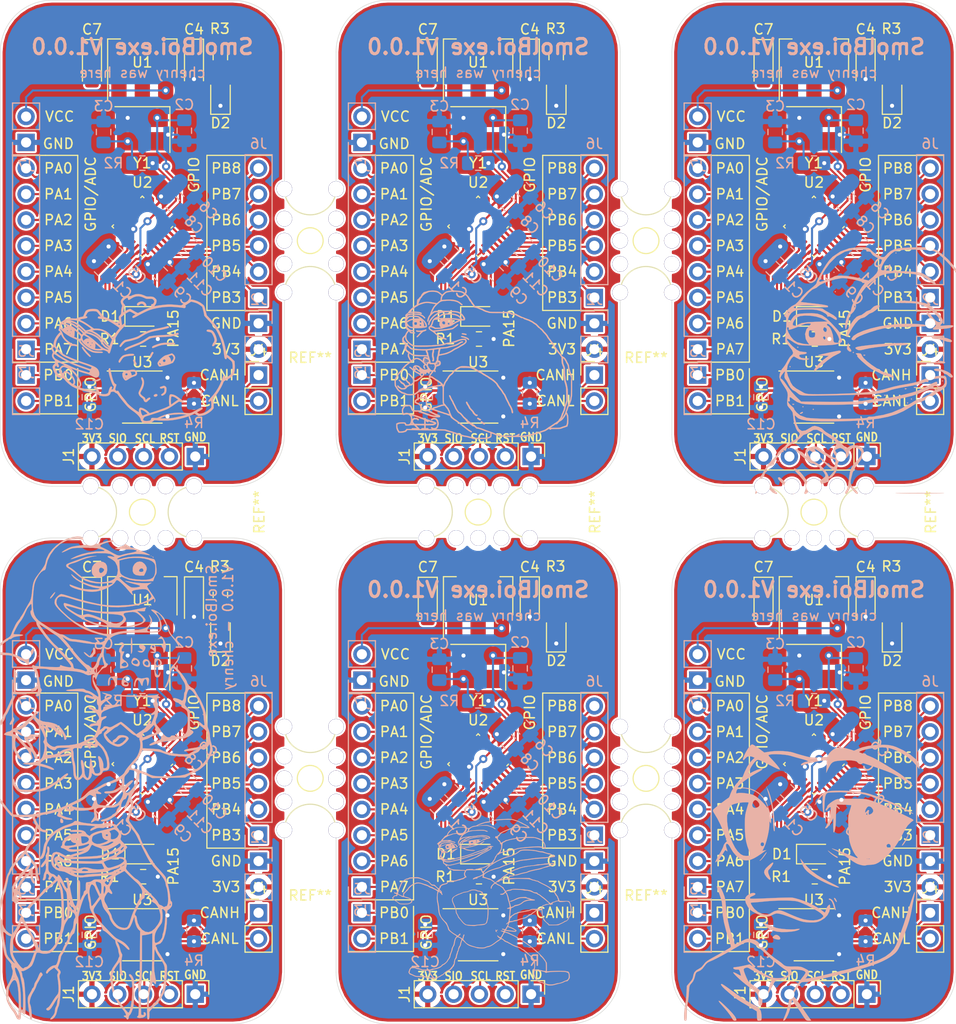
<source format=kicad_pcb>
(kicad_pcb (version 20171130) (host pcbnew "(5.1.6)-1")
  (layers (0 F.Cu signal hide) (31 B.Cu signal hide) (34 B.Paste user hide) (35 F.Paste user hide) (36 B.SilkS user hide) (37 F.SilkS user) (38 B.Mask user hide) (39 F.Mask user hide) (44 Edge.Cuts user))
  (net 0 "")
  (net 1 GND)
  (net 2 +3V3)
  (net 3 "Net-(C3-Pad1)")
  (net 4 VCC)
  (net 5 /STATUS_LED)
  (net 6 "Net-(D1-Pad1)")
  (net 7 "Net-(D2-Pad2)")
  (net 8 /NRST)
  (net 9 /SWDIO)
  (net 10 /SWCLK)
  (net 11 /OSC_P)
  (net 12 /OSC_N)
  (net 13 /CAN_TX)
  (net 14 /CAN_RX)
  (net 15 /PA0)
  (net 16 /PA1)
  (net 17 /PA2)
  (net 18 /PA3)
  (net 19 /PA4)
  (net 20 /PA5)
  (net 21 /PA6)
  (net 22 /PA7)
  (net 23 /PB1)
  (net 24 /PB0)
  (net 25 /PB8)
  (net 26 /PB7)
  (net 27 /PB6)
  (net 28 /PB5)
  (net 29 /PB4)
  (net 30 /PB3)
  (net 31 /CAN_N)
  (net 32 /CAN_P)
  (module memes:pepe6 (layer B.Cu) (at 155.448 144.399 180)
    (fp_text reference G*** hide)
    (fp_text value LOGO hide)
  )
  (module memes:pepe5 (layer B.Cu) (at 127.508 147.447 180)
    (fp_text reference G*** hide)
    (fp_text value LOGO hide)
  )
  (module memes:pepe4 (layer B.Cu) (at 88.138 135.255 180)
    (fp_text reference G*** hide)
    (fp_text value LOGO hide)
  )
  (module memes:pepe3 (layer B.Cu) (at 161.544 94.869 180)
    (fp_text reference G*** hide)
    (fp_text value LOGO hide)
  )
  (module memes:pepe2 (layer B.Cu) (at 127.508 94.869 180)
    (fp_text reference G*** hide)
    (fp_text value LOGO hide)
  )
  (module memes:pepe1 (layer B.Cu) (at 93.726 94.615 180)
    (fp_text reference G*** hide)
    (fp_text value LOGO hide)
  )
  (module "Panelization:100mil Mouse Bites" (layer F.Cu) (at 110.49 135.509)
    (fp_text reference REF** (at 0 11.5) (layer F.SilkS))
    (fp_text value "Custom Mouse Bite")
    (pad "" np_thru_hole circle (at -2.54 -5.08) (size 1.524 1.524) (drill 1.5) (layers *.Cu *.Mask))
    (pad "" np_thru_hole circle (at -2.54 5.08) (size 1.524 1.524) (drill 1.5) (layers *.Cu *.Mask))
    (pad "" np_thru_hole circle (at 2.54 5.08) (size 1.524 1.524) (drill 1.5) (layers *.Cu *.Mask))
    (pad "" np_thru_hole circle (at 2.54 -5.08) (size 1.524 1.524) (drill 1.5) (layers *.Cu *.Mask))
    (pad "" np_thru_hole circle (at -2.54 2.286) (size 1.524 1.524) (drill 1.5) (layers *.Cu *.Mask))
    (pad "" np_thru_hole circle (at -2.54 -2.159) (size 1.524 1.524) (drill 1.5) (layers *.Cu *.Mask))
    (pad "" np_thru_hole circle (at -2.54 0) (size 1.524 1.524) (drill 1.5) (layers *.Cu *.Mask))
    (pad "" np_thru_hole circle (at 2.54 0) (size 1.524 1.524) (drill 1.5) (layers *.Cu *.Mask))
    (pad "" np_thru_hole circle (at 2.54 -2.159) (size 1.524 1.524) (drill 1.5) (layers *.Cu *.Mask))
    (pad "" np_thru_hole circle (at 2.54 2.286) (size 1.524 1.524) (drill 1.5) (layers *.Cu *.Mask))
  )
  (module "Panelization:100mil Mouse Bites" (layer F.Cu) (at 143.51 135.509)
    (fp_text reference REF** (at 0 11.5) (layer F.SilkS))
    (fp_text value "Custom Mouse Bite")
    (pad "" np_thru_hole circle (at -2.54 -5.08) (size 1.524 1.524) (drill 1.5) (layers *.Cu *.Mask))
    (pad "" np_thru_hole circle (at -2.54 5.08) (size 1.524 1.524) (drill 1.5) (layers *.Cu *.Mask))
    (pad "" np_thru_hole circle (at 2.54 5.08) (size 1.524 1.524) (drill 1.5) (layers *.Cu *.Mask))
    (pad "" np_thru_hole circle (at 2.54 -5.08) (size 1.524 1.524) (drill 1.5) (layers *.Cu *.Mask))
    (pad "" np_thru_hole circle (at -2.54 2.286) (size 1.524 1.524) (drill 1.5) (layers *.Cu *.Mask))
    (pad "" np_thru_hole circle (at -2.54 -2.159) (size 1.524 1.524) (drill 1.5) (layers *.Cu *.Mask))
    (pad "" np_thru_hole circle (at -2.54 0) (size 1.524 1.524) (drill 1.5) (layers *.Cu *.Mask))
    (pad "" np_thru_hole circle (at 2.54 0) (size 1.524 1.524) (drill 1.5) (layers *.Cu *.Mask))
    (pad "" np_thru_hole circle (at 2.54 -2.159) (size 1.524 1.524) (drill 1.5) (layers *.Cu *.Mask))
    (pad "" np_thru_hole circle (at 2.54 2.286) (size 1.524 1.524) (drill 1.5) (layers *.Cu *.Mask))
  )
  (module "Panelization:100mil Mouse Bites" (layer F.Cu) (at 110.49 82.677)
    (fp_text reference REF** (at 0 11.5) (layer F.SilkS))
    (fp_text value "Custom Mouse Bite")
    (pad "" np_thru_hole circle (at -2.54 -5.08) (size 1.524 1.524) (drill 1.5) (layers *.Cu *.Mask))
    (pad "" np_thru_hole circle (at -2.54 5.08) (size 1.524 1.524) (drill 1.5) (layers *.Cu *.Mask))
    (pad "" np_thru_hole circle (at 2.54 5.08) (size 1.524 1.524) (drill 1.5) (layers *.Cu *.Mask))
    (pad "" np_thru_hole circle (at 2.54 -5.08) (size 1.524 1.524) (drill 1.5) (layers *.Cu *.Mask))
    (pad "" np_thru_hole circle (at -2.54 2.286) (size 1.524 1.524) (drill 1.5) (layers *.Cu *.Mask))
    (pad "" np_thru_hole circle (at -2.54 -2.159) (size 1.524 1.524) (drill 1.5) (layers *.Cu *.Mask))
    (pad "" np_thru_hole circle (at -2.54 0) (size 1.524 1.524) (drill 1.5) (layers *.Cu *.Mask))
    (pad "" np_thru_hole circle (at 2.54 0) (size 1.524 1.524) (drill 1.5) (layers *.Cu *.Mask))
    (pad "" np_thru_hole circle (at 2.54 -2.159) (size 1.524 1.524) (drill 1.5) (layers *.Cu *.Mask))
    (pad "" np_thru_hole circle (at 2.54 2.286) (size 1.524 1.524) (drill 1.5) (layers *.Cu *.Mask))
  )
  (module "Panelization:100mil Mouse Bites" (layer F.Cu) (at 143.51 82.677)
    (fp_text reference REF** (at 0 11.5) (layer F.SilkS))
    (fp_text value "Custom Mouse Bite")
    (pad "" np_thru_hole circle (at -2.54 -5.08) (size 1.524 1.524) (drill 1.5) (layers *.Cu *.Mask))
    (pad "" np_thru_hole circle (at -2.54 5.08) (size 1.524 1.524) (drill 1.5) (layers *.Cu *.Mask))
    (pad "" np_thru_hole circle (at 2.54 5.08) (size 1.524 1.524) (drill 1.5) (layers *.Cu *.Mask))
    (pad "" np_thru_hole circle (at 2.54 -5.08) (size 1.524 1.524) (drill 1.5) (layers *.Cu *.Mask))
    (pad "" np_thru_hole circle (at -2.54 2.286) (size 1.524 1.524) (drill 1.5) (layers *.Cu *.Mask))
    (pad "" np_thru_hole circle (at -2.54 -2.159) (size 1.524 1.524) (drill 1.5) (layers *.Cu *.Mask))
    (pad "" np_thru_hole circle (at -2.54 0) (size 1.524 1.524) (drill 1.5) (layers *.Cu *.Mask))
    (pad "" np_thru_hole circle (at 2.54 0) (size 1.524 1.524) (drill 1.5) (layers *.Cu *.Mask))
    (pad "" np_thru_hole circle (at 2.54 -2.159) (size 1.524 1.524) (drill 1.5) (layers *.Cu *.Mask))
    (pad "" np_thru_hole circle (at 2.54 2.286) (size 1.524 1.524) (drill 1.5) (layers *.Cu *.Mask))
  )
  (module "Panelization:100mil Mouse Bites" (layer F.Cu) (at 93.98 109.347 90)
    (fp_text reference REF** (at 0 11.5 90) (layer F.SilkS))
    (fp_text value "Custom Mouse Bite")
    (pad "" np_thru_hole circle (at -2.54 -5.08 90) (size 1.524 1.524) (drill 1.5) (layers *.Cu *.Mask))
    (pad "" np_thru_hole circle (at -2.54 5.08 90) (size 1.524 1.524) (drill 1.5) (layers *.Cu *.Mask))
    (pad "" np_thru_hole circle (at 2.54 5.08 90) (size 1.524 1.524) (drill 1.5) (layers *.Cu *.Mask))
    (pad "" np_thru_hole circle (at 2.54 -5.08 90) (size 1.524 1.524) (drill 1.5) (layers *.Cu *.Mask))
    (pad "" np_thru_hole circle (at -2.54 2.286 90) (size 1.524 1.524) (drill 1.5) (layers *.Cu *.Mask))
    (pad "" np_thru_hole circle (at -2.54 -2.159 90) (size 1.524 1.524) (drill 1.5) (layers *.Cu *.Mask))
    (pad "" np_thru_hole circle (at -2.54 0 90) (size 1.524 1.524) (drill 1.5) (layers *.Cu *.Mask))
    (pad "" np_thru_hole circle (at 2.54 0 90) (size 1.524 1.524) (drill 1.5) (layers *.Cu *.Mask))
    (pad "" np_thru_hole circle (at 2.54 -2.159 90) (size 1.524 1.524) (drill 1.5) (layers *.Cu *.Mask))
    (pad "" np_thru_hole circle (at 2.54 2.286 90) (size 1.524 1.524) (drill 1.5) (layers *.Cu *.Mask))
  )
  (module "Panelization:100mil Mouse Bites" (layer F.Cu) (at 127 109.347 90)
    (fp_text reference REF** (at 0 11.5 90) (layer F.SilkS))
    (fp_text value "Custom Mouse Bite")
    (pad "" np_thru_hole circle (at -2.54 -5.08 90) (size 1.524 1.524) (drill 1.5) (layers *.Cu *.Mask))
    (pad "" np_thru_hole circle (at -2.54 5.08 90) (size 1.524 1.524) (drill 1.5) (layers *.Cu *.Mask))
    (pad "" np_thru_hole circle (at 2.54 5.08 90) (size 1.524 1.524) (drill 1.5) (layers *.Cu *.Mask))
    (pad "" np_thru_hole circle (at 2.54 -5.08 90) (size 1.524 1.524) (drill 1.5) (layers *.Cu *.Mask))
    (pad "" np_thru_hole circle (at -2.54 2.286 90) (size 1.524 1.524) (drill 1.5) (layers *.Cu *.Mask))
    (pad "" np_thru_hole circle (at -2.54 -2.159 90) (size 1.524 1.524) (drill 1.5) (layers *.Cu *.Mask))
    (pad "" np_thru_hole circle (at -2.54 0 90) (size 1.524 1.524) (drill 1.5) (layers *.Cu *.Mask))
    (pad "" np_thru_hole circle (at 2.54 0 90) (size 1.524 1.524) (drill 1.5) (layers *.Cu *.Mask))
    (pad "" np_thru_hole circle (at 2.54 -2.159 90) (size 1.524 1.524) (drill 1.5) (layers *.Cu *.Mask))
    (pad "" np_thru_hole circle (at 2.54 2.286 90) (size 1.524 1.524) (drill 1.5) (layers *.Cu *.Mask))
  )
  (module "Panelization:100mil Mouse Bites" (layer F.Cu) (at 160.02 109.347 90)
    (fp_text reference REF** (at 0 11.5 90) (layer F.SilkS))
    (fp_text value "Custom Mouse Bite")
    (pad "" np_thru_hole circle (at -2.54 -5.08 90) (size 1.524 1.524) (drill 1.5) (layers *.Cu *.Mask))
    (pad "" np_thru_hole circle (at -2.54 5.08 90) (size 1.524 1.524) (drill 1.5) (layers *.Cu *.Mask))
    (pad "" np_thru_hole circle (at 2.54 5.08 90) (size 1.524 1.524) (drill 1.5) (layers *.Cu *.Mask))
    (pad "" np_thru_hole circle (at 2.54 -5.08 90) (size 1.524 1.524) (drill 1.5) (layers *.Cu *.Mask))
    (pad "" np_thru_hole circle (at -2.54 2.286 90) (size 1.524 1.524) (drill 1.5) (layers *.Cu *.Mask))
    (pad "" np_thru_hole circle (at -2.54 -2.159 90) (size 1.524 1.524) (drill 1.5) (layers *.Cu *.Mask))
    (pad "" np_thru_hole circle (at -2.54 0 90) (size 1.524 1.524) (drill 1.5) (layers *.Cu *.Mask))
    (pad "" np_thru_hole circle (at 2.54 0 90) (size 1.524 1.524) (drill 1.5) (layers *.Cu *.Mask))
    (pad "" np_thru_hole circle (at 2.54 -2.159 90) (size 1.524 1.524) (drill 1.5) (layers *.Cu *.Mask))
    (pad "" np_thru_hole circle (at 2.54 2.286 90) (size 1.524 1.524) (drill 1.5) (layers *.Cu *.Mask))
  )
  (module Connector_PinHeader_2.54mm:PinHeader_1x05_P2.54mm_Vertical (layer F.Cu) (at 99.187 103.886 270)
    (fp_text reference J1 (at 0 12.446 90) (layer F.SilkS))
    (fp_text value Conn_01x05_Male)
    (pad 5 thru_hole oval (at 0 10.16 270) (size 1.7 1.7) (drill 1) (layers *.Cu *.Mask) (net 2 +3V3))
    (pad 4 thru_hole oval (at 0 7.62 270) (size 1.7 1.7) (drill 1) (layers *.Cu *.Mask) (net 9 /SWDIO))
    (pad 3 thru_hole oval (at 0 5.08 270) (size 1.7 1.7) (drill 1) (layers *.Cu *.Mask) (net 10 /SWCLK))
    (pad 2 thru_hole oval (at 0 2.54 270) (size 1.7 1.7) (drill 1) (layers *.Cu *.Mask) (net 8 /NRST))
    (pad 1 thru_hole rect (at 0 0 270) (size 1.7 1.7) (drill 1) (layers *.Cu *.Mask) (net 1 GND))
  )
  (module Connector_PinHeader_2.54mm:PinHeader_1x05_P2.54mm_Vertical (layer F.Cu) (at 165.227 103.886 270)
    (fp_text reference J1 (at 0 12.446 90) (layer F.SilkS))
    (fp_text value Conn_01x05_Male)
    (pad 5 thru_hole oval (at 0 10.16 270) (size 1.7 1.7) (drill 1) (layers *.Cu *.Mask) (net 2 +3V3))
    (pad 4 thru_hole oval (at 0 7.62 270) (size 1.7 1.7) (drill 1) (layers *.Cu *.Mask) (net 9 /SWDIO))
    (pad 3 thru_hole oval (at 0 5.08 270) (size 1.7 1.7) (drill 1) (layers *.Cu *.Mask) (net 10 /SWCLK))
    (pad 2 thru_hole oval (at 0 2.54 270) (size 1.7 1.7) (drill 1) (layers *.Cu *.Mask) (net 8 /NRST))
    (pad 1 thru_hole rect (at 0 0 270) (size 1.7 1.7) (drill 1) (layers *.Cu *.Mask) (net 1 GND))
  )
  (module Connector_PinHeader_2.54mm:PinHeader_1x05_P2.54mm_Vertical (layer F.Cu) (at 132.207 103.886 270)
    (fp_text reference J1 (at 0 12.446 90) (layer F.SilkS))
    (fp_text value Conn_01x05_Male)
    (pad 5 thru_hole oval (at 0 10.16 270) (size 1.7 1.7) (drill 1) (layers *.Cu *.Mask) (net 2 +3V3))
    (pad 4 thru_hole oval (at 0 7.62 270) (size 1.7 1.7) (drill 1) (layers *.Cu *.Mask) (net 9 /SWDIO))
    (pad 3 thru_hole oval (at 0 5.08 270) (size 1.7 1.7) (drill 1) (layers *.Cu *.Mask) (net 10 /SWCLK))
    (pad 2 thru_hole oval (at 0 2.54 270) (size 1.7 1.7) (drill 1) (layers *.Cu *.Mask) (net 8 /NRST))
    (pad 1 thru_hole rect (at 0 0 270) (size 1.7 1.7) (drill 1) (layers *.Cu *.Mask) (net 1 GND))
  )
  (module Connector_PinHeader_2.54mm:PinHeader_1x02_P2.54mm_Vertical (layer F.Cu) (at 105.41 95.885)
    (fp_text reference J4 (at 0 -2.413) (layer F.SilkS))
    (fp_text value Conn_01x02_Male)
    (pad 2 thru_hole oval (at 0 2.54) (size 1.7 1.7) (drill 1) (layers *.Cu *.Mask) (net 31 /CAN_N))
    (pad 1 thru_hole rect (at 0 0) (size 1.7 1.7) (drill 1) (layers *.Cu *.Mask) (net 32 /CAN_P))
  )
  (module Connector_PinHeader_2.54mm:PinHeader_1x02_P2.54mm_Vertical (layer F.Cu) (at 138.43 95.885)
    (fp_text reference J4 (at 0 -2.413) (layer F.SilkS))
    (fp_text value Conn_01x02_Male)
    (pad 2 thru_hole oval (at 0 2.54) (size 1.7 1.7) (drill 1) (layers *.Cu *.Mask) (net 31 /CAN_N))
    (pad 1 thru_hole rect (at 0 0) (size 1.7 1.7) (drill 1) (layers *.Cu *.Mask) (net 32 /CAN_P))
  )
  (module Connector_PinHeader_2.54mm:PinHeader_1x02_P2.54mm_Vertical (layer F.Cu) (at 171.45 95.885)
    (fp_text reference J4 (at 0 -2.413) (layer F.SilkS))
    (fp_text value Conn_01x02_Male)
    (pad 2 thru_hole oval (at 0 2.54) (size 1.7 1.7) (drill 1) (layers *.Cu *.Mask) (net 31 /CAN_N))
    (pad 1 thru_hole rect (at 0 0) (size 1.7 1.7) (drill 1) (layers *.Cu *.Mask) (net 32 /CAN_P))
  )
  (module Connector_PinHeader_2.54mm:PinHeader_1x02_P2.54mm_Vertical (layer F.Cu) (at 105.41 148.717)
    (fp_text reference J4 (at 0 -2.413) (layer F.SilkS))
    (fp_text value Conn_01x02_Male)
    (pad 2 thru_hole oval (at 0 2.54) (size 1.7 1.7) (drill 1) (layers *.Cu *.Mask) (net 31 /CAN_N))
    (pad 1 thru_hole rect (at 0 0) (size 1.7 1.7) (drill 1) (layers *.Cu *.Mask) (net 32 /CAN_P))
  )
  (module Connector_PinHeader_2.54mm:PinHeader_1x02_P2.54mm_Vertical (layer F.Cu) (at 138.43 148.717)
    (fp_text reference J4 (at 0 -2.413) (layer F.SilkS))
    (fp_text value Conn_01x02_Male)
    (pad 2 thru_hole oval (at 0 2.54) (size 1.7 1.7) (drill 1) (layers *.Cu *.Mask) (net 31 /CAN_N))
    (pad 1 thru_hole rect (at 0 0) (size 1.7 1.7) (drill 1) (layers *.Cu *.Mask) (net 32 /CAN_P))
  )
  (module Connector_PinHeader_2.54mm:PinHeader_1x02_P2.54mm_Vertical (layer F.Cu) (at 171.45 148.717)
    (fp_text reference J4 (at 0 -2.413) (layer F.SilkS))
    (fp_text value Conn_01x02_Male)
    (pad 2 thru_hole oval (at 0 2.54) (size 1.7 1.7) (drill 1) (layers *.Cu *.Mask) (net 31 /CAN_N))
    (pad 1 thru_hole rect (at 0 0) (size 1.7 1.7) (drill 1) (layers *.Cu *.Mask) (net 32 /CAN_P))
  )
  (module Connector_PinHeader_2.54mm:PinHeader_1x05_P2.54mm_Vertical (layer F.Cu) (at 99.187 156.718 270)
    (fp_text reference J1 (at 0 12.446 90) (layer F.SilkS))
    (fp_text value Conn_01x05_Male)
    (pad 5 thru_hole oval (at 0 10.16 270) (size 1.7 1.7) (drill 1) (layers *.Cu *.Mask) (net 2 +3V3))
    (pad 4 thru_hole oval (at 0 7.62 270) (size 1.7 1.7) (drill 1) (layers *.Cu *.Mask) (net 9 /SWDIO))
    (pad 3 thru_hole oval (at 0 5.08 270) (size 1.7 1.7) (drill 1) (layers *.Cu *.Mask) (net 10 /SWCLK))
    (pad 2 thru_hole oval (at 0 2.54 270) (size 1.7 1.7) (drill 1) (layers *.Cu *.Mask) (net 8 /NRST))
    (pad 1 thru_hole rect (at 0 0 270) (size 1.7 1.7) (drill 1) (layers *.Cu *.Mask) (net 1 GND))
  )
  (module Connector_PinHeader_2.54mm:PinHeader_1x05_P2.54mm_Vertical (layer F.Cu) (at 132.207 156.718 270)
    (fp_text reference J1 (at 0 12.446 90) (layer F.SilkS))
    (fp_text value Conn_01x05_Male)
    (pad 5 thru_hole oval (at 0 10.16 270) (size 1.7 1.7) (drill 1) (layers *.Cu *.Mask) (net 2 +3V3))
    (pad 4 thru_hole oval (at 0 7.62 270) (size 1.7 1.7) (drill 1) (layers *.Cu *.Mask) (net 9 /SWDIO))
    (pad 3 thru_hole oval (at 0 5.08 270) (size 1.7 1.7) (drill 1) (layers *.Cu *.Mask) (net 10 /SWCLK))
    (pad 2 thru_hole oval (at 0 2.54 270) (size 1.7 1.7) (drill 1) (layers *.Cu *.Mask) (net 8 /NRST))
    (pad 1 thru_hole rect (at 0 0 270) (size 1.7 1.7) (drill 1) (layers *.Cu *.Mask) (net 1 GND))
  )
  (module Connector_PinHeader_2.54mm:PinHeader_1x05_P2.54mm_Vertical (layer F.Cu) (at 165.227 156.718 270)
    (fp_text reference J1 (at 0 12.446 90) (layer F.SilkS))
    (fp_text value Conn_01x05_Male)
    (pad 5 thru_hole oval (at 0 10.16 270) (size 1.7 1.7) (drill 1) (layers *.Cu *.Mask) (net 2 +3V3))
    (pad 4 thru_hole oval (at 0 7.62 270) (size 1.7 1.7) (drill 1) (layers *.Cu *.Mask) (net 9 /SWDIO))
    (pad 3 thru_hole oval (at 0 5.08 270) (size 1.7 1.7) (drill 1) (layers *.Cu *.Mask) (net 10 /SWCLK))
    (pad 2 thru_hole oval (at 0 2.54 270) (size 1.7 1.7) (drill 1) (layers *.Cu *.Mask) (net 8 /NRST))
    (pad 1 thru_hole rect (at 0 0 270) (size 1.7 1.7) (drill 1) (layers *.Cu *.Mask) (net 1 GND))
  )
  (module Capacitor_SMD:C_0805_2012Metric_Pad1.15x1.40mm_HandSolder (layer B.Cu) (at 156.21 124.832 90)
    (fp_text reference C3 (at 2.531 0 180) (layer B.SilkS) (effects (justify mirror)))
    (fp_text value 12pF)
    (pad 1 smd roundrect (at -1.025 0 90) (size 1.15 1.4) (layers B.Cu B.Paste B.Mask) (roundrect_rratio 0.217391) (net 3 "Net-(C3-Pad1)"))
    (pad 2 smd roundrect (at 1.025 0 90) (size 1.15 1.4) (layers B.Cu B.Paste B.Mask) (roundrect_rratio 0.217391) (net 1 GND))
  )
  (module Capacitor_SMD:C_0805_2012Metric_Pad1.15x1.40mm_HandSolder (layer B.Cu) (at 123.19 124.832 90)
    (fp_text reference C3 (at 2.531 0 180) (layer B.SilkS) (effects (justify mirror)))
    (fp_text value 12pF)
    (pad 1 smd roundrect (at -1.025 0 90) (size 1.15 1.4) (layers B.Cu B.Paste B.Mask) (roundrect_rratio 0.217391) (net 3 "Net-(C3-Pad1)"))
    (pad 2 smd roundrect (at 1.025 0 90) (size 1.15 1.4) (layers B.Cu B.Paste B.Mask) (roundrect_rratio 0.217391) (net 1 GND))
  )
  (module Capacitor_SMD:C_0805_2012Metric_Pad1.15x1.40mm_HandSolder (layer B.Cu) (at 90.17 124.832 90)
    (fp_text reference C3 (at 2.531 0 180) (layer B.SilkS) (effects (justify mirror)))
    (fp_text value 12pF)
    (pad 1 smd roundrect (at -1.025 0 90) (size 1.15 1.4) (layers B.Cu B.Paste B.Mask) (roundrect_rratio 0.217391) (net 3 "Net-(C3-Pad1)"))
    (pad 2 smd roundrect (at 1.025 0 90) (size 1.15 1.4) (layers B.Cu B.Paste B.Mask) (roundrect_rratio 0.217391) (net 1 GND))
  )
  (module Capacitor_SMD:C_0805_2012Metric_Pad1.15x1.40mm_HandSolder (layer B.Cu) (at 156.21 72 90)
    (fp_text reference C3 (at 2.531 0 180) (layer B.SilkS) (effects (justify mirror)))
    (fp_text value 12pF)
    (pad 1 smd roundrect (at -1.025 0 90) (size 1.15 1.4) (layers B.Cu B.Paste B.Mask) (roundrect_rratio 0.217391) (net 3 "Net-(C3-Pad1)"))
    (pad 2 smd roundrect (at 1.025 0 90) (size 1.15 1.4) (layers B.Cu B.Paste B.Mask) (roundrect_rratio 0.217391) (net 1 GND))
  )
  (module Capacitor_SMD:C_0805_2012Metric_Pad1.15x1.40mm_HandSolder (layer B.Cu) (at 123.19 72 90)
    (fp_text reference C3 (at 2.531 0 180) (layer B.SilkS) (effects (justify mirror)))
    (fp_text value 12pF)
    (pad 1 smd roundrect (at -1.025 0 90) (size 1.15 1.4) (layers B.Cu B.Paste B.Mask) (roundrect_rratio 0.217391) (net 3 "Net-(C3-Pad1)"))
    (pad 2 smd roundrect (at 1.025 0 90) (size 1.15 1.4) (layers B.Cu B.Paste B.Mask) (roundrect_rratio 0.217391) (net 1 GND))
  )
  (module Capacitor_Tantalum_SMD:CP_EIA-3216-18_Kemet-A_Pad1.58x1.35mm_HandSolder (layer F.Cu) (at 155.067 118.237 270)
    (fp_text reference C7 (at -3.4925 0 180) (layer F.SilkS))
    (fp_text value 10uF)
    (pad 1 smd roundrect (at -1.4375 0 270) (size 1.575 1.35) (layers F.Cu F.Paste F.Mask) (roundrect_rratio 0.185185) (net 2 +3V3))
    (pad 2 smd roundrect (at 1.4375 0 270) (size 1.575 1.35) (layers F.Cu F.Paste F.Mask) (roundrect_rratio 0.185185) (net 1 GND))
  )
  (module Capacitor_Tantalum_SMD:CP_EIA-3216-18_Kemet-A_Pad1.58x1.35mm_HandSolder (layer F.Cu) (at 122.047 118.237 270)
    (fp_text reference C7 (at -3.4925 0 180) (layer F.SilkS))
    (fp_text value 10uF)
    (pad 1 smd roundrect (at -1.4375 0 270) (size 1.575 1.35) (layers F.Cu F.Paste F.Mask) (roundrect_rratio 0.185185) (net 2 +3V3))
    (pad 2 smd roundrect (at 1.4375 0 270) (size 1.575 1.35) (layers F.Cu F.Paste F.Mask) (roundrect_rratio 0.185185) (net 1 GND))
  )
  (module Capacitor_Tantalum_SMD:CP_EIA-3216-18_Kemet-A_Pad1.58x1.35mm_HandSolder (layer F.Cu) (at 89.027 118.237 270)
    (fp_text reference C7 (at -3.4925 0 180) (layer F.SilkS))
    (fp_text value 10uF)
    (pad 1 smd roundrect (at -1.4375 0 270) (size 1.575 1.35) (layers F.Cu F.Paste F.Mask) (roundrect_rratio 0.185185) (net 2 +3V3))
    (pad 2 smd roundrect (at 1.4375 0 270) (size 1.575 1.35) (layers F.Cu F.Paste F.Mask) (roundrect_rratio 0.185185) (net 1 GND))
  )
  (module Capacitor_Tantalum_SMD:CP_EIA-3216-18_Kemet-A_Pad1.58x1.35mm_HandSolder (layer F.Cu) (at 155.067 65.405 270)
    (fp_text reference C7 (at -3.4925 0 180) (layer F.SilkS))
    (fp_text value 10uF)
    (pad 1 smd roundrect (at -1.4375 0 270) (size 1.575 1.35) (layers F.Cu F.Paste F.Mask) (roundrect_rratio 0.185185) (net 2 +3V3))
    (pad 2 smd roundrect (at 1.4375 0 270) (size 1.575 1.35) (layers F.Cu F.Paste F.Mask) (roundrect_rratio 0.185185) (net 1 GND))
  )
  (module Capacitor_Tantalum_SMD:CP_EIA-3216-18_Kemet-A_Pad1.58x1.35mm_HandSolder (layer F.Cu) (at 122.047 65.405 270)
    (fp_text reference C7 (at -3.4925 0 180) (layer F.SilkS))
    (fp_text value 10uF)
    (pad 1 smd roundrect (at -1.4375 0 270) (size 1.575 1.35) (layers F.Cu F.Paste F.Mask) (roundrect_rratio 0.185185) (net 2 +3V3))
    (pad 2 smd roundrect (at 1.4375 0 270) (size 1.575 1.35) (layers F.Cu F.Paste F.Mask) (roundrect_rratio 0.185185) (net 1 GND))
  )
  (module Capacitor_SMD:C_0805_2012Metric_Pad1.15x1.40mm_HandSolder (layer B.Cu) (at 157.426055 136.80957 315)
    (fp_text reference C5 (at 2.93 0 315) (layer B.SilkS) (effects (justify mirror)))
    (fp_text value 4.7uF)
    (pad 1 smd roundrect (at -1.025 0 315) (size 1.15 1.4) (layers B.Cu B.Paste B.Mask) (roundrect_rratio 0.217391) (net 2 +3V3))
    (pad 2 smd roundrect (at 1.025 0 315) (size 1.15 1.4) (layers B.Cu B.Paste B.Mask) (roundrect_rratio 0.217391) (net 1 GND))
  )
  (module Capacitor_SMD:C_0805_2012Metric_Pad1.15x1.40mm_HandSolder (layer B.Cu) (at 124.406055 136.80957 315)
    (fp_text reference C5 (at 2.93 0 315) (layer B.SilkS) (effects (justify mirror)))
    (fp_text value 4.7uF)
    (pad 1 smd roundrect (at -1.025 0 315) (size 1.15 1.4) (layers B.Cu B.Paste B.Mask) (roundrect_rratio 0.217391) (net 2 +3V3))
    (pad 2 smd roundrect (at 1.025 0 315) (size 1.15 1.4) (layers B.Cu B.Paste B.Mask) (roundrect_rratio 0.217391) (net 1 GND))
  )
  (module Capacitor_SMD:C_0805_2012Metric_Pad1.15x1.40mm_HandSolder (layer B.Cu) (at 91.386055 136.80957 315)
    (fp_text reference C5 (at 2.93 0 315) (layer B.SilkS) (effects (justify mirror)))
    (fp_text value 4.7uF)
    (pad 1 smd roundrect (at -1.025 0 315) (size 1.15 1.4) (layers B.Cu B.Paste B.Mask) (roundrect_rratio 0.217391) (net 2 +3V3))
    (pad 2 smd roundrect (at 1.025 0 315) (size 1.15 1.4) (layers B.Cu B.Paste B.Mask) (roundrect_rratio 0.217391) (net 1 GND))
  )
  (module Capacitor_SMD:C_0805_2012Metric_Pad1.15x1.40mm_HandSolder (layer B.Cu) (at 157.426055 83.97757 315)
    (fp_text reference C5 (at 2.93 0 315) (layer B.SilkS) (effects (justify mirror)))
    (fp_text value 4.7uF)
    (pad 1 smd roundrect (at -1.025 0 315) (size 1.15 1.4) (layers B.Cu B.Paste B.Mask) (roundrect_rratio 0.217391) (net 2 +3V3))
    (pad 2 smd roundrect (at 1.025 0 315) (size 1.15 1.4) (layers B.Cu B.Paste B.Mask) (roundrect_rratio 0.217391) (net 1 GND))
  )
  (module Capacitor_SMD:C_0805_2012Metric_Pad1.15x1.40mm_HandSolder (layer B.Cu) (at 124.406055 83.97757 315)
    (fp_text reference C5 (at 2.93 0 315) (layer B.SilkS) (effects (justify mirror)))
    (fp_text value 4.7uF)
    (pad 1 smd roundrect (at -1.025 0 315) (size 1.15 1.4) (layers B.Cu B.Paste B.Mask) (roundrect_rratio 0.217391) (net 2 +3V3))
    (pad 2 smd roundrect (at 1.025 0 315) (size 1.15 1.4) (layers B.Cu B.Paste B.Mask) (roundrect_rratio 0.217391) (net 1 GND))
  )
  (module Crystal:Crystal_SMD_3225-4Pin_3.2x2.5mm_HandSoldering (layer F.Cu) (at 160.0305 124.594 180)
    (fp_text reference Y1 (at 0.0105 -3.295) (layer F.SilkS))
    (fp_text value Crystal_GND24)
    (pad 1 smd rect (at -1.45 1.15 180) (size 2.1 1.8) (layers F.Cu F.Paste F.Mask) (net 11 /OSC_P))
    (pad 2 smd rect (at 1.45 1.15 180) (size 2.1 1.8) (layers F.Cu F.Paste F.Mask) (net 1 GND))
    (pad 3 smd rect (at 1.45 -1.15 180) (size 2.1 1.8) (layers F.Cu F.Paste F.Mask) (net 3 "Net-(C3-Pad1)"))
    (pad 4 smd rect (at -1.45 -1.15 180) (size 2.1 1.8) (layers F.Cu F.Paste F.Mask) (net 1 GND))
  )
  (module Crystal:Crystal_SMD_3225-4Pin_3.2x2.5mm_HandSoldering (layer F.Cu) (at 127.0105 124.594 180)
    (fp_text reference Y1 (at 0.0105 -3.295) (layer F.SilkS))
    (fp_text value Crystal_GND24)
    (pad 1 smd rect (at -1.45 1.15 180) (size 2.1 1.8) (layers F.Cu F.Paste F.Mask) (net 11 /OSC_P))
    (pad 2 smd rect (at 1.45 1.15 180) (size 2.1 1.8) (layers F.Cu F.Paste F.Mask) (net 1 GND))
    (pad 3 smd rect (at 1.45 -1.15 180) (size 2.1 1.8) (layers F.Cu F.Paste F.Mask) (net 3 "Net-(C3-Pad1)"))
    (pad 4 smd rect (at -1.45 -1.15 180) (size 2.1 1.8) (layers F.Cu F.Paste F.Mask) (net 1 GND))
  )
  (module Crystal:Crystal_SMD_3225-4Pin_3.2x2.5mm_HandSoldering (layer F.Cu) (at 93.9905 124.594 180)
    (fp_text reference Y1 (at 0.0105 -3.295) (layer F.SilkS))
    (fp_text value Crystal_GND24)
    (pad 1 smd rect (at -1.45 1.15 180) (size 2.1 1.8) (layers F.Cu F.Paste F.Mask) (net 11 /OSC_P))
    (pad 2 smd rect (at 1.45 1.15 180) (size 2.1 1.8) (layers F.Cu F.Paste F.Mask) (net 1 GND))
    (pad 3 smd rect (at 1.45 -1.15 180) (size 2.1 1.8) (layers F.Cu F.Paste F.Mask) (net 3 "Net-(C3-Pad1)"))
    (pad 4 smd rect (at -1.45 -1.15 180) (size 2.1 1.8) (layers F.Cu F.Paste F.Mask) (net 1 GND))
  )
  (module Crystal:Crystal_SMD_3225-4Pin_3.2x2.5mm_HandSoldering (layer F.Cu) (at 160.0305 71.762 180)
    (fp_text reference Y1 (at 0.0105 -3.295) (layer F.SilkS))
    (fp_text value Crystal_GND24)
    (pad 1 smd rect (at -1.45 1.15 180) (size 2.1 1.8) (layers F.Cu F.Paste F.Mask) (net 11 /OSC_P))
    (pad 2 smd rect (at 1.45 1.15 180) (size 2.1 1.8) (layers F.Cu F.Paste F.Mask) (net 1 GND))
    (pad 3 smd rect (at 1.45 -1.15 180) (size 2.1 1.8) (layers F.Cu F.Paste F.Mask) (net 3 "Net-(C3-Pad1)"))
    (pad 4 smd rect (at -1.45 -1.15 180) (size 2.1 1.8) (layers F.Cu F.Paste F.Mask) (net 1 GND))
  )
  (module Crystal:Crystal_SMD_3225-4Pin_3.2x2.5mm_HandSoldering (layer F.Cu) (at 127.0105 71.762 180)
    (fp_text reference Y1 (at 0.0105 -3.295) (layer F.SilkS))
    (fp_text value Crystal_GND24)
    (pad 1 smd rect (at -1.45 1.15 180) (size 2.1 1.8) (layers F.Cu F.Paste F.Mask) (net 11 /OSC_P))
    (pad 2 smd rect (at 1.45 1.15 180) (size 2.1 1.8) (layers F.Cu F.Paste F.Mask) (net 1 GND))
    (pad 3 smd rect (at 1.45 -1.15 180) (size 2.1 1.8) (layers F.Cu F.Paste F.Mask) (net 3 "Net-(C3-Pad1)"))
    (pad 4 smd rect (at -1.45 -1.15 180) (size 2.1 1.8) (layers F.Cu F.Paste F.Mask) (net 1 GND))
  )
  (module Connector_PinHeader_2.54mm:PinHeader_1x02_P2.54mm_Vertical (layer B.Cu) (at 171.45 143.637 180)
    (fp_text reference J2 (at 0 2.33) (layer B.SilkS) (effects (justify mirror)))
    (fp_text value Conn_01x02_Male)
    (pad 1 thru_hole rect (at 0 0 180) (size 1.7 1.7) (drill 1) (layers *.Cu *.Mask) (net 1 GND))
    (pad 2 thru_hole oval (at 0 -2.54 180) (size 1.7 1.7) (drill 1) (layers *.Cu *.Mask) (net 2 +3V3))
  )
  (module Connector_PinHeader_2.54mm:PinHeader_1x02_P2.54mm_Vertical (layer B.Cu) (at 138.43 143.637 180)
    (fp_text reference J2 (at 0 2.33) (layer B.SilkS) (effects (justify mirror)))
    (fp_text value Conn_01x02_Male)
    (pad 1 thru_hole rect (at 0 0 180) (size 1.7 1.7) (drill 1) (layers *.Cu *.Mask) (net 1 GND))
    (pad 2 thru_hole oval (at 0 -2.54 180) (size 1.7 1.7) (drill 1) (layers *.Cu *.Mask) (net 2 +3V3))
  )
  (module Connector_PinHeader_2.54mm:PinHeader_1x02_P2.54mm_Vertical (layer B.Cu) (at 105.41 143.637 180)
    (fp_text reference J2 (at 0 2.33) (layer B.SilkS) (effects (justify mirror)))
    (fp_text value Conn_01x02_Male)
    (pad 1 thru_hole rect (at 0 0 180) (size 1.7 1.7) (drill 1) (layers *.Cu *.Mask) (net 1 GND))
    (pad 2 thru_hole oval (at 0 -2.54 180) (size 1.7 1.7) (drill 1) (layers *.Cu *.Mask) (net 2 +3V3))
  )
  (module Connector_PinHeader_2.54mm:PinHeader_1x02_P2.54mm_Vertical (layer B.Cu) (at 171.45 90.805 180)
    (fp_text reference J2 (at 0 2.33) (layer B.SilkS) (effects (justify mirror)))
    (fp_text value Conn_01x02_Male)
    (pad 1 thru_hole rect (at 0 0 180) (size 1.7 1.7) (drill 1) (layers *.Cu *.Mask) (net 1 GND))
    (pad 2 thru_hole oval (at 0 -2.54 180) (size 1.7 1.7) (drill 1) (layers *.Cu *.Mask) (net 2 +3V3))
  )
  (module Connector_PinHeader_2.54mm:PinHeader_1x02_P2.54mm_Vertical (layer B.Cu) (at 138.43 90.805 180)
    (fp_text reference J2 (at 0 2.33) (layer B.SilkS) (effects (justify mirror)))
    (fp_text value Conn_01x02_Male)
    (pad 1 thru_hole rect (at 0 0 180) (size 1.7 1.7) (drill 1) (layers *.Cu *.Mask) (net 1 GND))
    (pad 2 thru_hole oval (at 0 -2.54 180) (size 1.7 1.7) (drill 1) (layers *.Cu *.Mask) (net 2 +3V3))
  )
  (module Connector_PinHeader_2.54mm:PinHeader_1x06_P2.54mm_Vertical (layer B.Cu) (at 171.45 141.097)
    (fp_text reference J6 (at 0 -15.113) (layer B.SilkS) (effects (justify mirror)))
    (fp_text value Conn_01x06_Male)
    (pad 1 thru_hole rect (at 0 0) (size 1.7 1.7) (drill 1) (layers *.Cu *.Mask) (net 30 /PB3))
    (pad 2 thru_hole oval (at 0 -2.54) (size 1.7 1.7) (drill 1) (layers *.Cu *.Mask) (net 29 /PB4))
    (pad 3 thru_hole oval (at 0 -5.08) (size 1.7 1.7) (drill 1) (layers *.Cu *.Mask) (net 28 /PB5))
    (pad 4 thru_hole oval (at 0 -7.62) (size 1.7 1.7) (drill 1) (layers *.Cu *.Mask) (net 27 /PB6))
    (pad 5 thru_hole oval (at 0 -10.16) (size 1.7 1.7) (drill 1) (layers *.Cu *.Mask) (net 26 /PB7))
    (pad 6 thru_hole oval (at 0 -12.7) (size 1.7 1.7) (drill 1) (layers *.Cu *.Mask) (net 25 /PB8))
  )
  (module Connector_PinHeader_2.54mm:PinHeader_1x06_P2.54mm_Vertical (layer B.Cu) (at 138.43 141.097)
    (fp_text reference J6 (at 0 -15.113) (layer B.SilkS) (effects (justify mirror)))
    (fp_text value Conn_01x06_Male)
    (pad 1 thru_hole rect (at 0 0) (size 1.7 1.7) (drill 1) (layers *.Cu *.Mask) (net 30 /PB3))
    (pad 2 thru_hole oval (at 0 -2.54) (size 1.7 1.7) (drill 1) (layers *.Cu *.Mask) (net 29 /PB4))
    (pad 3 thru_hole oval (at 0 -5.08) (size 1.7 1.7) (drill 1) (layers *.Cu *.Mask) (net 28 /PB5))
    (pad 4 thru_hole oval (at 0 -7.62) (size 1.7 1.7) (drill 1) (layers *.Cu *.Mask) (net 27 /PB6))
    (pad 5 thru_hole oval (at 0 -10.16) (size 1.7 1.7) (drill 1) (layers *.Cu *.Mask) (net 26 /PB7))
    (pad 6 thru_hole oval (at 0 -12.7) (size 1.7 1.7) (drill 1) (layers *.Cu *.Mask) (net 25 /PB8))
  )
  (module Connector_PinHeader_2.54mm:PinHeader_1x06_P2.54mm_Vertical (layer B.Cu) (at 105.41 141.097)
    (fp_text reference J6 (at 0 -15.113) (layer B.SilkS) (effects (justify mirror)))
    (fp_text value Conn_01x06_Male)
    (pad 1 thru_hole rect (at 0 0) (size 1.7 1.7) (drill 1) (layers *.Cu *.Mask) (net 30 /PB3))
    (pad 2 thru_hole oval (at 0 -2.54) (size 1.7 1.7) (drill 1) (layers *.Cu *.Mask) (net 29 /PB4))
    (pad 3 thru_hole oval (at 0 -5.08) (size 1.7 1.7) (drill 1) (layers *.Cu *.Mask) (net 28 /PB5))
    (pad 4 thru_hole oval (at 0 -7.62) (size 1.7 1.7) (drill 1) (layers *.Cu *.Mask) (net 27 /PB6))
    (pad 5 thru_hole oval (at 0 -10.16) (size 1.7 1.7) (drill 1) (layers *.Cu *.Mask) (net 26 /PB7))
    (pad 6 thru_hole oval (at 0 -12.7) (size 1.7 1.7) (drill 1) (layers *.Cu *.Mask) (net 25 /PB8))
  )
  (module Connector_PinHeader_2.54mm:PinHeader_1x06_P2.54mm_Vertical (layer B.Cu) (at 171.45 88.265)
    (fp_text reference J6 (at 0 -15.113) (layer B.SilkS) (effects (justify mirror)))
    (fp_text value Conn_01x06_Male)
    (pad 1 thru_hole rect (at 0 0) (size 1.7 1.7) (drill 1) (layers *.Cu *.Mask) (net 30 /PB3))
    (pad 2 thru_hole oval (at 0 -2.54) (size 1.7 1.7) (drill 1) (layers *.Cu *.Mask) (net 29 /PB4))
    (pad 3 thru_hole oval (at 0 -5.08) (size 1.7 1.7) (drill 1) (layers *.Cu *.Mask) (net 28 /PB5))
    (pad 4 thru_hole oval (at 0 -7.62) (size 1.7 1.7) (drill 1) (layers *.Cu *.Mask) (net 27 /PB6))
    (pad 5 thru_hole oval (at 0 -10.16) (size 1.7 1.7) (drill 1) (layers *.Cu *.Mask) (net 26 /PB7))
    (pad 6 thru_hole oval (at 0 -12.7) (size 1.7 1.7) (drill 1) (layers *.Cu *.Mask) (net 25 /PB8))
  )
  (module Connector_PinHeader_2.54mm:PinHeader_1x06_P2.54mm_Vertical (layer B.Cu) (at 138.43 88.265)
    (fp_text reference J6 (at 0 -15.113) (layer B.SilkS) (effects (justify mirror)))
    (fp_text value Conn_01x06_Male)
    (pad 1 thru_hole rect (at 0 0) (size 1.7 1.7) (drill 1) (layers *.Cu *.Mask) (net 30 /PB3))
    (pad 2 thru_hole oval (at 0 -2.54) (size 1.7 1.7) (drill 1) (layers *.Cu *.Mask) (net 29 /PB4))
    (pad 3 thru_hole oval (at 0 -5.08) (size 1.7 1.7) (drill 1) (layers *.Cu *.Mask) (net 28 /PB5))
    (pad 4 thru_hole oval (at 0 -7.62) (size 1.7 1.7) (drill 1) (layers *.Cu *.Mask) (net 27 /PB6))
    (pad 5 thru_hole oval (at 0 -10.16) (size 1.7 1.7) (drill 1) (layers *.Cu *.Mask) (net 26 /PB7))
    (pad 6 thru_hole oval (at 0 -12.7) (size 1.7 1.7) (drill 1) (layers *.Cu *.Mask) (net 25 /PB8))
  )
  (module Capacitor_SMD:C_0805_2012Metric_Pad1.15x1.40mm_HandSolder (layer B.Cu) (at 154.813 150.885 270)
    (fp_text reference C12 (at 2.658 0) (layer B.SilkS) (effects (justify mirror)))
    (fp_text value 1uF)
    (pad 1 smd roundrect (at -1.025 0 270) (size 1.15 1.4) (layers B.Cu B.Paste B.Mask) (roundrect_rratio 0.217391) (net 2 +3V3))
    (pad 2 smd roundrect (at 1.025 0 270) (size 1.15 1.4) (layers B.Cu B.Paste B.Mask) (roundrect_rratio 0.217391) (net 1 GND))
  )
  (module Capacitor_SMD:C_0805_2012Metric_Pad1.15x1.40mm_HandSolder (layer B.Cu) (at 121.793 150.885 270)
    (fp_text reference C12 (at 2.658 0) (layer B.SilkS) (effects (justify mirror)))
    (fp_text value 1uF)
    (pad 1 smd roundrect (at -1.025 0 270) (size 1.15 1.4) (layers B.Cu B.Paste B.Mask) (roundrect_rratio 0.217391) (net 2 +3V3))
    (pad 2 smd roundrect (at 1.025 0 270) (size 1.15 1.4) (layers B.Cu B.Paste B.Mask) (roundrect_rratio 0.217391) (net 1 GND))
  )
  (module Capacitor_SMD:C_0805_2012Metric_Pad1.15x1.40mm_HandSolder (layer B.Cu) (at 88.773 150.885 270)
    (fp_text reference C12 (at 2.658 0) (layer B.SilkS) (effects (justify mirror)))
    (fp_text value 1uF)
    (pad 1 smd roundrect (at -1.025 0 270) (size 1.15 1.4) (layers B.Cu B.Paste B.Mask) (roundrect_rratio 0.217391) (net 2 +3V3))
    (pad 2 smd roundrect (at 1.025 0 270) (size 1.15 1.4) (layers B.Cu B.Paste B.Mask) (roundrect_rratio 0.217391) (net 1 GND))
  )
  (module Capacitor_SMD:C_0805_2012Metric_Pad1.15x1.40mm_HandSolder (layer B.Cu) (at 154.813 98.053 270)
    (fp_text reference C12 (at 2.658 0) (layer B.SilkS) (effects (justify mirror)))
    (fp_text value 1uF)
    (pad 1 smd roundrect (at -1.025 0 270) (size 1.15 1.4) (layers B.Cu B.Paste B.Mask) (roundrect_rratio 0.217391) (net 2 +3V3))
    (pad 2 smd roundrect (at 1.025 0 270) (size 1.15 1.4) (layers B.Cu B.Paste B.Mask) (roundrect_rratio 0.217391) (net 1 GND))
  )
  (module Capacitor_SMD:C_0805_2012Metric_Pad1.15x1.40mm_HandSolder (layer B.Cu) (at 121.793 98.053 270)
    (fp_text reference C12 (at 2.658 0) (layer B.SilkS) (effects (justify mirror)))
    (fp_text value 1uF)
    (pad 1 smd roundrect (at -1.025 0 270) (size 1.15 1.4) (layers B.Cu B.Paste B.Mask) (roundrect_rratio 0.217391) (net 2 +3V3))
    (pad 2 smd roundrect (at 1.025 0 270) (size 1.15 1.4) (layers B.Cu B.Paste B.Mask) (roundrect_rratio 0.217391) (net 1 GND))
  )
  (module Capacitor_SMD:C_0805_2012Metric_Pad1.15x1.40mm_HandSolder (layer B.Cu) (at 161.814521 138.790003 315)
    (fp_text reference C9 (at 3.039 0 315) (layer B.SilkS) (effects (justify mirror)))
    (fp_text value 100nF)
    (pad 1 smd roundrect (at -1.025 0 315) (size 1.15 1.4) (layers B.Cu B.Paste B.Mask) (roundrect_rratio 0.217391) (net 2 +3V3))
    (pad 2 smd roundrect (at 1.025 0 315) (size 1.15 1.4) (layers B.Cu B.Paste B.Mask) (roundrect_rratio 0.217391) (net 1 GND))
  )
  (module Capacitor_SMD:C_0805_2012Metric_Pad1.15x1.40mm_HandSolder (layer B.Cu) (at 128.794521 138.790003 315)
    (fp_text reference C9 (at 3.039 0 315) (layer B.SilkS) (effects (justify mirror)))
    (fp_text value 100nF)
    (pad 1 smd roundrect (at -1.025 0 315) (size 1.15 1.4) (layers B.Cu B.Paste B.Mask) (roundrect_rratio 0.217391) (net 2 +3V3))
    (pad 2 smd roundrect (at 1.025 0 315) (size 1.15 1.4) (layers B.Cu B.Paste B.Mask) (roundrect_rratio 0.217391) (net 1 GND))
  )
  (module Capacitor_SMD:C_0805_2012Metric_Pad1.15x1.40mm_HandSolder (layer B.Cu) (at 95.774521 138.790003 315)
    (fp_text reference C9 (at 3.039 0 315) (layer B.SilkS) (effects (justify mirror)))
    (fp_text value 100nF)
    (pad 1 smd roundrect (at -1.025 0 315) (size 1.15 1.4) (layers B.Cu B.Paste B.Mask) (roundrect_rratio 0.217391) (net 2 +3V3))
    (pad 2 smd roundrect (at 1.025 0 315) (size 1.15 1.4) (layers B.Cu B.Paste B.Mask) (roundrect_rratio 0.217391) (net 1 GND))
  )
  (module Capacitor_SMD:C_0805_2012Metric_Pad1.15x1.40mm_HandSolder (layer B.Cu) (at 161.814521 85.958003 315)
    (fp_text reference C9 (at 3.039 0 315) (layer B.SilkS) (effects (justify mirror)))
    (fp_text value 100nF)
    (pad 1 smd roundrect (at -1.025 0 315) (size 1.15 1.4) (layers B.Cu B.Paste B.Mask) (roundrect_rratio 0.217391) (net 2 +3V3))
    (pad 2 smd roundrect (at 1.025 0 315) (size 1.15 1.4) (layers B.Cu B.Paste B.Mask) (roundrect_rratio 0.217391) (net 1 GND))
  )
  (module Capacitor_SMD:C_0805_2012Metric_Pad1.15x1.40mm_HandSolder (layer B.Cu) (at 128.794521 85.958003 315)
    (fp_text reference C9 (at 3.039 0 315) (layer B.SilkS) (effects (justify mirror)))
    (fp_text value 100nF)
    (pad 1 smd roundrect (at -1.025 0 315) (size 1.15 1.4) (layers B.Cu B.Paste B.Mask) (roundrect_rratio 0.217391) (net 2 +3V3))
    (pad 2 smd roundrect (at 1.025 0 315) (size 1.15 1.4) (layers B.Cu B.Paste B.Mask) (roundrect_rratio 0.217391) (net 1 GND))
  )
  (module Package_SO:SOIC-8_3.9x4.9mm_P1.27mm (layer F.Cu) (at 160.02 150.876)
    (fp_text reference U3 (at 0 -3.429 180) (layer F.SilkS))
    (fp_text value SN65HVD233)
    (pad 8 smd roundrect (at 2.475 -1.905) (size 1.95 0.6) (layers F.Cu F.Paste F.Mask) (net 1 GND))
    (pad 7 smd roundrect (at 2.475 -0.635) (size 1.95 0.6) (layers F.Cu F.Paste F.Mask) (net 32 /CAN_P))
    (pad 6 smd roundrect (at 2.475 0.635) (size 1.95 0.6) (layers F.Cu F.Paste F.Mask) (net 31 /CAN_N))
    (pad 5 smd roundrect (at 2.475 1.905) (size 1.95 0.6) (layers F.Cu F.Paste F.Mask) (net 1 GND))
    (pad 4 smd roundrect (at -2.475 1.905) (size 1.95 0.6) (layers F.Cu F.Paste F.Mask) (net 14 /CAN_RX))
    (pad 3 smd roundrect (at -2.475 0.635) (size 1.95 0.6) (layers F.Cu F.Paste F.Mask) (net 2 +3V3))
    (pad 2 smd roundrect (at -2.475 -0.635) (size 1.95 0.6) (layers F.Cu F.Paste F.Mask) (net 1 GND))
    (pad 1 smd roundrect (at -2.475 -1.905) (size 1.95 0.6) (layers F.Cu F.Paste F.Mask) (net 13 /CAN_TX))
  )
  (module Package_SO:SOIC-8_3.9x4.9mm_P1.27mm (layer F.Cu) (at 127 150.876)
    (fp_text reference U3 (at 0 -3.429 180) (layer F.SilkS))
    (fp_text value SN65HVD233)
    (pad 8 smd roundrect (at 2.475 -1.905) (size 1.95 0.6) (layers F.Cu F.Paste F.Mask) (net 1 GND))
    (pad 7 smd roundrect (at 2.475 -0.635) (size 1.95 0.6) (layers F.Cu F.Paste F.Mask) (net 32 /CAN_P))
    (pad 6 smd roundrect (at 2.475 0.635) (size 1.95 0.6) (layers F.Cu F.Paste F.Mask) (net 31 /CAN_N))
    (pad 5 smd roundrect (at 2.475 1.905) (size 1.95 0.6) (layers F.Cu F.Paste F.Mask) (net 1 GND))
    (pad 4 smd roundrect (at -2.475 1.905) (size 1.95 0.6) (layers F.Cu F.Paste F.Mask) (net 14 /CAN_RX))
    (pad 3 smd roundrect (at -2.475 0.635) (size 1.95 0.6) (layers F.Cu F.Paste F.Mask) (net 2 +3V3))
    (pad 2 smd roundrect (at -2.475 -0.635) (size 1.95 0.6) (layers F.Cu F.Paste F.Mask) (net 1 GND))
    (pad 1 smd roundrect (at -2.475 -1.905) (size 1.95 0.6) (layers F.Cu F.Paste F.Mask) (net 13 /CAN_TX))
  )
  (module Package_SO:SOIC-8_3.9x4.9mm_P1.27mm (layer F.Cu) (at 93.98 150.876)
    (fp_text reference U3 (at 0 -3.429 180) (layer F.SilkS))
    (fp_text value SN65HVD233)
    (pad 8 smd roundrect (at 2.475 -1.905) (size 1.95 0.6) (layers F.Cu F.Paste F.Mask) (net 1 GND))
    (pad 7 smd roundrect (at 2.475 -0.635) (size 1.95 0.6) (layers F.Cu F.Paste F.Mask) (net 32 /CAN_P))
    (pad 6 smd roundrect (at 2.475 0.635) (size 1.95 0.6) (layers F.Cu F.Paste F.Mask) (net 31 /CAN_N))
    (pad 5 smd roundrect (at 2.475 1.905) (size 1.95 0.6) (layers F.Cu F.Paste F.Mask) (net 1 GND))
    (pad 4 smd roundrect (at -2.475 1.905) (size 1.95 0.6) (layers F.Cu F.Paste F.Mask) (net 14 /CAN_RX))
    (pad 3 smd roundrect (at -2.475 0.635) (size 1.95 0.6) (layers F.Cu F.Paste F.Mask) (net 2 +3V3))
    (pad 2 smd roundrect (at -2.475 -0.635) (size 1.95 0.6) (layers F.Cu F.Paste F.Mask) (net 1 GND))
    (pad 1 smd roundrect (at -2.475 -1.905) (size 1.95 0.6) (layers F.Cu F.Paste F.Mask) (net 13 /CAN_TX))
  )
  (module Package_SO:SOIC-8_3.9x4.9mm_P1.27mm (layer F.Cu) (at 160.02 98.044)
    (fp_text reference U3 (at 0 -3.429 180) (layer F.SilkS))
    (fp_text value SN65HVD233)
    (pad 8 smd roundrect (at 2.475 -1.905) (size 1.95 0.6) (layers F.Cu F.Paste F.Mask) (net 1 GND))
    (pad 7 smd roundrect (at 2.475 -0.635) (size 1.95 0.6) (layers F.Cu F.Paste F.Mask) (net 32 /CAN_P))
    (pad 6 smd roundrect (at 2.475 0.635) (size 1.95 0.6) (layers F.Cu F.Paste F.Mask) (net 31 /CAN_N))
    (pad 5 smd roundrect (at 2.475 1.905) (size 1.95 0.6) (layers F.Cu F.Paste F.Mask) (net 1 GND))
    (pad 4 smd roundrect (at -2.475 1.905) (size 1.95 0.6) (layers F.Cu F.Paste F.Mask) (net 14 /CAN_RX))
    (pad 3 smd roundrect (at -2.475 0.635) (size 1.95 0.6) (layers F.Cu F.Paste F.Mask) (net 2 +3V3))
    (pad 2 smd roundrect (at -2.475 -0.635) (size 1.95 0.6) (layers F.Cu F.Paste F.Mask) (net 1 GND))
    (pad 1 smd roundrect (at -2.475 -1.905) (size 1.95 0.6) (layers F.Cu F.Paste F.Mask) (net 13 /CAN_TX))
  )
  (module Package_SO:SOIC-8_3.9x4.9mm_P1.27mm (layer F.Cu) (at 127 98.044)
    (fp_text reference U3 (at 0 -3.429 180) (layer F.SilkS))
    (fp_text value SN65HVD233)
    (pad 8 smd roundrect (at 2.475 -1.905) (size 1.95 0.6) (layers F.Cu F.Paste F.Mask) (net 1 GND))
    (pad 7 smd roundrect (at 2.475 -0.635) (size 1.95 0.6) (layers F.Cu F.Paste F.Mask) (net 32 /CAN_P))
    (pad 6 smd roundrect (at 2.475 0.635) (size 1.95 0.6) (layers F.Cu F.Paste F.Mask) (net 31 /CAN_N))
    (pad 5 smd roundrect (at 2.475 1.905) (size 1.95 0.6) (layers F.Cu F.Paste F.Mask) (net 1 GND))
    (pad 4 smd roundrect (at -2.475 1.905) (size 1.95 0.6) (layers F.Cu F.Paste F.Mask) (net 14 /CAN_RX))
    (pad 3 smd roundrect (at -2.475 0.635) (size 1.95 0.6) (layers F.Cu F.Paste F.Mask) (net 2 +3V3))
    (pad 2 smd roundrect (at -2.475 -0.635) (size 1.95 0.6) (layers F.Cu F.Paste F.Mask) (net 1 GND))
    (pad 1 smd roundrect (at -2.475 -1.905) (size 1.95 0.6) (layers F.Cu F.Paste F.Mask) (net 13 /CAN_TX))
  )
  (module LED_SMD:LED_0805_2012Metric_Pad1.15x1.40mm_HandSolder (layer F.Cu) (at 160.166894 142.949395)
    (fp_text reference D1 (at -3.304617 0) (layer F.SilkS))
    (fp_text value GREEN)
    (pad 1 smd roundrect (at -1.025 0) (size 1.15 1.4) (layers F.Cu F.Paste F.Mask) (roundrect_rratio 0.217391) (net 6 "Net-(D1-Pad1)"))
    (pad 2 smd roundrect (at 1.025 0) (size 1.15 1.4) (layers F.Cu F.Paste F.Mask) (roundrect_rratio 0.217391) (net 5 /STATUS_LED))
  )
  (module LED_SMD:LED_0805_2012Metric_Pad1.15x1.40mm_HandSolder (layer F.Cu) (at 127.146894 142.949395)
    (fp_text reference D1 (at -3.304617 0) (layer F.SilkS))
    (fp_text value GREEN)
    (pad 1 smd roundrect (at -1.025 0) (size 1.15 1.4) (layers F.Cu F.Paste F.Mask) (roundrect_rratio 0.217391) (net 6 "Net-(D1-Pad1)"))
    (pad 2 smd roundrect (at 1.025 0) (size 1.15 1.4) (layers F.Cu F.Paste F.Mask) (roundrect_rratio 0.217391) (net 5 /STATUS_LED))
  )
  (module LED_SMD:LED_0805_2012Metric_Pad1.15x1.40mm_HandSolder (layer F.Cu) (at 94.126894 142.949395)
    (fp_text reference D1 (at -3.304617 0) (layer F.SilkS))
    (fp_text value GREEN)
    (pad 1 smd roundrect (at -1.025 0) (size 1.15 1.4) (layers F.Cu F.Paste F.Mask) (roundrect_rratio 0.217391) (net 6 "Net-(D1-Pad1)"))
    (pad 2 smd roundrect (at 1.025 0) (size 1.15 1.4) (layers F.Cu F.Paste F.Mask) (roundrect_rratio 0.217391) (net 5 /STATUS_LED))
  )
  (module LED_SMD:LED_0805_2012Metric_Pad1.15x1.40mm_HandSolder (layer F.Cu) (at 160.166894 90.117395)
    (fp_text reference D1 (at -3.304617 0) (layer F.SilkS))
    (fp_text value GREEN)
    (pad 1 smd roundrect (at -1.025 0) (size 1.15 1.4) (layers F.Cu F.Paste F.Mask) (roundrect_rratio 0.217391) (net 6 "Net-(D1-Pad1)"))
    (pad 2 smd roundrect (at 1.025 0) (size 1.15 1.4) (layers F.Cu F.Paste F.Mask) (roundrect_rratio 0.217391) (net 5 /STATUS_LED))
  )
  (module LED_SMD:LED_0805_2012Metric_Pad1.15x1.40mm_HandSolder (layer F.Cu) (at 127.146894 90.117395)
    (fp_text reference D1 (at -3.304617 0) (layer F.SilkS))
    (fp_text value GREEN)
    (pad 1 smd roundrect (at -1.025 0) (size 1.15 1.4) (layers F.Cu F.Paste F.Mask) (roundrect_rratio 0.217391) (net 6 "Net-(D1-Pad1)"))
    (pad 2 smd roundrect (at 1.025 0) (size 1.15 1.4) (layers F.Cu F.Paste F.Mask) (roundrect_rratio 0.217391) (net 5 /STATUS_LED))
  )
  (module Capacitor_SMD:C_0805_2012Metric_Pad1.15x1.40mm_HandSolder (layer B.Cu) (at 164.438716 130.466216 315)
    (fp_text reference C6 (at 2.93 0 315) (layer B.SilkS) (effects (justify mirror)))
    (fp_text value 10nF)
    (pad 1 smd roundrect (at -1.025 0 315) (size 1.15 1.4) (layers B.Cu B.Paste B.Mask) (roundrect_rratio 0.217391) (net 2 +3V3))
    (pad 2 smd roundrect (at 1.025 0 315) (size 1.15 1.4) (layers B.Cu B.Paste B.Mask) (roundrect_rratio 0.217391) (net 1 GND))
  )
  (module Capacitor_SMD:C_0805_2012Metric_Pad1.15x1.40mm_HandSolder (layer B.Cu) (at 131.418716 130.466216 315)
    (fp_text reference C6 (at 2.93 0 315) (layer B.SilkS) (effects (justify mirror)))
    (fp_text value 10nF)
    (pad 1 smd roundrect (at -1.025 0 315) (size 1.15 1.4) (layers B.Cu B.Paste B.Mask) (roundrect_rratio 0.217391) (net 2 +3V3))
    (pad 2 smd roundrect (at 1.025 0 315) (size 1.15 1.4) (layers B.Cu B.Paste B.Mask) (roundrect_rratio 0.217391) (net 1 GND))
  )
  (module Capacitor_SMD:C_0805_2012Metric_Pad1.15x1.40mm_HandSolder (layer B.Cu) (at 98.398716 130.466216 315)
    (fp_text reference C6 (at 2.93 0 315) (layer B.SilkS) (effects (justify mirror)))
    (fp_text value 10nF)
    (pad 1 smd roundrect (at -1.025 0 315) (size 1.15 1.4) (layers B.Cu B.Paste B.Mask) (roundrect_rratio 0.217391) (net 2 +3V3))
    (pad 2 smd roundrect (at 1.025 0 315) (size 1.15 1.4) (layers B.Cu B.Paste B.Mask) (roundrect_rratio 0.217391) (net 1 GND))
  )
  (module Capacitor_SMD:C_0805_2012Metric_Pad1.15x1.40mm_HandSolder (layer B.Cu) (at 164.438716 77.634216 315)
    (fp_text reference C6 (at 2.93 0 315) (layer B.SilkS) (effects (justify mirror)))
    (fp_text value 10nF)
    (pad 1 smd roundrect (at -1.025 0 315) (size 1.15 1.4) (layers B.Cu B.Paste B.Mask) (roundrect_rratio 0.217391) (net 2 +3V3))
    (pad 2 smd roundrect (at 1.025 0 315) (size 1.15 1.4) (layers B.Cu B.Paste B.Mask) (roundrect_rratio 0.217391) (net 1 GND))
  )
  (module Capacitor_SMD:C_0805_2012Metric_Pad1.15x1.40mm_HandSolder (layer B.Cu) (at 131.418716 77.634216 315)
    (fp_text reference C6 (at 2.93 0 315) (layer B.SilkS) (effects (justify mirror)))
    (fp_text value 10nF)
    (pad 1 smd roundrect (at -1.025 0 315) (size 1.15 1.4) (layers B.Cu B.Paste B.Mask) (roundrect_rratio 0.217391) (net 2 +3V3))
    (pad 2 smd roundrect (at 1.025 0 315) (size 1.15 1.4) (layers B.Cu B.Paste B.Mask) (roundrect_rratio 0.217391) (net 1 GND))
  )
  (module Capacitor_SMD:C_0805_2012Metric_Pad1.15x1.40mm_HandSolder (layer B.Cu) (at 163.0045 131.8895 315)
    (fp_text reference C8 (at 2.93 0 315) (layer B.SilkS) (effects (justify mirror)))
    (fp_text value 1uF)
    (pad 1 smd roundrect (at -1.025 0 315) (size 1.15 1.4) (layers B.Cu B.Paste B.Mask) (roundrect_rratio 0.217391) (net 2 +3V3))
    (pad 2 smd roundrect (at 1.025 0 315) (size 1.15 1.4) (layers B.Cu B.Paste B.Mask) (roundrect_rratio 0.217391) (net 1 GND))
  )
  (module Capacitor_SMD:C_0805_2012Metric_Pad1.15x1.40mm_HandSolder (layer B.Cu) (at 129.9845 131.8895 315)
    (fp_text reference C8 (at 2.93 0 315) (layer B.SilkS) (effects (justify mirror)))
    (fp_text value 1uF)
    (pad 1 smd roundrect (at -1.025 0 315) (size 1.15 1.4) (layers B.Cu B.Paste B.Mask) (roundrect_rratio 0.217391) (net 2 +3V3))
    (pad 2 smd roundrect (at 1.025 0 315) (size 1.15 1.4) (layers B.Cu B.Paste B.Mask) (roundrect_rratio 0.217391) (net 1 GND))
  )
  (module Capacitor_SMD:C_0805_2012Metric_Pad1.15x1.40mm_HandSolder (layer B.Cu) (at 96.9645 131.8895 315)
    (fp_text reference C8 (at 2.93 0 315) (layer B.SilkS) (effects (justify mirror)))
    (fp_text value 1uF)
    (pad 1 smd roundrect (at -1.025 0 315) (size 1.15 1.4) (layers B.Cu B.Paste B.Mask) (roundrect_rratio 0.217391) (net 2 +3V3))
    (pad 2 smd roundrect (at 1.025 0 315) (size 1.15 1.4) (layers B.Cu B.Paste B.Mask) (roundrect_rratio 0.217391) (net 1 GND))
  )
  (module Capacitor_SMD:C_0805_2012Metric_Pad1.15x1.40mm_HandSolder (layer B.Cu) (at 163.0045 79.0575 315)
    (fp_text reference C8 (at 2.93 0 315) (layer B.SilkS) (effects (justify mirror)))
    (fp_text value 1uF)
    (pad 1 smd roundrect (at -1.025 0 315) (size 1.15 1.4) (layers B.Cu B.Paste B.Mask) (roundrect_rratio 0.217391) (net 2 +3V3))
    (pad 2 smd roundrect (at 1.025 0 315) (size 1.15 1.4) (layers B.Cu B.Paste B.Mask) (roundrect_rratio 0.217391) (net 1 GND))
  )
  (module Capacitor_SMD:C_0805_2012Metric_Pad1.15x1.40mm_HandSolder (layer B.Cu) (at 129.9845 79.0575 315)
    (fp_text reference C8 (at 2.93 0 315) (layer B.SilkS) (effects (justify mirror)))
    (fp_text value 1uF)
    (pad 1 smd roundrect (at -1.025 0 315) (size 1.15 1.4) (layers B.Cu B.Paste B.Mask) (roundrect_rratio 0.217391) (net 2 +3V3))
    (pad 2 smd roundrect (at 1.025 0 315) (size 1.15 1.4) (layers B.Cu B.Paste B.Mask) (roundrect_rratio 0.217391) (net 1 GND))
  )
  (module Capacitor_SMD:C_0805_2012Metric_Pad1.15x1.40mm_HandSolder (layer B.Cu) (at 164.688203 135.916321 315)
    (fp_text reference C10 (at 3.42 0 315) (layer B.SilkS) (effects (justify mirror)))
    (fp_text value 100nF)
    (pad 1 smd roundrect (at -1.025 0 315) (size 1.15 1.4) (layers B.Cu B.Paste B.Mask) (roundrect_rratio 0.217391) (net 2 +3V3))
    (pad 2 smd roundrect (at 1.025 0 315) (size 1.15 1.4) (layers B.Cu B.Paste B.Mask) (roundrect_rratio 0.217391) (net 1 GND))
  )
  (module Capacitor_SMD:C_0805_2012Metric_Pad1.15x1.40mm_HandSolder (layer B.Cu) (at 131.668203 135.916321 315)
    (fp_text reference C10 (at 3.42 0 315) (layer B.SilkS) (effects (justify mirror)))
    (fp_text value 100nF)
    (pad 1 smd roundrect (at -1.025 0 315) (size 1.15 1.4) (layers B.Cu B.Paste B.Mask) (roundrect_rratio 0.217391) (net 2 +3V3))
    (pad 2 smd roundrect (at 1.025 0 315) (size 1.15 1.4) (layers B.Cu B.Paste B.Mask) (roundrect_rratio 0.217391) (net 1 GND))
  )
  (module Capacitor_SMD:C_0805_2012Metric_Pad1.15x1.40mm_HandSolder (layer B.Cu) (at 98.648203 135.916321 315)
    (fp_text reference C10 (at 3.42 0 315) (layer B.SilkS) (effects (justify mirror)))
    (fp_text value 100nF)
    (pad 1 smd roundrect (at -1.025 0 315) (size 1.15 1.4) (layers B.Cu B.Paste B.Mask) (roundrect_rratio 0.217391) (net 2 +3V3))
    (pad 2 smd roundrect (at 1.025 0 315) (size 1.15 1.4) (layers B.Cu B.Paste B.Mask) (roundrect_rratio 0.217391) (net 1 GND))
  )
  (module Capacitor_SMD:C_0805_2012Metric_Pad1.15x1.40mm_HandSolder (layer B.Cu) (at 164.688203 83.084321 315)
    (fp_text reference C10 (at 3.42 0 315) (layer B.SilkS) (effects (justify mirror)))
    (fp_text value 100nF)
    (pad 1 smd roundrect (at -1.025 0 315) (size 1.15 1.4) (layers B.Cu B.Paste B.Mask) (roundrect_rratio 0.217391) (net 2 +3V3))
    (pad 2 smd roundrect (at 1.025 0 315) (size 1.15 1.4) (layers B.Cu B.Paste B.Mask) (roundrect_rratio 0.217391) (net 1 GND))
  )
  (module Capacitor_SMD:C_0805_2012Metric_Pad1.15x1.40mm_HandSolder (layer B.Cu) (at 131.668203 83.084321 315)
    (fp_text reference C10 (at 3.42 0 315) (layer B.SilkS) (effects (justify mirror)))
    (fp_text value 100nF)
    (pad 1 smd roundrect (at -1.025 0 315) (size 1.15 1.4) (layers B.Cu B.Paste B.Mask) (roundrect_rratio 0.217391) (net 2 +3V3))
    (pad 2 smd roundrect (at 1.025 0 315) (size 1.15 1.4) (layers B.Cu B.Paste B.Mask) (roundrect_rratio 0.217391) (net 1 GND))
  )
  (module Resistor_SMD:R_0805_2012Metric_Pad1.15x1.40mm_HandSolder (layer B.Cu) (at 165.1 150.504 90)
    (fp_text reference R4 (at -2.912 0 180) (layer B.SilkS) (effects (justify mirror)))
    (fp_text value 120R)
    (pad 1 smd roundrect (at -1.025 0 90) (size 1.15 1.4) (layers B.Cu B.Paste B.Mask) (roundrect_rratio 0.217391) (net 31 /CAN_N))
    (pad 2 smd roundrect (at 1.025 0 90) (size 1.15 1.4) (layers B.Cu B.Paste B.Mask) (roundrect_rratio 0.217391) (net 32 /CAN_P))
  )
  (module Resistor_SMD:R_0805_2012Metric_Pad1.15x1.40mm_HandSolder (layer B.Cu) (at 132.08 150.504 90)
    (fp_text reference R4 (at -2.912 0 180) (layer B.SilkS) (effects (justify mirror)))
    (fp_text value 120R)
    (pad 1 smd roundrect (at -1.025 0 90) (size 1.15 1.4) (layers B.Cu B.Paste B.Mask) (roundrect_rratio 0.217391) (net 31 /CAN_N))
    (pad 2 smd roundrect (at 1.025 0 90) (size 1.15 1.4) (layers B.Cu B.Paste B.Mask) (roundrect_rratio 0.217391) (net 32 /CAN_P))
  )
  (module Resistor_SMD:R_0805_2012Metric_Pad1.15x1.40mm_HandSolder (layer B.Cu) (at 99.06 150.504 90)
    (fp_text reference R4 (at -2.912 0 180) (layer B.SilkS) (effects (justify mirror)))
    (fp_text value 120R)
    (pad 1 smd roundrect (at -1.025 0 90) (size 1.15 1.4) (layers B.Cu B.Paste B.Mask) (roundrect_rratio 0.217391) (net 31 /CAN_N))
    (pad 2 smd roundrect (at 1.025 0 90) (size 1.15 1.4) (layers B.Cu B.Paste B.Mask) (roundrect_rratio 0.217391) (net 32 /CAN_P))
  )
  (module Resistor_SMD:R_0805_2012Metric_Pad1.15x1.40mm_HandSolder (layer B.Cu) (at 165.1 97.672 90)
    (fp_text reference R4 (at -2.912 0 180) (layer B.SilkS) (effects (justify mirror)))
    (fp_text value 120R)
    (pad 1 smd roundrect (at -1.025 0 90) (size 1.15 1.4) (layers B.Cu B.Paste B.Mask) (roundrect_rratio 0.217391) (net 31 /CAN_N))
    (pad 2 smd roundrect (at 1.025 0 90) (size 1.15 1.4) (layers B.Cu B.Paste B.Mask) (roundrect_rratio 0.217391) (net 32 /CAN_P))
  )
  (module Resistor_SMD:R_0805_2012Metric_Pad1.15x1.40mm_HandSolder (layer B.Cu) (at 132.08 97.672 90)
    (fp_text reference R4 (at -2.912 0 180) (layer B.SilkS) (effects (justify mirror)))
    (fp_text value 120R)
    (pad 1 smd roundrect (at -1.025 0 90) (size 1.15 1.4) (layers B.Cu B.Paste B.Mask) (roundrect_rratio 0.217391) (net 31 /CAN_N))
    (pad 2 smd roundrect (at 1.025 0 90) (size 1.15 1.4) (layers B.Cu B.Paste B.Mask) (roundrect_rratio 0.217391) (net 32 /CAN_P))
  )
  (module Capacitor_Tantalum_SMD:CP_EIA-3216-18_Kemet-A_Pad1.58x1.35mm_HandSolder (layer F.Cu) (at 165.1 118.1965 270)
    (fp_text reference C4 (at -3.452 0 180) (layer F.SilkS))
    (fp_text value 10uF)
    (pad 1 smd roundrect (at -1.4375 0 270) (size 1.575 1.35) (layers F.Cu F.Paste F.Mask) (roundrect_rratio 0.185185) (net 4 VCC))
    (pad 2 smd roundrect (at 1.4375 0 270) (size 1.575 1.35) (layers F.Cu F.Paste F.Mask) (roundrect_rratio 0.185185) (net 1 GND))
  )
  (module Capacitor_Tantalum_SMD:CP_EIA-3216-18_Kemet-A_Pad1.58x1.35mm_HandSolder (layer F.Cu) (at 132.08 118.1965 270)
    (fp_text reference C4 (at -3.452 0 180) (layer F.SilkS))
    (fp_text value 10uF)
    (pad 1 smd roundrect (at -1.4375 0 270) (size 1.575 1.35) (layers F.Cu F.Paste F.Mask) (roundrect_rratio 0.185185) (net 4 VCC))
    (pad 2 smd roundrect (at 1.4375 0 270) (size 1.575 1.35) (layers F.Cu F.Paste F.Mask) (roundrect_rratio 0.185185) (net 1 GND))
  )
  (module Capacitor_Tantalum_SMD:CP_EIA-3216-18_Kemet-A_Pad1.58x1.35mm_HandSolder (layer F.Cu) (at 99.06 118.1965 270)
    (fp_text reference C4 (at -3.452 0 180) (layer F.SilkS))
    (fp_text value 10uF)
    (pad 1 smd roundrect (at -1.4375 0 270) (size 1.575 1.35) (layers F.Cu F.Paste F.Mask) (roundrect_rratio 0.185185) (net 4 VCC))
    (pad 2 smd roundrect (at 1.4375 0 270) (size 1.575 1.35) (layers F.Cu F.Paste F.Mask) (roundrect_rratio 0.185185) (net 1 GND))
  )
  (module Capacitor_Tantalum_SMD:CP_EIA-3216-18_Kemet-A_Pad1.58x1.35mm_HandSolder (layer F.Cu) (at 165.1 65.3645 270)
    (fp_text reference C4 (at -3.452 0 180) (layer F.SilkS))
    (fp_text value 10uF)
    (pad 1 smd roundrect (at -1.4375 0 270) (size 1.575 1.35) (layers F.Cu F.Paste F.Mask) (roundrect_rratio 0.185185) (net 4 VCC))
    (pad 2 smd roundrect (at 1.4375 0 270) (size 1.575 1.35) (layers F.Cu F.Paste F.Mask) (roundrect_rratio 0.185185) (net 1 GND))
  )
  (module Capacitor_Tantalum_SMD:CP_EIA-3216-18_Kemet-A_Pad1.58x1.35mm_HandSolder (layer F.Cu) (at 132.08 65.3645 270)
    (fp_text reference C4 (at -3.452 0 180) (layer F.SilkS))
    (fp_text value 10uF)
    (pad 1 smd roundrect (at -1.4375 0 270) (size 1.575 1.35) (layers F.Cu F.Paste F.Mask) (roundrect_rratio 0.185185) (net 4 VCC))
    (pad 2 smd roundrect (at 1.4375 0 270) (size 1.575 1.35) (layers F.Cu F.Paste F.Mask) (roundrect_rratio 0.185185) (net 1 GND))
  )
  (module Capacitor_SMD:C_0805_2012Metric_Pad1.15x1.40mm_HandSolder (layer B.Cu) (at 163.251362 137.353162 315)
    (fp_text reference C11 (at 3.42 0 315) (layer B.SilkS) (effects (justify mirror)))
    (fp_text value 4.7uF)
    (pad 1 smd roundrect (at -1.025 0 315) (size 1.15 1.4) (layers B.Cu B.Paste B.Mask) (roundrect_rratio 0.217391) (net 2 +3V3))
    (pad 2 smd roundrect (at 1.025 0 315) (size 1.15 1.4) (layers B.Cu B.Paste B.Mask) (roundrect_rratio 0.217391) (net 1 GND))
  )
  (module Capacitor_SMD:C_0805_2012Metric_Pad1.15x1.40mm_HandSolder (layer B.Cu) (at 130.231362 137.353162 315)
    (fp_text reference C11 (at 3.42 0 315) (layer B.SilkS) (effects (justify mirror)))
    (fp_text value 4.7uF)
    (pad 1 smd roundrect (at -1.025 0 315) (size 1.15 1.4) (layers B.Cu B.Paste B.Mask) (roundrect_rratio 0.217391) (net 2 +3V3))
    (pad 2 smd roundrect (at 1.025 0 315) (size 1.15 1.4) (layers B.Cu B.Paste B.Mask) (roundrect_rratio 0.217391) (net 1 GND))
  )
  (module Capacitor_SMD:C_0805_2012Metric_Pad1.15x1.40mm_HandSolder (layer B.Cu) (at 97.211362 137.353162 315)
    (fp_text reference C11 (at 3.42 0 315) (layer B.SilkS) (effects (justify mirror)))
    (fp_text value 4.7uF)
    (pad 1 smd roundrect (at -1.025 0 315) (size 1.15 1.4) (layers B.Cu B.Paste B.Mask) (roundrect_rratio 0.217391) (net 2 +3V3))
    (pad 2 smd roundrect (at 1.025 0 315) (size 1.15 1.4) (layers B.Cu B.Paste B.Mask) (roundrect_rratio 0.217391) (net 1 GND))
  )
  (module Capacitor_SMD:C_0805_2012Metric_Pad1.15x1.40mm_HandSolder (layer B.Cu) (at 163.251362 84.521162 315)
    (fp_text reference C11 (at 3.42 0 315) (layer B.SilkS) (effects (justify mirror)))
    (fp_text value 4.7uF)
    (pad 1 smd roundrect (at -1.025 0 315) (size 1.15 1.4) (layers B.Cu B.Paste B.Mask) (roundrect_rratio 0.217391) (net 2 +3V3))
    (pad 2 smd roundrect (at 1.025 0 315) (size 1.15 1.4) (layers B.Cu B.Paste B.Mask) (roundrect_rratio 0.217391) (net 1 GND))
  )
  (module Capacitor_SMD:C_0805_2012Metric_Pad1.15x1.40mm_HandSolder (layer B.Cu) (at 130.231362 84.521162 315)
    (fp_text reference C11 (at 3.42 0 315) (layer B.SilkS) (effects (justify mirror)))
    (fp_text value 4.7uF)
    (pad 1 smd roundrect (at -1.025 0 315) (size 1.15 1.4) (layers B.Cu B.Paste B.Mask) (roundrect_rratio 0.217391) (net 2 +3V3))
    (pad 2 smd roundrect (at 1.025 0 315) (size 1.15 1.4) (layers B.Cu B.Paste B.Mask) (roundrect_rratio 0.217391) (net 1 GND))
  )
  (module LED_SMD:LED_0805_2012Metric_Pad1.15x1.40mm_HandSolder (layer F.Cu) (at 167.7035 121.2305 90)
    (fp_text reference D2 (at -2.7215 0) (layer F.SilkS))
    (fp_text value GREEN)
    (pad 1 smd roundrect (at -1.025 0 90) (size 1.15 1.4) (layers F.Cu F.Paste F.Mask) (roundrect_rratio 0.217391) (net 1 GND))
    (pad 2 smd roundrect (at 1.025 0 90) (size 1.15 1.4) (layers F.Cu F.Paste F.Mask) (roundrect_rratio 0.217391) (net 7 "Net-(D2-Pad2)"))
  )
  (module LED_SMD:LED_0805_2012Metric_Pad1.15x1.40mm_HandSolder (layer F.Cu) (at 134.6835 121.2305 90)
    (fp_text reference D2 (at -2.7215 0) (layer F.SilkS))
    (fp_text value GREEN)
    (pad 1 smd roundrect (at -1.025 0 90) (size 1.15 1.4) (layers F.Cu F.Paste F.Mask) (roundrect_rratio 0.217391) (net 1 GND))
    (pad 2 smd roundrect (at 1.025 0 90) (size 1.15 1.4) (layers F.Cu F.Paste F.Mask) (roundrect_rratio 0.217391) (net 7 "Net-(D2-Pad2)"))
  )
  (module LED_SMD:LED_0805_2012Metric_Pad1.15x1.40mm_HandSolder (layer F.Cu) (at 101.6635 121.2305 90)
    (fp_text reference D2 (at -2.7215 0) (layer F.SilkS))
    (fp_text value GREEN)
    (pad 1 smd roundrect (at -1.025 0 90) (size 1.15 1.4) (layers F.Cu F.Paste F.Mask) (roundrect_rratio 0.217391) (net 1 GND))
    (pad 2 smd roundrect (at 1.025 0 90) (size 1.15 1.4) (layers F.Cu F.Paste F.Mask) (roundrect_rratio 0.217391) (net 7 "Net-(D2-Pad2)"))
  )
  (module LED_SMD:LED_0805_2012Metric_Pad1.15x1.40mm_HandSolder (layer F.Cu) (at 167.7035 68.3985 90)
    (fp_text reference D2 (at -2.7215 0) (layer F.SilkS))
    (fp_text value GREEN)
    (pad 1 smd roundrect (at -1.025 0 90) (size 1.15 1.4) (layers F.Cu F.Paste F.Mask) (roundrect_rratio 0.217391) (net 1 GND))
    (pad 2 smd roundrect (at 1.025 0 90) (size 1.15 1.4) (layers F.Cu F.Paste F.Mask) (roundrect_rratio 0.217391) (net 7 "Net-(D2-Pad2)"))
  )
  (module LED_SMD:LED_0805_2012Metric_Pad1.15x1.40mm_HandSolder (layer F.Cu) (at 134.6835 68.3985 90)
    (fp_text reference D2 (at -2.7215 0) (layer F.SilkS))
    (fp_text value GREEN)
    (pad 1 smd roundrect (at -1.025 0 90) (size 1.15 1.4) (layers F.Cu F.Paste F.Mask) (roundrect_rratio 0.217391) (net 1 GND))
    (pad 2 smd roundrect (at 1.025 0 90) (size 1.15 1.4) (layers F.Cu F.Paste F.Mask) (roundrect_rratio 0.217391) (net 7 "Net-(D2-Pad2)"))
  )
  (module Package_DFN_QFN:QFN-28_4x4mm_P0.5mm (layer F.Cu) (at 160.02 134.112 225)
    (fp_text reference U2 (at -3.053287 3.053287) (layer F.SilkS))
    (fp_text value STM32F042G6Ux)
    (pad 1 smd custom (at -1.9975 -1.5 225) (size 0.136863 0.136863) (layers F.Cu F.Paste F.Mask) (net 25 /PB8) (options (clearance outline) (anchor circle)) (primitives (gr_poly (pts (xy -0.3325 -0.08) (xy 0.19886 -0.08) (xy 0.3325 0.05364) (xy 0.3325 0.08) (xy -0.3325 0.08)) (width 0.09))))
    (pad 2 smd roundrect (at -1.9375 -1 225) (size 0.875 0.25) (layers F.Cu F.Paste F.Mask) (net 11 /OSC_P))
    (pad 3 smd roundrect (at -1.9375 -0.5 225) (size 0.875 0.25) (layers F.Cu F.Paste F.Mask) (net 12 /OSC_N))
    (pad 4 smd roundrect (at -1.9375 0 225) (size 0.875 0.25) (layers F.Cu F.Paste F.Mask) (net 8 /NRST))
    (pad 5 smd roundrect (at -1.9375 0.5 225) (size 0.875 0.25) (layers F.Cu F.Paste F.Mask) (net 2 +3V3))
    (pad 6 smd roundrect (at -1.9375 1 225) (size 0.875 0.25) (layers F.Cu F.Paste F.Mask) (net 15 /PA0))
    (pad 7 smd custom (at -1.9975 1.5 225) (size 0.136863 0.136863) (layers F.Cu F.Paste F.Mask) (net 16 /PA1) (options (clearance outline) (anchor circle)) (primitives (gr_poly (pts (xy -0.3325 -0.08) (xy 0.3325 -0.08) (xy 0.3325 -0.05364) (xy 0.19886 0.08) (xy -0.3325 0.08)) (width 0.09))))
    (pad 8 smd custom (at -1.5 1.9975 225) (size 0.136863 0.136863) (layers F.Cu F.Paste F.Mask) (net 17 /PA2) (options (clearance outline) (anchor circle)) (primitives (gr_poly (pts (xy -0.08 -0.19886) (xy 0.05364 -0.3325) (xy 0.08 -0.3325) (xy 0.08 0.3325) (xy -0.08 0.3325)) (width 0.09))))
    (pad 9 smd roundrect (at -1 1.9375 225) (size 0.25 0.875) (layers F.Cu F.Paste F.Mask) (net 18 /PA3))
    (pad 10 smd roundrect (at -0.5 1.9375 225) (size 0.25 0.875) (layers F.Cu F.Paste F.Mask) (net 19 /PA4))
    (pad 11 smd roundrect (at 0 1.9375 225) (size 0.25 0.875) (layers F.Cu F.Paste F.Mask) (net 20 /PA5))
    (pad 12 smd roundrect (at 0.5 1.9375 225) (size 0.25 0.875) (layers F.Cu F.Paste F.Mask) (net 21 /PA6))
    (pad 13 smd roundrect (at 1 1.9375 225) (size 0.25 0.875) (layers F.Cu F.Paste F.Mask) (net 22 /PA7))
    (pad 14 smd custom (at 1.5 1.9975 225) (size 0.136863 0.136863) (layers F.Cu F.Paste F.Mask) (net 24 /PB0) (options (clearance outline) (anchor circle)) (primitives (gr_poly (pts (xy -0.08 -0.3325) (xy -0.05364 -0.3325) (xy 0.08 -0.19886) (xy 0.08 0.3325) (xy -0.08 0.3325)) (width 0.09))))
    (pad 15 smd custom (at 1.9975 1.5 225) (size 0.136863 0.136863) (layers F.Cu F.Paste F.Mask) (net 23 /PB1) (options (clearance outline) (anchor circle)) (primitives (gr_poly (pts (xy -0.3325 -0.08) (xy 0.3325 -0.08) (xy 0.3325 0.08) (xy -0.19886 0.08) (xy -0.3325 -0.05364)) (width 0.09))))
    (pad 16 smd roundrect (at 1.9375 1 225) (size 0.875 0.25) (layers F.Cu F.Paste F.Mask) (net 1 GND))
    (pad 17 smd roundrect (at 1.9375 0.5 225) (size 0.875 0.25) (layers F.Cu F.Paste F.Mask) (net 2 +3V3))
    (pad 18 smd roundrect (at 1.9375 0 225) (size 0.875 0.25) (layers F.Cu F.Paste F.Mask) (net 2 +3V3))
    (pad 19 smd roundrect (at 1.9375 -0.5 225) (size 0.875 0.25) (layers F.Cu F.Paste F.Mask) (net 13 /CAN_TX))
    (pad 20 smd roundrect (at 1.9375 -1 225) (size 0.875 0.25) (layers F.Cu F.Paste F.Mask) (net 14 /CAN_RX))
    (pad 21 smd custom (at 1.9975 -1.5 225) (size 0.136863 0.136863) (layers F.Cu F.Paste F.Mask) (net 9 /SWDIO) (options (clearance outline) (anchor circle)) (primitives (gr_poly (pts (xy -0.3325 0.05364) (xy -0.19886 -0.08) (xy 0.3325 -0.08) (xy 0.3325 0.08) (xy -0.3325 0.08)) (width 0.09))))
    (pad 22 smd custom (at 1.5 -1.9975 225) (size 0.136863 0.136863) (layers F.Cu F.Paste F.Mask) (net 10 /SWCLK) (options (clearance outline) (anchor circle)) (primitives (gr_poly (pts (xy -0.08 -0.3325) (xy 0.08 -0.3325) (xy 0.08 0.19886) (xy -0.05364 0.3325) (xy -0.08 0.3325)) (width 0.09))))
    (pad 23 smd roundrect (at 1 -1.9375 225) (size 0.25 0.875) (layers F.Cu F.Paste F.Mask) (net 5 /STATUS_LED))
    (pad 24 smd roundrect (at 0.5 -1.9375 225) (size 0.25 0.875) (layers F.Cu F.Paste F.Mask) (net 30 /PB3))
    (pad 25 smd roundrect (at 0 -1.9375 225) (size 0.25 0.875) (layers F.Cu F.Paste F.Mask) (net 29 /PB4))
    (pad 26 smd roundrect (at -0.5 -1.9375 225) (size 0.25 0.875) (layers F.Cu F.Paste F.Mask) (net 28 /PB5))
    (pad 27 smd roundrect (at -1 -1.9375 225) (size 0.25 0.875) (layers F.Cu F.Paste F.Mask) (net 27 /PB6))
    (pad 28 smd custom (at -1.5 -1.9975 225) (size 0.136863 0.136863) (layers F.Cu F.Paste F.Mask) (net 26 /PB7) (options (clearance outline) (anchor circle)) (primitives (gr_poly (pts (xy -0.08 -0.3325) (xy 0.08 -0.3325) (xy 0.08 0.3325) (xy 0.05364 0.3325) (xy -0.08 0.19886)) (width 0.09))))
  )
  (module Package_DFN_QFN:QFN-28_4x4mm_P0.5mm (layer F.Cu) (at 127 134.112 225)
    (fp_text reference U2 (at -3.053287 3.053287) (layer F.SilkS))
    (fp_text value STM32F042G6Ux)
    (pad 1 smd custom (at -1.9975 -1.5 225) (size 0.136863 0.136863) (layers F.Cu F.Paste F.Mask) (net 25 /PB8) (options (clearance outline) (anchor circle)) (primitives (gr_poly (pts (xy -0.3325 -0.08) (xy 0.19886 -0.08) (xy 0.3325 0.05364) (xy 0.3325 0.08) (xy -0.3325 0.08)) (width 0.09))))
    (pad 2 smd roundrect (at -1.9375 -1 225) (size 0.875 0.25) (layers F.Cu F.Paste F.Mask) (net 11 /OSC_P))
    (pad 3 smd roundrect (at -1.9375 -0.5 225) (size 0.875 0.25) (layers F.Cu F.Paste F.Mask) (net 12 /OSC_N))
    (pad 4 smd roundrect (at -1.9375 0 225) (size 0.875 0.25) (layers F.Cu F.Paste F.Mask) (net 8 /NRST))
    (pad 5 smd roundrect (at -1.9375 0.5 225) (size 0.875 0.25) (layers F.Cu F.Paste F.Mask) (net 2 +3V3))
    (pad 6 smd roundrect (at -1.9375 1 225) (size 0.875 0.25) (layers F.Cu F.Paste F.Mask) (net 15 /PA0))
    (pad 7 smd custom (at -1.9975 1.5 225) (size 0.136863 0.136863) (layers F.Cu F.Paste F.Mask) (net 16 /PA1) (options (clearance outline) (anchor circle)) (primitives (gr_poly (pts (xy -0.3325 -0.08) (xy 0.3325 -0.08) (xy 0.3325 -0.05364) (xy 0.19886 0.08) (xy -0.3325 0.08)) (width 0.09))))
    (pad 8 smd custom (at -1.5 1.9975 225) (size 0.136863 0.136863) (layers F.Cu F.Paste F.Mask) (net 17 /PA2) (options (clearance outline) (anchor circle)) (primitives (gr_poly (pts (xy -0.08 -0.19886) (xy 0.05364 -0.3325) (xy 0.08 -0.3325) (xy 0.08 0.3325) (xy -0.08 0.3325)) (width 0.09))))
    (pad 9 smd roundrect (at -1 1.9375 225) (size 0.25 0.875) (layers F.Cu F.Paste F.Mask) (net 18 /PA3))
    (pad 10 smd roundrect (at -0.5 1.9375 225) (size 0.25 0.875) (layers F.Cu F.Paste F.Mask) (net 19 /PA4))
    (pad 11 smd roundrect (at 0 1.9375 225) (size 0.25 0.875) (layers F.Cu F.Paste F.Mask) (net 20 /PA5))
    (pad 12 smd roundrect (at 0.5 1.9375 225) (size 0.25 0.875) (layers F.Cu F.Paste F.Mask) (net 21 /PA6))
    (pad 13 smd roundrect (at 1 1.9375 225) (size 0.25 0.875) (layers F.Cu F.Paste F.Mask) (net 22 /PA7))
    (pad 14 smd custom (at 1.5 1.9975 225) (size 0.136863 0.136863) (layers F.Cu F.Paste F.Mask) (net 24 /PB0) (options (clearance outline) (anchor circle)) (primitives (gr_poly (pts (xy -0.08 -0.3325) (xy -0.05364 -0.3325) (xy 0.08 -0.19886) (xy 0.08 0.3325) (xy -0.08 0.3325)) (width 0.09))))
    (pad 15 smd custom (at 1.9975 1.5 225) (size 0.136863 0.136863) (layers F.Cu F.Paste F.Mask) (net 23 /PB1) (options (clearance outline) (anchor circle)) (primitives (gr_poly (pts (xy -0.3325 -0.08) (xy 0.3325 -0.08) (xy 0.3325 0.08) (xy -0.19886 0.08) (xy -0.3325 -0.05364)) (width 0.09))))
    (pad 16 smd roundrect (at 1.9375 1 225) (size 0.875 0.25) (layers F.Cu F.Paste F.Mask) (net 1 GND))
    (pad 17 smd roundrect (at 1.9375 0.5 225) (size 0.875 0.25) (layers F.Cu F.Paste F.Mask) (net 2 +3V3))
    (pad 18 smd roundrect (at 1.9375 0 225) (size 0.875 0.25) (layers F.Cu F.Paste F.Mask) (net 2 +3V3))
    (pad 19 smd roundrect (at 1.9375 -0.5 225) (size 0.875 0.25) (layers F.Cu F.Paste F.Mask) (net 13 /CAN_TX))
    (pad 20 smd roundrect (at 1.9375 -1 225) (size 0.875 0.25) (layers F.Cu F.Paste F.Mask) (net 14 /CAN_RX))
    (pad 21 smd custom (at 1.9975 -1.5 225) (size 0.136863 0.136863) (layers F.Cu F.Paste F.Mask) (net 9 /SWDIO) (options (clearance outline) (anchor circle)) (primitives (gr_poly (pts (xy -0.3325 0.05364) (xy -0.19886 -0.08) (xy 0.3325 -0.08) (xy 0.3325 0.08) (xy -0.3325 0.08)) (width 0.09))))
    (pad 22 smd custom (at 1.5 -1.9975 225) (size 0.136863 0.136863) (layers F.Cu F.Paste F.Mask) (net 10 /SWCLK) (options (clearance outline) (anchor circle)) (primitives (gr_poly (pts (xy -0.08 -0.3325) (xy 0.08 -0.3325) (xy 0.08 0.19886) (xy -0.05364 0.3325) (xy -0.08 0.3325)) (width 0.09))))
    (pad 23 smd roundrect (at 1 -1.9375 225) (size 0.25 0.875) (layers F.Cu F.Paste F.Mask) (net 5 /STATUS_LED))
    (pad 24 smd roundrect (at 0.5 -1.9375 225) (size 0.25 0.875) (layers F.Cu F.Paste F.Mask) (net 30 /PB3))
    (pad 25 smd roundrect (at 0 -1.9375 225) (size 0.25 0.875) (layers F.Cu F.Paste F.Mask) (net 29 /PB4))
    (pad 26 smd roundrect (at -0.5 -1.9375 225) (size 0.25 0.875) (layers F.Cu F.Paste F.Mask) (net 28 /PB5))
    (pad 27 smd roundrect (at -1 -1.9375 225) (size 0.25 0.875) (layers F.Cu F.Paste F.Mask) (net 27 /PB6))
    (pad 28 smd custom (at -1.5 -1.9975 225) (size 0.136863 0.136863) (layers F.Cu F.Paste F.Mask) (net 26 /PB7) (options (clearance outline) (anchor circle)) (primitives (gr_poly (pts (xy -0.08 -0.3325) (xy 0.08 -0.3325) (xy 0.08 0.3325) (xy 0.05364 0.3325) (xy -0.08 0.19886)) (width 0.09))))
  )
  (module Package_DFN_QFN:QFN-28_4x4mm_P0.5mm (layer F.Cu) (at 93.98 134.112 225)
    (fp_text reference U2 (at -3.053287 3.053287) (layer F.SilkS))
    (fp_text value STM32F042G6Ux)
    (pad 1 smd custom (at -1.9975 -1.5 225) (size 0.136863 0.136863) (layers F.Cu F.Paste F.Mask) (net 25 /PB8) (options (clearance outline) (anchor circle)) (primitives (gr_poly (pts (xy -0.3325 -0.08) (xy 0.19886 -0.08) (xy 0.3325 0.05364) (xy 0.3325 0.08) (xy -0.3325 0.08)) (width 0.09))))
    (pad 2 smd roundrect (at -1.9375 -1 225) (size 0.875 0.25) (layers F.Cu F.Paste F.Mask) (net 11 /OSC_P))
    (pad 3 smd roundrect (at -1.9375 -0.5 225) (size 0.875 0.25) (layers F.Cu F.Paste F.Mask) (net 12 /OSC_N))
    (pad 4 smd roundrect (at -1.9375 0 225) (size 0.875 0.25) (layers F.Cu F.Paste F.Mask) (net 8 /NRST))
    (pad 5 smd roundrect (at -1.9375 0.5 225) (size 0.875 0.25) (layers F.Cu F.Paste F.Mask) (net 2 +3V3))
    (pad 6 smd roundrect (at -1.9375 1 225) (size 0.875 0.25) (layers F.Cu F.Paste F.Mask) (net 15 /PA0))
    (pad 7 smd custom (at -1.9975 1.5 225) (size 0.136863 0.136863) (layers F.Cu F.Paste F.Mask) (net 16 /PA1) (options (clearance outline) (anchor circle)) (primitives (gr_poly (pts (xy -0.3325 -0.08) (xy 0.3325 -0.08) (xy 0.3325 -0.05364) (xy 0.19886 0.08) (xy -0.3325 0.08)) (width 0.09))))
    (pad 8 smd custom (at -1.5 1.9975 225) (size 0.136863 0.136863) (layers F.Cu F.Paste F.Mask) (net 17 /PA2) (options (clearance outline) (anchor circle)) (primitives (gr_poly (pts (xy -0.08 -0.19886) (xy 0.05364 -0.3325) (xy 0.08 -0.3325) (xy 0.08 0.3325) (xy -0.08 0.3325)) (width 0.09))))
    (pad 9 smd roundrect (at -1 1.9375 225) (size 0.25 0.875) (layers F.Cu F.Paste F.Mask) (net 18 /PA3))
    (pad 10 smd roundrect (at -0.5 1.9375 225) (size 0.25 0.875) (layers F.Cu F.Paste F.Mask) (net 19 /PA4))
    (pad 11 smd roundrect (at 0 1.9375 225) (size 0.25 0.875) (layers F.Cu F.Paste F.Mask) (net 20 /PA5))
    (pad 12 smd roundrect (at 0.5 1.9375 225) (size 0.25 0.875) (layers F.Cu F.Paste F.Mask) (net 21 /PA6))
    (pad 13 smd roundrect (at 1 1.9375 225) (size 0.25 0.875) (layers F.Cu F.Paste F.Mask) (net 22 /PA7))
    (pad 14 smd custom (at 1.5 1.9975 225) (size 0.136863 0.136863) (layers F.Cu F.Paste F.Mask) (net 24 /PB0) (options (clearance outline) (anchor circle)) (primitives (gr_poly (pts (xy -0.08 -0.3325) (xy -0.05364 -0.3325) (xy 0.08 -0.19886) (xy 0.08 0.3325) (xy -0.08 0.3325)) (width 0.09))))
    (pad 15 smd custom (at 1.9975 1.5 225) (size 0.136863 0.136863) (layers F.Cu F.Paste F.Mask) (net 23 /PB1) (options (clearance outline) (anchor circle)) (primitives (gr_poly (pts (xy -0.3325 -0.08) (xy 0.3325 -0.08) (xy 0.3325 0.08) (xy -0.19886 0.08) (xy -0.3325 -0.05364)) (width 0.09))))
    (pad 16 smd roundrect (at 1.9375 1 225) (size 0.875 0.25) (layers F.Cu F.Paste F.Mask) (net 1 GND))
    (pad 17 smd roundrect (at 1.9375 0.5 225) (size 0.875 0.25) (layers F.Cu F.Paste F.Mask) (net 2 +3V3))
    (pad 18 smd roundrect (at 1.9375 0 225) (size 0.875 0.25) (layers F.Cu F.Paste F.Mask) (net 2 +3V3))
    (pad 19 smd roundrect (at 1.9375 -0.5 225) (size 0.875 0.25) (layers F.Cu F.Paste F.Mask) (net 13 /CAN_TX))
    (pad 20 smd roundrect (at 1.9375 -1 225) (size 0.875 0.25) (layers F.Cu F.Paste F.Mask) (net 14 /CAN_RX))
    (pad 21 smd custom (at 1.9975 -1.5 225) (size 0.136863 0.136863) (layers F.Cu F.Paste F.Mask) (net 9 /SWDIO) (options (clearance outline) (anchor circle)) (primitives (gr_poly (pts (xy -0.3325 0.05364) (xy -0.19886 -0.08) (xy 0.3325 -0.08) (xy 0.3325 0.08) (xy -0.3325 0.08)) (width 0.09))))
    (pad 22 smd custom (at 1.5 -1.9975 225) (size 0.136863 0.136863) (layers F.Cu F.Paste F.Mask) (net 10 /SWCLK) (options (clearance outline) (anchor circle)) (primitives (gr_poly (pts (xy -0.08 -0.3325) (xy 0.08 -0.3325) (xy 0.08 0.19886) (xy -0.05364 0.3325) (xy -0.08 0.3325)) (width 0.09))))
    (pad 23 smd roundrect (at 1 -1.9375 225) (size 0.25 0.875) (layers F.Cu F.Paste F.Mask) (net 5 /STATUS_LED))
    (pad 24 smd roundrect (at 0.5 -1.9375 225) (size 0.25 0.875) (layers F.Cu F.Paste F.Mask) (net 30 /PB3))
    (pad 25 smd roundrect (at 0 -1.9375 225) (size 0.25 0.875) (layers F.Cu F.Paste F.Mask) (net 29 /PB4))
    (pad 26 smd roundrect (at -0.5 -1.9375 225) (size 0.25 0.875) (layers F.Cu F.Paste F.Mask) (net 28 /PB5))
    (pad 27 smd roundrect (at -1 -1.9375 225) (size 0.25 0.875) (layers F.Cu F.Paste F.Mask) (net 27 /PB6))
    (pad 28 smd custom (at -1.5 -1.9975 225) (size 0.136863 0.136863) (layers F.Cu F.Paste F.Mask) (net 26 /PB7) (options (clearance outline) (anchor circle)) (primitives (gr_poly (pts (xy -0.08 -0.3325) (xy 0.08 -0.3325) (xy 0.08 0.3325) (xy 0.05364 0.3325) (xy -0.08 0.19886)) (width 0.09))))
  )
  (module Package_DFN_QFN:QFN-28_4x4mm_P0.5mm (layer F.Cu) (at 160.02 81.28 225)
    (fp_text reference U2 (at -3.053287 3.053287) (layer F.SilkS))
    (fp_text value STM32F042G6Ux)
    (pad 1 smd custom (at -1.9975 -1.5 225) (size 0.136863 0.136863) (layers F.Cu F.Paste F.Mask) (net 25 /PB8) (options (clearance outline) (anchor circle)) (primitives (gr_poly (pts (xy -0.3325 -0.08) (xy 0.19886 -0.08) (xy 0.3325 0.05364) (xy 0.3325 0.08) (xy -0.3325 0.08)) (width 0.09))))
    (pad 2 smd roundrect (at -1.9375 -1 225) (size 0.875 0.25) (layers F.Cu F.Paste F.Mask) (net 11 /OSC_P))
    (pad 3 smd roundrect (at -1.9375 -0.5 225) (size 0.875 0.25) (layers F.Cu F.Paste F.Mask) (net 12 /OSC_N))
    (pad 4 smd roundrect (at -1.9375 0 225) (size 0.875 0.25) (layers F.Cu F.Paste F.Mask) (net 8 /NRST))
    (pad 5 smd roundrect (at -1.9375 0.5 225) (size 0.875 0.25) (layers F.Cu F.Paste F.Mask) (net 2 +3V3))
    (pad 6 smd roundrect (at -1.9375 1 225) (size 0.875 0.25) (layers F.Cu F.Paste F.Mask) (net 15 /PA0))
    (pad 7 smd custom (at -1.9975 1.5 225) (size 0.136863 0.136863) (layers F.Cu F.Paste F.Mask) (net 16 /PA1) (options (clearance outline) (anchor circle)) (primitives (gr_poly (pts (xy -0.3325 -0.08) (xy 0.3325 -0.08) (xy 0.3325 -0.05364) (xy 0.19886 0.08) (xy -0.3325 0.08)) (width 0.09))))
    (pad 8 smd custom (at -1.5 1.9975 225) (size 0.136863 0.136863) (layers F.Cu F.Paste F.Mask) (net 17 /PA2) (options (clearance outline) (anchor circle)) (primitives (gr_poly (pts (xy -0.08 -0.19886) (xy 0.05364 -0.3325) (xy 0.08 -0.3325) (xy 0.08 0.3325) (xy -0.08 0.3325)) (width 0.09))))
    (pad 9 smd roundrect (at -1 1.9375 225) (size 0.25 0.875) (layers F.Cu F.Paste F.Mask) (net 18 /PA3))
    (pad 10 smd roundrect (at -0.5 1.9375 225) (size 0.25 0.875) (layers F.Cu F.Paste F.Mask) (net 19 /PA4))
    (pad 11 smd roundrect (at 0 1.9375 225) (size 0.25 0.875) (layers F.Cu F.Paste F.Mask) (net 20 /PA5))
    (pad 12 smd roundrect (at 0.5 1.9375 225) (size 0.25 0.875) (layers F.Cu F.Paste F.Mask) (net 21 /PA6))
    (pad 13 smd roundrect (at 1 1.9375 225) (size 0.25 0.875) (layers F.Cu F.Paste F.Mask) (net 22 /PA7))
    (pad 14 smd custom (at 1.5 1.9975 225) (size 0.136863 0.136863) (layers F.Cu F.Paste F.Mask) (net 24 /PB0) (options (clearance outline) (anchor circle)) (primitives (gr_poly (pts (xy -0.08 -0.3325) (xy -0.05364 -0.3325) (xy 0.08 -0.19886) (xy 0.08 0.3325) (xy -0.08 0.3325)) (width 0.09))))
    (pad 15 smd custom (at 1.9975 1.5 225) (size 0.136863 0.136863) (layers F.Cu F.Paste F.Mask) (net 23 /PB1) (options (clearance outline) (anchor circle)) (primitives (gr_poly (pts (xy -0.3325 -0.08) (xy 0.3325 -0.08) (xy 0.3325 0.08) (xy -0.19886 0.08) (xy -0.3325 -0.05364)) (width 0.09))))
    (pad 16 smd roundrect (at 1.9375 1 225) (size 0.875 0.25) (layers F.Cu F.Paste F.Mask) (net 1 GND))
    (pad 17 smd roundrect (at 1.9375 0.5 225) (size 0.875 0.25) (layers F.Cu F.Paste F.Mask) (net 2 +3V3))
    (pad 18 smd roundrect (at 1.9375 0 225) (size 0.875 0.25) (layers F.Cu F.Paste F.Mask) (net 2 +3V3))
    (pad 19 smd roundrect (at 1.9375 -0.5 225) (size 0.875 0.25) (layers F.Cu F.Paste F.Mask) (net 13 /CAN_TX))
    (pad 20 smd roundrect (at 1.9375 -1 225) (size 0.875 0.25) (layers F.Cu F.Paste F.Mask) (net 14 /CAN_RX))
    (pad 21 smd custom (at 1.9975 -1.5 225) (size 0.136863 0.136863) (layers F.Cu F.Paste F.Mask) (net 9 /SWDIO) (options (clearance outline) (anchor circle)) (primitives (gr_poly (pts (xy -0.3325 0.05364) (xy -0.19886 -0.08) (xy 0.3325 -0.08) (xy 0.3325 0.08) (xy -0.3325 0.08)) (width 0.09))))
    (pad 22 smd custom (at 1.5 -1.9975 225) (size 0.136863 0.136863) (layers F.Cu F.Paste F.Mask) (net 10 /SWCLK) (options (clearance outline) (anchor circle)) (primitives (gr_poly (pts (xy -0.08 -0.3325) (xy 0.08 -0.3325) (xy 0.08 0.19886) (xy -0.05364 0.3325) (xy -0.08 0.3325)) (width 0.09))))
    (pad 23 smd roundrect (at 1 -1.9375 225) (size 0.25 0.875) (layers F.Cu F.Paste F.Mask) (net 5 /STATUS_LED))
    (pad 24 smd roundrect (at 0.5 -1.9375 225) (size 0.25 0.875) (layers F.Cu F.Paste F.Mask) (net 30 /PB3))
    (pad 25 smd roundrect (at 0 -1.9375 225) (size 0.25 0.875) (layers F.Cu F.Paste F.Mask) (net 29 /PB4))
    (pad 26 smd roundrect (at -0.5 -1.9375 225) (size 0.25 0.875) (layers F.Cu F.Paste F.Mask) (net 28 /PB5))
    (pad 27 smd roundrect (at -1 -1.9375 225) (size 0.25 0.875) (layers F.Cu F.Paste F.Mask) (net 27 /PB6))
    (pad 28 smd custom (at -1.5 -1.9975 225) (size 0.136863 0.136863) (layers F.Cu F.Paste F.Mask) (net 26 /PB7) (options (clearance outline) (anchor circle)) (primitives (gr_poly (pts (xy -0.08 -0.3325) (xy 0.08 -0.3325) (xy 0.08 0.3325) (xy 0.05364 0.3325) (xy -0.08 0.19886)) (width 0.09))))
  )
  (module Package_DFN_QFN:QFN-28_4x4mm_P0.5mm (layer F.Cu) (at 127 81.28 225)
    (fp_text reference U2 (at -3.053287 3.053287) (layer F.SilkS))
    (fp_text value STM32F042G6Ux)
    (pad 1 smd custom (at -1.9975 -1.5 225) (size 0.136863 0.136863) (layers F.Cu F.Paste F.Mask) (net 25 /PB8) (options (clearance outline) (anchor circle)) (primitives (gr_poly (pts (xy -0.3325 -0.08) (xy 0.19886 -0.08) (xy 0.3325 0.05364) (xy 0.3325 0.08) (xy -0.3325 0.08)) (width 0.09))))
    (pad 2 smd roundrect (at -1.9375 -1 225) (size 0.875 0.25) (layers F.Cu F.Paste F.Mask) (net 11 /OSC_P))
    (pad 3 smd roundrect (at -1.9375 -0.5 225) (size 0.875 0.25) (layers F.Cu F.Paste F.Mask) (net 12 /OSC_N))
    (pad 4 smd roundrect (at -1.9375 0 225) (size 0.875 0.25) (layers F.Cu F.Paste F.Mask) (net 8 /NRST))
    (pad 5 smd roundrect (at -1.9375 0.5 225) (size 0.875 0.25) (layers F.Cu F.Paste F.Mask) (net 2 +3V3))
    (pad 6 smd roundrect (at -1.9375 1 225) (size 0.875 0.25) (layers F.Cu F.Paste F.Mask) (net 15 /PA0))
    (pad 7 smd custom (at -1.9975 1.5 225) (size 0.136863 0.136863) (layers F.Cu F.Paste F.Mask) (net 16 /PA1) (options (clearance outline) (anchor circle)) (primitives (gr_poly (pts (xy -0.3325 -0.08) (xy 0.3325 -0.08) (xy 0.3325 -0.05364) (xy 0.19886 0.08) (xy -0.3325 0.08)) (width 0.09))))
    (pad 8 smd custom (at -1.5 1.9975 225) (size 0.136863 0.136863) (layers F.Cu F.Paste F.Mask) (net 17 /PA2) (options (clearance outline) (anchor circle)) (primitives (gr_poly (pts (xy -0.08 -0.19886) (xy 0.05364 -0.3325) (xy 0.08 -0.3325) (xy 0.08 0.3325) (xy -0.08 0.3325)) (width 0.09))))
    (pad 9 smd roundrect (at -1 1.9375 225) (size 0.25 0.875) (layers F.Cu F.Paste F.Mask) (net 18 /PA3))
    (pad 10 smd roundrect (at -0.5 1.9375 225) (size 0.25 0.875) (layers F.Cu F.Paste F.Mask) (net 19 /PA4))
    (pad 11 smd roundrect (at 0 1.9375 225) (size 0.25 0.875) (layers F.Cu F.Paste F.Mask) (net 20 /PA5))
    (pad 12 smd roundrect (at 0.5 1.9375 225) (size 0.25 0.875) (layers F.Cu F.Paste F.Mask) (net 21 /PA6))
    (pad 13 smd roundrect (at 1 1.9375 225) (size 0.25 0.875) (layers F.Cu F.Paste F.Mask) (net 22 /PA7))
    (pad 14 smd custom (at 1.5 1.9975 225) (size 0.136863 0.136863) (layers F.Cu F.Paste F.Mask) (net 24 /PB0) (options (clearance outline) (anchor circle)) (primitives (gr_poly (pts (xy -0.08 -0.3325) (xy -0.05364 -0.3325) (xy 0.08 -0.19886) (xy 0.08 0.3325) (xy -0.08 0.3325)) (width 0.09))))
    (pad 15 smd custom (at 1.9975 1.5 225) (size 0.136863 0.136863) (layers F.Cu F.Paste F.Mask) (net 23 /PB1) (options (clearance outline) (anchor circle)) (primitives (gr_poly (pts (xy -0.3325 -0.08) (xy 0.3325 -0.08) (xy 0.3325 0.08) (xy -0.19886 0.08) (xy -0.3325 -0.05364)) (width 0.09))))
    (pad 16 smd roundrect (at 1.9375 1 225) (size 0.875 0.25) (layers F.Cu F.Paste F.Mask) (net 1 GND))
    (pad 17 smd roundrect (at 1.9375 0.5 225) (size 0.875 0.25) (layers F.Cu F.Paste F.Mask) (net 2 +3V3))
    (pad 18 smd roundrect (at 1.9375 0 225) (size 0.875 0.25) (layers F.Cu F.Paste F.Mask) (net 2 +3V3))
    (pad 19 smd roundrect (at 1.9375 -0.5 225) (size 0.875 0.25) (layers F.Cu F.Paste F.Mask) (net 13 /CAN_TX))
    (pad 20 smd roundrect (at 1.9375 -1 225) (size 0.875 0.25) (layers F.Cu F.Paste F.Mask) (net 14 /CAN_RX))
    (pad 21 smd custom (at 1.9975 -1.5 225) (size 0.136863 0.136863) (layers F.Cu F.Paste F.Mask) (net 9 /SWDIO) (options (clearance outline) (anchor circle)) (primitives (gr_poly (pts (xy -0.3325 0.05364) (xy -0.19886 -0.08) (xy 0.3325 -0.08) (xy 0.3325 0.08) (xy -0.3325 0.08)) (width 0.09))))
    (pad 22 smd custom (at 1.5 -1.9975 225) (size 0.136863 0.136863) (layers F.Cu F.Paste F.Mask) (net 10 /SWCLK) (options (clearance outline) (anchor circle)) (primitives (gr_poly (pts (xy -0.08 -0.3325) (xy 0.08 -0.3325) (xy 0.08 0.19886) (xy -0.05364 0.3325) (xy -0.08 0.3325)) (width 0.09))))
    (pad 23 smd roundrect (at 1 -1.9375 225) (size 0.25 0.875) (layers F.Cu F.Paste F.Mask) (net 5 /STATUS_LED))
    (pad 24 smd roundrect (at 0.5 -1.9375 225) (size 0.25 0.875) (layers F.Cu F.Paste F.Mask) (net 30 /PB3))
    (pad 25 smd roundrect (at 0 -1.9375 225) (size 0.25 0.875) (layers F.Cu F.Paste F.Mask) (net 29 /PB4))
    (pad 26 smd roundrect (at -0.5 -1.9375 225) (size 0.25 0.875) (layers F.Cu F.Paste F.Mask) (net 28 /PB5))
    (pad 27 smd roundrect (at -1 -1.9375 225) (size 0.25 0.875) (layers F.Cu F.Paste F.Mask) (net 27 /PB6))
    (pad 28 smd custom (at -1.5 -1.9975 225) (size 0.136863 0.136863) (layers F.Cu F.Paste F.Mask) (net 26 /PB7) (options (clearance outline) (anchor circle)) (primitives (gr_poly (pts (xy -0.08 -0.3325) (xy 0.08 -0.3325) (xy 0.08 0.3325) (xy 0.05364 0.3325) (xy -0.08 0.19886)) (width 0.09))))
  )
  (module Resistor_SMD:R_0805_2012Metric_Pad1.15x1.40mm_HandSolder (layer F.Cu) (at 160.103395 145.171894 180)
    (fp_text reference R1 (at 3.304617 0) (layer F.SilkS))
    (fp_text value 47R)
    (pad 1 smd roundrect (at -1.025 0 180) (size 1.15 1.4) (layers F.Cu F.Paste F.Mask) (roundrect_rratio 0.217391) (net 1 GND))
    (pad 2 smd roundrect (at 1.025 0 180) (size 1.15 1.4) (layers F.Cu F.Paste F.Mask) (roundrect_rratio 0.217391) (net 6 "Net-(D1-Pad1)"))
  )
  (module Resistor_SMD:R_0805_2012Metric_Pad1.15x1.40mm_HandSolder (layer F.Cu) (at 127.083395 145.171894 180)
    (fp_text reference R1 (at 3.304617 0) (layer F.SilkS))
    (fp_text value 47R)
    (pad 1 smd roundrect (at -1.025 0 180) (size 1.15 1.4) (layers F.Cu F.Paste F.Mask) (roundrect_rratio 0.217391) (net 1 GND))
    (pad 2 smd roundrect (at 1.025 0 180) (size 1.15 1.4) (layers F.Cu F.Paste F.Mask) (roundrect_rratio 0.217391) (net 6 "Net-(D1-Pad1)"))
  )
  (module Resistor_SMD:R_0805_2012Metric_Pad1.15x1.40mm_HandSolder (layer F.Cu) (at 94.063395 145.171894 180)
    (fp_text reference R1 (at 3.304617 0) (layer F.SilkS))
    (fp_text value 47R)
    (pad 1 smd roundrect (at -1.025 0 180) (size 1.15 1.4) (layers F.Cu F.Paste F.Mask) (roundrect_rratio 0.217391) (net 1 GND))
    (pad 2 smd roundrect (at 1.025 0 180) (size 1.15 1.4) (layers F.Cu F.Paste F.Mask) (roundrect_rratio 0.217391) (net 6 "Net-(D1-Pad1)"))
  )
  (module Resistor_SMD:R_0805_2012Metric_Pad1.15x1.40mm_HandSolder (layer F.Cu) (at 160.103395 92.339894 180)
    (fp_text reference R1 (at 3.304617 0) (layer F.SilkS))
    (fp_text value 47R)
    (pad 1 smd roundrect (at -1.025 0 180) (size 1.15 1.4) (layers F.Cu F.Paste F.Mask) (roundrect_rratio 0.217391) (net 1 GND))
    (pad 2 smd roundrect (at 1.025 0 180) (size 1.15 1.4) (layers F.Cu F.Paste F.Mask) (roundrect_rratio 0.217391) (net 6 "Net-(D1-Pad1)"))
  )
  (module Resistor_SMD:R_0805_2012Metric_Pad1.15x1.40mm_HandSolder (layer F.Cu) (at 127.083395 92.339894 180)
    (fp_text reference R1 (at 3.304617 0) (layer F.SilkS))
    (fp_text value 47R)
    (pad 1 smd roundrect (at -1.025 0 180) (size 1.15 1.4) (layers F.Cu F.Paste F.Mask) (roundrect_rratio 0.217391) (net 1 GND))
    (pad 2 smd roundrect (at 1.025 0 180) (size 1.15 1.4) (layers F.Cu F.Paste F.Mask) (roundrect_rratio 0.217391) (net 6 "Net-(D1-Pad1)"))
  )
  (module Connector_PinHeader_2.54mm:PinHeader_1x08_P2.54mm_Vertical (layer B.Cu) (at 148.59 146.177)
    (fp_text reference J3 (at 0 2.33) (layer B.SilkS) (effects (justify mirror)))
    (fp_text value Conn_01x08_Male)
    (pad 1 thru_hole rect (at 0 0) (size 1.7 1.7) (drill 1) (layers *.Cu *.Mask) (net 22 /PA7))
    (pad 2 thru_hole oval (at 0 -2.54) (size 1.7 1.7) (drill 1) (layers *.Cu *.Mask) (net 21 /PA6))
    (pad 3 thru_hole oval (at 0 -5.08) (size 1.7 1.7) (drill 1) (layers *.Cu *.Mask) (net 20 /PA5))
    (pad 4 thru_hole oval (at 0 -7.62) (size 1.7 1.7) (drill 1) (layers *.Cu *.Mask) (net 19 /PA4))
    (pad 5 thru_hole oval (at 0 -10.16) (size 1.7 1.7) (drill 1) (layers *.Cu *.Mask) (net 18 /PA3))
    (pad 6 thru_hole oval (at 0 -12.7) (size 1.7 1.7) (drill 1) (layers *.Cu *.Mask) (net 17 /PA2))
    (pad 7 thru_hole oval (at 0 -15.24) (size 1.7 1.7) (drill 1) (layers *.Cu *.Mask) (net 16 /PA1))
    (pad 8 thru_hole oval (at 0 -17.78) (size 1.7 1.7) (drill 1) (layers *.Cu *.Mask) (net 15 /PA0))
  )
  (module Connector_PinHeader_2.54mm:PinHeader_1x08_P2.54mm_Vertical (layer B.Cu) (at 115.57 146.177)
    (fp_text reference J3 (at 0 2.33) (layer B.SilkS) (effects (justify mirror)))
    (fp_text value Conn_01x08_Male)
    (pad 1 thru_hole rect (at 0 0) (size 1.7 1.7) (drill 1) (layers *.Cu *.Mask) (net 22 /PA7))
    (pad 2 thru_hole oval (at 0 -2.54) (size 1.7 1.7) (drill 1) (layers *.Cu *.Mask) (net 21 /PA6))
    (pad 3 thru_hole oval (at 0 -5.08) (size 1.7 1.7) (drill 1) (layers *.Cu *.Mask) (net 20 /PA5))
    (pad 4 thru_hole oval (at 0 -7.62) (size 1.7 1.7) (drill 1) (layers *.Cu *.Mask) (net 19 /PA4))
    (pad 5 thru_hole oval (at 0 -10.16) (size 1.7 1.7) (drill 1) (layers *.Cu *.Mask) (net 18 /PA3))
    (pad 6 thru_hole oval (at 0 -12.7) (size 1.7 1.7) (drill 1) (layers *.Cu *.Mask) (net 17 /PA2))
    (pad 7 thru_hole oval (at 0 -15.24) (size 1.7 1.7) (drill 1) (layers *.Cu *.Mask) (net 16 /PA1))
    (pad 8 thru_hole oval (at 0 -17.78) (size 1.7 1.7) (drill 1) (layers *.Cu *.Mask) (net 15 /PA0))
  )
  (module Connector_PinHeader_2.54mm:PinHeader_1x08_P2.54mm_Vertical (layer B.Cu) (at 82.55 146.177)
    (fp_text reference J3 (at 0 2.33) (layer B.SilkS) (effects (justify mirror)))
    (fp_text value Conn_01x08_Male)
    (pad 1 thru_hole rect (at 0 0) (size 1.7 1.7) (drill 1) (layers *.Cu *.Mask) (net 22 /PA7))
    (pad 2 thru_hole oval (at 0 -2.54) (size 1.7 1.7) (drill 1) (layers *.Cu *.Mask) (net 21 /PA6))
    (pad 3 thru_hole oval (at 0 -5.08) (size 1.7 1.7) (drill 1) (layers *.Cu *.Mask) (net 20 /PA5))
    (pad 4 thru_hole oval (at 0 -7.62) (size 1.7 1.7) (drill 1) (layers *.Cu *.Mask) (net 19 /PA4))
    (pad 5 thru_hole oval (at 0 -10.16) (size 1.7 1.7) (drill 1) (layers *.Cu *.Mask) (net 18 /PA3))
    (pad 6 thru_hole oval (at 0 -12.7) (size 1.7 1.7) (drill 1) (layers *.Cu *.Mask) (net 17 /PA2))
    (pad 7 thru_hole oval (at 0 -15.24) (size 1.7 1.7) (drill 1) (layers *.Cu *.Mask) (net 16 /PA1))
    (pad 8 thru_hole oval (at 0 -17.78) (size 1.7 1.7) (drill 1) (layers *.Cu *.Mask) (net 15 /PA0))
  )
  (module Connector_PinHeader_2.54mm:PinHeader_1x08_P2.54mm_Vertical (layer B.Cu) (at 148.59 93.345)
    (fp_text reference J3 (at 0 2.33) (layer B.SilkS) (effects (justify mirror)))
    (fp_text value Conn_01x08_Male)
    (pad 1 thru_hole rect (at 0 0) (size 1.7 1.7) (drill 1) (layers *.Cu *.Mask) (net 22 /PA7))
    (pad 2 thru_hole oval (at 0 -2.54) (size 1.7 1.7) (drill 1) (layers *.Cu *.Mask) (net 21 /PA6))
    (pad 3 thru_hole oval (at 0 -5.08) (size 1.7 1.7) (drill 1) (layers *.Cu *.Mask) (net 20 /PA5))
    (pad 4 thru_hole oval (at 0 -7.62) (size 1.7 1.7) (drill 1) (layers *.Cu *.Mask) (net 19 /PA4))
    (pad 5 thru_hole oval (at 0 -10.16) (size 1.7 1.7) (drill 1) (layers *.Cu *.Mask) (net 18 /PA3))
    (pad 6 thru_hole oval (at 0 -12.7) (size 1.7 1.7) (drill 1) (layers *.Cu *.Mask) (net 17 /PA2))
    (pad 7 thru_hole oval (at 0 -15.24) (size 1.7 1.7) (drill 1) (layers *.Cu *.Mask) (net 16 /PA1))
    (pad 8 thru_hole oval (at 0 -17.78) (size 1.7 1.7) (drill 1) (layers *.Cu *.Mask) (net 15 /PA0))
  )
  (module Connector_PinHeader_2.54mm:PinHeader_1x08_P2.54mm_Vertical (layer B.Cu) (at 115.57 93.345)
    (fp_text reference J3 (at 0 2.33) (layer B.SilkS) (effects (justify mirror)))
    (fp_text value Conn_01x08_Male)
    (pad 1 thru_hole rect (at 0 0) (size 1.7 1.7) (drill 1) (layers *.Cu *.Mask) (net 22 /PA7))
    (pad 2 thru_hole oval (at 0 -2.54) (size 1.7 1.7) (drill 1) (layers *.Cu *.Mask) (net 21 /PA6))
    (pad 3 thru_hole oval (at 0 -5.08) (size 1.7 1.7) (drill 1) (layers *.Cu *.Mask) (net 20 /PA5))
    (pad 4 thru_hole oval (at 0 -7.62) (size 1.7 1.7) (drill 1) (layers *.Cu *.Mask) (net 19 /PA4))
    (pad 5 thru_hole oval (at 0 -10.16) (size 1.7 1.7) (drill 1) (layers *.Cu *.Mask) (net 18 /PA3))
    (pad 6 thru_hole oval (at 0 -12.7) (size 1.7 1.7) (drill 1) (layers *.Cu *.Mask) (net 17 /PA2))
    (pad 7 thru_hole oval (at 0 -15.24) (size 1.7 1.7) (drill 1) (layers *.Cu *.Mask) (net 16 /PA1))
    (pad 8 thru_hole oval (at 0 -17.78) (size 1.7 1.7) (drill 1) (layers *.Cu *.Mask) (net 15 /PA0))
  )
  (module Connector_PinHeader_2.54mm:PinHeader_1x02_P2.54mm_Vertical (layer B.Cu) (at 148.59 148.717 180)
    (fp_text reference J5 (at 0 2.33) (layer B.SilkS) (effects (justify mirror)))
    (fp_text value Conn_01x02_Male)
    (pad 1 thru_hole rect (at 0 0 180) (size 1.7 1.7) (drill 1) (layers *.Cu *.Mask) (net 24 /PB0))
    (pad 2 thru_hole oval (at 0 -2.54 180) (size 1.7 1.7) (drill 1) (layers *.Cu *.Mask) (net 23 /PB1))
  )
  (module Connector_PinHeader_2.54mm:PinHeader_1x02_P2.54mm_Vertical (layer B.Cu) (at 115.57 148.717 180)
    (fp_text reference J5 (at 0 2.33) (layer B.SilkS) (effects (justify mirror)))
    (fp_text value Conn_01x02_Male)
    (pad 1 thru_hole rect (at 0 0 180) (size 1.7 1.7) (drill 1) (layers *.Cu *.Mask) (net 24 /PB0))
    (pad 2 thru_hole oval (at 0 -2.54 180) (size 1.7 1.7) (drill 1) (layers *.Cu *.Mask) (net 23 /PB1))
  )
  (module Connector_PinHeader_2.54mm:PinHeader_1x02_P2.54mm_Vertical (layer B.Cu) (at 82.55 148.717 180)
    (fp_text reference J5 (at 0 2.33) (layer B.SilkS) (effects (justify mirror)))
    (fp_text value Conn_01x02_Male)
    (pad 1 thru_hole rect (at 0 0 180) (size 1.7 1.7) (drill 1) (layers *.Cu *.Mask) (net 24 /PB0))
    (pad 2 thru_hole oval (at 0 -2.54 180) (size 1.7 1.7) (drill 1) (layers *.Cu *.Mask) (net 23 /PB1))
  )
  (module Connector_PinHeader_2.54mm:PinHeader_1x02_P2.54mm_Vertical (layer B.Cu) (at 148.59 95.885 180)
    (fp_text reference J5 (at 0 2.33) (layer B.SilkS) (effects (justify mirror)))
    (fp_text value Conn_01x02_Male)
    (pad 1 thru_hole rect (at 0 0 180) (size 1.7 1.7) (drill 1) (layers *.Cu *.Mask) (net 24 /PB0))
    (pad 2 thru_hole oval (at 0 -2.54 180) (size 1.7 1.7) (drill 1) (layers *.Cu *.Mask) (net 23 /PB1))
  )
  (module Connector_PinHeader_2.54mm:PinHeader_1x02_P2.54mm_Vertical (layer B.Cu) (at 115.57 95.885 180)
    (fp_text reference J5 (at 0 2.33) (layer B.SilkS) (effects (justify mirror)))
    (fp_text value Conn_01x02_Male)
    (pad 1 thru_hole rect (at 0 0 180) (size 1.7 1.7) (drill 1) (layers *.Cu *.Mask) (net 24 /PB0))
    (pad 2 thru_hole oval (at 0 -2.54 180) (size 1.7 1.7) (drill 1) (layers *.Cu *.Mask) (net 23 /PB1))
  )
  (module Connector_PinHeader_2.54mm:PinHeader_1x02_P2.54mm_Vertical (layer B.Cu) (at 148.59 125.857)
    (fp_text reference J7 (at 0 2.33) (layer B.SilkS) (effects (justify mirror)))
    (fp_text value Conn_01x02_Male)
    (pad 1 thru_hole rect (at 0 0) (size 1.7 1.7) (drill 1) (layers *.Cu *.Mask) (net 1 GND))
    (pad 2 thru_hole oval (at 0 -2.54) (size 1.7 1.7) (drill 1) (layers *.Cu *.Mask) (net 4 VCC))
  )
  (module Connector_PinHeader_2.54mm:PinHeader_1x02_P2.54mm_Vertical (layer B.Cu) (at 115.57 125.857)
    (fp_text reference J7 (at 0 2.33) (layer B.SilkS) (effects (justify mirror)))
    (fp_text value Conn_01x02_Male)
    (pad 1 thru_hole rect (at 0 0) (size 1.7 1.7) (drill 1) (layers *.Cu *.Mask) (net 1 GND))
    (pad 2 thru_hole oval (at 0 -2.54) (size 1.7 1.7) (drill 1) (layers *.Cu *.Mask) (net 4 VCC))
  )
  (module Connector_PinHeader_2.54mm:PinHeader_1x02_P2.54mm_Vertical (layer B.Cu) (at 82.55 125.857)
    (fp_text reference J7 (at 0 2.33) (layer B.SilkS) (effects (justify mirror)))
    (fp_text value Conn_01x02_Male)
    (pad 1 thru_hole rect (at 0 0) (size 1.7 1.7) (drill 1) (layers *.Cu *.Mask) (net 1 GND))
    (pad 2 thru_hole oval (at 0 -2.54) (size 1.7 1.7) (drill 1) (layers *.Cu *.Mask) (net 4 VCC))
  )
  (module Connector_PinHeader_2.54mm:PinHeader_1x02_P2.54mm_Vertical (layer B.Cu) (at 148.59 73.025)
    (fp_text reference J7 (at 0 2.33) (layer B.SilkS) (effects (justify mirror)))
    (fp_text value Conn_01x02_Male)
    (pad 1 thru_hole rect (at 0 0) (size 1.7 1.7) (drill 1) (layers *.Cu *.Mask) (net 1 GND))
    (pad 2 thru_hole oval (at 0 -2.54) (size 1.7 1.7) (drill 1) (layers *.Cu *.Mask) (net 4 VCC))
  )
  (module Connector_PinHeader_2.54mm:PinHeader_1x02_P2.54mm_Vertical (layer B.Cu) (at 115.57 73.025)
    (fp_text reference J7 (at 0 2.33) (layer B.SilkS) (effects (justify mirror)))
    (fp_text value Conn_01x02_Male)
    (pad 1 thru_hole rect (at 0 0) (size 1.7 1.7) (drill 1) (layers *.Cu *.Mask) (net 1 GND))
    (pad 2 thru_hole oval (at 0 -2.54) (size 1.7 1.7) (drill 1) (layers *.Cu *.Mask) (net 4 VCC))
  )
  (module Resistor_SMD:R_0805_2012Metric_Pad1.15x1.40mm_HandSolder (layer F.Cu) (at 167.694499 117.475 270)
    (fp_text reference R3 (at -2.794 0.054499 180) (layer F.SilkS))
    (fp_text value 270)
    (pad 1 smd roundrect (at -1.025 0 270) (size 1.15 1.4) (layers F.Cu F.Paste F.Mask) (roundrect_rratio 0.217391) (net 2 +3V3))
    (pad 2 smd roundrect (at 1.025 0 270) (size 1.15 1.4) (layers F.Cu F.Paste F.Mask) (roundrect_rratio 0.217391) (net 7 "Net-(D2-Pad2)"))
  )
  (module Resistor_SMD:R_0805_2012Metric_Pad1.15x1.40mm_HandSolder (layer F.Cu) (at 134.674499 117.475 270)
    (fp_text reference R3 (at -2.794 0.054499 180) (layer F.SilkS))
    (fp_text value 270)
    (pad 1 smd roundrect (at -1.025 0 270) (size 1.15 1.4) (layers F.Cu F.Paste F.Mask) (roundrect_rratio 0.217391) (net 2 +3V3))
    (pad 2 smd roundrect (at 1.025 0 270) (size 1.15 1.4) (layers F.Cu F.Paste F.Mask) (roundrect_rratio 0.217391) (net 7 "Net-(D2-Pad2)"))
  )
  (module Resistor_SMD:R_0805_2012Metric_Pad1.15x1.40mm_HandSolder (layer F.Cu) (at 101.654499 117.475 270)
    (fp_text reference R3 (at -2.794 0.054499 180) (layer F.SilkS))
    (fp_text value 270)
    (pad 1 smd roundrect (at -1.025 0 270) (size 1.15 1.4) (layers F.Cu F.Paste F.Mask) (roundrect_rratio 0.217391) (net 2 +3V3))
    (pad 2 smd roundrect (at 1.025 0 270) (size 1.15 1.4) (layers F.Cu F.Paste F.Mask) (roundrect_rratio 0.217391) (net 7 "Net-(D2-Pad2)"))
  )
  (module Resistor_SMD:R_0805_2012Metric_Pad1.15x1.40mm_HandSolder (layer F.Cu) (at 167.694499 64.643 270)
    (fp_text reference R3 (at -2.794 0.054499 180) (layer F.SilkS))
    (fp_text value 270)
    (pad 1 smd roundrect (at -1.025 0 270) (size 1.15 1.4) (layers F.Cu F.Paste F.Mask) (roundrect_rratio 0.217391) (net 2 +3V3))
    (pad 2 smd roundrect (at 1.025 0 270) (size 1.15 1.4) (layers F.Cu F.Paste F.Mask) (roundrect_rratio 0.217391) (net 7 "Net-(D2-Pad2)"))
  )
  (module Resistor_SMD:R_0805_2012Metric_Pad1.15x1.40mm_HandSolder (layer F.Cu) (at 134.674499 64.643 270)
    (fp_text reference R3 (at -2.794 0.054499 180) (layer F.SilkS))
    (fp_text value 270)
    (pad 1 smd roundrect (at -1.025 0 270) (size 1.15 1.4) (layers F.Cu F.Paste F.Mask) (roundrect_rratio 0.217391) (net 2 +3V3))
    (pad 2 smd roundrect (at 1.025 0 270) (size 1.15 1.4) (layers F.Cu F.Paste F.Mask) (roundrect_rratio 0.217391) (net 7 "Net-(D2-Pad2)"))
  )
  (module Package_TO_SOT_SMD:SOT-223 (layer F.Cu) (at 160.02 117.602 90)
    (fp_text reference U1 (at -0.381 0 180) (layer F.SilkS))
    (fp_text value NCP1117ST33T3G)
    (pad 4 smd rect (at 3.15 0 90) (size 2 3.8) (layers F.Cu F.Paste F.Mask) (net 2 +3V3))
    (pad 2 smd rect (at -3.15 0 90) (size 2 1.5) (layers F.Cu F.Paste F.Mask) (net 2 +3V3))
    (pad 3 smd rect (at -3.15 2.3 90) (size 2 1.5) (layers F.Cu F.Paste F.Mask) (net 4 VCC))
    (pad 1 smd rect (at -3.15 -2.3 90) (size 2 1.5) (layers F.Cu F.Paste F.Mask) (net 1 GND))
  )
  (module Package_TO_SOT_SMD:SOT-223 (layer F.Cu) (at 127 117.602 90)
    (fp_text reference U1 (at -0.381 0 180) (layer F.SilkS))
    (fp_text value NCP1117ST33T3G)
    (pad 4 smd rect (at 3.15 0 90) (size 2 3.8) (layers F.Cu F.Paste F.Mask) (net 2 +3V3))
    (pad 2 smd rect (at -3.15 0 90) (size 2 1.5) (layers F.Cu F.Paste F.Mask) (net 2 +3V3))
    (pad 3 smd rect (at -3.15 2.3 90) (size 2 1.5) (layers F.Cu F.Paste F.Mask) (net 4 VCC))
    (pad 1 smd rect (at -3.15 -2.3 90) (size 2 1.5) (layers F.Cu F.Paste F.Mask) (net 1 GND))
  )
  (module Package_TO_SOT_SMD:SOT-223 (layer F.Cu) (at 93.98 117.602 90)
    (fp_text reference U1 (at -0.381 0 180) (layer F.SilkS))
    (fp_text value NCP1117ST33T3G)
    (pad 4 smd rect (at 3.15 0 90) (size 2 3.8) (layers F.Cu F.Paste F.Mask) (net 2 +3V3))
    (pad 2 smd rect (at -3.15 0 90) (size 2 1.5) (layers F.Cu F.Paste F.Mask) (net 2 +3V3))
    (pad 3 smd rect (at -3.15 2.3 90) (size 2 1.5) (layers F.Cu F.Paste F.Mask) (net 4 VCC))
    (pad 1 smd rect (at -3.15 -2.3 90) (size 2 1.5) (layers F.Cu F.Paste F.Mask) (net 1 GND))
  )
  (module Package_TO_SOT_SMD:SOT-223 (layer F.Cu) (at 160.02 64.77 90)
    (fp_text reference U1 (at -0.381 0 180) (layer F.SilkS))
    (fp_text value NCP1117ST33T3G)
    (pad 4 smd rect (at 3.15 0 90) (size 2 3.8) (layers F.Cu F.Paste F.Mask) (net 2 +3V3))
    (pad 2 smd rect (at -3.15 0 90) (size 2 1.5) (layers F.Cu F.Paste F.Mask) (net 2 +3V3))
    (pad 3 smd rect (at -3.15 2.3 90) (size 2 1.5) (layers F.Cu F.Paste F.Mask) (net 4 VCC))
    (pad 1 smd rect (at -3.15 -2.3 90) (size 2 1.5) (layers F.Cu F.Paste F.Mask) (net 1 GND))
  )
  (module Package_TO_SOT_SMD:SOT-223 (layer F.Cu) (at 127 64.77 90)
    (fp_text reference U1 (at -0.381 0 180) (layer F.SilkS))
    (fp_text value NCP1117ST33T3G)
    (pad 4 smd rect (at 3.15 0 90) (size 2 3.8) (layers F.Cu F.Paste F.Mask) (net 2 +3V3))
    (pad 2 smd rect (at -3.15 0 90) (size 2 1.5) (layers F.Cu F.Paste F.Mask) (net 2 +3V3))
    (pad 3 smd rect (at -3.15 2.3 90) (size 2 1.5) (layers F.Cu F.Paste F.Mask) (net 4 VCC))
    (pad 1 smd rect (at -3.15 -2.3 90) (size 2 1.5) (layers F.Cu F.Paste F.Mask) (net 1 GND))
  )
  (module Resistor_SMD:R_0805_2012Metric_Pad1.15x1.40mm_HandSolder (layer B.Cu) (at 160.029 127.889 180)
    (fp_text reference R2 (at 2.8485 0 180) (layer B.SilkS) (effects (justify mirror)))
    (fp_text value 47R)
    (pad 1 smd roundrect (at -1.025 0 180) (size 1.15 1.4) (layers B.Cu B.Paste B.Mask) (roundrect_rratio 0.217391) (net 12 /OSC_N))
    (pad 2 smd roundrect (at 1.025 0 180) (size 1.15 1.4) (layers B.Cu B.Paste B.Mask) (roundrect_rratio 0.217391) (net 3 "Net-(C3-Pad1)"))
  )
  (module Resistor_SMD:R_0805_2012Metric_Pad1.15x1.40mm_HandSolder (layer B.Cu) (at 127.009 127.889 180)
    (fp_text reference R2 (at 2.8485 0 180) (layer B.SilkS) (effects (justify mirror)))
    (fp_text value 47R)
    (pad 1 smd roundrect (at -1.025 0 180) (size 1.15 1.4) (layers B.Cu B.Paste B.Mask) (roundrect_rratio 0.217391) (net 12 /OSC_N))
    (pad 2 smd roundrect (at 1.025 0 180) (size 1.15 1.4) (layers B.Cu B.Paste B.Mask) (roundrect_rratio 0.217391) (net 3 "Net-(C3-Pad1)"))
  )
  (module Resistor_SMD:R_0805_2012Metric_Pad1.15x1.40mm_HandSolder (layer B.Cu) (at 93.989 127.889 180)
    (fp_text reference R2 (at 2.8485 0 180) (layer B.SilkS) (effects (justify mirror)))
    (fp_text value 47R)
    (pad 1 smd roundrect (at -1.025 0 180) (size 1.15 1.4) (layers B.Cu B.Paste B.Mask) (roundrect_rratio 0.217391) (net 12 /OSC_N))
    (pad 2 smd roundrect (at 1.025 0 180) (size 1.15 1.4) (layers B.Cu B.Paste B.Mask) (roundrect_rratio 0.217391) (net 3 "Net-(C3-Pad1)"))
  )
  (module Resistor_SMD:R_0805_2012Metric_Pad1.15x1.40mm_HandSolder (layer B.Cu) (at 160.029 75.057 180)
    (fp_text reference R2 (at 2.8485 0 180) (layer B.SilkS) (effects (justify mirror)))
    (fp_text value 47R)
    (pad 1 smd roundrect (at -1.025 0 180) (size 1.15 1.4) (layers B.Cu B.Paste B.Mask) (roundrect_rratio 0.217391) (net 12 /OSC_N))
    (pad 2 smd roundrect (at 1.025 0 180) (size 1.15 1.4) (layers B.Cu B.Paste B.Mask) (roundrect_rratio 0.217391) (net 3 "Net-(C3-Pad1)"))
  )
  (module Resistor_SMD:R_0805_2012Metric_Pad1.15x1.40mm_HandSolder (layer B.Cu) (at 127.009 75.057 180)
    (fp_text reference R2 (at 2.8485 0 180) (layer B.SilkS) (effects (justify mirror)))
    (fp_text value 47R)
    (pad 1 smd roundrect (at -1.025 0 180) (size 1.15 1.4) (layers B.Cu B.Paste B.Mask) (roundrect_rratio 0.217391) (net 12 /OSC_N))
    (pad 2 smd roundrect (at 1.025 0 180) (size 1.15 1.4) (layers B.Cu B.Paste B.Mask) (roundrect_rratio 0.217391) (net 3 "Net-(C3-Pad1)"))
  )
  (module Capacitor_SMD:C_0805_2012Metric_Pad1.15x1.40mm_HandSolder (layer B.Cu) (at 155.989214 138.246411 315)
    (fp_text reference C1 (at 2.93 0 315) (layer B.SilkS) (effects (justify mirror)))
    (fp_text value 100nF)
    (pad 1 smd roundrect (at -1.025 0 315) (size 1.15 1.4) (layers B.Cu B.Paste B.Mask) (roundrect_rratio 0.217391) (net 2 +3V3))
    (pad 2 smd roundrect (at 1.025 0 315) (size 1.15 1.4) (layers B.Cu B.Paste B.Mask) (roundrect_rratio 0.217391) (net 1 GND))
  )
  (module Capacitor_SMD:C_0805_2012Metric_Pad1.15x1.40mm_HandSolder (layer B.Cu) (at 122.969214 138.246411 315)
    (fp_text reference C1 (at 2.93 0 315) (layer B.SilkS) (effects (justify mirror)))
    (fp_text value 100nF)
    (pad 1 smd roundrect (at -1.025 0 315) (size 1.15 1.4) (layers B.Cu B.Paste B.Mask) (roundrect_rratio 0.217391) (net 2 +3V3))
    (pad 2 smd roundrect (at 1.025 0 315) (size 1.15 1.4) (layers B.Cu B.Paste B.Mask) (roundrect_rratio 0.217391) (net 1 GND))
  )
  (module Capacitor_SMD:C_0805_2012Metric_Pad1.15x1.40mm_HandSolder (layer B.Cu) (at 89.949214 138.246411 315)
    (fp_text reference C1 (at 2.93 0 315) (layer B.SilkS) (effects (justify mirror)))
    (fp_text value 100nF)
    (pad 1 smd roundrect (at -1.025 0 315) (size 1.15 1.4) (layers B.Cu B.Paste B.Mask) (roundrect_rratio 0.217391) (net 2 +3V3))
    (pad 2 smd roundrect (at 1.025 0 315) (size 1.15 1.4) (layers B.Cu B.Paste B.Mask) (roundrect_rratio 0.217391) (net 1 GND))
  )
  (module Capacitor_SMD:C_0805_2012Metric_Pad1.15x1.40mm_HandSolder (layer B.Cu) (at 155.989214 85.414411 315)
    (fp_text reference C1 (at 2.93 0 315) (layer B.SilkS) (effects (justify mirror)))
    (fp_text value 100nF)
    (pad 1 smd roundrect (at -1.025 0 315) (size 1.15 1.4) (layers B.Cu B.Paste B.Mask) (roundrect_rratio 0.217391) (net 2 +3V3))
    (pad 2 smd roundrect (at 1.025 0 315) (size 1.15 1.4) (layers B.Cu B.Paste B.Mask) (roundrect_rratio 0.217391) (net 1 GND))
  )
  (module Capacitor_SMD:C_0805_2012Metric_Pad1.15x1.40mm_HandSolder (layer B.Cu) (at 122.969214 85.414411 315)
    (fp_text reference C1 (at 2.93 0 315) (layer B.SilkS) (effects (justify mirror)))
    (fp_text value 100nF)
    (pad 1 smd roundrect (at -1.025 0 315) (size 1.15 1.4) (layers B.Cu B.Paste B.Mask) (roundrect_rratio 0.217391) (net 2 +3V3))
    (pad 2 smd roundrect (at 1.025 0 315) (size 1.15 1.4) (layers B.Cu B.Paste B.Mask) (roundrect_rratio 0.217391) (net 1 GND))
  )
  (module Capacitor_SMD:C_0805_2012Metric_Pad1.15x1.40mm_HandSolder (layer B.Cu) (at 164.1475 124.705 270)
    (fp_text reference C2 (at -2.549 0 180) (layer B.SilkS) (effects (justify mirror)))
    (fp_text value 12pF)
    (pad 1 smd roundrect (at -1.025 0 270) (size 1.15 1.4) (layers B.Cu B.Paste B.Mask) (roundrect_rratio 0.217391) (net 11 /OSC_P))
    (pad 2 smd roundrect (at 1.025 0 270) (size 1.15 1.4) (layers B.Cu B.Paste B.Mask) (roundrect_rratio 0.217391) (net 1 GND))
  )
  (module Capacitor_SMD:C_0805_2012Metric_Pad1.15x1.40mm_HandSolder (layer B.Cu) (at 131.1275 124.705 270)
    (fp_text reference C2 (at -2.549 0 180) (layer B.SilkS) (effects (justify mirror)))
    (fp_text value 12pF)
    (pad 1 smd roundrect (at -1.025 0 270) (size 1.15 1.4) (layers B.Cu B.Paste B.Mask) (roundrect_rratio 0.217391) (net 11 /OSC_P))
    (pad 2 smd roundrect (at 1.025 0 270) (size 1.15 1.4) (layers B.Cu B.Paste B.Mask) (roundrect_rratio 0.217391) (net 1 GND))
  )
  (module Capacitor_SMD:C_0805_2012Metric_Pad1.15x1.40mm_HandSolder (layer B.Cu) (at 98.1075 124.705 270)
    (fp_text reference C2 (at -2.549 0 180) (layer B.SilkS) (effects (justify mirror)))
    (fp_text value 12pF)
    (pad 1 smd roundrect (at -1.025 0 270) (size 1.15 1.4) (layers B.Cu B.Paste B.Mask) (roundrect_rratio 0.217391) (net 11 /OSC_P))
    (pad 2 smd roundrect (at 1.025 0 270) (size 1.15 1.4) (layers B.Cu B.Paste B.Mask) (roundrect_rratio 0.217391) (net 1 GND))
  )
  (module Capacitor_SMD:C_0805_2012Metric_Pad1.15x1.40mm_HandSolder (layer B.Cu) (at 164.1475 71.873 270)
    (fp_text reference C2 (at -2.549 0 180) (layer B.SilkS) (effects (justify mirror)))
    (fp_text value 12pF)
    (pad 1 smd roundrect (at -1.025 0 270) (size 1.15 1.4) (layers B.Cu B.Paste B.Mask) (roundrect_rratio 0.217391) (net 11 /OSC_P))
    (pad 2 smd roundrect (at 1.025 0 270) (size 1.15 1.4) (layers B.Cu B.Paste B.Mask) (roundrect_rratio 0.217391) (net 1 GND))
  )
  (module Capacitor_SMD:C_0805_2012Metric_Pad1.15x1.40mm_HandSolder (layer B.Cu) (at 131.1275 71.873 270)
    (fp_text reference C2 (at -2.549 0 180) (layer B.SilkS) (effects (justify mirror)))
    (fp_text value 12pF)
    (pad 1 smd roundrect (at -1.025 0 270) (size 1.15 1.4) (layers B.Cu B.Paste B.Mask) (roundrect_rratio 0.217391) (net 11 /OSC_P))
    (pad 2 smd roundrect (at 1.025 0 270) (size 1.15 1.4) (layers B.Cu B.Paste B.Mask) (roundrect_rratio 0.217391) (net 1 GND))
  )
  (module Connector_PinHeader_2.54mm:PinHeader_1x02_P2.54mm_Vertical (layer B.Cu) (at 82.55 73.025)
    (fp_text reference J7 (at 0 2.33) (layer B.SilkS) (effects (justify mirror)))
    (fp_text value Conn_01x02_Male)
    (pad 2 thru_hole oval (at 0 -2.54) (size 1.7 1.7) (drill 1) (layers *.Cu *.Mask) (net 4 VCC))
    (pad 1 thru_hole rect (at 0 0) (size 1.7 1.7) (drill 1) (layers *.Cu *.Mask) (net 1 GND))
  )
  (module Connector_PinHeader_2.54mm:PinHeader_1x02_P2.54mm_Vertical (layer B.Cu) (at 105.41 90.805 180)
    (fp_text reference J2 (at 0 2.33) (layer B.SilkS) (effects (justify mirror)))
    (fp_text value Conn_01x02_Male)
    (pad 2 thru_hole oval (at 0 -2.54 180) (size 1.7 1.7) (drill 1) (layers *.Cu *.Mask) (net 2 +3V3))
    (pad 1 thru_hole rect (at 0 0 180) (size 1.7 1.7) (drill 1) (layers *.Cu *.Mask) (net 1 GND))
  )
  (module Connector_PinHeader_2.54mm:PinHeader_1x06_P2.54mm_Vertical (layer B.Cu) (at 105.41 88.265)
    (fp_text reference J6 (at 0 -15.113) (layer B.SilkS) (effects (justify mirror)))
    (fp_text value Conn_01x06_Male)
    (pad 6 thru_hole oval (at 0 -12.7) (size 1.7 1.7) (drill 1) (layers *.Cu *.Mask) (net 25 /PB8))
    (pad 5 thru_hole oval (at 0 -10.16) (size 1.7 1.7) (drill 1) (layers *.Cu *.Mask) (net 26 /PB7))
    (pad 4 thru_hole oval (at 0 -7.62) (size 1.7 1.7) (drill 1) (layers *.Cu *.Mask) (net 27 /PB6))
    (pad 3 thru_hole oval (at 0 -5.08) (size 1.7 1.7) (drill 1) (layers *.Cu *.Mask) (net 28 /PB5))
    (pad 2 thru_hole oval (at 0 -2.54) (size 1.7 1.7) (drill 1) (layers *.Cu *.Mask) (net 29 /PB4))
    (pad 1 thru_hole rect (at 0 0) (size 1.7 1.7) (drill 1) (layers *.Cu *.Mask) (net 30 /PB3))
  )
  (module Connector_PinHeader_2.54mm:PinHeader_1x02_P2.54mm_Vertical (layer B.Cu) (at 82.55 95.885 180)
    (fp_text reference J5 (at 0 2.33) (layer B.SilkS) (effects (justify mirror)))
    (fp_text value Conn_01x02_Male)
    (pad 2 thru_hole oval (at 0 -2.54 180) (size 1.7 1.7) (drill 1) (layers *.Cu *.Mask) (net 23 /PB1))
    (pad 1 thru_hole rect (at 0 0 180) (size 1.7 1.7) (drill 1) (layers *.Cu *.Mask) (net 24 /PB0))
  )
  (module Connector_PinHeader_2.54mm:PinHeader_1x08_P2.54mm_Vertical (layer B.Cu) (at 82.55 93.345)
    (fp_text reference J3 (at 0 2.33) (layer B.SilkS) (effects (justify mirror)))
    (fp_text value Conn_01x08_Male)
    (pad 8 thru_hole oval (at 0 -17.78) (size 1.7 1.7) (drill 1) (layers *.Cu *.Mask) (net 15 /PA0))
    (pad 7 thru_hole oval (at 0 -15.24) (size 1.7 1.7) (drill 1) (layers *.Cu *.Mask) (net 16 /PA1))
    (pad 6 thru_hole oval (at 0 -12.7) (size 1.7 1.7) (drill 1) (layers *.Cu *.Mask) (net 17 /PA2))
    (pad 5 thru_hole oval (at 0 -10.16) (size 1.7 1.7) (drill 1) (layers *.Cu *.Mask) (net 18 /PA3))
    (pad 4 thru_hole oval (at 0 -7.62) (size 1.7 1.7) (drill 1) (layers *.Cu *.Mask) (net 19 /PA4))
    (pad 3 thru_hole oval (at 0 -5.08) (size 1.7 1.7) (drill 1) (layers *.Cu *.Mask) (net 20 /PA5))
    (pad 2 thru_hole oval (at 0 -2.54) (size 1.7 1.7) (drill 1) (layers *.Cu *.Mask) (net 21 /PA6))
    (pad 1 thru_hole rect (at 0 0) (size 1.7 1.7) (drill 1) (layers *.Cu *.Mask) (net 22 /PA7))
  )
  (module Capacitor_SMD:C_0805_2012Metric_Pad1.15x1.40mm_HandSolder (layer B.Cu) (at 88.773 98.053 270)
    (fp_text reference C12 (at 2.658 0) (layer B.SilkS) (effects (justify mirror)))
    (fp_text value 1uF)
    (pad 2 smd roundrect (at 1.025 0 270) (size 1.15 1.4) (layers B.Cu B.Paste B.Mask) (roundrect_rratio 0.217391) (net 1 GND))
    (pad 1 smd roundrect (at -1.025 0 270) (size 1.15 1.4) (layers B.Cu B.Paste B.Mask) (roundrect_rratio 0.217391) (net 2 +3V3))
  )
  (module Resistor_SMD:R_0805_2012Metric_Pad1.15x1.40mm_HandSolder (layer B.Cu) (at 99.06 97.672 90)
    (fp_text reference R4 (at -2.912 0 180) (layer B.SilkS) (effects (justify mirror)))
    (fp_text value 120R)
    (pad 2 smd roundrect (at 1.025 0 90) (size 1.15 1.4) (layers B.Cu B.Paste B.Mask) (roundrect_rratio 0.217391) (net 32 /CAN_P))
    (pad 1 smd roundrect (at -1.025 0 90) (size 1.15 1.4) (layers B.Cu B.Paste B.Mask) (roundrect_rratio 0.217391) (net 31 /CAN_N))
  )
  (module Package_SO:SOIC-8_3.9x4.9mm_P1.27mm (layer F.Cu) (at 93.98 98.044)
    (fp_text reference U3 (at 0 -3.429 180) (layer F.SilkS))
    (fp_text value SN65HVD233)
    (pad 1 smd roundrect (at -2.475 -1.905) (size 1.95 0.6) (layers F.Cu F.Paste F.Mask) (net 13 /CAN_TX))
    (pad 2 smd roundrect (at -2.475 -0.635) (size 1.95 0.6) (layers F.Cu F.Paste F.Mask) (net 1 GND))
    (pad 3 smd roundrect (at -2.475 0.635) (size 1.95 0.6) (layers F.Cu F.Paste F.Mask) (net 2 +3V3))
    (pad 4 smd roundrect (at -2.475 1.905) (size 1.95 0.6) (layers F.Cu F.Paste F.Mask) (net 14 /CAN_RX))
    (pad 5 smd roundrect (at 2.475 1.905) (size 1.95 0.6) (layers F.Cu F.Paste F.Mask) (net 1 GND))
    (pad 6 smd roundrect (at 2.475 0.635) (size 1.95 0.6) (layers F.Cu F.Paste F.Mask) (net 31 /CAN_N))
    (pad 7 smd roundrect (at 2.475 -0.635) (size 1.95 0.6) (layers F.Cu F.Paste F.Mask) (net 32 /CAN_P))
    (pad 8 smd roundrect (at 2.475 -1.905) (size 1.95 0.6) (layers F.Cu F.Paste F.Mask) (net 1 GND))
  )
  (module Crystal:Crystal_SMD_3225-4Pin_3.2x2.5mm_HandSoldering (layer F.Cu) (at 93.9905 71.762 180)
    (fp_text reference Y1 (at 0.0105 -3.295) (layer F.SilkS))
    (fp_text value Crystal_GND24)
    (pad 4 smd rect (at -1.45 -1.15 180) (size 2.1 1.8) (layers F.Cu F.Paste F.Mask) (net 1 GND))
    (pad 3 smd rect (at 1.45 -1.15 180) (size 2.1 1.8) (layers F.Cu F.Paste F.Mask) (net 3 "Net-(C3-Pad1)"))
    (pad 2 smd rect (at 1.45 1.15 180) (size 2.1 1.8) (layers F.Cu F.Paste F.Mask) (net 1 GND))
    (pad 1 smd rect (at -1.45 1.15 180) (size 2.1 1.8) (layers F.Cu F.Paste F.Mask) (net 11 /OSC_P))
  )
  (module Package_TO_SOT_SMD:SOT-223 (layer F.Cu) (at 93.98 64.77 90)
    (fp_text reference U1 (at -0.381 0 180) (layer F.SilkS))
    (fp_text value NCP1117ST33T3G)
    (pad 1 smd rect (at -3.15 -2.3 90) (size 2 1.5) (layers F.Cu F.Paste F.Mask) (net 1 GND))
    (pad 3 smd rect (at -3.15 2.3 90) (size 2 1.5) (layers F.Cu F.Paste F.Mask) (net 4 VCC))
    (pad 2 smd rect (at -3.15 0 90) (size 2 1.5) (layers F.Cu F.Paste F.Mask) (net 2 +3V3))
    (pad 4 smd rect (at 3.15 0 90) (size 2 3.8) (layers F.Cu F.Paste F.Mask) (net 2 +3V3))
  )
  (module Package_DFN_QFN:QFN-28_4x4mm_P0.5mm (layer F.Cu) (at 93.98 81.28 225)
    (fp_text reference U2 (at -3.053287 3.053287) (layer F.SilkS))
    (fp_text value STM32F042G6Ux)
    (pad 28 smd custom (at -1.5 -1.9975 225) (size 0.136863 0.136863) (layers F.Cu F.Paste F.Mask) (net 26 /PB7) (options (clearance outline) (anchor circle)) (primitives (gr_poly (pts (xy -0.08 -0.3325) (xy 0.08 -0.3325) (xy 0.08 0.3325) (xy 0.05364 0.3325) (xy -0.08 0.19886)) (width 0.09))))
    (pad 27 smd roundrect (at -1 -1.9375 225) (size 0.25 0.875) (layers F.Cu F.Paste F.Mask) (net 27 /PB6))
    (pad 26 smd roundrect (at -0.5 -1.9375 225) (size 0.25 0.875) (layers F.Cu F.Paste F.Mask) (net 28 /PB5))
    (pad 25 smd roundrect (at 0 -1.9375 225) (size 0.25 0.875) (layers F.Cu F.Paste F.Mask) (net 29 /PB4))
    (pad 24 smd roundrect (at 0.5 -1.9375 225) (size 0.25 0.875) (layers F.Cu F.Paste F.Mask) (net 30 /PB3))
    (pad 23 smd roundrect (at 1 -1.9375 225) (size 0.25 0.875) (layers F.Cu F.Paste F.Mask) (net 5 /STATUS_LED))
    (pad 22 smd custom (at 1.5 -1.9975 225) (size 0.136863 0.136863) (layers F.Cu F.Paste F.Mask) (net 10 /SWCLK) (options (clearance outline) (anchor circle)) (primitives (gr_poly (pts (xy -0.08 -0.3325) (xy 0.08 -0.3325) (xy 0.08 0.19886) (xy -0.05364 0.3325) (xy -0.08 0.3325)) (width 0.09))))
    (pad 21 smd custom (at 1.9975 -1.5 225) (size 0.136863 0.136863) (layers F.Cu F.Paste F.Mask) (net 9 /SWDIO) (options (clearance outline) (anchor circle)) (primitives (gr_poly (pts (xy -0.3325 0.05364) (xy -0.19886 -0.08) (xy 0.3325 -0.08) (xy 0.3325 0.08) (xy -0.3325 0.08)) (width 0.09))))
    (pad 20 smd roundrect (at 1.9375 -1 225) (size 0.875 0.25) (layers F.Cu F.Paste F.Mask) (net 14 /CAN_RX))
    (pad 19 smd roundrect (at 1.9375 -0.5 225) (size 0.875 0.25) (layers F.Cu F.Paste F.Mask) (net 13 /CAN_TX))
    (pad 18 smd roundrect (at 1.9375 0 225) (size 0.875 0.25) (layers F.Cu F.Paste F.Mask) (net 2 +3V3))
    (pad 17 smd roundrect (at 1.9375 0.5 225) (size 0.875 0.25) (layers F.Cu F.Paste F.Mask) (net 2 +3V3))
    (pad 16 smd roundrect (at 1.9375 1 225) (size 0.875 0.25) (layers F.Cu F.Paste F.Mask) (net 1 GND))
    (pad 15 smd custom (at 1.9975 1.5 225) (size 0.136863 0.136863) (layers F.Cu F.Paste F.Mask) (net 23 /PB1) (options (clearance outline) (anchor circle)) (primitives (gr_poly (pts (xy -0.3325 -0.08) (xy 0.3325 -0.08) (xy 0.3325 0.08) (xy -0.19886 0.08) (xy -0.3325 -0.05364)) (width 0.09))))
    (pad 14 smd custom (at 1.5 1.9975 225) (size 0.136863 0.136863) (layers F.Cu F.Paste F.Mask) (net 24 /PB0) (options (clearance outline) (anchor circle)) (primitives (gr_poly (pts (xy -0.08 -0.3325) (xy -0.05364 -0.3325) (xy 0.08 -0.19886) (xy 0.08 0.3325) (xy -0.08 0.3325)) (width 0.09))))
    (pad 13 smd roundrect (at 1 1.9375 225) (size 0.25 0.875) (layers F.Cu F.Paste F.Mask) (net 22 /PA7))
    (pad 12 smd roundrect (at 0.5 1.9375 225) (size 0.25 0.875) (layers F.Cu F.Paste F.Mask) (net 21 /PA6))
    (pad 11 smd roundrect (at 0 1.9375 225) (size 0.25 0.875) (layers F.Cu F.Paste F.Mask) (net 20 /PA5))
    (pad 10 smd roundrect (at -0.5 1.9375 225) (size 0.25 0.875) (layers F.Cu F.Paste F.Mask) (net 19 /PA4))
    (pad 9 smd roundrect (at -1 1.9375 225) (size 0.25 0.875) (layers F.Cu F.Paste F.Mask) (net 18 /PA3))
    (pad 8 smd custom (at -1.5 1.9975 225) (size 0.136863 0.136863) (layers F.Cu F.Paste F.Mask) (net 17 /PA2) (options (clearance outline) (anchor circle)) (primitives (gr_poly (pts (xy -0.08 -0.19886) (xy 0.05364 -0.3325) (xy 0.08 -0.3325) (xy 0.08 0.3325) (xy -0.08 0.3325)) (width 0.09))))
    (pad 7 smd custom (at -1.9975 1.5 225) (size 0.136863 0.136863) (layers F.Cu F.Paste F.Mask) (net 16 /PA1) (options (clearance outline) (anchor circle)) (primitives (gr_poly (pts (xy -0.3325 -0.08) (xy 0.3325 -0.08) (xy 0.3325 -0.05364) (xy 0.19886 0.08) (xy -0.3325 0.08)) (width 0.09))))
    (pad 6 smd roundrect (at -1.9375 1 225) (size 0.875 0.25) (layers F.Cu F.Paste F.Mask) (net 15 /PA0))
    (pad 5 smd roundrect (at -1.9375 0.5 225) (size 0.875 0.25) (layers F.Cu F.Paste F.Mask) (net 2 +3V3))
    (pad 4 smd roundrect (at -1.9375 0 225) (size 0.875 0.25) (layers F.Cu F.Paste F.Mask) (net 8 /NRST))
    (pad 3 smd roundrect (at -1.9375 -0.5 225) (size 0.875 0.25) (layers F.Cu F.Paste F.Mask) (net 12 /OSC_N))
    (pad 2 smd roundrect (at -1.9375 -1 225) (size 0.875 0.25) (layers F.Cu F.Paste F.Mask) (net 11 /OSC_P))
    (pad 1 smd custom (at -1.9975 -1.5 225) (size 0.136863 0.136863) (layers F.Cu F.Paste F.Mask) (net 25 /PB8) (options (clearance outline) (anchor circle)) (primitives (gr_poly (pts (xy -0.3325 -0.08) (xy 0.19886 -0.08) (xy 0.3325 0.05364) (xy 0.3325 0.08) (xy -0.3325 0.08)) (width 0.09))))
  )
  (module Resistor_SMD:R_0805_2012Metric_Pad1.15x1.40mm_HandSolder (layer F.Cu) (at 101.654499 64.643 270)
    (fp_text reference R3 (at -2.794 0.054499 180) (layer F.SilkS))
    (fp_text value 270)
    (pad 2 smd roundrect (at 1.025 0 270) (size 1.15 1.4) (layers F.Cu F.Paste F.Mask) (roundrect_rratio 0.217391) (net 7 "Net-(D2-Pad2)"))
    (pad 1 smd roundrect (at -1.025 0 270) (size 1.15 1.4) (layers F.Cu F.Paste F.Mask) (roundrect_rratio 0.217391) (net 2 +3V3))
  )
  (module Resistor_SMD:R_0805_2012Metric_Pad1.15x1.40mm_HandSolder (layer B.Cu) (at 93.989 75.057 180)
    (fp_text reference R2 (at 2.8485 0 180) (layer B.SilkS) (effects (justify mirror)))
    (fp_text value 47R)
    (pad 2 smd roundrect (at 1.025 0 180) (size 1.15 1.4) (layers B.Cu B.Paste B.Mask) (roundrect_rratio 0.217391) (net 3 "Net-(C3-Pad1)"))
    (pad 1 smd roundrect (at -1.025 0 180) (size 1.15 1.4) (layers B.Cu B.Paste B.Mask) (roundrect_rratio 0.217391) (net 12 /OSC_N))
  )
  (module Resistor_SMD:R_0805_2012Metric_Pad1.15x1.40mm_HandSolder (layer F.Cu) (at 94.063395 92.339894 180)
    (fp_text reference R1 (at 3.304617 0) (layer F.SilkS))
    (fp_text value 47R)
    (pad 2 smd roundrect (at 1.025 0 180) (size 1.15 1.4) (layers F.Cu F.Paste F.Mask) (roundrect_rratio 0.217391) (net 6 "Net-(D1-Pad1)"))
    (pad 1 smd roundrect (at -1.025 0 180) (size 1.15 1.4) (layers F.Cu F.Paste F.Mask) (roundrect_rratio 0.217391) (net 1 GND))
  )
  (module LED_SMD:LED_0805_2012Metric_Pad1.15x1.40mm_HandSolder (layer F.Cu) (at 101.6635 68.3985 90)
    (fp_text reference D2 (at -2.7215 0) (layer F.SilkS))
    (fp_text value GREEN)
    (pad 2 smd roundrect (at 1.025 0 90) (size 1.15 1.4) (layers F.Cu F.Paste F.Mask) (roundrect_rratio 0.217391) (net 7 "Net-(D2-Pad2)"))
    (pad 1 smd roundrect (at -1.025 0 90) (size 1.15 1.4) (layers F.Cu F.Paste F.Mask) (roundrect_rratio 0.217391) (net 1 GND))
  )
  (module LED_SMD:LED_0805_2012Metric_Pad1.15x1.40mm_HandSolder (layer F.Cu) (at 94.126894 90.117395)
    (fp_text reference D1 (at -3.304617 0) (layer F.SilkS))
    (fp_text value GREEN)
    (pad 2 smd roundrect (at 1.025 0) (size 1.15 1.4) (layers F.Cu F.Paste F.Mask) (roundrect_rratio 0.217391) (net 5 /STATUS_LED))
    (pad 1 smd roundrect (at -1.025 0) (size 1.15 1.4) (layers F.Cu F.Paste F.Mask) (roundrect_rratio 0.217391) (net 6 "Net-(D1-Pad1)"))
  )
  (module Capacitor_SMD:C_0805_2012Metric_Pad1.15x1.40mm_HandSolder (layer B.Cu) (at 97.211362 84.521162 315)
    (fp_text reference C11 (at 3.42 0 315) (layer B.SilkS) (effects (justify mirror)))
    (fp_text value 4.7uF)
    (pad 2 smd roundrect (at 1.025 0 315) (size 1.15 1.4) (layers B.Cu B.Paste B.Mask) (roundrect_rratio 0.217391) (net 1 GND))
    (pad 1 smd roundrect (at -1.025 0 315) (size 1.15 1.4) (layers B.Cu B.Paste B.Mask) (roundrect_rratio 0.217391) (net 2 +3V3))
  )
  (module Capacitor_SMD:C_0805_2012Metric_Pad1.15x1.40mm_HandSolder (layer B.Cu) (at 98.648203 83.084321 315)
    (fp_text reference C10 (at 3.42 0 315) (layer B.SilkS) (effects (justify mirror)))
    (fp_text value 100nF)
    (pad 2 smd roundrect (at 1.025 0 315) (size 1.15 1.4) (layers B.Cu B.Paste B.Mask) (roundrect_rratio 0.217391) (net 1 GND))
    (pad 1 smd roundrect (at -1.025 0 315) (size 1.15 1.4) (layers B.Cu B.Paste B.Mask) (roundrect_rratio 0.217391) (net 2 +3V3))
  )
  (module Capacitor_SMD:C_0805_2012Metric_Pad1.15x1.40mm_HandSolder (layer B.Cu) (at 95.774521 85.958003 315)
    (fp_text reference C9 (at 3.039 0 315) (layer B.SilkS) (effects (justify mirror)))
    (fp_text value 100nF)
    (pad 2 smd roundrect (at 1.025 0 315) (size 1.15 1.4) (layers B.Cu B.Paste B.Mask) (roundrect_rratio 0.217391) (net 1 GND))
    (pad 1 smd roundrect (at -1.025 0 315) (size 1.15 1.4) (layers B.Cu B.Paste B.Mask) (roundrect_rratio 0.217391) (net 2 +3V3))
  )
  (module Capacitor_SMD:C_0805_2012Metric_Pad1.15x1.40mm_HandSolder (layer B.Cu) (at 96.9645 79.0575 315)
    (fp_text reference C8 (at 2.93 0 315) (layer B.SilkS) (effects (justify mirror)))
    (fp_text value 1uF)
    (pad 2 smd roundrect (at 1.025 0 315) (size 1.15 1.4) (layers B.Cu B.Paste B.Mask) (roundrect_rratio 0.217391) (net 1 GND))
    (pad 1 smd roundrect (at -1.025 0 315) (size 1.15 1.4) (layers B.Cu B.Paste B.Mask) (roundrect_rratio 0.217391) (net 2 +3V3))
  )
  (module Capacitor_Tantalum_SMD:CP_EIA-3216-18_Kemet-A_Pad1.58x1.35mm_HandSolder (layer F.Cu) (at 89.027 65.405 270)
    (fp_text reference C7 (at -3.4925 0 180) (layer F.SilkS))
    (fp_text value 10uF)
    (pad 2 smd roundrect (at 1.4375 0 270) (size 1.575 1.35) (layers F.Cu F.Paste F.Mask) (roundrect_rratio 0.185185) (net 1 GND))
    (pad 1 smd roundrect (at -1.4375 0 270) (size 1.575 1.35) (layers F.Cu F.Paste F.Mask) (roundrect_rratio 0.185185) (net 2 +3V3))
  )
  (module Capacitor_SMD:C_0805_2012Metric_Pad1.15x1.40mm_HandSolder (layer B.Cu) (at 98.398716 77.634216 315)
    (fp_text reference C6 (at 2.93 0 315) (layer B.SilkS) (effects (justify mirror)))
    (fp_text value 10nF)
    (pad 2 smd roundrect (at 1.025 0 315) (size 1.15 1.4) (layers B.Cu B.Paste B.Mask) (roundrect_rratio 0.217391) (net 1 GND))
    (pad 1 smd roundrect (at -1.025 0 315) (size 1.15 1.4) (layers B.Cu B.Paste B.Mask) (roundrect_rratio 0.217391) (net 2 +3V3))
  )
  (module Capacitor_SMD:C_0805_2012Metric_Pad1.15x1.40mm_HandSolder (layer B.Cu) (at 91.386055 83.97757 315)
    (fp_text reference C5 (at 2.93 0 315) (layer B.SilkS) (effects (justify mirror)))
    (fp_text value 4.7uF)
    (pad 2 smd roundrect (at 1.025 0 315) (size 1.15 1.4) (layers B.Cu B.Paste B.Mask) (roundrect_rratio 0.217391) (net 1 GND))
    (pad 1 smd roundrect (at -1.025 0 315) (size 1.15 1.4) (layers B.Cu B.Paste B.Mask) (roundrect_rratio 0.217391) (net 2 +3V3))
  )
  (module Capacitor_Tantalum_SMD:CP_EIA-3216-18_Kemet-A_Pad1.58x1.35mm_HandSolder (layer F.Cu) (at 99.06 65.3645 270)
    (fp_text reference C4 (at -3.452 0 180) (layer F.SilkS))
    (fp_text value 10uF)
    (pad 2 smd roundrect (at 1.4375 0 270) (size 1.575 1.35) (layers F.Cu F.Paste F.Mask) (roundrect_rratio 0.185185) (net 1 GND))
    (pad 1 smd roundrect (at -1.4375 0 270) (size 1.575 1.35) (layers F.Cu F.Paste F.Mask) (roundrect_rratio 0.185185) (net 4 VCC))
  )
  (module Capacitor_SMD:C_0805_2012Metric_Pad1.15x1.40mm_HandSolder (layer B.Cu) (at 90.17 72 90)
    (fp_text reference C3 (at 2.531 0 180) (layer B.SilkS) (effects (justify mirror)))
    (fp_text value 12pF)
    (pad 2 smd roundrect (at 1.025 0 90) (size 1.15 1.4) (layers B.Cu B.Paste B.Mask) (roundrect_rratio 0.217391) (net 1 GND))
    (pad 1 smd roundrect (at -1.025 0 90) (size 1.15 1.4) (layers B.Cu B.Paste B.Mask) (roundrect_rratio 0.217391) (net 3 "Net-(C3-Pad1)"))
  )
  (module Capacitor_SMD:C_0805_2012Metric_Pad1.15x1.40mm_HandSolder (layer B.Cu) (at 98.1075 71.873 270)
    (fp_text reference C2 (at -2.549 0 180) (layer B.SilkS) (effects (justify mirror)))
    (fp_text value 12pF)
    (pad 2 smd roundrect (at 1.025 0 270) (size 1.15 1.4) (layers B.Cu B.Paste B.Mask) (roundrect_rratio 0.217391) (net 1 GND))
    (pad 1 smd roundrect (at -1.025 0 270) (size 1.15 1.4) (layers B.Cu B.Paste B.Mask) (roundrect_rratio 0.217391) (net 11 /OSC_P))
  )
  (module Capacitor_SMD:C_0805_2012Metric_Pad1.15x1.40mm_HandSolder (layer B.Cu) (at 89.949214 85.414411 315)
    (fp_text reference C1 (at 2.93 0 315) (layer B.SilkS) (effects (justify mirror)))
    (fp_text value 100nF)
    (pad 2 smd roundrect (at 1.025 0 315) (size 1.15 1.4) (layers B.Cu B.Paste B.Mask) (roundrect_rratio 0.217391) (net 1 GND))
    (pad 1 smd roundrect (at -1.025 0 315) (size 1.15 1.4) (layers B.Cu B.Paste B.Mask) (roundrect_rratio 0.217391) (net 2 +3V3))
  )
  (gr_text "chenry was here" (at 160.02 119.507) (layer B.SilkS) (effects (font (size 1 1)) (justify mirror)))
  (gr_text "SmolBoi.exe V1.0.0" (at 160.02 116.967) (layer B.SilkS) (effects (font (size 1.5 1.5) (thickness 0.3)) (justify mirror)))
  (gr_text "chenry was here" (at 127 119.507) (layer B.SilkS) (effects (font (size 1 1)) (justify mirror)))
  (gr_text "SmolBoi.exe V1.0.0" (at 127 116.967) (layer B.SilkS) (effects (font (size 1.5 1.5) (thickness 0.3)) (justify mirror)))
  (gr_text "SmolBoi.exe\nV1.0.0 - chenry" (at 101.6 114.427 90) (layer B.SilkS) (effects (font (size 1 1)) (justify left mirror)))
  (gr_text "chenry was here" (at 160.02 66.167) (layer B.SilkS) (effects (font (size 1 1)) (justify mirror)))
  (gr_text "SmolBoi.exe V1.0.0" (at 160.02 63.627) (layer B.SilkS) (effects (font (size 1.5 1.5) (thickness 0.3)) (justify mirror)))
  (gr_text "chenry was here" (at 127 66.167) (layer B.SilkS) (effects (font (size 1 1)) (justify mirror)))
  (gr_text "SmolBoi.exe V1.0.0" (at 127 63.627) (layer B.SilkS) (effects (font (size 1.5 1.5) (thickness 0.3)) (justify mirror)))
  (gr_text "chenry was here" (at 93.98 66.167) (layer B.SilkS) (effects (font (size 1 1)) (justify mirror)))
  (gr_text "SmolBoi.exe V1.0.0" (at 93.98 63.627) (layer B.SilkS) (effects (font (size 1.5 1.5) (thickness 0.3)) (justify mirror)))
  (gr_line (start 118.11 159.639) (end 135.89 159.639) (layer Edge.Cuts) (width 0.05))
  (gr_line (start 173.99 116.967) (end 173.99 154.559) (layer Edge.Cuts) (width 0.05))
  (gr_line (start 80.01 87.757) (end 80.01 77.597) (layer Edge.Cuts) (width 0.05))
  (gr_line (start 99.06 159.639) (end 88.9 159.639) (layer Edge.Cuts) (width 0.05))
  (gr_line (start 165.1 159.639) (end 154.94 159.639) (layer Edge.Cuts) (width 0.05))
  (gr_line (start 173.99 77.597) (end 173.99 87.757) (layer Edge.Cuts) (width 0.05))
  (gr_line (start 154.94 59.055) (end 165.1 59.055) (layer Edge.Cuts) (width 0.05))
  (gr_line (start 121.92 59.055) (end 132.08 59.055) (layer Edge.Cuts) (width 0.05))
  (gr_line (start 88.9 59.055) (end 99.06 59.055) (layer Edge.Cuts) (width 0.05))
  (gr_line (start 80.01 116.967) (end 80.01 154.559) (layer Edge.Cuts) (width 0.05))
  (gr_line (start 147.32 152.527) (end 153.67 152.527) (layer F.SilkS) (width 0.12))
  (gr_line (start 114.3 152.527) (end 120.65 152.527) (layer F.SilkS) (width 0.12))
  (gr_line (start 81.28 152.527) (end 87.63 152.527) (layer F.SilkS) (width 0.12))
  (gr_line (start 147.32 99.695) (end 153.67 99.695) (layer F.SilkS) (width 0.12))
  (gr_line (start 114.3 99.695) (end 120.65 99.695) (layer F.SilkS) (width 0.12))
  (gr_line (start 165.1 111.887) (end 168.91 111.887) (layer Edge.Cuts) (width 0.05))
  (gr_line (start 132.08 111.887) (end 135.89 111.887) (layer Edge.Cuts) (width 0.05))
  (gr_line (start 99.06 111.887) (end 102.87 111.887) (layer Edge.Cuts) (width 0.05))
  (gr_line (start 165.1 59.055) (end 168.91 59.055) (layer Edge.Cuts) (width 0.05))
  (gr_line (start 132.08 59.055) (end 135.89 59.055) (layer Edge.Cuts) (width 0.05))
  (gr_line (start 166.37 142.367) (end 172.72 142.367) (layer F.SilkS) (width 0.12))
  (gr_line (start 133.35 142.367) (end 139.7 142.367) (layer F.SilkS) (width 0.12))
  (gr_line (start 100.33 142.367) (end 106.68 142.367) (layer F.SilkS) (width 0.12))
  (gr_line (start 166.37 89.535) (end 172.72 89.535) (layer F.SilkS) (width 0.12))
  (gr_line (start 133.35 89.535) (end 139.7 89.535) (layer F.SilkS) (width 0.12))
  (gr_line (start 150.495 127.127) (end 147.32 127.127) (layer F.SilkS) (width 0.12))
  (gr_line (start 117.475 127.127) (end 114.3 127.127) (layer F.SilkS) (width 0.12))
  (gr_line (start 84.455 127.127) (end 81.28 127.127) (layer F.SilkS) (width 0.12))
  (gr_line (start 150.495 74.295) (end 147.32 74.295) (layer F.SilkS) (width 0.12))
  (gr_line (start 117.475 74.295) (end 114.3 74.295) (layer F.SilkS) (width 0.12))
  (gr_arc (start 168.91 116.967) (end 173.99 116.967) (angle -90) (layer Edge.Cuts) (width 0.05))
  (gr_arc (start 135.89 116.967) (end 140.97 116.967) (angle -90) (layer Edge.Cuts) (width 0.05))
  (gr_arc (start 102.87 116.967) (end 107.95 116.967) (angle -90) (layer Edge.Cuts) (width 0.05))
  (gr_arc (start 168.91 64.135) (end 173.99 64.135) (angle -90) (layer Edge.Cuts) (width 0.05))
  (gr_arc (start 135.89 64.135) (end 140.97 64.135) (angle -90) (layer Edge.Cuts) (width 0.05))
  (gr_arc (start 151.13 154.559) (end 146.05 154.559) (angle -90) (layer Edge.Cuts) (width 0.05))
  (gr_arc (start 118.11 154.559) (end 113.03 154.559) (angle -90) (layer Edge.Cuts) (width 0.05))
  (gr_arc (start 85.09 154.559) (end 80.01 154.559) (angle -90) (layer Edge.Cuts) (width 0.05))
  (gr_arc (start 151.13 101.727) (end 146.05 101.727) (angle -90) (layer Edge.Cuts) (width 0.05))
  (gr_arc (start 118.11 101.727) (end 113.03 101.727) (angle -90) (layer Edge.Cuts) (width 0.05))
  (gr_arc (start 168.91 154.559) (end 168.91 159.639) (angle -90) (layer Edge.Cuts) (width 0.05))
  (gr_arc (start 135.89 154.559) (end 135.89 159.639) (angle -90) (layer Edge.Cuts) (width 0.05))
  (gr_arc (start 102.87 154.559) (end 102.87 159.639) (angle -90) (layer Edge.Cuts) (width 0.05))
  (gr_arc (start 168.91 101.727) (end 168.91 106.807) (angle -90) (layer Edge.Cuts) (width 0.05))
  (gr_arc (start 135.89 101.727) (end 135.89 106.807) (angle -90) (layer Edge.Cuts) (width 0.05))
  (gr_line (start 172.72 127.127) (end 166.37 127.127) (layer F.SilkS) (width 0.12))
  (gr_line (start 139.7 127.127) (end 133.35 127.127) (layer F.SilkS) (width 0.12))
  (gr_line (start 106.68 127.127) (end 100.33 127.127) (layer F.SilkS) (width 0.12))
  (gr_line (start 172.72 74.295) (end 166.37 74.295) (layer F.SilkS) (width 0.12))
  (gr_line (start 139.7 74.295) (end 133.35 74.295) (layer F.SilkS) (width 0.12))
  (gr_line (start 140.97 140.589) (end 140.97 154.559) (layer Edge.Cuts) (width 0.05))
  (gr_line (start 107.95 140.589) (end 107.95 154.559) (layer Edge.Cuts) (width 0.05))
  (gr_line (start 173.99 87.757) (end 173.99 101.727) (layer Edge.Cuts) (width 0.05))
  (gr_line (start 140.97 87.757) (end 140.97 101.727) (layer Edge.Cuts) (width 0.05))
  (gr_line (start 153.67 127.127) (end 150.495 127.127) (layer F.SilkS) (width 0.12))
  (gr_line (start 120.65 127.127) (end 117.475 127.127) (layer F.SilkS) (width 0.12))
  (gr_line (start 87.63 127.127) (end 84.455 127.127) (layer F.SilkS) (width 0.12))
  (gr_line (start 153.67 74.295) (end 150.495 74.295) (layer F.SilkS) (width 0.12))
  (gr_line (start 120.65 74.295) (end 117.475 74.295) (layer F.SilkS) (width 0.12))
  (gr_line (start 166.37 127.127) (end 166.37 142.367) (layer F.SilkS) (width 0.12))
  (gr_line (start 133.35 127.127) (end 133.35 142.367) (layer F.SilkS) (width 0.12))
  (gr_line (start 100.33 127.127) (end 100.33 142.367) (layer F.SilkS) (width 0.12))
  (gr_line (start 166.37 74.295) (end 166.37 89.535) (layer F.SilkS) (width 0.12))
  (gr_line (start 133.35 74.295) (end 133.35 89.535) (layer F.SilkS) (width 0.12))
  (gr_line (start 153.67 152.527) (end 153.67 148.082) (layer F.SilkS) (width 0.12))
  (gr_line (start 120.65 152.527) (end 120.65 148.082) (layer F.SilkS) (width 0.12))
  (gr_line (start 87.63 152.527) (end 87.63 148.082) (layer F.SilkS) (width 0.12))
  (gr_line (start 153.67 99.695) (end 153.67 95.25) (layer F.SilkS) (width 0.12))
  (gr_line (start 120.65 99.695) (end 120.65 95.25) (layer F.SilkS) (width 0.12))
  (gr_line (start 153.67 127.127) (end 153.67 147.447) (layer F.SilkS) (width 0.12))
  (gr_line (start 120.65 127.127) (end 120.65 147.447) (layer F.SilkS) (width 0.12))
  (gr_line (start 87.63 127.127) (end 87.63 147.447) (layer F.SilkS) (width 0.12))
  (gr_line (start 153.67 74.295) (end 153.67 94.615) (layer F.SilkS) (width 0.12))
  (gr_line (start 120.65 74.295) (end 120.65 94.615) (layer F.SilkS) (width 0.12))
  (gr_line (start 146.05 130.429) (end 146.05 116.967) (layer Edge.Cuts) (width 0.05))
  (gr_line (start 113.03 130.429) (end 113.03 116.967) (layer Edge.Cuts) (width 0.05))
  (gr_line (start 146.05 77.597) (end 146.05 64.135) (layer Edge.Cuts) (width 0.05))
  (gr_line (start 113.03 77.597) (end 113.03 64.135) (layer Edge.Cuts) (width 0.05))
  (gr_line (start 153.67 147.447) (end 147.32 147.447) (layer F.SilkS) (width 0.12))
  (gr_line (start 120.65 147.447) (end 114.3 147.447) (layer F.SilkS) (width 0.12))
  (gr_line (start 87.63 147.447) (end 81.28 147.447) (layer F.SilkS) (width 0.12))
  (gr_line (start 153.67 94.615) (end 147.32 94.615) (layer F.SilkS) (width 0.12))
  (gr_line (start 120.65 94.615) (end 114.3 94.615) (layer F.SilkS) (width 0.12))
  (gr_line (start 154.94 159.639) (end 151.13 159.639) (layer Edge.Cuts) (width 0.05))
  (gr_line (start 88.9 159.639) (end 85.09 159.639) (layer Edge.Cuts) (width 0.05))
  (gr_line (start 154.94 106.807) (end 151.13 106.807) (layer Edge.Cuts) (width 0.05))
  (gr_line (start 121.92 106.807) (end 118.11 106.807) (layer Edge.Cuts) (width 0.05))
  (gr_line (start 165.1 159.639) (end 168.91 159.639) (layer Edge.Cuts) (width 0.05))
  (gr_line (start 99.06 159.639) (end 102.87 159.639) (layer Edge.Cuts) (width 0.05))
  (gr_line (start 165.1 106.807) (end 168.91 106.807) (layer Edge.Cuts) (width 0.05))
  (gr_line (start 132.08 106.807) (end 135.89 106.807) (layer Edge.Cuts) (width 0.05))
  (gr_arc (start 151.13 116.967) (end 151.13 111.887) (angle -90) (layer Edge.Cuts) (width 0.05))
  (gr_arc (start 118.11 116.967) (end 118.11 111.887) (angle -90) (layer Edge.Cuts) (width 0.05))
  (gr_arc (start 85.09 116.967) (end 85.09 111.887) (angle -90) (layer Edge.Cuts) (width 0.05))
  (gr_arc (start 151.13 64.135) (end 151.13 59.055) (angle -90) (layer Edge.Cuts) (width 0.05))
  (gr_arc (start 118.11 64.135) (end 118.11 59.055) (angle -90) (layer Edge.Cuts) (width 0.05))
  (gr_text GND (at 151.765 125.984) (layer F.SilkS) (effects (font (size 1 1))))
  (gr_text GND (at 118.745 125.984) (layer F.SilkS) (effects (font (size 1 1))))
  (gr_text GND (at 85.725 125.984) (layer F.SilkS) (effects (font (size 1 1))))
  (gr_text GND (at 151.765 73.152) (layer F.SilkS) (effects (font (size 1 1))))
  (gr_text GND (at 118.745 73.152) (layer F.SilkS) (effects (font (size 1 1))))
  (gr_text CANH (at 167.64 148.717) (layer F.SilkS) (effects (font (size 1 1))))
  (gr_text CANH (at 134.62 148.717) (layer F.SilkS) (effects (font (size 1 1))))
  (gr_text CANH (at 101.6 148.717) (layer F.SilkS) (effects (font (size 1 1))))
  (gr_text CANH (at 167.64 95.885) (layer F.SilkS) (effects (font (size 1 1))))
  (gr_text CANH (at 134.62 95.885) (layer F.SilkS) (effects (font (size 1 1))))
  (gr_text CANL (at 167.64 151.257) (layer F.SilkS) (effects (font (size 1 1))))
  (gr_text CANL (at 134.62 151.257) (layer F.SilkS) (effects (font (size 1 1))))
  (gr_text CANL (at 101.6 151.257) (layer F.SilkS) (effects (font (size 1 1))))
  (gr_text CANL (at 167.64 98.425) (layer F.SilkS) (effects (font (size 1 1))))
  (gr_text CANL (at 134.62 98.425) (layer F.SilkS) (effects (font (size 1 1))))
  (gr_text GND (at 165.227 154.813) (layer F.SilkS) (effects (font (size 0.8128 0.7112) (thickness 0.1524))))
  (gr_text GND (at 132.207 154.813) (layer F.SilkS) (effects (font (size 0.8128 0.7112) (thickness 0.1524))))
  (gr_text GND (at 99.187 154.813) (layer F.SilkS) (effects (font (size 0.8128 0.7112) (thickness 0.1524))))
  (gr_text GND (at 165.227 101.981) (layer F.SilkS) (effects (font (size 0.8128 0.7112) (thickness 0.1524))))
  (gr_text GND (at 132.207 101.981) (layer F.SilkS) (effects (font (size 0.8128 0.7112) (thickness 0.1524))))
  (gr_text GPIO (at 165.1 129.032 90) (layer F.SilkS) (effects (font (size 1 1))))
  (gr_text GPIO (at 132.08 129.032 90) (layer F.SilkS) (effects (font (size 1 1))))
  (gr_text GPIO (at 99.06 129.032 90) (layer F.SilkS) (effects (font (size 1 1))))
  (gr_text GPIO (at 165.1 76.2 90) (layer F.SilkS) (effects (font (size 1 1))))
  (gr_text GPIO (at 132.08 76.2 90) (layer F.SilkS) (effects (font (size 1 1))))
  (gr_text PA15 (at 163.068 144.145 90) (layer F.SilkS) (effects (font (size 1 1))))
  (gr_text PA15 (at 130.048 144.145 90) (layer F.SilkS) (effects (font (size 1 1))))
  (gr_text PA15 (at 97.028 144.145 90) (layer F.SilkS) (effects (font (size 1 1))))
  (gr_text PA15 (at 163.068 91.313 90) (layer F.SilkS) (effects (font (size 1 1))))
  (gr_text PA15 (at 130.048 91.313 90) (layer F.SilkS) (effects (font (size 1 1))))
  (gr_text GPIO/ADC (at 154.94 130.937 90) (layer F.SilkS) (effects (font (size 1 1))))
  (gr_text GPIO/ADC (at 121.92 130.937 90) (layer F.SilkS) (effects (font (size 1 1))))
  (gr_text GPIO/ADC (at 88.9 130.937 90) (layer F.SilkS) (effects (font (size 1 1))))
  (gr_text GPIO/ADC (at 154.94 78.105 90) (layer F.SilkS) (effects (font (size 1 1))))
  (gr_text GPIO/ADC (at 121.92 78.105 90) (layer F.SilkS) (effects (font (size 1 1))))
  (gr_text SIO (at 157.607 154.94) (layer F.SilkS) (effects (font (size 0.8128 0.7112) (thickness 0.1524))))
  (gr_text SIO (at 124.587 154.94) (layer F.SilkS) (effects (font (size 0.8128 0.7112) (thickness 0.1524))))
  (gr_text SIO (at 91.567 154.94) (layer F.SilkS) (effects (font (size 0.8128 0.7112) (thickness 0.1524))))
  (gr_text SIO (at 157.607 102.108) (layer F.SilkS) (effects (font (size 0.8128 0.7112) (thickness 0.1524))))
  (gr_text SIO (at 124.587 102.108) (layer F.SilkS) (effects (font (size 0.8128 0.7112) (thickness 0.1524))))
  (gr_text 3V3 (at 155.067 154.94) (layer F.SilkS) (effects (font (size 0.8128 0.7112) (thickness 0.1524))))
  (gr_text 3V3 (at 122.047 154.94) (layer F.SilkS) (effects (font (size 0.8128 0.7112) (thickness 0.1524))))
  (gr_text 3V3 (at 89.027 154.94) (layer F.SilkS) (effects (font (size 0.8128 0.7112) (thickness 0.1524))))
  (gr_text 3V3 (at 155.067 102.108) (layer F.SilkS) (effects (font (size 0.8128 0.7112) (thickness 0.1524))))
  (gr_text 3V3 (at 122.047 102.108) (layer F.SilkS) (effects (font (size 0.8128 0.7112) (thickness 0.1524))))
  (gr_text VCC (at 151.892 123.317) (layer F.SilkS) (effects (font (size 1 1))))
  (gr_text VCC (at 118.872 123.317) (layer F.SilkS) (effects (font (size 1 1))))
  (gr_text VCC (at 85.852 123.317) (layer F.SilkS) (effects (font (size 1 1))))
  (gr_text VCC (at 151.892 70.485) (layer F.SilkS) (effects (font (size 1 1))))
  (gr_text VCC (at 118.872 70.485) (layer F.SilkS) (effects (font (size 1 1))))
  (gr_text GPIO (at 154.94 150.622 90) (layer F.SilkS) (effects (font (size 1 1))))
  (gr_text GPIO (at 121.92 150.622 90) (layer F.SilkS) (effects (font (size 1 1))))
  (gr_text GPIO (at 88.9 150.622 90) (layer F.SilkS) (effects (font (size 1 1))))
  (gr_text GPIO (at 154.94 97.79 90) (layer F.SilkS) (effects (font (size 1 1))))
  (gr_text GPIO (at 121.92 97.79 90) (layer F.SilkS) (effects (font (size 1 1))))
  (gr_text SCL (at 160.274 154.94) (layer F.SilkS) (effects (font (size 0.8128 0.7112) (thickness 0.1524))))
  (gr_text SCL (at 127.254 154.94) (layer F.SilkS) (effects (font (size 0.8128 0.7112) (thickness 0.1524))))
  (gr_text SCL (at 94.234 154.94) (layer F.SilkS) (effects (font (size 0.8128 0.7112) (thickness 0.1524))))
  (gr_text SCL (at 160.274 102.108) (layer F.SilkS) (effects (font (size 0.8128 0.7112) (thickness 0.1524))))
  (gr_text SCL (at 127.254 102.108) (layer F.SilkS) (effects (font (size 0.8128 0.7112) (thickness 0.1524))))
  (gr_text RST (at 162.687 154.94) (layer F.SilkS) (effects (font (size 0.8128 0.7112) (thickness 0.1524))))
  (gr_text RST (at 129.667 154.94) (layer F.SilkS) (effects (font (size 0.8128 0.7112) (thickness 0.1524))))
  (gr_text RST (at 96.647 154.94) (layer F.SilkS) (effects (font (size 0.8128 0.7112) (thickness 0.1524))))
  (gr_text RST (at 162.687 102.108) (layer F.SilkS) (effects (font (size 0.8128 0.7112) (thickness 0.1524))))
  (gr_text RST (at 129.667 102.108) (layer F.SilkS) (effects (font (size 0.8128 0.7112) (thickness 0.1524))))
  (gr_text PA7 (at 151.765 146.177) (layer F.SilkS) (effects (font (size 1 1))))
  (gr_text PA7 (at 118.745 146.177) (layer F.SilkS) (effects (font (size 1 1))))
  (gr_text PA7 (at 85.725 146.177) (layer F.SilkS) (effects (font (size 1 1))))
  (gr_text PA7 (at 151.765 93.345) (layer F.SilkS) (effects (font (size 1 1))))
  (gr_text PA7 (at 118.745 93.345) (layer F.SilkS) (effects (font (size 1 1))))
  (gr_text PA5 (at 151.765 141.097) (layer F.SilkS) (effects (font (size 1 1))))
  (gr_text PA5 (at 118.745 141.097) (layer F.SilkS) (effects (font (size 1 1))))
  (gr_text PA5 (at 85.725 141.097) (layer F.SilkS) (effects (font (size 1 1))))
  (gr_text PA5 (at 151.765 88.265) (layer F.SilkS) (effects (font (size 1 1))))
  (gr_text PA5 (at 118.745 88.265) (layer F.SilkS) (effects (font (size 1 1))))
  (gr_text PA4 (at 151.765 138.557) (layer F.SilkS) (effects (font (size 1 1))))
  (gr_text PA4 (at 118.745 138.557) (layer F.SilkS) (effects (font (size 1 1))))
  (gr_text PA4 (at 85.725 138.557) (layer F.SilkS) (effects (font (size 1 1))))
  (gr_text PA4 (at 151.765 85.725) (layer F.SilkS) (effects (font (size 1 1))))
  (gr_text PA4 (at 118.745 85.725) (layer F.SilkS) (effects (font (size 1 1))))
  (gr_text PB7 (at 168.275 130.937) (layer F.SilkS) (effects (font (size 1 1))))
  (gr_text PB7 (at 135.255 130.937) (layer F.SilkS) (effects (font (size 1 1))))
  (gr_text PB7 (at 102.235 130.937) (layer F.SilkS) (effects (font (size 1 1))))
  (gr_text PB7 (at 168.275 78.105) (layer F.SilkS) (effects (font (size 1 1))))
  (gr_text PB7 (at 135.255 78.105) (layer F.SilkS) (effects (font (size 1 1))))
  (gr_text PB6 (at 168.275 133.477) (layer F.SilkS) (effects (font (size 1 1))))
  (gr_text PB6 (at 135.255 133.477) (layer F.SilkS) (effects (font (size 1 1))))
  (gr_text PB6 (at 102.235 133.477) (layer F.SilkS) (effects (font (size 1 1))))
  (gr_text PB6 (at 168.275 80.645) (layer F.SilkS) (effects (font (size 1 1))))
  (gr_text PB6 (at 135.255 80.645) (layer F.SilkS) (effects (font (size 1 1))))
  (gr_text PA6 (at 151.765 143.637) (layer F.SilkS) (effects (font (size 1 1))))
  (gr_text PA6 (at 118.745 143.637) (layer F.SilkS) (effects (font (size 1 1))))
  (gr_text PA6 (at 85.725 143.637) (layer F.SilkS) (effects (font (size 1 1))))
  (gr_text PA6 (at 151.765 90.805) (layer F.SilkS) (effects (font (size 1 1))))
  (gr_text PA6 (at 118.745 90.805) (layer F.SilkS) (effects (font (size 1 1))))
  (gr_text PB8 (at 168.275 128.397) (layer F.SilkS) (effects (font (size 1 1))))
  (gr_text PB8 (at 135.255 128.397) (layer F.SilkS) (effects (font (size 1 1))))
  (gr_text PB8 (at 102.235 128.397) (layer F.SilkS) (effects (font (size 1 1))))
  (gr_text PB8 (at 168.275 75.565) (layer F.SilkS) (effects (font (size 1 1))))
  (gr_text PB8 (at 135.255 75.565) (layer F.SilkS) (effects (font (size 1 1))))
  (gr_text PB1 (at 151.765 151.257) (layer F.SilkS) (effects (font (size 1 1))))
  (gr_text PB1 (at 118.745 151.257) (layer F.SilkS) (effects (font (size 1 1))))
  (gr_text PB1 (at 85.725 151.257) (layer F.SilkS) (effects (font (size 1 1))))
  (gr_text PB1 (at 151.765 98.425) (layer F.SilkS) (effects (font (size 1 1))))
  (gr_text PB1 (at 118.745 98.425) (layer F.SilkS) (effects (font (size 1 1))))
  (gr_text PB3 (at 168.275 141.097) (layer F.SilkS) (effects (font (size 1 1))))
  (gr_text PB3 (at 135.255 141.097) (layer F.SilkS) (effects (font (size 1 1))))
  (gr_text PB3 (at 102.235 141.097) (layer F.SilkS) (effects (font (size 1 1))))
  (gr_text PB3 (at 168.275 88.265) (layer F.SilkS) (effects (font (size 1 1))))
  (gr_text PB3 (at 135.255 88.265) (layer F.SilkS) (effects (font (size 1 1))))
  (gr_text GND (at 168.275 143.637) (layer F.SilkS) (effects (font (size 1 1))))
  (gr_text GND (at 135.255 143.637) (layer F.SilkS) (effects (font (size 1 1))))
  (gr_text GND (at 102.235 143.637) (layer F.SilkS) (effects (font (size 1 1))))
  (gr_text GND (at 168.275 90.805) (layer F.SilkS) (effects (font (size 1 1))))
  (gr_text GND (at 135.255 90.805) (layer F.SilkS) (effects (font (size 1 1))))
  (gr_text 3V3 (at 168.275 146.177) (layer F.SilkS) (effects (font (size 1 1))))
  (gr_text 3V3 (at 135.255 146.177) (layer F.SilkS) (effects (font (size 1 1))))
  (gr_text 3V3 (at 102.235 146.177) (layer F.SilkS) (effects (font (size 1 1))))
  (gr_text 3V3 (at 168.275 93.345) (layer F.SilkS) (effects (font (size 1 1))))
  (gr_text 3V3 (at 135.255 93.345) (layer F.SilkS) (effects (font (size 1 1))))
  (gr_text PA3 (at 151.765 136.017) (layer F.SilkS) (effects (font (size 1 1))))
  (gr_text PA3 (at 118.745 136.017) (layer F.SilkS) (effects (font (size 1 1))))
  (gr_text PA3 (at 85.725 136.017) (layer F.SilkS) (effects (font (size 1 1))))
  (gr_text PA3 (at 151.765 83.185) (layer F.SilkS) (effects (font (size 1 1))))
  (gr_text PA3 (at 118.745 83.185) (layer F.SilkS) (effects (font (size 1 1))))
  (gr_text PB0 (at 151.765 148.717) (layer F.SilkS) (effects (font (size 1 1))))
  (gr_text PB0 (at 118.745 148.717) (layer F.SilkS) (effects (font (size 1 1))))
  (gr_text PB0 (at 85.725 148.717) (layer F.SilkS) (effects (font (size 1 1))))
  (gr_text PB0 (at 151.765 95.885) (layer F.SilkS) (effects (font (size 1 1))))
  (gr_text PB0 (at 118.745 95.885) (layer F.SilkS) (effects (font (size 1 1))))
  (gr_text PA2 (at 151.765 133.477) (layer F.SilkS) (effects (font (size 1 1))))
  (gr_text PA2 (at 118.745 133.477) (layer F.SilkS) (effects (font (size 1 1))))
  (gr_text PA2 (at 85.725 133.477) (layer F.SilkS) (effects (font (size 1 1))))
  (gr_text PA2 (at 151.765 80.645) (layer F.SilkS) (effects (font (size 1 1))))
  (gr_text PA2 (at 118.745 80.645) (layer F.SilkS) (effects (font (size 1 1))))
  (gr_text PA0 (at 151.765 128.397) (layer F.SilkS) (effects (font (size 1 1))))
  (gr_text PA0 (at 118.745 128.397) (layer F.SilkS) (effects (font (size 1 1))))
  (gr_text PA0 (at 85.725 128.397) (layer F.SilkS) (effects (font (size 1 1))))
  (gr_text PA0 (at 151.765 75.565) (layer F.SilkS) (effects (font (size 1 1))))
  (gr_text PA0 (at 118.745 75.565) (layer F.SilkS) (effects (font (size 1 1))))
  (gr_text PB5 (at 168.275 136.017) (layer F.SilkS) (effects (font (size 1 1))))
  (gr_text PB5 (at 135.255 136.017) (layer F.SilkS) (effects (font (size 1 1))))
  (gr_text PB5 (at 102.235 136.017) (layer F.SilkS) (effects (font (size 1 1))))
  (gr_text PB5 (at 168.275 83.185) (layer F.SilkS) (effects (font (size 1 1))))
  (gr_text PB5 (at 135.255 83.185) (layer F.SilkS) (effects (font (size 1 1))))
  (gr_text PB4 (at 168.275 138.557) (layer F.SilkS) (effects (font (size 1 1))))
  (gr_text PB4 (at 135.255 138.557) (layer F.SilkS) (effects (font (size 1 1))))
  (gr_text PB4 (at 102.235 138.557) (layer F.SilkS) (effects (font (size 1 1))))
  (gr_text PB4 (at 168.275 85.725) (layer F.SilkS) (effects (font (size 1 1))))
  (gr_text PB4 (at 135.255 85.725) (layer F.SilkS) (effects (font (size 1 1))))
  (gr_text PA1 (at 151.765 130.937) (layer F.SilkS) (effects (font (size 1 1))))
  (gr_text PA1 (at 118.745 130.937) (layer F.SilkS) (effects (font (size 1 1))))
  (gr_text PA1 (at 85.725 130.937) (layer F.SilkS) (effects (font (size 1 1))))
  (gr_text PA1 (at 151.765 78.105) (layer F.SilkS) (effects (font (size 1 1))))
  (gr_text PA1 (at 118.745 78.105) (layer F.SilkS) (effects (font (size 1 1))))
  (gr_arc (start 143.51 140.589) (end 146.05 140.589) (angle -180) (layer Edge.Cuts) (width 0.05))
  (gr_arc (start 110.49 140.589) (end 113.03 140.589) (angle -180) (layer Edge.Cuts) (width 0.05))
  (gr_arc (start 143.51 87.757) (end 146.05 87.757) (angle -180) (layer Edge.Cuts) (width 0.05))
  (gr_arc (start 165.1 109.347) (end 165.1 106.807) (angle -180) (layer Edge.Cuts) (width 0.05))
  (gr_arc (start 132.08 109.347) (end 132.08 106.807) (angle -180) (layer Edge.Cuts) (width 0.05))
  (gr_line (start 140.97 116.967) (end 140.97 130.429) (layer Edge.Cuts) (width 0.05))
  (gr_line (start 107.95 116.967) (end 107.95 130.429) (layer Edge.Cuts) (width 0.05))
  (gr_line (start 173.99 64.135) (end 173.99 77.597) (layer Edge.Cuts) (width 0.05))
  (gr_line (start 140.97 64.135) (end 140.97 77.597) (layer Edge.Cuts) (width 0.05))
  (gr_line (start 151.13 111.887) (end 154.94 111.887) (layer Edge.Cuts) (width 0.05))
  (gr_line (start 118.11 111.887) (end 121.92 111.887) (layer Edge.Cuts) (width 0.05))
  (gr_line (start 85.09 111.887) (end 88.9 111.887) (layer Edge.Cuts) (width 0.05))
  (gr_line (start 151.13 59.055) (end 154.94 59.055) (layer Edge.Cuts) (width 0.05))
  (gr_line (start 118.11 59.055) (end 121.92 59.055) (layer Edge.Cuts) (width 0.05))
  (gr_arc (start 154.94 109.347) (end 154.94 111.887) (angle -180) (layer Edge.Cuts) (width 0.05))
  (gr_arc (start 121.92 109.347) (end 121.92 111.887) (angle -180) (layer Edge.Cuts) (width 0.05))
  (gr_arc (start 143.51 130.429) (end 140.97 130.429) (angle -180) (layer Edge.Cuts) (width 0.05))
  (gr_arc (start 110.49 130.429) (end 107.95 130.429) (angle -180) (layer Edge.Cuts) (width 0.05))
  (gr_arc (start 143.51 77.597) (end 140.97 77.597) (angle -180) (layer Edge.Cuts) (width 0.05))
  (gr_line (start 146.05 140.589) (end 146.05 154.559) (layer Edge.Cuts) (width 0.05))
  (gr_line (start 113.03 140.589) (end 113.03 154.559) (layer Edge.Cuts) (width 0.05))
  (gr_line (start 146.05 87.757) (end 146.05 101.727) (layer Edge.Cuts) (width 0.05))
  (gr_line (start 113.03 87.757) (end 113.03 101.727) (layer Edge.Cuts) (width 0.05))
  (gr_line (start 85.09 59.055) (end 88.9 59.055) (layer Edge.Cuts) (width 0.05))
  (gr_line (start 80.01 87.757) (end 80.01 101.727) (layer Edge.Cuts) (width 0.05))
  (gr_line (start 107.95 64.135) (end 107.95 77.597) (layer Edge.Cuts) (width 0.05))
  (gr_arc (start 99.06 109.347) (end 99.06 106.807) (angle -180) (layer Edge.Cuts) (width 0.05))
  (gr_arc (start 88.9 109.347) (end 88.9 111.887) (angle -180) (layer Edge.Cuts) (width 0.05))
  (gr_arc (start 110.49 77.597) (end 107.95 77.597) (angle -180) (layer Edge.Cuts) (width 0.05))
  (gr_arc (start 110.49 87.757) (end 113.03 87.757) (angle -180) (layer Edge.Cuts) (width 0.05))
  (gr_line (start 107.95 87.757) (end 107.95 101.727) (layer Edge.Cuts) (width 0.05))
  (gr_line (start 88.9 106.807) (end 85.09 106.807) (layer Edge.Cuts) (width 0.05))
  (gr_line (start 99.06 106.807) (end 102.87 106.807) (layer Edge.Cuts) (width 0.05))
  (gr_text RST (at 96.647 102.108) (layer F.SilkS) (effects (font (size 0.8128 0.7112) (thickness 0.1524))))
  (gr_text SCL (at 94.234 102.108) (layer F.SilkS) (effects (font (size 0.8128 0.7112) (thickness 0.1524))))
  (gr_text 3V3 (at 89.027 102.108) (layer F.SilkS) (effects (font (size 0.8128 0.7112) (thickness 0.1524))))
  (gr_text SIO (at 91.567 102.108) (layer F.SilkS) (effects (font (size 0.8128 0.7112) (thickness 0.1524))))
  (gr_line (start 84.455 74.295) (end 81.28 74.295) (layer F.SilkS) (width 0.12))
  (gr_line (start 87.63 94.615) (end 81.28 94.615) (layer F.SilkS) (width 0.12))
  (gr_text GPIO (at 99.06 76.2 90) (layer F.SilkS) (effects (font (size 1 1))))
  (gr_text GPIO (at 88.9 97.79 90) (layer F.SilkS) (effects (font (size 1 1))))
  (gr_line (start 87.63 99.695) (end 87.63 95.25) (layer F.SilkS) (width 0.12))
  (gr_line (start 81.28 99.695) (end 87.63 99.695) (layer F.SilkS) (width 0.12))
  (gr_line (start 100.33 89.535) (end 106.68 89.535) (layer F.SilkS) (width 0.12))
  (gr_line (start 100.33 74.295) (end 100.33 89.535) (layer F.SilkS) (width 0.12))
  (gr_line (start 106.68 74.295) (end 100.33 74.295) (layer F.SilkS) (width 0.12))
  (gr_text GPIO/ADC (at 88.9 78.105 90) (layer F.SilkS) (effects (font (size 1 1))))
  (gr_line (start 87.63 74.295) (end 84.455 74.295) (layer F.SilkS) (width 0.12))
  (gr_line (start 87.63 74.295) (end 87.63 94.615) (layer F.SilkS) (width 0.12))
  (gr_text PA15 (at 97.028 91.313 90) (layer F.SilkS) (effects (font (size 1 1))))
  (gr_text GND (at 99.187 101.981) (layer F.SilkS) (effects (font (size 0.8128 0.7112) (thickness 0.1524))))
  (gr_text GND (at 85.725 73.152) (layer F.SilkS) (effects (font (size 1 1))))
  (gr_text VCC (at 85.852 70.485) (layer F.SilkS) (effects (font (size 1 1))))
  (gr_text CANL (at 101.6 98.425) (layer F.SilkS) (effects (font (size 1 1))))
  (gr_text CANH (at 101.6 95.885) (layer F.SilkS) (effects (font (size 1 1))))
  (gr_text 3V3 (at 102.235 93.345) (layer F.SilkS) (effects (font (size 1 1))))
  (gr_text GND (at 102.235 90.805) (layer F.SilkS) (effects (font (size 1 1))))
  (gr_text PB3 (at 102.235 88.265) (layer F.SilkS) (effects (font (size 1 1))))
  (gr_text PB4 (at 102.235 85.725) (layer F.SilkS) (effects (font (size 1 1))))
  (gr_text PB5 (at 102.235 83.185) (layer F.SilkS) (effects (font (size 1 1))))
  (gr_text PB6 (at 102.235 80.645) (layer F.SilkS) (effects (font (size 1 1))))
  (gr_text PB7 (at 102.235 78.105) (layer F.SilkS) (effects (font (size 1 1))))
  (gr_text PB8 (at 102.235 75.565) (layer F.SilkS) (effects (font (size 1 1))))
  (gr_text PA0 (at 85.725 75.565) (layer F.SilkS) (effects (font (size 1 1))))
  (gr_text PA1 (at 85.725 78.105) (layer F.SilkS) (effects (font (size 1 1))))
  (gr_text PA2 (at 85.725 80.645) (layer F.SilkS) (effects (font (size 1 1))))
  (gr_text PA3 (at 85.725 83.185) (layer F.SilkS) (effects (font (size 1 1))))
  (gr_text PA4 (at 85.725 85.725) (layer F.SilkS) (effects (font (size 1 1))))
  (gr_text PA5 (at 85.725 88.265) (layer F.SilkS) (effects (font (size 1 1))))
  (gr_text PA6 (at 85.725 90.805) (layer F.SilkS) (effects (font (size 1 1))))
  (gr_text PA7 (at 85.725 93.345) (layer F.SilkS) (effects (font (size 1 1))))
  (gr_text PB1 (at 85.725 98.425) (layer F.SilkS) (effects (font (size 1 1))))
  (gr_text PB0 (at 85.725 95.885) (layer F.SilkS) (effects (font (size 1 1))))
  (gr_line (start 99.06 59.055) (end 102.87 59.055) (layer Edge.Cuts) (width 0.05))
  (gr_line (start 80.01 77.597) (end 80.01 64.135) (layer Edge.Cuts) (width 0.05))
  (gr_arc (start 102.87 101.727) (end 102.87 106.807) (angle -90) (layer Edge.Cuts) (width 0.05))
  (gr_arc (start 85.09 101.727) (end 80.01 101.727) (angle -90) (layer Edge.Cuts) (width 0.05))
  (gr_arc (start 102.87 64.135) (end 107.95 64.135) (angle -90) (layer Edge.Cuts) (width 0.05))
  (gr_arc (start 85.09 64.135) (end 85.09 59.055) (angle -90) (layer Edge.Cuts) (width 0.05))
  (via (at 93.091 81.534) (size 0.8) (drill 0.4) (layers F.Cu B.Cu) (net 1))
  (segment (start 91.902874 81.942913) (end 92.311787 81.534) (width 0.2032) (layer F.Cu) (net 1))
  (segment (start 92.311787 81.534) (end 93.091 81.534) (width 0.2032) (layer F.Cu) (net 1))
  (via (at 96.455 96.139) (size 0.8) (drill 0.4) (layers F.Cu B.Cu) (net 1))
  (via (at 95.504 92.339894) (size 0.8) (drill 0.4) (layers F.Cu B.Cu) (net 1))
  (via (at 96.455 99.949) (size 0.8) (drill 0.4) (layers F.Cu B.Cu) (net 1))
  (via (at 96.52 72.263) (size 0.8) (drill 0.4) (layers F.Cu B.Cu) (net 1))
  (via (at 99.06 66.802) (size 0.8) (drill 0.4) (layers F.Cu B.Cu) (net 1))
  (segment (start 96.0895 72.263) (end 95.4405 72.912) (width 0.25) (layer F.Cu) (net 1))
  (segment (start 96.52 72.263) (end 96.0895 72.263) (width 0.25) (layer F.Cu) (net 1))
  (segment (start 88.773 99.078) (end 89.0936 99.078) (width 0.2032) (layer B.Cu) (net 1))
  (segment (start 89.0936 99.078) (end 89.120907 99.050693) (width 0.2032) (layer B.Cu) (net 1))
  (via (at 101.6635 69.4235) (size 0.8) (drill 0.4) (layers F.Cu B.Cu) (net 1))
  (via (at 88.773 99.078) (size 0.8) (drill 0.4) (layers F.Cu B.Cu) (net 1))
  (segment (start 89.467962 97.409) (end 91.505 97.409) (width 0.254) (layer F.Cu) (net 1))
  (segment (start 88.773 99.078) (end 88.773 98.103962) (width 0.254) (layer F.Cu) (net 1))
  (segment (start 88.773 98.103962) (end 89.467962 97.409) (width 0.254) (layer F.Cu) (net 1))
  (segment (start 97.4725 72.263) (end 98.1075 72.898) (width 0.2032) (layer B.Cu) (net 1))
  (segment (start 96.52 72.263) (end 97.4725 72.263) (width 0.2032) (layer B.Cu) (net 1))
  (via (at 92.5405 70.612) (size 0.8) (drill 0.4) (layers F.Cu B.Cu) (net 1))
  (segment (start 90.17 70.975) (end 92.1775 70.975) (width 0.2032) (layer B.Cu) (net 1))
  (segment (start 92.1775 70.975) (end 92.5405 70.612) (width 0.2032) (layer B.Cu) (net 1))
  (segment (start 92.5405 68.7805) (end 91.68 67.92) (width 0.2032) (layer F.Cu) (net 1))
  (segment (start 92.5405 70.612) (end 92.5405 68.7805) (width 0.2032) (layer F.Cu) (net 1))
  (segment (start 90.6025 66.8425) (end 91.68 67.92) (width 0.2032) (layer F.Cu) (net 1))
  (segment (start 89.027 66.8425) (end 90.6025 66.8425) (width 0.2032) (layer F.Cu) (net 1))
  (via (at 129.475 99.949) (size 0.8) (drill 0.4) (layers F.Cu B.Cu) (net 1))
  (via (at 162.495 99.949) (size 0.8) (drill 0.4) (layers F.Cu B.Cu) (net 1))
  (via (at 96.455 152.781) (size 0.8) (drill 0.4) (layers F.Cu B.Cu) (net 1))
  (via (at 129.475 152.781) (size 0.8) (drill 0.4) (layers F.Cu B.Cu) (net 1))
  (via (at 162.495 152.781) (size 0.8) (drill 0.4) (layers F.Cu B.Cu) (net 1))
  (via (at 128.524 92.339894) (size 0.8) (drill 0.4) (layers F.Cu B.Cu) (net 1))
  (via (at 161.544 92.339894) (size 0.8) (drill 0.4) (layers F.Cu B.Cu) (net 1))
  (via (at 95.504 145.171894) (size 0.8) (drill 0.4) (layers F.Cu B.Cu) (net 1))
  (via (at 128.524 145.171894) (size 0.8) (drill 0.4) (layers F.Cu B.Cu) (net 1))
  (via (at 161.544 145.171894) (size 0.8) (drill 0.4) (layers F.Cu B.Cu) (net 1))
  (via (at 129.54 72.263) (size 0.8) (drill 0.4) (layers F.Cu B.Cu) (net 1))
  (via (at 162.56 72.263) (size 0.8) (drill 0.4) (layers F.Cu B.Cu) (net 1))
  (via (at 96.52 125.095) (size 0.8) (drill 0.4) (layers F.Cu B.Cu) (net 1))
  (via (at 129.54 125.095) (size 0.8) (drill 0.4) (layers F.Cu B.Cu) (net 1))
  (via (at 162.56 125.095) (size 0.8) (drill 0.4) (layers F.Cu B.Cu) (net 1))
  (via (at 134.6835 69.4235) (size 0.8) (drill 0.4) (layers F.Cu B.Cu) (net 1))
  (via (at 167.7035 69.4235) (size 0.8) (drill 0.4) (layers F.Cu B.Cu) (net 1))
  (via (at 101.6635 122.2555) (size 0.8) (drill 0.4) (layers F.Cu B.Cu) (net 1))
  (via (at 134.6835 122.2555) (size 0.8) (drill 0.4) (layers F.Cu B.Cu) (net 1))
  (via (at 167.7035 122.2555) (size 0.8) (drill 0.4) (layers F.Cu B.Cu) (net 1))
  (via (at 126.111 81.534) (size 0.8) (drill 0.4) (layers F.Cu B.Cu) (net 1))
  (via (at 159.131 81.534) (size 0.8) (drill 0.4) (layers F.Cu B.Cu) (net 1))
  (via (at 93.091 134.366) (size 0.8) (drill 0.4) (layers F.Cu B.Cu) (net 1))
  (via (at 126.111 134.366) (size 0.8) (drill 0.4) (layers F.Cu B.Cu) (net 1))
  (via (at 159.131 134.366) (size 0.8) (drill 0.4) (layers F.Cu B.Cu) (net 1))
  (via (at 129.475 96.139) (size 0.8) (drill 0.4) (layers F.Cu B.Cu) (net 1))
  (via (at 162.495 96.139) (size 0.8) (drill 0.4) (layers F.Cu B.Cu) (net 1))
  (via (at 96.455 148.971) (size 0.8) (drill 0.4) (layers F.Cu B.Cu) (net 1))
  (via (at 129.475 148.971) (size 0.8) (drill 0.4) (layers F.Cu B.Cu) (net 1))
  (via (at 162.495 148.971) (size 0.8) (drill 0.4) (layers F.Cu B.Cu) (net 1))
  (via (at 132.08 66.802) (size 0.8) (drill 0.4) (layers F.Cu B.Cu) (net 1))
  (via (at 165.1 66.802) (size 0.8) (drill 0.4) (layers F.Cu B.Cu) (net 1))
  (via (at 99.06 119.634) (size 0.8) (drill 0.4) (layers F.Cu B.Cu) (net 1))
  (via (at 132.08 119.634) (size 0.8) (drill 0.4) (layers F.Cu B.Cu) (net 1))
  (via (at 165.1 119.634) (size 0.8) (drill 0.4) (layers F.Cu B.Cu) (net 1))
  (via (at 121.793 99.078) (size 0.8) (drill 0.4) (layers F.Cu B.Cu) (net 1))
  (via (at 154.813 99.078) (size 0.8) (drill 0.4) (layers F.Cu B.Cu) (net 1))
  (via (at 88.773 151.91) (size 0.8) (drill 0.4) (layers F.Cu B.Cu) (net 1))
  (via (at 121.793 151.91) (size 0.8) (drill 0.4) (layers F.Cu B.Cu) (net 1))
  (via (at 154.813 151.91) (size 0.8) (drill 0.4) (layers F.Cu B.Cu) (net 1))
  (via (at 125.5605 70.612) (size 0.8) (drill 0.4) (layers F.Cu B.Cu) (net 1))
  (via (at 158.5805 70.612) (size 0.8) (drill 0.4) (layers F.Cu B.Cu) (net 1))
  (via (at 92.5405 123.444) (size 0.8) (drill 0.4) (layers F.Cu B.Cu) (net 1))
  (via (at 125.5605 123.444) (size 0.8) (drill 0.4) (layers F.Cu B.Cu) (net 1))
  (via (at 158.5805 123.444) (size 0.8) (drill 0.4) (layers F.Cu B.Cu) (net 1))
  (segment (start 130.4925 72.263) (end 131.1275 72.898) (width 0.2032) (layer B.Cu) (net 1))
  (segment (start 163.5125 72.263) (end 164.1475 72.898) (width 0.2032) (layer B.Cu) (net 1))
  (segment (start 97.4725 125.095) (end 98.1075 125.73) (width 0.2032) (layer B.Cu) (net 1))
  (segment (start 130.4925 125.095) (end 131.1275 125.73) (width 0.2032) (layer B.Cu) (net 1))
  (segment (start 163.5125 125.095) (end 164.1475 125.73) (width 0.2032) (layer B.Cu) (net 1))
  (segment (start 124.922874 81.942913) (end 125.331787 81.534) (width 0.2032) (layer F.Cu) (net 1))
  (segment (start 157.942874 81.942913) (end 158.351787 81.534) (width 0.2032) (layer F.Cu) (net 1))
  (segment (start 91.902874 134.774913) (end 92.311787 134.366) (width 0.2032) (layer F.Cu) (net 1))
  (segment (start 124.922874 134.774913) (end 125.331787 134.366) (width 0.2032) (layer F.Cu) (net 1))
  (segment (start 157.942874 134.774913) (end 158.351787 134.366) (width 0.2032) (layer F.Cu) (net 1))
  (segment (start 121.793 98.103962) (end 122.487962 97.409) (width 0.254) (layer F.Cu) (net 1))
  (segment (start 154.813 98.103962) (end 155.507962 97.409) (width 0.254) (layer F.Cu) (net 1))
  (segment (start 88.773 150.935962) (end 89.467962 150.241) (width 0.254) (layer F.Cu) (net 1))
  (segment (start 121.793 150.935962) (end 122.487962 150.241) (width 0.254) (layer F.Cu) (net 1))
  (segment (start 154.813 150.935962) (end 155.507962 150.241) (width 0.254) (layer F.Cu) (net 1))
  (segment (start 129.54 72.263) (end 130.4925 72.263) (width 0.2032) (layer B.Cu) (net 1))
  (segment (start 162.56 72.263) (end 163.5125 72.263) (width 0.2032) (layer B.Cu) (net 1))
  (segment (start 96.52 125.095) (end 97.4725 125.095) (width 0.2032) (layer B.Cu) (net 1))
  (segment (start 129.54 125.095) (end 130.4925 125.095) (width 0.2032) (layer B.Cu) (net 1))
  (segment (start 162.56 125.095) (end 163.5125 125.095) (width 0.2032) (layer B.Cu) (net 1))
  (segment (start 122.1136 99.078) (end 122.140907 99.050693) (width 0.2032) (layer B.Cu) (net 1))
  (segment (start 155.1336 99.078) (end 155.160907 99.050693) (width 0.2032) (layer B.Cu) (net 1))
  (segment (start 89.0936 151.91) (end 89.120907 151.882693) (width 0.2032) (layer B.Cu) (net 1))
  (segment (start 122.1136 151.91) (end 122.140907 151.882693) (width 0.2032) (layer B.Cu) (net 1))
  (segment (start 155.1336 151.91) (end 155.160907 151.882693) (width 0.2032) (layer B.Cu) (net 1))
  (segment (start 129.1095 72.263) (end 128.4605 72.912) (width 0.25) (layer F.Cu) (net 1))
  (segment (start 162.1295 72.263) (end 161.4805 72.912) (width 0.25) (layer F.Cu) (net 1))
  (segment (start 96.0895 125.095) (end 95.4405 125.744) (width 0.25) (layer F.Cu) (net 1))
  (segment (start 129.1095 125.095) (end 128.4605 125.744) (width 0.25) (layer F.Cu) (net 1))
  (segment (start 162.1295 125.095) (end 161.4805 125.744) (width 0.25) (layer F.Cu) (net 1))
  (segment (start 125.331787 81.534) (end 126.111 81.534) (width 0.2032) (layer F.Cu) (net 1))
  (segment (start 158.351787 81.534) (end 159.131 81.534) (width 0.2032) (layer F.Cu) (net 1))
  (segment (start 92.311787 134.366) (end 93.091 134.366) (width 0.2032) (layer F.Cu) (net 1))
  (segment (start 125.331787 134.366) (end 126.111 134.366) (width 0.2032) (layer F.Cu) (net 1))
  (segment (start 158.351787 134.366) (end 159.131 134.366) (width 0.2032) (layer F.Cu) (net 1))
  (segment (start 125.1975 70.975) (end 125.5605 70.612) (width 0.2032) (layer B.Cu) (net 1))
  (segment (start 158.2175 70.975) (end 158.5805 70.612) (width 0.2032) (layer B.Cu) (net 1))
  (segment (start 92.1775 123.807) (end 92.5405 123.444) (width 0.2032) (layer B.Cu) (net 1))
  (segment (start 125.1975 123.807) (end 125.5605 123.444) (width 0.2032) (layer B.Cu) (net 1))
  (segment (start 158.2175 123.807) (end 158.5805 123.444) (width 0.2032) (layer B.Cu) (net 1))
  (segment (start 122.487962 97.409) (end 124.525 97.409) (width 0.254) (layer F.Cu) (net 1))
  (segment (start 155.507962 97.409) (end 157.545 97.409) (width 0.254) (layer F.Cu) (net 1))
  (segment (start 89.467962 150.241) (end 91.505 150.241) (width 0.254) (layer F.Cu) (net 1))
  (segment (start 122.487962 150.241) (end 124.525 150.241) (width 0.254) (layer F.Cu) (net 1))
  (segment (start 155.507962 150.241) (end 157.545 150.241) (width 0.254) (layer F.Cu) (net 1))
  (segment (start 125.5605 68.7805) (end 124.7 67.92) (width 0.2032) (layer F.Cu) (net 1))
  (segment (start 158.5805 68.7805) (end 157.72 67.92) (width 0.2032) (layer F.Cu) (net 1))
  (segment (start 92.5405 121.6125) (end 91.68 120.752) (width 0.2032) (layer F.Cu) (net 1))
  (segment (start 125.5605 121.6125) (end 124.7 120.752) (width 0.2032) (layer F.Cu) (net 1))
  (segment (start 158.5805 121.6125) (end 157.72 120.752) (width 0.2032) (layer F.Cu) (net 1))
  (segment (start 123.19 70.975) (end 125.1975 70.975) (width 0.2032) (layer B.Cu) (net 1))
  (segment (start 156.21 70.975) (end 158.2175 70.975) (width 0.2032) (layer B.Cu) (net 1))
  (segment (start 90.17 123.807) (end 92.1775 123.807) (width 0.2032) (layer B.Cu) (net 1))
  (segment (start 123.19 123.807) (end 125.1975 123.807) (width 0.2032) (layer B.Cu) (net 1))
  (segment (start 156.21 123.807) (end 158.2175 123.807) (width 0.2032) (layer B.Cu) (net 1))
  (segment (start 129.54 72.263) (end 129.1095 72.263) (width 0.25) (layer F.Cu) (net 1))
  (segment (start 162.56 72.263) (end 162.1295 72.263) (width 0.25) (layer F.Cu) (net 1))
  (segment (start 96.52 125.095) (end 96.0895 125.095) (width 0.25) (layer F.Cu) (net 1))
  (segment (start 129.54 125.095) (end 129.1095 125.095) (width 0.25) (layer F.Cu) (net 1))
  (segment (start 162.56 125.095) (end 162.1295 125.095) (width 0.25) (layer F.Cu) (net 1))
  (segment (start 122.047 66.8425) (end 123.6225 66.8425) (width 0.2032) (layer F.Cu) (net 1))
  (segment (start 155.067 66.8425) (end 156.6425 66.8425) (width 0.2032) (layer F.Cu) (net 1))
  (segment (start 89.027 119.6745) (end 90.6025 119.6745) (width 0.2032) (layer F.Cu) (net 1))
  (segment (start 122.047 119.6745) (end 123.6225 119.6745) (width 0.2032) (layer F.Cu) (net 1))
  (segment (start 155.067 119.6745) (end 156.6425 119.6745) (width 0.2032) (layer F.Cu) (net 1))
  (segment (start 123.6225 66.8425) (end 124.7 67.92) (width 0.2032) (layer F.Cu) (net 1))
  (segment (start 156.6425 66.8425) (end 157.72 67.92) (width 0.2032) (layer F.Cu) (net 1))
  (segment (start 90.6025 119.6745) (end 91.68 120.752) (width 0.2032) (layer F.Cu) (net 1))
  (segment (start 123.6225 119.6745) (end 124.7 120.752) (width 0.2032) (layer F.Cu) (net 1))
  (segment (start 156.6425 119.6745) (end 157.72 120.752) (width 0.2032) (layer F.Cu) (net 1))
  (segment (start 121.793 99.078) (end 122.1136 99.078) (width 0.2032) (layer B.Cu) (net 1))
  (segment (start 154.813 99.078) (end 155.1336 99.078) (width 0.2032) (layer B.Cu) (net 1))
  (segment (start 88.773 151.91) (end 89.0936 151.91) (width 0.2032) (layer B.Cu) (net 1))
  (segment (start 121.793 151.91) (end 122.1136 151.91) (width 0.2032) (layer B.Cu) (net 1))
  (segment (start 154.813 151.91) (end 155.1336 151.91) (width 0.2032) (layer B.Cu) (net 1))
  (segment (start 121.793 99.078) (end 121.793 98.103962) (width 0.254) (layer F.Cu) (net 1))
  (segment (start 154.813 99.078) (end 154.813 98.103962) (width 0.254) (layer F.Cu) (net 1))
  (segment (start 88.773 151.91) (end 88.773 150.935962) (width 0.254) (layer F.Cu) (net 1))
  (segment (start 121.793 151.91) (end 121.793 150.935962) (width 0.254) (layer F.Cu) (net 1))
  (segment (start 154.813 151.91) (end 154.813 150.935962) (width 0.254) (layer F.Cu) (net 1))
  (segment (start 125.5605 70.612) (end 125.5605 68.7805) (width 0.2032) (layer F.Cu) (net 1))
  (segment (start 158.5805 70.612) (end 158.5805 68.7805) (width 0.2032) (layer F.Cu) (net 1))
  (segment (start 92.5405 123.444) (end 92.5405 121.6125) (width 0.2032) (layer F.Cu) (net 1))
  (segment (start 125.5605 123.444) (end 125.5605 121.6125) (width 0.2032) (layer F.Cu) (net 1))
  (segment (start 158.5805 123.444) (end 158.5805 121.6125) (width 0.2032) (layer F.Cu) (net 1))
  (via (at 94.52619 84.983746) (size 0.8) (drill 0.4) (layers F.Cu B.Cu) (net 2))
  (segment (start 95.049737 85.233219) (end 94.775663 85.233219) (width 0.2032) (layer B.Cu) (net 2))
  (segment (start 94.775663 85.233219) (end 94.52619 84.983746) (width 0.2032) (layer B.Cu) (net 2))
  (via (at 96.682874 84.788239) (size 0.8) (drill 0.4) (layers F.Cu B.Cu) (net 2))
  (segment (start 96.486578 83.796378) (end 96.486578 84.591943) (width 0.2032) (layer B.Cu) (net 2))
  (segment (start 96.486578 84.591943) (end 96.682874 84.788239) (width 0.2032) (layer B.Cu) (net 2))
  (via (at 95.8184 78.332716) (size 0.8) (drill 0.4) (layers F.Cu B.Cu) (net 2))
  (segment (start 96.239716 78.332716) (end 95.8184 78.332716) (width 0.2032) (layer B.Cu) (net 2))
  (segment (start 95.8184 78.734493) (end 94.996466 79.556427) (width 0.2032) (layer F.Cu) (net 2))
  (segment (start 95.8184 78.332716) (end 95.8184 78.734493) (width 0.2032) (layer F.Cu) (net 2))
  (segment (start 90.661271 83.252786) (end 92.007214 83.252786) (width 0.2032) (layer F.Cu) (net 2))
  (segment (start 92.007214 83.252786) (end 92.609981 82.650019) (width 0.2032) (layer F.Cu) (net 2))
  (segment (start 95.049737 85.233219) (end 97.923419 82.359537) (width 1.524) (layer B.Cu) (net 2))
  (segment (start 89.22443 84.689627) (end 90.661271 83.252786) (width 1.524) (layer B.Cu) (net 2))
  (via (at 90.661271 83.252786) (size 0.8) (drill 0.4) (layers F.Cu B.Cu) (net 2))
  (via (at 89.22443 84.689627) (size 0.8) (drill 0.4) (layers F.Cu B.Cu) (net 2))
  (segment (start 96.250648 78.332716) (end 97.673932 76.909432) (width 1.524) (layer B.Cu) (net 2))
  (segment (start 96.239716 78.332716) (end 96.250648 78.332716) (width 1.524) (layer B.Cu) (net 2))
  (via (at 88.773 97.028) (size 0.8) (drill 0.4) (layers F.Cu B.Cu) (net 2))
  (segment (start 92.256428 82.296466) (end 92.609981 82.650019) (width 0.2032) (layer F.Cu) (net 2))
  (segment (start 92.256427 82.296466) (end 92.256428 82.296466) (width 0.2032) (layer F.Cu) (net 2))
  (segment (start 93.98 64.816) (end 93.1315 63.9675) (width 0.2032) (layer F.Cu) (net 2))
  (segment (start 93.98 67.92) (end 93.98 64.816) (width 0.2032) (layer F.Cu) (net 2))
  (segment (start 93.98 61.62) (end 93.98 63.119) (width 0.2032) (layer F.Cu) (net 2))
  (segment (start 93.98 63.119) (end 93.1315 63.9675) (width 0.2032) (layer F.Cu) (net 2))
  (segment (start 93.1315 63.9675) (end 89.027 63.9675) (width 0.2032) (layer F.Cu) (net 2))
  (via (at 121.793 97.028) (size 0.8) (drill 0.4) (layers F.Cu B.Cu) (net 2))
  (via (at 154.813 97.028) (size 0.8) (drill 0.4) (layers F.Cu B.Cu) (net 2))
  (via (at 88.773 149.86) (size 0.8) (drill 0.4) (layers F.Cu B.Cu) (net 2))
  (via (at 121.793 149.86) (size 0.8) (drill 0.4) (layers F.Cu B.Cu) (net 2))
  (via (at 154.813 149.86) (size 0.8) (drill 0.4) (layers F.Cu B.Cu) (net 2))
  (via (at 123.681271 83.252786) (size 0.8) (drill 0.4) (layers F.Cu B.Cu) (net 2))
  (via (at 156.701271 83.252786) (size 0.8) (drill 0.4) (layers F.Cu B.Cu) (net 2))
  (via (at 90.661271 136.084786) (size 0.8) (drill 0.4) (layers F.Cu B.Cu) (net 2))
  (via (at 123.681271 136.084786) (size 0.8) (drill 0.4) (layers F.Cu B.Cu) (net 2))
  (via (at 156.701271 136.084786) (size 0.8) (drill 0.4) (layers F.Cu B.Cu) (net 2))
  (via (at 122.24443 84.689627) (size 0.8) (drill 0.4) (layers F.Cu B.Cu) (net 2))
  (via (at 155.26443 84.689627) (size 0.8) (drill 0.4) (layers F.Cu B.Cu) (net 2))
  (via (at 89.22443 137.521627) (size 0.8) (drill 0.4) (layers F.Cu B.Cu) (net 2))
  (via (at 122.24443 137.521627) (size 0.8) (drill 0.4) (layers F.Cu B.Cu) (net 2))
  (via (at 155.26443 137.521627) (size 0.8) (drill 0.4) (layers F.Cu B.Cu) (net 2))
  (via (at 129.702874 84.788239) (size 0.8) (drill 0.4) (layers F.Cu B.Cu) (net 2))
  (via (at 162.722874 84.788239) (size 0.8) (drill 0.4) (layers F.Cu B.Cu) (net 2))
  (via (at 96.682874 137.620239) (size 0.8) (drill 0.4) (layers F.Cu B.Cu) (net 2))
  (via (at 129.702874 137.620239) (size 0.8) (drill 0.4) (layers F.Cu B.Cu) (net 2))
  (via (at 162.722874 137.620239) (size 0.8) (drill 0.4) (layers F.Cu B.Cu) (net 2))
  (via (at 127.54619 84.983746) (size 0.8) (drill 0.4) (layers F.Cu B.Cu) (net 2))
  (via (at 160.56619 84.983746) (size 0.8) (drill 0.4) (layers F.Cu B.Cu) (net 2))
  (via (at 94.52619 137.815746) (size 0.8) (drill 0.4) (layers F.Cu B.Cu) (net 2))
  (via (at 127.54619 137.815746) (size 0.8) (drill 0.4) (layers F.Cu B.Cu) (net 2))
  (via (at 160.56619 137.815746) (size 0.8) (drill 0.4) (layers F.Cu B.Cu) (net 2))
  (via (at 128.8384 78.332716) (size 0.8) (drill 0.4) (layers F.Cu B.Cu) (net 2))
  (via (at 161.8584 78.332716) (size 0.8) (drill 0.4) (layers F.Cu B.Cu) (net 2))
  (via (at 95.8184 131.164716) (size 0.8) (drill 0.4) (layers F.Cu B.Cu) (net 2))
  (via (at 128.8384 131.164716) (size 0.8) (drill 0.4) (layers F.Cu B.Cu) (net 2))
  (via (at 161.8584 131.164716) (size 0.8) (drill 0.4) (layers F.Cu B.Cu) (net 2))
  (segment (start 126.1515 63.9675) (end 122.047 63.9675) (width 0.2032) (layer F.Cu) (net 2))
  (segment (start 159.1715 63.9675) (end 155.067 63.9675) (width 0.2032) (layer F.Cu) (net 2))
  (segment (start 93.1315 116.7995) (end 89.027 116.7995) (width 0.2032) (layer F.Cu) (net 2))
  (segment (start 126.1515 116.7995) (end 122.047 116.7995) (width 0.2032) (layer F.Cu) (net 2))
  (segment (start 159.1715 116.7995) (end 155.067 116.7995) (width 0.2032) (layer F.Cu) (net 2))
  (segment (start 128.8384 78.332716) (end 128.8384 78.734493) (width 0.2032) (layer F.Cu) (net 2))
  (segment (start 161.8584 78.332716) (end 161.8584 78.734493) (width 0.2032) (layer F.Cu) (net 2))
  (segment (start 95.8184 131.164716) (end 95.8184 131.566493) (width 0.2032) (layer F.Cu) (net 2))
  (segment (start 128.8384 131.164716) (end 128.8384 131.566493) (width 0.2032) (layer F.Cu) (net 2))
  (segment (start 161.8584 131.164716) (end 161.8584 131.566493) (width 0.2032) (layer F.Cu) (net 2))
  (segment (start 127.795663 85.233219) (end 127.54619 84.983746) (width 0.2032) (layer B.Cu) (net 2))
  (segment (start 160.815663 85.233219) (end 160.56619 84.983746) (width 0.2032) (layer B.Cu) (net 2))
  (segment (start 94.775663 138.065219) (end 94.52619 137.815746) (width 0.2032) (layer B.Cu) (net 2))
  (segment (start 127.795663 138.065219) (end 127.54619 137.815746) (width 0.2032) (layer B.Cu) (net 2))
  (segment (start 160.815663 138.065219) (end 160.56619 137.815746) (width 0.2032) (layer B.Cu) (net 2))
  (segment (start 129.506578 84.591943) (end 129.702874 84.788239) (width 0.2032) (layer B.Cu) (net 2))
  (segment (start 162.526578 84.591943) (end 162.722874 84.788239) (width 0.2032) (layer B.Cu) (net 2))
  (segment (start 96.486578 137.423943) (end 96.682874 137.620239) (width 0.2032) (layer B.Cu) (net 2))
  (segment (start 129.506578 137.423943) (end 129.702874 137.620239) (width 0.2032) (layer B.Cu) (net 2))
  (segment (start 162.526578 137.423943) (end 162.722874 137.620239) (width 0.2032) (layer B.Cu) (net 2))
  (segment (start 123.681271 83.252786) (end 125.027214 83.252786) (width 0.2032) (layer F.Cu) (net 2))
  (segment (start 156.701271 83.252786) (end 158.047214 83.252786) (width 0.2032) (layer F.Cu) (net 2))
  (segment (start 90.661271 136.084786) (end 92.007214 136.084786) (width 0.2032) (layer F.Cu) (net 2))
  (segment (start 123.681271 136.084786) (end 125.027214 136.084786) (width 0.2032) (layer F.Cu) (net 2))
  (segment (start 156.701271 136.084786) (end 158.047214 136.084786) (width 0.2032) (layer F.Cu) (net 2))
  (segment (start 127 67.92) (end 127 64.816) (width 0.2032) (layer F.Cu) (net 2))
  (segment (start 160.02 67.92) (end 160.02 64.816) (width 0.2032) (layer F.Cu) (net 2))
  (segment (start 93.98 120.752) (end 93.98 117.648) (width 0.2032) (layer F.Cu) (net 2))
  (segment (start 127 120.752) (end 127 117.648) (width 0.2032) (layer F.Cu) (net 2))
  (segment (start 160.02 120.752) (end 160.02 117.648) (width 0.2032) (layer F.Cu) (net 2))
  (segment (start 129.270648 78.332716) (end 130.693932 76.909432) (width 1.524) (layer B.Cu) (net 2))
  (segment (start 162.290648 78.332716) (end 163.713932 76.909432) (width 1.524) (layer B.Cu) (net 2))
  (segment (start 96.250648 131.164716) (end 97.673932 129.741432) (width 1.524) (layer B.Cu) (net 2))
  (segment (start 129.270648 131.164716) (end 130.693932 129.741432) (width 1.524) (layer B.Cu) (net 2))
  (segment (start 162.290648 131.164716) (end 163.713932 129.741432) (width 1.524) (layer B.Cu) (net 2))
  (segment (start 125.276427 82.296466) (end 125.276428 82.296466) (width 0.2032) (layer F.Cu) (net 2))
  (segment (start 158.296427 82.296466) (end 158.296428 82.296466) (width 0.2032) (layer F.Cu) (net 2))
  (segment (start 92.256427 135.128466) (end 92.256428 135.128466) (width 0.2032) (layer F.Cu) (net 2))
  (segment (start 125.276427 135.128466) (end 125.276428 135.128466) (width 0.2032) (layer F.Cu) (net 2))
  (segment (start 158.296427 135.128466) (end 158.296428 135.128466) (width 0.2032) (layer F.Cu) (net 2))
  (segment (start 127 63.119) (end 126.1515 63.9675) (width 0.2032) (layer F.Cu) (net 2))
  (segment (start 160.02 63.119) (end 159.1715 63.9675) (width 0.2032) (layer F.Cu) (net 2))
  (segment (start 93.98 115.951) (end 93.1315 116.7995) (width 0.2032) (layer F.Cu) (net 2))
  (segment (start 127 115.951) (end 126.1515 116.7995) (width 0.2032) (layer F.Cu) (net 2))
  (segment (start 160.02 115.951) (end 159.1715 116.7995) (width 0.2032) (layer F.Cu) (net 2))
  (segment (start 129.259716 78.332716) (end 129.270648 78.332716) (width 1.524) (layer B.Cu) (net 2))
  (segment (start 162.279716 78.332716) (end 162.290648 78.332716) (width 1.524) (layer B.Cu) (net 2))
  (segment (start 96.239716 131.164716) (end 96.250648 131.164716) (width 1.524) (layer B.Cu) (net 2))
  (segment (start 129.259716 131.164716) (end 129.270648 131.164716) (width 1.524) (layer B.Cu) (net 2))
  (segment (start 162.279716 131.164716) (end 162.290648 131.164716) (width 1.524) (layer B.Cu) (net 2))
  (segment (start 128.069737 85.233219) (end 127.795663 85.233219) (width 0.2032) (layer B.Cu) (net 2))
  (segment (start 161.089737 85.233219) (end 160.815663 85.233219) (width 0.2032) (layer B.Cu) (net 2))
  (segment (start 95.049737 138.065219) (end 94.775663 138.065219) (width 0.2032) (layer B.Cu) (net 2))
  (segment (start 128.069737 138.065219) (end 127.795663 138.065219) (width 0.2032) (layer B.Cu) (net 2))
  (segment (start 161.089737 138.065219) (end 160.815663 138.065219) (width 0.2032) (layer B.Cu) (net 2))
  (segment (start 129.506578 83.796378) (end 129.506578 84.591943) (width 0.2032) (layer B.Cu) (net 2))
  (segment (start 162.526578 83.796378) (end 162.526578 84.591943) (width 0.2032) (layer B.Cu) (net 2))
  (segment (start 96.486578 136.628378) (end 96.486578 137.423943) (width 0.2032) (layer B.Cu) (net 2))
  (segment (start 129.506578 136.628378) (end 129.506578 137.423943) (width 0.2032) (layer B.Cu) (net 2))
  (segment (start 162.526578 136.628378) (end 162.526578 137.423943) (width 0.2032) (layer B.Cu) (net 2))
  (segment (start 128.069737 85.233219) (end 130.943419 82.359537) (width 1.524) (layer B.Cu) (net 2))
  (segment (start 161.089737 85.233219) (end 163.963419 82.359537) (width 1.524) (layer B.Cu) (net 2))
  (segment (start 95.049737 138.065219) (end 97.923419 135.191537) (width 1.524) (layer B.Cu) (net 2))
  (segment (start 128.069737 138.065219) (end 130.943419 135.191537) (width 1.524) (layer B.Cu) (net 2))
  (segment (start 161.089737 138.065219) (end 163.963419 135.191537) (width 1.524) (layer B.Cu) (net 2))
  (segment (start 128.8384 78.734493) (end 128.016466 79.556427) (width 0.2032) (layer F.Cu) (net 2))
  (segment (start 161.8584 78.734493) (end 161.036466 79.556427) (width 0.2032) (layer F.Cu) (net 2))
  (segment (start 95.8184 131.566493) (end 94.996466 132.388427) (width 0.2032) (layer F.Cu) (net 2))
  (segment (start 128.8384 131.566493) (end 128.016466 132.388427) (width 0.2032) (layer F.Cu) (net 2))
  (segment (start 161.8584 131.566493) (end 161.036466 132.388427) (width 0.2032) (layer F.Cu) (net 2))
  (segment (start 127 61.62) (end 127 63.119) (width 0.2032) (layer F.Cu) (net 2))
  (segment (start 160.02 61.62) (end 160.02 63.119) (width 0.2032) (layer F.Cu) (net 2))
  (segment (start 93.98 114.452) (end 93.98 115.951) (width 0.2032) (layer F.Cu) (net 2))
  (segment (start 127 114.452) (end 127 115.951) (width 0.2032) (layer F.Cu) (net 2))
  (segment (start 160.02 114.452) (end 160.02 115.951) (width 0.2032) (layer F.Cu) (net 2))
  (segment (start 125.027214 83.252786) (end 125.629981 82.650019) (width 0.2032) (layer F.Cu) (net 2))
  (segment (start 158.047214 83.252786) (end 158.649981 82.650019) (width 0.2032) (layer F.Cu) (net 2))
  (segment (start 92.007214 136.084786) (end 92.609981 135.482019) (width 0.2032) (layer F.Cu) (net 2))
  (segment (start 125.027214 136.084786) (end 125.629981 135.482019) (width 0.2032) (layer F.Cu) (net 2))
  (segment (start 158.047214 136.084786) (end 158.649981 135.482019) (width 0.2032) (layer F.Cu) (net 2))
  (segment (start 127 64.816) (end 126.1515 63.9675) (width 0.2032) (layer F.Cu) (net 2))
  (segment (start 160.02 64.816) (end 159.1715 63.9675) (width 0.2032) (layer F.Cu) (net 2))
  (segment (start 93.98 117.648) (end 93.1315 116.7995) (width 0.2032) (layer F.Cu) (net 2))
  (segment (start 127 117.648) (end 126.1515 116.7995) (width 0.2032) (layer F.Cu) (net 2))
  (segment (start 160.02 117.648) (end 159.1715 116.7995) (width 0.2032) (layer F.Cu) (net 2))
  (segment (start 125.276428 82.296466) (end 125.629981 82.650019) (width 0.2032) (layer F.Cu) (net 2))
  (segment (start 158.296428 82.296466) (end 158.649981 82.650019) (width 0.2032) (layer F.Cu) (net 2))
  (segment (start 92.256428 135.128466) (end 92.609981 135.482019) (width 0.2032) (layer F.Cu) (net 2))
  (segment (start 125.276428 135.128466) (end 125.629981 135.482019) (width 0.2032) (layer F.Cu) (net 2))
  (segment (start 158.296428 135.128466) (end 158.649981 135.482019) (width 0.2032) (layer F.Cu) (net 2))
  (segment (start 129.259716 78.332716) (end 128.8384 78.332716) (width 0.2032) (layer B.Cu) (net 2))
  (segment (start 162.279716 78.332716) (end 161.8584 78.332716) (width 0.2032) (layer B.Cu) (net 2))
  (segment (start 96.239716 131.164716) (end 95.8184 131.164716) (width 0.2032) (layer B.Cu) (net 2))
  (segment (start 129.259716 131.164716) (end 128.8384 131.164716) (width 0.2032) (layer B.Cu) (net 2))
  (segment (start 162.279716 131.164716) (end 161.8584 131.164716) (width 0.2032) (layer B.Cu) (net 2))
  (segment (start 122.24443 84.689627) (end 123.681271 83.252786) (width 1.524) (layer B.Cu) (net 2))
  (segment (start 155.26443 84.689627) (end 156.701271 83.252786) (width 1.524) (layer B.Cu) (net 2))
  (segment (start 89.22443 137.521627) (end 90.661271 136.084786) (width 1.524) (layer B.Cu) (net 2))
  (segment (start 122.24443 137.521627) (end 123.681271 136.084786) (width 1.524) (layer B.Cu) (net 2))
  (segment (start 155.26443 137.521627) (end 156.701271 136.084786) (width 1.524) (layer B.Cu) (net 2))
  (segment (start 89.7255 72.916) (end 92.5365 72.916) (width 0.2032) (layer B.Cu) (net 3))
  (segment (start 92.5365 72.916) (end 92.5405 72.912) (width 0.2032) (layer B.Cu) (net 3))
  (via (at 92.5405 72.912) (size 0.8) (drill 0.4) (layers F.Cu B.Cu) (net 3))
  (segment (start 92.5405 72.912) (end 92.851 72.912) (width 0.2032) (layer B.Cu) (net 3))
  (segment (start 92.964 73.025) (end 92.964 75.057) (width 0.2032) (layer B.Cu) (net 3))
  (segment (start 92.851 72.912) (end 92.964 73.025) (width 0.2032) (layer B.Cu) (net 3))
  (via (at 125.5605 72.912) (size 0.8) (drill 0.4) (layers F.Cu B.Cu) (net 3))
  (via (at 158.5805 72.912) (size 0.8) (drill 0.4) (layers F.Cu B.Cu) (net 3))
  (via (at 92.5405 125.744) (size 0.8) (drill 0.4) (layers F.Cu B.Cu) (net 3))
  (via (at 125.5605 125.744) (size 0.8) (drill 0.4) (layers F.Cu B.Cu) (net 3))
  (via (at 158.5805 125.744) (size 0.8) (drill 0.4) (layers F.Cu B.Cu) (net 3))
  (segment (start 125.871 72.912) (end 125.984 73.025) (width 0.2032) (layer B.Cu) (net 3))
  (segment (start 158.891 72.912) (end 159.004 73.025) (width 0.2032) (layer B.Cu) (net 3))
  (segment (start 92.851 125.744) (end 92.964 125.857) (width 0.2032) (layer B.Cu) (net 3))
  (segment (start 125.871 125.744) (end 125.984 125.857) (width 0.2032) (layer B.Cu) (net 3))
  (segment (start 158.891 125.744) (end 159.004 125.857) (width 0.2032) (layer B.Cu) (net 3))
  (segment (start 125.5565 72.916) (end 125.5605 72.912) (width 0.2032) (layer B.Cu) (net 3))
  (segment (start 158.5765 72.916) (end 158.5805 72.912) (width 0.2032) (layer B.Cu) (net 3))
  (segment (start 92.5365 125.748) (end 92.5405 125.744) (width 0.2032) (layer B.Cu) (net 3))
  (segment (start 125.5565 125.748) (end 125.5605 125.744) (width 0.2032) (layer B.Cu) (net 3))
  (segment (start 158.5765 125.748) (end 158.5805 125.744) (width 0.2032) (layer B.Cu) (net 3))
  (segment (start 122.7455 72.916) (end 125.5565 72.916) (width 0.2032) (layer B.Cu) (net 3))
  (segment (start 155.7655 72.916) (end 158.5765 72.916) (width 0.2032) (layer B.Cu) (net 3))
  (segment (start 89.7255 125.748) (end 92.5365 125.748) (width 0.2032) (layer B.Cu) (net 3))
  (segment (start 122.7455 125.748) (end 125.5565 125.748) (width 0.2032) (layer B.Cu) (net 3))
  (segment (start 155.7655 125.748) (end 158.5765 125.748) (width 0.2032) (layer B.Cu) (net 3))
  (segment (start 125.5605 72.912) (end 125.871 72.912) (width 0.2032) (layer B.Cu) (net 3))
  (segment (start 158.5805 72.912) (end 158.891 72.912) (width 0.2032) (layer B.Cu) (net 3))
  (segment (start 92.5405 125.744) (end 92.851 125.744) (width 0.2032) (layer B.Cu) (net 3))
  (segment (start 125.5605 125.744) (end 125.871 125.744) (width 0.2032) (layer B.Cu) (net 3))
  (segment (start 158.5805 125.744) (end 158.891 125.744) (width 0.2032) (layer B.Cu) (net 3))
  (segment (start 125.984 73.025) (end 125.984 75.057) (width 0.2032) (layer B.Cu) (net 3))
  (segment (start 159.004 73.025) (end 159.004 75.057) (width 0.2032) (layer B.Cu) (net 3))
  (segment (start 92.964 125.857) (end 92.964 127.889) (width 0.2032) (layer B.Cu) (net 3))
  (segment (start 125.984 125.857) (end 125.984 127.889) (width 0.2032) (layer B.Cu) (net 3))
  (segment (start 159.004 125.857) (end 159.004 127.889) (width 0.2032) (layer B.Cu) (net 3))
  (segment (start 99.06 63.927) (end 97.109 63.927) (width 0.2032) (layer F.Cu) (net 4))
  (segment (start 96.28 64.756) (end 97.109 63.927) (width 0.2032) (layer F.Cu) (net 4))
  (segment (start 96.28 67.92) (end 96.28 64.756) (width 0.2032) (layer F.Cu) (net 4))
  (segment (start 82.55 70.485) (end 82.55 68.58) (width 0.2032) (layer B.Cu) (net 4))
  (via (at 96.28 67.92) (size 0.8) (drill 0.4) (layers F.Cu B.Cu) (net 4))
  (segment (start 82.55 68.58) (end 83.21 67.92) (width 0.2032) (layer B.Cu) (net 4))
  (segment (start 83.21 67.92) (end 96.28 67.92) (width 0.2032) (layer B.Cu) (net 4))
  (via (at 129.3 67.92) (size 0.8) (drill 0.4) (layers F.Cu B.Cu) (net 4))
  (via (at 162.32 67.92) (size 0.8) (drill 0.4) (layers F.Cu B.Cu) (net 4))
  (via (at 96.28 120.752) (size 0.8) (drill 0.4) (layers F.Cu B.Cu) (net 4))
  (via (at 129.3 120.752) (size 0.8) (drill 0.4) (layers F.Cu B.Cu) (net 4))
  (via (at 162.32 120.752) (size 0.8) (drill 0.4) (layers F.Cu B.Cu) (net 4))
  (segment (start 116.23 67.92) (end 129.3 67.92) (width 0.2032) (layer B.Cu) (net 4))
  (segment (start 149.25 67.92) (end 162.32 67.92) (width 0.2032) (layer B.Cu) (net 4))
  (segment (start 83.21 120.752) (end 96.28 120.752) (width 0.2032) (layer B.Cu) (net 4))
  (segment (start 116.23 120.752) (end 129.3 120.752) (width 0.2032) (layer B.Cu) (net 4))
  (segment (start 149.25 120.752) (end 162.32 120.752) (width 0.2032) (layer B.Cu) (net 4))
  (segment (start 132.08 63.927) (end 130.129 63.927) (width 0.2032) (layer F.Cu) (net 4))
  (segment (start 165.1 63.927) (end 163.149 63.927) (width 0.2032) (layer F.Cu) (net 4))
  (segment (start 99.06 116.759) (end 97.109 116.759) (width 0.2032) (layer F.Cu) (net 4))
  (segment (start 132.08 116.759) (end 130.129 116.759) (width 0.2032) (layer F.Cu) (net 4))
  (segment (start 165.1 116.759) (end 163.149 116.759) (width 0.2032) (layer F.Cu) (net 4))
  (segment (start 129.3 67.92) (end 129.3 64.756) (width 0.2032) (layer F.Cu) (net 4))
  (segment (start 162.32 67.92) (end 162.32 64.756) (width 0.2032) (layer F.Cu) (net 4))
  (segment (start 96.28 120.752) (end 96.28 117.588) (width 0.2032) (layer F.Cu) (net 4))
  (segment (start 129.3 120.752) (end 129.3 117.588) (width 0.2032) (layer F.Cu) (net 4))
  (segment (start 162.32 120.752) (end 162.32 117.588) (width 0.2032) (layer F.Cu) (net 4))
  (segment (start 129.3 64.756) (end 130.129 63.927) (width 0.2032) (layer F.Cu) (net 4))
  (segment (start 162.32 64.756) (end 163.149 63.927) (width 0.2032) (layer F.Cu) (net 4))
  (segment (start 96.28 117.588) (end 97.109 116.759) (width 0.2032) (layer F.Cu) (net 4))
  (segment (start 129.3 117.588) (end 130.129 116.759) (width 0.2032) (layer F.Cu) (net 4))
  (segment (start 162.32 117.588) (end 163.149 116.759) (width 0.2032) (layer F.Cu) (net 4))
  (segment (start 115.57 70.485) (end 115.57 68.58) (width 0.2032) (layer B.Cu) (net 4))
  (segment (start 148.59 70.485) (end 148.59 68.58) (width 0.2032) (layer B.Cu) (net 4))
  (segment (start 82.55 123.317) (end 82.55 121.412) (width 0.2032) (layer B.Cu) (net 4))
  (segment (start 115.57 123.317) (end 115.57 121.412) (width 0.2032) (layer B.Cu) (net 4))
  (segment (start 148.59 123.317) (end 148.59 121.412) (width 0.2032) (layer B.Cu) (net 4))
  (segment (start 115.57 68.58) (end 116.23 67.92) (width 0.2032) (layer B.Cu) (net 4))
  (segment (start 148.59 68.58) (end 149.25 67.92) (width 0.2032) (layer B.Cu) (net 4))
  (segment (start 82.55 121.412) (end 83.21 120.752) (width 0.2032) (layer B.Cu) (net 4))
  (segment (start 115.57 121.412) (end 116.23 120.752) (width 0.2032) (layer B.Cu) (net 4))
  (segment (start 148.59 121.412) (end 149.25 120.752) (width 0.2032) (layer B.Cu) (net 4))
  (segment (start 95.227791 90.041498) (end 95.151894 90.117395) (width 0.2032) (layer F.Cu) (net 5))
  (segment (start 95.227791 83.942004) (end 95.227791 90.041498) (width 0.2032) (layer F.Cu) (net 5))
  (segment (start 94.642913 83.357126) (end 95.227791 83.942004) (width 0.2032) (layer F.Cu) (net 5))
  (segment (start 128.247791 83.942004) (end 128.247791 90.041498) (width 0.2032) (layer F.Cu) (net 5))
  (segment (start 161.267791 83.942004) (end 161.267791 90.041498) (width 0.2032) (layer F.Cu) (net 5))
  (segment (start 95.227791 136.774004) (end 95.227791 142.873498) (width 0.2032) (layer F.Cu) (net 5))
  (segment (start 128.247791 136.774004) (end 128.247791 142.873498) (width 0.2032) (layer F.Cu) (net 5))
  (segment (start 161.267791 136.774004) (end 161.267791 142.873498) (width 0.2032) (layer F.Cu) (net 5))
  (segment (start 127.662913 83.357126) (end 128.247791 83.942004) (width 0.2032) (layer F.Cu) (net 5))
  (segment (start 160.682913 83.357126) (end 161.267791 83.942004) (width 0.2032) (layer F.Cu) (net 5))
  (segment (start 94.642913 136.189126) (end 95.227791 136.774004) (width 0.2032) (layer F.Cu) (net 5))
  (segment (start 127.662913 136.189126) (end 128.247791 136.774004) (width 0.2032) (layer F.Cu) (net 5))
  (segment (start 160.682913 136.189126) (end 161.267791 136.774004) (width 0.2032) (layer F.Cu) (net 5))
  (segment (start 128.247791 90.041498) (end 128.171894 90.117395) (width 0.2032) (layer F.Cu) (net 5))
  (segment (start 161.267791 90.041498) (end 161.191894 90.117395) (width 0.2032) (layer F.Cu) (net 5))
  (segment (start 95.227791 142.873498) (end 95.151894 142.949395) (width 0.2032) (layer F.Cu) (net 5))
  (segment (start 128.247791 142.873498) (end 128.171894 142.949395) (width 0.2032) (layer F.Cu) (net 5))
  (segment (start 161.267791 142.873498) (end 161.191894 142.949395) (width 0.2032) (layer F.Cu) (net 5))
  (segment (start 93.101894 92.276395) (end 93.038393 92.339895) (width 0.2032) (layer F.Cu) (net 6))
  (segment (start 93.101894 90.117396) (end 93.101894 92.276395) (width 0.2032) (layer F.Cu) (net 6))
  (segment (start 126.121894 92.276395) (end 126.058393 92.339895) (width 0.2032) (layer F.Cu) (net 6))
  (segment (start 159.141894 92.276395) (end 159.078393 92.339895) (width 0.2032) (layer F.Cu) (net 6))
  (segment (start 93.101894 145.108395) (end 93.038393 145.171895) (width 0.2032) (layer F.Cu) (net 6))
  (segment (start 126.121894 145.108395) (end 126.058393 145.171895) (width 0.2032) (layer F.Cu) (net 6))
  (segment (start 159.141894 145.108395) (end 159.078393 145.171895) (width 0.2032) (layer F.Cu) (net 6))
  (segment (start 126.121894 90.117396) (end 126.121894 92.276395) (width 0.2032) (layer F.Cu) (net 6))
  (segment (start 159.141894 90.117396) (end 159.141894 92.276395) (width 0.2032) (layer F.Cu) (net 6))
  (segment (start 93.101894 142.949396) (end 93.101894 145.108395) (width 0.2032) (layer F.Cu) (net 6))
  (segment (start 126.121894 142.949396) (end 126.121894 145.108395) (width 0.2032) (layer F.Cu) (net 6))
  (segment (start 159.141894 142.949396) (end 159.141894 145.108395) (width 0.2032) (layer F.Cu) (net 6))
  (segment (start 101.6635 65.677001) (end 101.654499 65.668) (width 1.524) (layer F.Cu) (net 7))
  (segment (start 101.6635 67.3735) (end 101.6635 65.677001) (width 1.524) (layer F.Cu) (net 7))
  (segment (start 134.6835 65.677001) (end 134.674499 65.668) (width 1.524) (layer F.Cu) (net 7))
  (segment (start 167.7035 65.677001) (end 167.694499 65.668) (width 1.524) (layer F.Cu) (net 7))
  (segment (start 101.6635 118.509001) (end 101.654499 118.5) (width 1.524) (layer F.Cu) (net 7))
  (segment (start 134.6835 118.509001) (end 134.674499 118.5) (width 1.524) (layer F.Cu) (net 7))
  (segment (start 167.7035 118.509001) (end 167.694499 118.5) (width 1.524) (layer F.Cu) (net 7))
  (segment (start 134.6835 67.3735) (end 134.6835 65.677001) (width 1.524) (layer F.Cu) (net 7))
  (segment (start 167.7035 67.3735) (end 167.7035 65.677001) (width 1.524) (layer F.Cu) (net 7))
  (segment (start 101.6635 120.2055) (end 101.6635 118.509001) (width 1.524) (layer F.Cu) (net 7))
  (segment (start 134.6835 120.2055) (end 134.6835 118.509001) (width 1.524) (layer F.Cu) (net 7))
  (segment (start 167.7035 120.2055) (end 167.7035 118.509001) (width 1.524) (layer F.Cu) (net 7))
  (via (at 93.345 85.979) (size 0.8) (drill 0.4) (layers F.Cu B.Cu) (net 8))
  (segment (start 93.792601 81.467399) (end 93.792601 84.902601) (width 0.2032) (layer B.Cu) (net 8))
  (segment (start 93.345 85.350202) (end 93.792601 84.902601) (width 0.2032) (layer B.Cu) (net 8))
  (segment (start 93.345 85.979) (end 93.345 85.350202) (width 0.2032) (layer B.Cu) (net 8))
  (segment (start 94.488 80.772) (end 93.792601 81.467399) (width 0.2032) (layer B.Cu) (net 8))
  (segment (start 94.488 80.772) (end 95.350019 79.909981) (width 0.2032) (layer F.Cu) (net 8))
  (via (at 94.488 80.772) (size 0.8) (drill 0.4) (layers F.Cu B.Cu) (net 8))
  (segment (start 94.869 102.743) (end 96.266 102.743) (width 0.2032) (layer F.Cu) (net 8))
  (segment (start 94.57803 95.247263) (end 94.57803 102.45203) (width 0.2032) (layer F.Cu) (net 8))
  (segment (start 96.52 102.997) (end 96.52 104.013) (width 0.2032) (layer F.Cu) (net 8))
  (segment (start 94.57803 102.45203) (end 94.869 102.743) (width 0.2032) (layer F.Cu) (net 8))
  (segment (start 93.474737 94.14397) (end 94.57803 95.247263) (width 0.2032) (layer F.Cu) (net 8))
  (segment (start 96.266 102.743) (end 96.52 102.997) (width 0.2032) (layer F.Cu) (net 8))
  (segment (start 92.43898 85.979) (end 91.55849 86.85949) (width 0.2032) (layer F.Cu) (net 8))
  (segment (start 92.23897 94.14397) (end 93.474737 94.14397) (width 0.2032) (layer F.Cu) (net 8))
  (segment (start 91.55849 93.46349) (end 92.23897 94.14397) (width 0.2032) (layer F.Cu) (net 8))
  (segment (start 93.345 85.979) (end 92.43898 85.979) (width 0.2032) (layer F.Cu) (net 8))
  (segment (start 91.55849 86.85949) (end 91.55849 93.46349) (width 0.2032) (layer F.Cu) (net 8))
  (via (at 126.365 85.979) (size 0.8) (drill 0.4) (layers F.Cu B.Cu) (net 8))
  (via (at 159.385 85.979) (size 0.8) (drill 0.4) (layers F.Cu B.Cu) (net 8))
  (via (at 93.345 138.811) (size 0.8) (drill 0.4) (layers F.Cu B.Cu) (net 8))
  (via (at 126.365 138.811) (size 0.8) (drill 0.4) (layers F.Cu B.Cu) (net 8))
  (via (at 159.385 138.811) (size 0.8) (drill 0.4) (layers F.Cu B.Cu) (net 8))
  (via (at 127.508 80.772) (size 0.8) (drill 0.4) (layers F.Cu B.Cu) (net 8))
  (via (at 160.528 80.772) (size 0.8) (drill 0.4) (layers F.Cu B.Cu) (net 8))
  (via (at 94.488 133.604) (size 0.8) (drill 0.4) (layers F.Cu B.Cu) (net 8))
  (via (at 127.508 133.604) (size 0.8) (drill 0.4) (layers F.Cu B.Cu) (net 8))
  (via (at 160.528 133.604) (size 0.8) (drill 0.4) (layers F.Cu B.Cu) (net 8))
  (segment (start 124.57849 86.85949) (end 124.57849 93.46349) (width 0.2032) (layer F.Cu) (net 8))
  (segment (start 157.59849 86.85949) (end 157.59849 93.46349) (width 0.2032) (layer F.Cu) (net 8))
  (segment (start 91.55849 139.69149) (end 91.55849 146.29549) (width 0.2032) (layer F.Cu) (net 8))
  (segment (start 124.57849 139.69149) (end 124.57849 146.29549) (width 0.2032) (layer F.Cu) (net 8))
  (segment (start 157.59849 139.69149) (end 157.59849 146.29549) (width 0.2032) (layer F.Cu) (net 8))
  (segment (start 127.59803 95.247263) (end 127.59803 102.45203) (width 0.2032) (layer F.Cu) (net 8))
  (segment (start 160.61803 95.247263) (end 160.61803 102.45203) (width 0.2032) (layer F.Cu) (net 8))
  (segment (start 94.57803 148.079263) (end 94.57803 155.28403) (width 0.2032) (layer F.Cu) (net 8))
  (segment (start 127.59803 148.079263) (end 127.59803 155.28403) (width 0.2032) (layer F.Cu) (net 8))
  (segment (start 160.61803 148.079263) (end 160.61803 155.28403) (width 0.2032) (layer F.Cu) (net 8))
  (segment (start 127.508 80.772) (end 126.812601 81.467399) (width 0.2032) (layer B.Cu) (net 8))
  (segment (start 160.528 80.772) (end 159.832601 81.467399) (width 0.2032) (layer B.Cu) (net 8))
  (segment (start 94.488 133.604) (end 93.792601 134.299399) (width 0.2032) (layer B.Cu) (net 8))
  (segment (start 127.508 133.604) (end 126.812601 134.299399) (width 0.2032) (layer B.Cu) (net 8))
  (segment (start 160.528 133.604) (end 159.832601 134.299399) (width 0.2032) (layer B.Cu) (net 8))
  (segment (start 126.365 85.350202) (end 126.812601 84.902601) (width 0.2032) (layer B.Cu) (net 8))
  (segment (start 159.385 85.350202) (end 159.832601 84.902601) (width 0.2032) (layer B.Cu) (net 8))
  (segment (start 93.345 138.182202) (end 93.792601 137.734601) (width 0.2032) (layer B.Cu) (net 8))
  (segment (start 126.365 138.182202) (end 126.812601 137.734601) (width 0.2032) (layer B.Cu) (net 8))
  (segment (start 159.385 138.182202) (end 159.832601 137.734601) (width 0.2032) (layer B.Cu) (net 8))
  (segment (start 127.889 102.743) (end 129.286 102.743) (width 0.2032) (layer F.Cu) (net 8))
  (segment (start 160.909 102.743) (end 162.306 102.743) (width 0.2032) (layer F.Cu) (net 8))
  (segment (start 94.869 155.575) (end 96.266 155.575) (width 0.2032) (layer F.Cu) (net 8))
  (segment (start 127.889 155.575) (end 129.286 155.575) (width 0.2032) (layer F.Cu) (net 8))
  (segment (start 160.909 155.575) (end 162.306 155.575) (width 0.2032) (layer F.Cu) (net 8))
  (segment (start 127.59803 102.45203) (end 127.889 102.743) (width 0.2032) (layer F.Cu) (net 8))
  (segment (start 160.61803 102.45203) (end 160.909 102.743) (width 0.2032) (layer F.Cu) (net 8))
  (segment (start 94.57803 155.28403) (end 94.869 155.575) (width 0.2032) (layer F.Cu) (net 8))
  (segment (start 127.59803 155.28403) (end 127.889 155.575) (width 0.2032) (layer F.Cu) (net 8))
  (segment (start 160.61803 155.28403) (end 160.909 155.575) (width 0.2032) (layer F.Cu) (net 8))
  (segment (start 126.812601 81.467399) (end 126.812601 84.902601) (width 0.2032) (layer B.Cu) (net 8))
  (segment (start 159.832601 81.467399) (end 159.832601 84.902601) (width 0.2032) (layer B.Cu) (net 8))
  (segment (start 93.792601 134.299399) (end 93.792601 137.734601) (width 0.2032) (layer B.Cu) (net 8))
  (segment (start 126.812601 134.299399) (end 126.812601 137.734601) (width 0.2032) (layer B.Cu) (net 8))
  (segment (start 159.832601 134.299399) (end 159.832601 137.734601) (width 0.2032) (layer B.Cu) (net 8))
  (segment (start 129.286 102.743) (end 129.54 102.997) (width 0.2032) (layer F.Cu) (net 8))
  (segment (start 162.306 102.743) (end 162.56 102.997) (width 0.2032) (layer F.Cu) (net 8))
  (segment (start 96.266 155.575) (end 96.52 155.829) (width 0.2032) (layer F.Cu) (net 8))
  (segment (start 129.286 155.575) (end 129.54 155.829) (width 0.2032) (layer F.Cu) (net 8))
  (segment (start 162.306 155.575) (end 162.56 155.829) (width 0.2032) (layer F.Cu) (net 8))
  (segment (start 125.25897 94.14397) (end 126.494737 94.14397) (width 0.2032) (layer F.Cu) (net 8))
  (segment (start 158.27897 94.14397) (end 159.514737 94.14397) (width 0.2032) (layer F.Cu) (net 8))
  (segment (start 92.23897 146.97597) (end 93.474737 146.97597) (width 0.2032) (layer F.Cu) (net 8))
  (segment (start 125.25897 146.97597) (end 126.494737 146.97597) (width 0.2032) (layer F.Cu) (net 8))
  (segment (start 158.27897 146.97597) (end 159.514737 146.97597) (width 0.2032) (layer F.Cu) (net 8))
  (segment (start 126.365 85.979) (end 126.365 85.350202) (width 0.2032) (layer B.Cu) (net 8))
  (segment (start 159.385 85.979) (end 159.385 85.350202) (width 0.2032) (layer B.Cu) (net 8))
  (segment (start 93.345 138.811) (end 93.345 138.182202) (width 0.2032) (layer B.Cu) (net 8))
  (segment (start 126.365 138.811) (end 126.365 138.182202) (width 0.2032) (layer B.Cu) (net 8))
  (segment (start 159.385 138.811) (end 159.385 138.182202) (width 0.2032) (layer B.Cu) (net 8))
  (segment (start 126.365 85.979) (end 125.45898 85.979) (width 0.2032) (layer F.Cu) (net 8))
  (segment (start 159.385 85.979) (end 158.47898 85.979) (width 0.2032) (layer F.Cu) (net 8))
  (segment (start 93.345 138.811) (end 92.43898 138.811) (width 0.2032) (layer F.Cu) (net 8))
  (segment (start 126.365 138.811) (end 125.45898 138.811) (width 0.2032) (layer F.Cu) (net 8))
  (segment (start 159.385 138.811) (end 158.47898 138.811) (width 0.2032) (layer F.Cu) (net 8))
  (segment (start 125.45898 85.979) (end 124.57849 86.85949) (width 0.2032) (layer F.Cu) (net 8))
  (segment (start 158.47898 85.979) (end 157.59849 86.85949) (width 0.2032) (layer F.Cu) (net 8))
  (segment (start 92.43898 138.811) (end 91.55849 139.69149) (width 0.2032) (layer F.Cu) (net 8))
  (segment (start 125.45898 138.811) (end 124.57849 139.69149) (width 0.2032) (layer F.Cu) (net 8))
  (segment (start 158.47898 138.811) (end 157.59849 139.69149) (width 0.2032) (layer F.Cu) (net 8))
  (segment (start 129.54 102.997) (end 129.54 104.013) (width 0.2032) (layer F.Cu) (net 8))
  (segment (start 162.56 102.997) (end 162.56 104.013) (width 0.2032) (layer F.Cu) (net 8))
  (segment (start 96.52 155.829) (end 96.52 156.845) (width 0.2032) (layer F.Cu) (net 8))
  (segment (start 129.54 155.829) (end 129.54 156.845) (width 0.2032) (layer F.Cu) (net 8))
  (segment (start 162.56 155.829) (end 162.56 156.845) (width 0.2032) (layer F.Cu) (net 8))
  (segment (start 127.508 80.772) (end 128.370019 79.909981) (width 0.2032) (layer F.Cu) (net 8))
  (segment (start 160.528 80.772) (end 161.390019 79.909981) (width 0.2032) (layer F.Cu) (net 8))
  (segment (start 94.488 133.604) (end 95.350019 132.741981) (width 0.2032) (layer F.Cu) (net 8))
  (segment (start 127.508 133.604) (end 128.370019 132.741981) (width 0.2032) (layer F.Cu) (net 8))
  (segment (start 160.528 133.604) (end 161.390019 132.741981) (width 0.2032) (layer F.Cu) (net 8))
  (segment (start 126.494737 94.14397) (end 127.59803 95.247263) (width 0.2032) (layer F.Cu) (net 8))
  (segment (start 159.514737 94.14397) (end 160.61803 95.247263) (width 0.2032) (layer F.Cu) (net 8))
  (segment (start 93.474737 146.97597) (end 94.57803 148.079263) (width 0.2032) (layer F.Cu) (net 8))
  (segment (start 126.494737 146.97597) (end 127.59803 148.079263) (width 0.2032) (layer F.Cu) (net 8))
  (segment (start 159.514737 146.97597) (end 160.61803 148.079263) (width 0.2032) (layer F.Cu) (net 8))
  (segment (start 124.57849 93.46349) (end 125.25897 94.14397) (width 0.2032) (layer F.Cu) (net 8))
  (segment (start 157.59849 93.46349) (end 158.27897 94.14397) (width 0.2032) (layer F.Cu) (net 8))
  (segment (start 91.55849 146.29549) (end 92.23897 146.97597) (width 0.2032) (layer F.Cu) (net 8))
  (segment (start 124.57849 146.29549) (end 125.25897 146.97597) (width 0.2032) (layer F.Cu) (net 8))
  (segment (start 157.59849 146.29549) (end 158.27897 146.97597) (width 0.2032) (layer F.Cu) (net 8))
  (segment (start 91.948 104.013) (end 92.010225 104.013) (width 0.2032) (layer F.Cu) (net 9))
  (segment (start 93.524425 83.753106) (end 93.628214 83.753106) (width 0.2032) (layer F.Cu) (net 9))
  (segment (start 90.75207 93.79752) (end 90.75207 86.525462) (width 0.2032) (layer F.Cu) (net 9))
  (segment (start 93.77161 95.581293) (end 93.140707 94.95039) (width 0.2032) (layer F.Cu) (net 9))
  (segment (start 90.75207 86.525462) (end 93.524425 83.753106) (width 0.2032) (layer F.Cu) (net 9))
  (segment (start 91.90494 94.95039) (end 90.75207 93.79752) (width 0.2032) (layer F.Cu) (net 9))
  (segment (start 93.140707 94.95039) (end 91.90494 94.95039) (width 0.2032) (layer F.Cu) (net 9))
  (segment (start 91.44 102.997) (end 91.694 102.743) (width 0.2032) (layer F.Cu) (net 9))
  (segment (start 93.472 102.743) (end 93.77161 102.44339) (width 0.2032) (layer F.Cu) (net 9))
  (segment (start 91.694 102.743) (end 93.472 102.743) (width 0.2032) (layer F.Cu) (net 9))
  (segment (start 91.44 104.013) (end 91.44 102.997) (width 0.2032) (layer F.Cu) (net 9))
  (segment (start 93.77161 102.44339) (end 93.77161 95.581293) (width 0.2032) (layer F.Cu) (net 9))
  (segment (start 126.79161 102.44339) (end 126.79161 95.581293) (width 0.2032) (layer F.Cu) (net 9))
  (segment (start 159.81161 102.44339) (end 159.81161 95.581293) (width 0.2032) (layer F.Cu) (net 9))
  (segment (start 93.77161 155.27539) (end 93.77161 148.413293) (width 0.2032) (layer F.Cu) (net 9))
  (segment (start 126.79161 155.27539) (end 126.79161 148.413293) (width 0.2032) (layer F.Cu) (net 9))
  (segment (start 159.81161 155.27539) (end 159.81161 148.413293) (width 0.2032) (layer F.Cu) (net 9))
  (segment (start 123.77207 93.79752) (end 123.77207 86.525462) (width 0.2032) (layer F.Cu) (net 9))
  (segment (start 156.79207 93.79752) (end 156.79207 86.525462) (width 0.2032) (layer F.Cu) (net 9))
  (segment (start 90.75207 146.62952) (end 90.75207 139.357462) (width 0.2032) (layer F.Cu) (net 9))
  (segment (start 123.77207 146.62952) (end 123.77207 139.357462) (width 0.2032) (layer F.Cu) (net 9))
  (segment (start 156.79207 146.62952) (end 156.79207 139.357462) (width 0.2032) (layer F.Cu) (net 9))
  (segment (start 126.160707 94.95039) (end 124.92494 94.95039) (width 0.2032) (layer F.Cu) (net 9))
  (segment (start 159.180707 94.95039) (end 157.94494 94.95039) (width 0.2032) (layer F.Cu) (net 9))
  (segment (start 93.140707 147.78239) (end 91.90494 147.78239) (width 0.2032) (layer F.Cu) (net 9))
  (segment (start 126.160707 147.78239) (end 124.92494 147.78239) (width 0.2032) (layer F.Cu) (net 9))
  (segment (start 159.180707 147.78239) (end 157.94494 147.78239) (width 0.2032) (layer F.Cu) (net 9))
  (segment (start 126.544425 83.753106) (end 126.648214 83.753106) (width 0.2032) (layer F.Cu) (net 9))
  (segment (start 159.564425 83.753106) (end 159.668214 83.753106) (width 0.2032) (layer F.Cu) (net 9))
  (segment (start 93.524425 136.585106) (end 93.628214 136.585106) (width 0.2032) (layer F.Cu) (net 9))
  (segment (start 126.544425 136.585106) (end 126.648214 136.585106) (width 0.2032) (layer F.Cu) (net 9))
  (segment (start 159.564425 136.585106) (end 159.668214 136.585106) (width 0.2032) (layer F.Cu) (net 9))
  (segment (start 126.79161 95.581293) (end 126.160707 94.95039) (width 0.2032) (layer F.Cu) (net 9))
  (segment (start 159.81161 95.581293) (end 159.180707 94.95039) (width 0.2032) (layer F.Cu) (net 9))
  (segment (start 93.77161 148.413293) (end 93.140707 147.78239) (width 0.2032) (layer F.Cu) (net 9))
  (segment (start 126.79161 148.413293) (end 126.160707 147.78239) (width 0.2032) (layer F.Cu) (net 9))
  (segment (start 159.81161 148.413293) (end 159.180707 147.78239) (width 0.2032) (layer F.Cu) (net 9))
  (segment (start 124.46 102.997) (end 124.714 102.743) (width 0.2032) (layer F.Cu) (net 9))
  (segment (start 157.48 102.997) (end 157.734 102.743) (width 0.2032) (layer F.Cu) (net 9))
  (segment (start 91.44 155.829) (end 91.694 155.575) (width 0.2032) (layer F.Cu) (net 9))
  (segment (start 124.46 155.829) (end 124.714 155.575) (width 0.2032) (layer F.Cu) (net 9))
  (segment (start 157.48 155.829) (end 157.734 155.575) (width 0.2032) (layer F.Cu) (net 9))
  (segment (start 124.92494 94.95039) (end 123.77207 93.79752) (width 0.2032) (layer F.Cu) (net 9))
  (segment (start 157.94494 94.95039) (end 156.79207 93.79752) (width 0.2032) (layer F.Cu) (net 9))
  (segment (start 91.90494 147.78239) (end 90.75207 146.62952) (width 0.2032) (layer F.Cu) (net 9))
  (segment (start 124.92494 147.78239) (end 123.77207 146.62952) (width 0.2032) (layer F.Cu) (net 9))
  (segment (start 157.94494 147.78239) (end 156.79207 146.62952) (width 0.2032) (layer F.Cu) (net 9))
  (segment (start 124.714 102.743) (end 126.492 102.743) (width 0.2032) (layer F.Cu) (net 9))
  (segment (start 157.734 102.743) (end 159.512 102.743) (width 0.2032) (layer F.Cu) (net 9))
  (segment (start 91.694 155.575) (end 93.472 155.575) (width 0.2032) (layer F.Cu) (net 9))
  (segment (start 124.714 155.575) (end 126.492 155.575) (width 0.2032) (layer F.Cu) (net 9))
  (segment (start 157.734 155.575) (end 159.512 155.575) (width 0.2032) (layer F.Cu) (net 9))
  (segment (start 126.492 102.743) (end 126.79161 102.44339) (width 0.2032) (layer F.Cu) (net 9))
  (segment (start 159.512 102.743) (end 159.81161 102.44339) (width 0.2032) (layer F.Cu) (net 9))
  (segment (start 93.472 155.575) (end 93.77161 155.27539) (width 0.2032) (layer F.Cu) (net 9))
  (segment (start 126.492 155.575) (end 126.79161 155.27539) (width 0.2032) (layer F.Cu) (net 9))
  (segment (start 159.512 155.575) (end 159.81161 155.27539) (width 0.2032) (layer F.Cu) (net 9))
  (segment (start 124.968 104.013) (end 125.030225 104.013) (width 0.2032) (layer F.Cu) (net 9))
  (segment (start 157.988 104.013) (end 158.050225 104.013) (width 0.2032) (layer F.Cu) (net 9))
  (segment (start 91.948 156.845) (end 92.010225 156.845) (width 0.2032) (layer F.Cu) (net 9))
  (segment (start 124.968 156.845) (end 125.030225 156.845) (width 0.2032) (layer F.Cu) (net 9))
  (segment (start 157.988 156.845) (end 158.050225 156.845) (width 0.2032) (layer F.Cu) (net 9))
  (segment (start 124.46 104.013) (end 124.46 102.997) (width 0.2032) (layer F.Cu) (net 9))
  (segment (start 157.48 104.013) (end 157.48 102.997) (width 0.2032) (layer F.Cu) (net 9))
  (segment (start 91.44 156.845) (end 91.44 155.829) (width 0.2032) (layer F.Cu) (net 9))
  (segment (start 124.46 156.845) (end 124.46 155.829) (width 0.2032) (layer F.Cu) (net 9))
  (segment (start 157.48 156.845) (end 157.48 155.829) (width 0.2032) (layer F.Cu) (net 9))
  (segment (start 123.77207 86.525462) (end 126.544425 83.753106) (width 0.2032) (layer F.Cu) (net 9))
  (segment (start 156.79207 86.525462) (end 159.564425 83.753106) (width 0.2032) (layer F.Cu) (net 9))
  (segment (start 90.75207 139.357462) (end 93.524425 136.585106) (width 0.2032) (layer F.Cu) (net 9))
  (segment (start 123.77207 139.357462) (end 126.544425 136.585106) (width 0.2032) (layer F.Cu) (net 9))
  (segment (start 156.79207 139.357462) (end 159.564425 136.585106) (width 0.2032) (layer F.Cu) (net 9))
  (segment (start 91.15528 93.630505) (end 92.071955 94.54718) (width 0.2032) (layer F.Cu) (net 10))
  (segment (start 93.368879 84.478877) (end 91.15528 86.692476) (width 0.2032) (layer F.Cu) (net 10))
  (segment (start 91.15528 86.692476) (end 91.15528 93.630505) (width 0.2032) (layer F.Cu) (net 10))
  (segment (start 93.307722 94.54718) (end 94.17482 95.414278) (width 0.2032) (layer F.Cu) (net 10))
  (segment (start 93.606015 84.478877) (end 93.368879 84.478877) (width 0.2032) (layer F.Cu) (net 10))
  (segment (start 92.071955 94.54718) (end 93.307722 94.54718) (width 0.2032) (layer F.Cu) (net 10))
  (segment (start 94.331786 83.753106) (end 93.606015 84.478877) (width 0.2032) (layer F.Cu) (net 10))
  (segment (start 94.17482 103.81818) (end 93.98 104.013) (width 0.2032) (layer F.Cu) (net 10))
  (segment (start 94.17482 95.414278) (end 94.17482 103.81818) (width 0.2032) (layer F.Cu) (net 10))
  (segment (start 127.19482 103.81818) (end 127 104.013) (width 0.2032) (layer F.Cu) (net 10))
  (segment (start 160.21482 103.81818) (end 160.02 104.013) (width 0.2032) (layer F.Cu) (net 10))
  (segment (start 94.17482 156.65018) (end 93.98 156.845) (width 0.2032) (layer F.Cu) (net 10))
  (segment (start 127.19482 156.65018) (end 127 156.845) (width 0.2032) (layer F.Cu) (net 10))
  (segment (start 160.21482 156.65018) (end 160.02 156.845) (width 0.2032) (layer F.Cu) (net 10))
  (segment (start 127.19482 95.414278) (end 127.19482 103.81818) (width 0.2032) (layer F.Cu) (net 10))
  (segment (start 160.21482 95.414278) (end 160.21482 103.81818) (width 0.2032) (layer F.Cu) (net 10))
  (segment (start 94.17482 148.246278) (end 94.17482 156.65018) (width 0.2032) (layer F.Cu) (net 10))
  (segment (start 127.19482 148.246278) (end 127.19482 156.65018) (width 0.2032) (layer F.Cu) (net 10))
  (segment (start 160.21482 148.246278) (end 160.21482 156.65018) (width 0.2032) (layer F.Cu) (net 10))
  (segment (start 126.626015 84.478877) (end 126.388879 84.478877) (width 0.2032) (layer F.Cu) (net 10))
  (segment (start 159.646015 84.478877) (end 159.408879 84.478877) (width 0.2032) (layer F.Cu) (net 10))
  (segment (start 93.606015 137.310877) (end 93.368879 137.310877) (width 0.2032) (layer F.Cu) (net 10))
  (segment (start 126.626015 137.310877) (end 126.388879 137.310877) (width 0.2032) (layer F.Cu) (net 10))
  (segment (start 159.646015 137.310877) (end 159.408879 137.310877) (width 0.2032) (layer F.Cu) (net 10))
  (segment (start 127.351786 83.753106) (end 126.626015 84.478877) (width 0.2032) (layer F.Cu) (net 10))
  (segment (start 160.371786 83.753106) (end 159.646015 84.478877) (width 0.2032) (layer F.Cu) (net 10))
  (segment (start 94.331786 136.585106) (end 93.606015 137.310877) (width 0.2032) (layer F.Cu) (net 10))
  (segment (start 127.351786 136.585106) (end 126.626015 137.310877) (width 0.2032) (layer F.Cu) (net 10))
  (segment (start 160.371786 136.585106) (end 159.646015 137.310877) (width 0.2032) (layer F.Cu) (net 10))
  (segment (start 124.17528 86.692476) (end 124.17528 93.630505) (width 0.2032) (layer F.Cu) (net 10))
  (segment (start 157.19528 86.692476) (end 157.19528 93.630505) (width 0.2032) (layer F.Cu) (net 10))
  (segment (start 91.15528 139.524476) (end 91.15528 146.462505) (width 0.2032) (layer F.Cu) (net 10))
  (segment (start 124.17528 139.524476) (end 124.17528 146.462505) (width 0.2032) (layer F.Cu) (net 10))
  (segment (start 157.19528 139.524476) (end 157.19528 146.462505) (width 0.2032) (layer F.Cu) (net 10))
  (segment (start 126.327722 94.54718) (end 127.19482 95.414278) (width 0.2032) (layer F.Cu) (net 10))
  (segment (start 159.347722 94.54718) (end 160.21482 95.414278) (width 0.2032) (layer F.Cu) (net 10))
  (segment (start 93.307722 147.37918) (end 94.17482 148.246278) (width 0.2032) (layer F.Cu) (net 10))
  (segment (start 126.327722 147.37918) (end 127.19482 148.246278) (width 0.2032) (layer F.Cu) (net 10))
  (segment (start 159.347722 147.37918) (end 160.21482 148.246278) (width 0.2032) (layer F.Cu) (net 10))
  (segment (start 124.17528 93.630505) (end 125.091955 94.54718) (width 0.2032) (layer F.Cu) (net 10))
  (segment (start 157.19528 93.630505) (end 158.111955 94.54718) (width 0.2032) (layer F.Cu) (net 10))
  (segment (start 91.15528 146.462505) (end 92.071955 147.37918) (width 0.2032) (layer F.Cu) (net 10))
  (segment (start 124.17528 146.462505) (end 125.091955 147.37918) (width 0.2032) (layer F.Cu) (net 10))
  (segment (start 157.19528 146.462505) (end 158.111955 147.37918) (width 0.2032) (layer F.Cu) (net 10))
  (segment (start 125.091955 94.54718) (end 126.327722 94.54718) (width 0.2032) (layer F.Cu) (net 10))
  (segment (start 158.111955 94.54718) (end 159.347722 94.54718) (width 0.2032) (layer F.Cu) (net 10))
  (segment (start 92.071955 147.37918) (end 93.307722 147.37918) (width 0.2032) (layer F.Cu) (net 10))
  (segment (start 125.091955 147.37918) (end 126.327722 147.37918) (width 0.2032) (layer F.Cu) (net 10))
  (segment (start 158.111955 147.37918) (end 159.347722 147.37918) (width 0.2032) (layer F.Cu) (net 10))
  (segment (start 126.388879 84.478877) (end 124.17528 86.692476) (width 0.2032) (layer F.Cu) (net 10))
  (segment (start 159.408879 84.478877) (end 157.19528 86.692476) (width 0.2032) (layer F.Cu) (net 10))
  (segment (start 93.368879 137.310877) (end 91.15528 139.524476) (width 0.2032) (layer F.Cu) (net 10))
  (segment (start 126.388879 137.310877) (end 124.17528 139.524476) (width 0.2032) (layer F.Cu) (net 10))
  (segment (start 159.408879 137.310877) (end 157.19528 139.524476) (width 0.2032) (layer F.Cu) (net 10))
  (via (at 95.4405 70.612) (size 0.8) (drill 0.4) (layers F.Cu B.Cu) (net 11))
  (segment (start 98.1075 70.848) (end 95.6765 70.848) (width 0.2032) (layer B.Cu) (net 11))
  (segment (start 95.6765 70.848) (end 95.4405 70.612) (width 0.2032) (layer B.Cu) (net 11))
  (segment (start 95.4405 70.612) (end 95.4405 73.928402) (width 0.2032) (layer B.Cu) (net 11))
  (segment (start 97.68521 78.989003) (end 97.68521 77.175985) (width 0.2032) (layer F.Cu) (net 11))
  (segment (start 96.057126 80.617087) (end 97.68521 78.989003) (width 0.2032) (layer F.Cu) (net 11))
  (via (at 96.317607 75.386393) (size 0.8) (drill 0.4) (layers F.Cu B.Cu) (net 11))
  (segment (start 97.68521 77.175985) (end 96.317607 75.808382) (width 0.2032) (layer F.Cu) (net 11))
  (segment (start 96.317607 75.808382) (end 96.317607 75.386393) (width 0.2032) (layer F.Cu) (net 11))
  (segment (start 96.317607 74.805509) (end 96.317607 75.386393) (width 0.2032) (layer B.Cu) (net 11))
  (segment (start 95.4405 73.928402) (end 96.317607 74.805509) (width 0.2032) (layer B.Cu) (net 11))
  (via (at 128.4605 70.612) (size 0.8) (drill 0.4) (layers F.Cu B.Cu) (net 11))
  (via (at 161.4805 70.612) (size 0.8) (drill 0.4) (layers F.Cu B.Cu) (net 11))
  (via (at 95.4405 123.444) (size 0.8) (drill 0.4) (layers F.Cu B.Cu) (net 11))
  (via (at 128.4605 123.444) (size 0.8) (drill 0.4) (layers F.Cu B.Cu) (net 11))
  (via (at 161.4805 123.444) (size 0.8) (drill 0.4) (layers F.Cu B.Cu) (net 11))
  (via (at 129.337607 75.386393) (size 0.8) (drill 0.4) (layers F.Cu B.Cu) (net 11))
  (via (at 162.357607 75.386393) (size 0.8) (drill 0.4) (layers F.Cu B.Cu) (net 11))
  (via (at 96.317607 128.218393) (size 0.8) (drill 0.4) (layers F.Cu B.Cu) (net 11))
  (via (at 129.337607 128.218393) (size 0.8) (drill 0.4) (layers F.Cu B.Cu) (net 11))
  (via (at 162.357607 128.218393) (size 0.8) (drill 0.4) (layers F.Cu B.Cu) (net 11))
  (segment (start 130.70521 77.175985) (end 129.337607 75.808382) (width 0.2032) (layer F.Cu) (net 11))
  (segment (start 163.72521 77.175985) (end 162.357607 75.808382) (width 0.2032) (layer F.Cu) (net 11))
  (segment (start 97.68521 130.007985) (end 96.317607 128.640382) (width 0.2032) (layer F.Cu) (net 11))
  (segment (start 130.70521 130.007985) (end 129.337607 128.640382) (width 0.2032) (layer F.Cu) (net 11))
  (segment (start 163.72521 130.007985) (end 162.357607 128.640382) (width 0.2032) (layer F.Cu) (net 11))
  (segment (start 131.1275 70.848) (end 128.6965 70.848) (width 0.2032) (layer B.Cu) (net 11))
  (segment (start 164.1475 70.848) (end 161.7165 70.848) (width 0.2032) (layer B.Cu) (net 11))
  (segment (start 98.1075 123.68) (end 95.6765 123.68) (width 0.2032) (layer B.Cu) (net 11))
  (segment (start 131.1275 123.68) (end 128.6965 123.68) (width 0.2032) (layer B.Cu) (net 11))
  (segment (start 164.1475 123.68) (end 161.7165 123.68) (width 0.2032) (layer B.Cu) (net 11))
  (segment (start 128.6965 70.848) (end 128.4605 70.612) (width 0.2032) (layer B.Cu) (net 11))
  (segment (start 161.7165 70.848) (end 161.4805 70.612) (width 0.2032) (layer B.Cu) (net 11))
  (segment (start 95.6765 123.68) (end 95.4405 123.444) (width 0.2032) (layer B.Cu) (net 11))
  (segment (start 128.6965 123.68) (end 128.4605 123.444) (width 0.2032) (layer B.Cu) (net 11))
  (segment (start 161.7165 123.68) (end 161.4805 123.444) (width 0.2032) (layer B.Cu) (net 11))
  (segment (start 128.4605 70.612) (end 128.4605 73.928402) (width 0.2032) (layer B.Cu) (net 11))
  (segment (start 161.4805 70.612) (end 161.4805 73.928402) (width 0.2032) (layer B.Cu) (net 11))
  (segment (start 95.4405 123.444) (end 95.4405 126.760402) (width 0.2032) (layer B.Cu) (net 11))
  (segment (start 128.4605 123.444) (end 128.4605 126.760402) (width 0.2032) (layer B.Cu) (net 11))
  (segment (start 161.4805 123.444) (end 161.4805 126.760402) (width 0.2032) (layer B.Cu) (net 11))
  (segment (start 129.077126 80.617087) (end 130.70521 78.989003) (width 0.2032) (layer F.Cu) (net 11))
  (segment (start 162.097126 80.617087) (end 163.72521 78.989003) (width 0.2032) (layer F.Cu) (net 11))
  (segment (start 96.057126 133.449087) (end 97.68521 131.821003) (width 0.2032) (layer F.Cu) (net 11))
  (segment (start 129.077126 133.449087) (end 130.70521 131.821003) (width 0.2032) (layer F.Cu) (net 11))
  (segment (start 162.097126 133.449087) (end 163.72521 131.821003) (width 0.2032) (layer F.Cu) (net 11))
  (segment (start 129.337607 75.808382) (end 129.337607 75.386393) (width 0.2032) (layer F.Cu) (net 11))
  (segment (start 162.357607 75.808382) (end 162.357607 75.386393) (width 0.2032) (layer F.Cu) (net 11))
  (segment (start 96.317607 128.640382) (end 96.317607 128.218393) (width 0.2032) (layer F.Cu) (net 11))
  (segment (start 129.337607 128.640382) (end 129.337607 128.218393) (width 0.2032) (layer F.Cu) (net 11))
  (segment (start 162.357607 128.640382) (end 162.357607 128.218393) (width 0.2032) (layer F.Cu) (net 11))
  (segment (start 129.337607 74.805509) (end 129.337607 75.386393) (width 0.2032) (layer B.Cu) (net 11))
  (segment (start 162.357607 74.805509) (end 162.357607 75.386393) (width 0.2032) (layer B.Cu) (net 11))
  (segment (start 96.317607 127.637509) (end 96.317607 128.218393) (width 0.2032) (layer B.Cu) (net 11))
  (segment (start 129.337607 127.637509) (end 129.337607 128.218393) (width 0.2032) (layer B.Cu) (net 11))
  (segment (start 162.357607 127.637509) (end 162.357607 128.218393) (width 0.2032) (layer B.Cu) (net 11))
  (segment (start 128.4605 73.928402) (end 129.337607 74.805509) (width 0.2032) (layer B.Cu) (net 11))
  (segment (start 161.4805 73.928402) (end 162.357607 74.805509) (width 0.2032) (layer B.Cu) (net 11))
  (segment (start 95.4405 126.760402) (end 96.317607 127.637509) (width 0.2032) (layer B.Cu) (net 11))
  (segment (start 128.4605 126.760402) (end 129.337607 127.637509) (width 0.2032) (layer B.Cu) (net 11))
  (segment (start 161.4805 126.760402) (end 162.357607 127.637509) (width 0.2032) (layer B.Cu) (net 11))
  (segment (start 130.70521 78.989003) (end 130.70521 77.175985) (width 0.2032) (layer F.Cu) (net 11))
  (segment (start 163.72521 78.989003) (end 163.72521 77.175985) (width 0.2032) (layer F.Cu) (net 11))
  (segment (start 97.68521 131.821003) (end 97.68521 130.007985) (width 0.2032) (layer F.Cu) (net 11))
  (segment (start 130.70521 131.821003) (end 130.70521 130.007985) (width 0.2032) (layer F.Cu) (net 11))
  (segment (start 163.72521 131.821003) (end 163.72521 130.007985) (width 0.2032) (layer F.Cu) (net 11))
  (via (at 94.996 75.057) (size 0.8) (drill 0.4) (layers F.Cu B.Cu) (net 12))
  (segment (start 95.014 75.057) (end 94.996 75.057) (width 0.2032) (layer B.Cu) (net 12))
  (segment (start 94.996 75.057) (end 97.282 77.343) (width 0.2032) (layer F.Cu) (net 12))
  (segment (start 97.282 77.343) (end 97.282 78.74) (width 0.2032) (layer F.Cu) (net 12))
  (segment (start 96.084107 79.883) (end 95.703573 80.263534) (width 0.2032) (layer F.Cu) (net 12))
  (segment (start 96.139 79.883) (end 96.084107 79.883) (width 0.2032) (layer F.Cu) (net 12))
  (segment (start 97.282 78.74) (end 96.139 79.883) (width 0.2032) (layer F.Cu) (net 12))
  (via (at 128.016 75.057) (size 0.8) (drill 0.4) (layers F.Cu B.Cu) (net 12))
  (via (at 161.036 75.057) (size 0.8) (drill 0.4) (layers F.Cu B.Cu) (net 12))
  (via (at 94.996 127.889) (size 0.8) (drill 0.4) (layers F.Cu B.Cu) (net 12))
  (via (at 128.016 127.889) (size 0.8) (drill 0.4) (layers F.Cu B.Cu) (net 12))
  (via (at 161.036 127.889) (size 0.8) (drill 0.4) (layers F.Cu B.Cu) (net 12))
  (segment (start 129.159 79.883) (end 129.104107 79.883) (width 0.2032) (layer F.Cu) (net 12))
  (segment (start 162.179 79.883) (end 162.124107 79.883) (width 0.2032) (layer F.Cu) (net 12))
  (segment (start 96.139 132.715) (end 96.084107 132.715) (width 0.2032) (layer F.Cu) (net 12))
  (segment (start 129.159 132.715) (end 129.104107 132.715) (width 0.2032) (layer F.Cu) (net 12))
  (segment (start 162.179 132.715) (end 162.124107 132.715) (width 0.2032) (layer F.Cu) (net 12))
  (segment (start 128.034 75.057) (end 128.016 75.057) (width 0.2032) (layer B.Cu) (net 12))
  (segment (start 161.054 75.057) (end 161.036 75.057) (width 0.2032) (layer B.Cu) (net 12))
  (segment (start 95.014 127.889) (end 94.996 127.889) (width 0.2032) (layer B.Cu) (net 12))
  (segment (start 128.034 127.889) (end 128.016 127.889) (width 0.2032) (layer B.Cu) (net 12))
  (segment (start 161.054 127.889) (end 161.036 127.889) (width 0.2032) (layer B.Cu) (net 12))
  (segment (start 128.016 75.057) (end 130.302 77.343) (width 0.2032) (layer F.Cu) (net 12))
  (segment (start 161.036 75.057) (end 163.322 77.343) (width 0.2032) (layer F.Cu) (net 12))
  (segment (start 94.996 127.889) (end 97.282 130.175) (width 0.2032) (layer F.Cu) (net 12))
  (segment (start 128.016 127.889) (end 130.302 130.175) (width 0.2032) (layer F.Cu) (net 12))
  (segment (start 161.036 127.889) (end 163.322 130.175) (width 0.2032) (layer F.Cu) (net 12))
  (segment (start 130.302 77.343) (end 130.302 78.74) (width 0.2032) (layer F.Cu) (net 12))
  (segment (start 163.322 77.343) (end 163.322 78.74) (width 0.2032) (layer F.Cu) (net 12))
  (segment (start 97.282 130.175) (end 97.282 131.572) (width 0.2032) (layer F.Cu) (net 12))
  (segment (start 130.302 130.175) (end 130.302 131.572) (width 0.2032) (layer F.Cu) (net 12))
  (segment (start 163.322 130.175) (end 163.322 131.572) (width 0.2032) (layer F.Cu) (net 12))
  (segment (start 130.302 78.74) (end 129.159 79.883) (width 0.2032) (layer F.Cu) (net 12))
  (segment (start 163.322 78.74) (end 162.179 79.883) (width 0.2032) (layer F.Cu) (net 12))
  (segment (start 97.282 131.572) (end 96.139 132.715) (width 0.2032) (layer F.Cu) (net 12))
  (segment (start 130.302 131.572) (end 129.159 132.715) (width 0.2032) (layer F.Cu) (net 12))
  (segment (start 163.322 131.572) (end 162.179 132.715) (width 0.2032) (layer F.Cu) (net 12))
  (segment (start 129.104107 79.883) (end 128.723573 80.263534) (width 0.2032) (layer F.Cu) (net 12))
  (segment (start 162.124107 79.883) (end 161.743573 80.263534) (width 0.2032) (layer F.Cu) (net 12))
  (segment (start 96.084107 132.715) (end 95.703573 133.095534) (width 0.2032) (layer F.Cu) (net 12))
  (segment (start 129.104107 132.715) (end 128.723573 133.095534) (width 0.2032) (layer F.Cu) (net 12))
  (segment (start 162.124107 132.715) (end 161.743573 133.095534) (width 0.2032) (layer F.Cu) (net 12))
  (segment (start 92.513541 83.453566) (end 92.963534 83.003573) (width 0.2032) (layer F.Cu) (net 13))
  (segment (start 91.505 95.6909) (end 89.94565 94.13155) (width 0.2032) (layer F.Cu) (net 13))
  (segment (start 91.505 96.139) (end 91.505 95.6909) (width 0.2032) (layer F.Cu) (net 13))
  (segment (start 92.513541 83.623542) (end 92.513541 83.453566) (width 0.2032) (layer F.Cu) (net 13))
  (segment (start 89.94565 94.13155) (end 89.94565 86.191432) (width 0.2032) (layer F.Cu) (net 13))
  (segment (start 89.94565 86.191432) (end 90.181846 85.955237) (width 0.2032) (layer F.Cu) (net 13))
  (segment (start 90.181846 85.955237) (end 92.513541 83.623542) (width 0.2032) (layer F.Cu) (net 13))
  (segment (start 123.201846 85.955237) (end 125.533541 83.623542) (width 0.2032) (layer F.Cu) (net 13))
  (segment (start 156.221846 85.955237) (end 158.553541 83.623542) (width 0.2032) (layer F.Cu) (net 13))
  (segment (start 90.181846 138.787237) (end 92.513541 136.455542) (width 0.2032) (layer F.Cu) (net 13))
  (segment (start 123.201846 138.787237) (end 125.533541 136.455542) (width 0.2032) (layer F.Cu) (net 13))
  (segment (start 156.221846 138.787237) (end 158.553541 136.455542) (width 0.2032) (layer F.Cu) (net 13))
  (segment (start 122.96565 94.13155) (end 122.96565 86.191432) (width 0.2032) (layer F.Cu) (net 13))
  (segment (start 155.98565 94.13155) (end 155.98565 86.191432) (width 0.2032) (layer F.Cu) (net 13))
  (segment (start 89.94565 146.96355) (end 89.94565 139.023432) (width 0.2032) (layer F.Cu) (net 13))
  (segment (start 122.96565 146.96355) (end 122.96565 139.023432) (width 0.2032) (layer F.Cu) (net 13))
  (segment (start 155.98565 146.96355) (end 155.98565 139.023432) (width 0.2032) (layer F.Cu) (net 13))
  (segment (start 125.533541 83.623542) (end 125.533541 83.453566) (width 0.2032) (layer F.Cu) (net 13))
  (segment (start 158.553541 83.623542) (end 158.553541 83.453566) (width 0.2032) (layer F.Cu) (net 13))
  (segment (start 92.513541 136.455542) (end 92.513541 136.285566) (width 0.2032) (layer F.Cu) (net 13))
  (segment (start 125.533541 136.455542) (end 125.533541 136.285566) (width 0.2032) (layer F.Cu) (net 13))
  (segment (start 158.553541 136.455542) (end 158.553541 136.285566) (width 0.2032) (layer F.Cu) (net 13))
  (segment (start 125.533541 83.453566) (end 125.983534 83.003573) (width 0.2032) (layer F.Cu) (net 13))
  (segment (start 158.553541 83.453566) (end 159.003534 83.003573) (width 0.2032) (layer F.Cu) (net 13))
  (segment (start 92.513541 136.285566) (end 92.963534 135.835573) (width 0.2032) (layer F.Cu) (net 13))
  (segment (start 125.533541 136.285566) (end 125.983534 135.835573) (width 0.2032) (layer F.Cu) (net 13))
  (segment (start 158.553541 136.285566) (end 159.003534 135.835573) (width 0.2032) (layer F.Cu) (net 13))
  (segment (start 124.525 95.6909) (end 122.96565 94.13155) (width 0.2032) (layer F.Cu) (net 13))
  (segment (start 157.545 95.6909) (end 155.98565 94.13155) (width 0.2032) (layer F.Cu) (net 13))
  (segment (start 91.505 148.5229) (end 89.94565 146.96355) (width 0.2032) (layer F.Cu) (net 13))
  (segment (start 124.525 148.5229) (end 122.96565 146.96355) (width 0.2032) (layer F.Cu) (net 13))
  (segment (start 157.545 148.5229) (end 155.98565 146.96355) (width 0.2032) (layer F.Cu) (net 13))
  (segment (start 124.525 96.139) (end 124.525 95.6909) (width 0.2032) (layer F.Cu) (net 13))
  (segment (start 157.545 96.139) (end 157.545 95.6909) (width 0.2032) (layer F.Cu) (net 13))
  (segment (start 91.505 148.971) (end 91.505 148.5229) (width 0.2032) (layer F.Cu) (net 13))
  (segment (start 124.525 148.971) (end 124.525 148.5229) (width 0.2032) (layer F.Cu) (net 13))
  (segment (start 157.545 148.971) (end 157.545 148.5229) (width 0.2032) (layer F.Cu) (net 13))
  (segment (start 122.96565 86.191432) (end 123.201846 85.955237) (width 0.2032) (layer F.Cu) (net 13))
  (segment (start 155.98565 86.191432) (end 156.221846 85.955237) (width 0.2032) (layer F.Cu) (net 13))
  (segment (start 89.94565 139.023432) (end 90.181846 138.787237) (width 0.2032) (layer F.Cu) (net 13))
  (segment (start 122.96565 139.023432) (end 123.201846 138.787237) (width 0.2032) (layer F.Cu) (net 13))
  (segment (start 155.98565 139.023432) (end 156.221846 138.787237) (width 0.2032) (layer F.Cu) (net 13))
  (segment (start 91.505 99.949) (end 92.7334 99.949) (width 0.2032) (layer F.Cu) (net 14))
  (segment (start 92.7334 99.949) (end 93.3684 99.314) (width 0.2032) (layer F.Cu) (net 14))
  (segment (start 93.3684 99.314) (end 93.3684 95.748307) (width 0.2032) (layer F.Cu) (net 14))
  (segment (start 92.973693 95.3536) (end 91.737925 95.3536) (width 0.2032) (layer F.Cu) (net 14))
  (segment (start 93.3684 95.748307) (end 92.973693 95.3536) (width 0.2032) (layer F.Cu) (net 14))
  (segment (start 91.737925 95.3536) (end 90.34886 93.964535) (width 0.2032) (layer F.Cu) (net 14))
  (segment (start 93.317087 83.39022) (end 93.317087 83.357126) (width 0.2032) (layer F.Cu) (net 14))
  (segment (start 90.34886 86.358447) (end 93.317087 83.39022) (width 0.2032) (layer F.Cu) (net 14))
  (segment (start 90.34886 93.964535) (end 90.34886 86.358447) (width 0.2032) (layer F.Cu) (net 14))
  (segment (start 124.525 99.949) (end 125.7534 99.949) (width 0.2032) (layer F.Cu) (net 14))
  (segment (start 157.545 99.949) (end 158.7734 99.949) (width 0.2032) (layer F.Cu) (net 14))
  (segment (start 91.505 152.781) (end 92.7334 152.781) (width 0.2032) (layer F.Cu) (net 14))
  (segment (start 124.525 152.781) (end 125.7534 152.781) (width 0.2032) (layer F.Cu) (net 14))
  (segment (start 157.545 152.781) (end 158.7734 152.781) (width 0.2032) (layer F.Cu) (net 14))
  (segment (start 125.7534 99.949) (end 126.3884 99.314) (width 0.2032) (layer F.Cu) (net 14))
  (segment (start 158.7734 99.949) (end 159.4084 99.314) (width 0.2032) (layer F.Cu) (net 14))
  (segment (start 92.7334 152.781) (end 93.3684 152.146) (width 0.2032) (layer F.Cu) (net 14))
  (segment (start 125.7534 152.781) (end 126.3884 152.146) (width 0.2032) (layer F.Cu) (net 14))
  (segment (start 158.7734 152.781) (end 159.4084 152.146) (width 0.2032) (layer F.Cu) (net 14))
  (segment (start 126.3884 99.314) (end 126.3884 95.748307) (width 0.2032) (layer F.Cu) (net 14))
  (segment (start 159.4084 99.314) (end 159.4084 95.748307) (width 0.2032) (layer F.Cu) (net 14))
  (segment (start 93.3684 152.146) (end 93.3684 148.580307) (width 0.2032) (layer F.Cu) (net 14))
  (segment (start 126.3884 152.146) (end 126.3884 148.580307) (width 0.2032) (layer F.Cu) (net 14))
  (segment (start 159.4084 152.146) (end 159.4084 148.580307) (width 0.2032) (layer F.Cu) (net 14))
  (segment (start 126.3884 95.748307) (end 125.993693 95.3536) (width 0.2032) (layer F.Cu) (net 14))
  (segment (start 159.4084 95.748307) (end 159.013693 95.3536) (width 0.2032) (layer F.Cu) (net 14))
  (segment (start 93.3684 148.580307) (end 92.973693 148.1856) (width 0.2032) (layer F.Cu) (net 14))
  (segment (start 126.3884 148.580307) (end 125.993693 148.1856) (width 0.2032) (layer F.Cu) (net 14))
  (segment (start 159.4084 148.580307) (end 159.013693 148.1856) (width 0.2032) (layer F.Cu) (net 14))
  (segment (start 125.993693 95.3536) (end 124.757925 95.3536) (width 0.2032) (layer F.Cu) (net 14))
  (segment (start 159.013693 95.3536) (end 157.777925 95.3536) (width 0.2032) (layer F.Cu) (net 14))
  (segment (start 92.973693 148.1856) (end 91.737925 148.1856) (width 0.2032) (layer F.Cu) (net 14))
  (segment (start 125.993693 148.1856) (end 124.757925 148.1856) (width 0.2032) (layer F.Cu) (net 14))
  (segment (start 159.013693 148.1856) (end 157.777925 148.1856) (width 0.2032) (layer F.Cu) (net 14))
  (segment (start 123.36886 93.964535) (end 123.36886 86.358447) (width 0.2032) (layer F.Cu) (net 14))
  (segment (start 156.38886 93.964535) (end 156.38886 86.358447) (width 0.2032) (layer F.Cu) (net 14))
  (segment (start 90.34886 146.796535) (end 90.34886 139.190447) (width 0.2032) (layer F.Cu) (net 14))
  (segment (start 123.36886 146.796535) (end 123.36886 139.190447) (width 0.2032) (layer F.Cu) (net 14))
  (segment (start 156.38886 146.796535) (end 156.38886 139.190447) (width 0.2032) (layer F.Cu) (net 14))
  (segment (start 123.36886 86.358447) (end 126.337087 83.39022) (width 0.2032) (layer F.Cu) (net 14))
  (segment (start 156.38886 86.358447) (end 159.357087 83.39022) (width 0.2032) (layer F.Cu) (net 14))
  (segment (start 90.34886 139.190447) (end 93.317087 136.22222) (width 0.2032) (layer F.Cu) (net 14))
  (segment (start 123.36886 139.190447) (end 126.337087 136.22222) (width 0.2032) (layer F.Cu) (net 14))
  (segment (start 156.38886 139.190447) (end 159.357087 136.22222) (width 0.2032) (layer F.Cu) (net 14))
  (segment (start 124.757925 95.3536) (end 123.36886 93.964535) (width 0.2032) (layer F.Cu) (net 14))
  (segment (start 157.777925 95.3536) (end 156.38886 93.964535) (width 0.2032) (layer F.Cu) (net 14))
  (segment (start 91.737925 148.1856) (end 90.34886 146.796535) (width 0.2032) (layer F.Cu) (net 14))
  (segment (start 124.757925 148.1856) (end 123.36886 146.796535) (width 0.2032) (layer F.Cu) (net 14))
  (segment (start 157.777925 148.1856) (end 156.38886 146.796535) (width 0.2032) (layer F.Cu) (net 14))
  (segment (start 126.337087 83.39022) (end 126.337087 83.357126) (width 0.2032) (layer F.Cu) (net 14))
  (segment (start 159.357087 83.39022) (end 159.357087 83.357126) (width 0.2032) (layer F.Cu) (net 14))
  (segment (start 93.317087 136.22222) (end 93.317087 136.189126) (width 0.2032) (layer F.Cu) (net 14))
  (segment (start 126.337087 136.22222) (end 126.337087 136.189126) (width 0.2032) (layer F.Cu) (net 14))
  (segment (start 159.357087 136.22222) (end 159.357087 136.189126) (width 0.2032) (layer F.Cu) (net 14))
  (segment (start 92.900299 76.414999) (end 83.399999 76.414999) (width 0.2032) (layer F.Cu) (net 15))
  (segment (start 95.022982 78.537682) (end 92.900299 76.414999) (width 0.2032) (layer F.Cu) (net 15))
  (segment (start 95.022982 78.822805) (end 95.022982 78.537682) (width 0.2032) (layer F.Cu) (net 15))
  (segment (start 83.399999 76.414999) (end 82.55 75.565) (width 0.2032) (layer F.Cu) (net 15))
  (segment (start 94.642913 79.202874) (end 95.022982 78.822805) (width 0.2032) (layer F.Cu) (net 15))
  (segment (start 125.920299 76.414999) (end 116.419999 76.414999) (width 0.2032) (layer F.Cu) (net 15))
  (segment (start 158.940299 76.414999) (end 149.439999 76.414999) (width 0.2032) (layer F.Cu) (net 15))
  (segment (start 92.900299 129.246999) (end 83.399999 129.246999) (width 0.2032) (layer F.Cu) (net 15))
  (segment (start 125.920299 129.246999) (end 116.419999 129.246999) (width 0.2032) (layer F.Cu) (net 15))
  (segment (start 158.940299 129.246999) (end 149.439999 129.246999) (width 0.2032) (layer F.Cu) (net 15))
  (segment (start 128.042982 78.822805) (end 128.042982 78.537682) (width 0.2032) (layer F.Cu) (net 15))
  (segment (start 161.062982 78.822805) (end 161.062982 78.537682) (width 0.2032) (layer F.Cu) (net 15))
  (segment (start 95.022982 131.654805) (end 95.022982 131.369682) (width 0.2032) (layer F.Cu) (net 15))
  (segment (start 128.042982 131.654805) (end 128.042982 131.369682) (width 0.2032) (layer F.Cu) (net 15))
  (segment (start 161.062982 131.654805) (end 161.062982 131.369682) (width 0.2032) (layer F.Cu) (net 15))
  (segment (start 116.419999 76.414999) (end 115.57 75.565) (width 0.2032) (layer F.Cu) (net 15))
  (segment (start 149.439999 76.414999) (end 148.59 75.565) (width 0.2032) (layer F.Cu) (net 15))
  (segment (start 83.399999 129.246999) (end 82.55 128.397) (width 0.2032) (layer F.Cu) (net 15))
  (segment (start 116.419999 129.246999) (end 115.57 128.397) (width 0.2032) (layer F.Cu) (net 15))
  (segment (start 149.439999 129.246999) (end 148.59 128.397) (width 0.2032) (layer F.Cu) (net 15))
  (segment (start 127.662913 79.202874) (end 128.042982 78.822805) (width 0.2032) (layer F.Cu) (net 15))
  (segment (start 160.682913 79.202874) (end 161.062982 78.822805) (width 0.2032) (layer F.Cu) (net 15))
  (segment (start 94.642913 132.034874) (end 95.022982 131.654805) (width 0.2032) (layer F.Cu) (net 15))
  (segment (start 127.662913 132.034874) (end 128.042982 131.654805) (width 0.2032) (layer F.Cu) (net 15))
  (segment (start 160.682913 132.034874) (end 161.062982 131.654805) (width 0.2032) (layer F.Cu) (net 15))
  (segment (start 128.042982 78.537682) (end 125.920299 76.414999) (width 0.2032) (layer F.Cu) (net 15))
  (segment (start 161.062982 78.537682) (end 158.940299 76.414999) (width 0.2032) (layer F.Cu) (net 15))
  (segment (start 95.022982 131.369682) (end 92.900299 129.246999) (width 0.2032) (layer F.Cu) (net 15))
  (segment (start 128.042982 131.369682) (end 125.920299 129.246999) (width 0.2032) (layer F.Cu) (net 15))
  (segment (start 161.062982 131.369682) (end 158.940299 129.246999) (width 0.2032) (layer F.Cu) (net 15))
  (segment (start 94.331786 78.41671) (end 94.331786 78.806894) (width 0.2032) (layer F.Cu) (net 16))
  (segment (start 92.733285 76.818209) (end 94.331786 78.41671) (width 0.2032) (layer F.Cu) (net 16))
  (segment (start 85.806567 76.818209) (end 92.733285 76.818209) (width 0.2032) (layer F.Cu) (net 16))
  (segment (start 84.519776 78.105) (end 85.806567 76.818209) (width 0.2032) (layer F.Cu) (net 16))
  (segment (start 82.55 78.105) (end 84.519776 78.105) (width 0.2032) (layer F.Cu) (net 16))
  (segment (start 125.753285 76.818209) (end 127.351786 78.41671) (width 0.2032) (layer F.Cu) (net 16))
  (segment (start 158.773285 76.818209) (end 160.371786 78.41671) (width 0.2032) (layer F.Cu) (net 16))
  (segment (start 92.733285 129.650209) (end 94.331786 131.24871) (width 0.2032) (layer F.Cu) (net 16))
  (segment (start 125.753285 129.650209) (end 127.351786 131.24871) (width 0.2032) (layer F.Cu) (net 16))
  (segment (start 158.773285 129.650209) (end 160.371786 131.24871) (width 0.2032) (layer F.Cu) (net 16))
  (segment (start 118.826567 76.818209) (end 125.753285 76.818209) (width 0.2032) (layer F.Cu) (net 16))
  (segment (start 151.846567 76.818209) (end 158.773285 76.818209) (width 0.2032) (layer F.Cu) (net 16))
  (segment (start 85.806567 129.650209) (end 92.733285 129.650209) (width 0.2032) (layer F.Cu) (net 16))
  (segment (start 118.826567 129.650209) (end 125.753285 129.650209) (width 0.2032) (layer F.Cu) (net 16))
  (segment (start 151.846567 129.650209) (end 158.773285 129.650209) (width 0.2032) (layer F.Cu) (net 16))
  (segment (start 117.539776 78.105) (end 118.826567 76.818209) (width 0.2032) (layer F.Cu) (net 16))
  (segment (start 150.559776 78.105) (end 151.846567 76.818209) (width 0.2032) (layer F.Cu) (net 16))
  (segment (start 84.519776 130.937) (end 85.806567 129.650209) (width 0.2032) (layer F.Cu) (net 16))
  (segment (start 117.539776 130.937) (end 118.826567 129.650209) (width 0.2032) (layer F.Cu) (net 16))
  (segment (start 150.559776 130.937) (end 151.846567 129.650209) (width 0.2032) (layer F.Cu) (net 16))
  (segment (start 115.57 78.105) (end 117.539776 78.105) (width 0.2032) (layer F.Cu) (net 16))
  (segment (start 148.59 78.105) (end 150.559776 78.105) (width 0.2032) (layer F.Cu) (net 16))
  (segment (start 82.55 130.937) (end 84.519776 130.937) (width 0.2032) (layer F.Cu) (net 16))
  (segment (start 115.57 130.937) (end 117.539776 130.937) (width 0.2032) (layer F.Cu) (net 16))
  (segment (start 148.59 130.937) (end 150.559776 130.937) (width 0.2032) (layer F.Cu) (net 16))
  (segment (start 127.351786 78.41671) (end 127.351786 78.806894) (width 0.2032) (layer F.Cu) (net 16))
  (segment (start 160.371786 78.41671) (end 160.371786 78.806894) (width 0.2032) (layer F.Cu) (net 16))
  (segment (start 94.331786 131.24871) (end 94.331786 131.638894) (width 0.2032) (layer F.Cu) (net 16))
  (segment (start 127.351786 131.24871) (end 127.351786 131.638894) (width 0.2032) (layer F.Cu) (net 16))
  (segment (start 160.371786 131.24871) (end 160.371786 131.638894) (width 0.2032) (layer F.Cu) (net 16))
  (segment (start 82.55 80.645) (end 83.312 80.645) (width 0.2032) (layer F.Cu) (net 17))
  (segment (start 92.042739 77.221419) (end 93.628214 78.806894) (width 0.2032) (layer F.Cu) (net 17))
  (segment (start 82.55 80.645) (end 83.79779 80.645) (width 0.2032) (layer F.Cu) (net 17))
  (segment (start 83.79779 80.645) (end 84.05179 80.391) (width 0.2032) (layer F.Cu) (net 17))
  (segment (start 84.05179 80.391) (end 84.05179 79.14321) (width 0.2032) (layer F.Cu) (net 17))
  (segment (start 85.973581 77.221419) (end 92.042739 77.221419) (width 0.2032) (layer F.Cu) (net 17))
  (segment (start 84.05179 79.14321) (end 85.973581 77.221419) (width 0.2032) (layer F.Cu) (net 17))
  (segment (start 125.062739 77.221419) (end 126.648214 78.806894) (width 0.2032) (layer F.Cu) (net 17))
  (segment (start 158.082739 77.221419) (end 159.668214 78.806894) (width 0.2032) (layer F.Cu) (net 17))
  (segment (start 92.042739 130.053419) (end 93.628214 131.638894) (width 0.2032) (layer F.Cu) (net 17))
  (segment (start 125.062739 130.053419) (end 126.648214 131.638894) (width 0.2032) (layer F.Cu) (net 17))
  (segment (start 158.082739 130.053419) (end 159.668214 131.638894) (width 0.2032) (layer F.Cu) (net 17))
  (segment (start 115.57 80.645) (end 116.332 80.645) (width 0.2032) (layer F.Cu) (net 17))
  (segment (start 148.59 80.645) (end 149.352 80.645) (width 0.2032) (layer F.Cu) (net 17))
  (segment (start 82.55 133.477) (end 83.312 133.477) (width 0.2032) (layer F.Cu) (net 17))
  (segment (start 115.57 133.477) (end 116.332 133.477) (width 0.2032) (layer F.Cu) (net 17))
  (segment (start 148.59 133.477) (end 149.352 133.477) (width 0.2032) (layer F.Cu) (net 17))
  (segment (start 116.81779 80.645) (end 117.07179 80.391) (width 0.2032) (layer F.Cu) (net 17))
  (segment (start 149.83779 80.645) (end 150.09179 80.391) (width 0.2032) (layer F.Cu) (net 17))
  (segment (start 83.79779 133.477) (end 84.05179 133.223) (width 0.2032) (layer F.Cu) (net 17))
  (segment (start 116.81779 133.477) (end 117.07179 133.223) (width 0.2032) (layer F.Cu) (net 17))
  (segment (start 149.83779 133.477) (end 150.09179 133.223) (width 0.2032) (layer F.Cu) (net 17))
  (segment (start 117.07179 80.391) (end 117.07179 79.14321) (width 0.2032) (layer F.Cu) (net 17))
  (segment (start 150.09179 80.391) (end 150.09179 79.14321) (width 0.2032) (layer F.Cu) (net 17))
  (segment (start 84.05179 133.223) (end 84.05179 131.97521) (width 0.2032) (layer F.Cu) (net 17))
  (segment (start 117.07179 133.223) (end 117.07179 131.97521) (width 0.2032) (layer F.Cu) (net 17))
  (segment (start 150.09179 133.223) (end 150.09179 131.97521) (width 0.2032) (layer F.Cu) (net 17))
  (segment (start 115.57 80.645) (end 116.81779 80.645) (width 0.2032) (layer F.Cu) (net 17))
  (segment (start 148.59 80.645) (end 149.83779 80.645) (width 0.2032) (layer F.Cu) (net 17))
  (segment (start 82.55 133.477) (end 83.79779 133.477) (width 0.2032) (layer F.Cu) (net 17))
  (segment (start 115.57 133.477) (end 116.81779 133.477) (width 0.2032) (layer F.Cu) (net 17))
  (segment (start 148.59 133.477) (end 149.83779 133.477) (width 0.2032) (layer F.Cu) (net 17))
  (segment (start 118.993581 77.221419) (end 125.062739 77.221419) (width 0.2032) (layer F.Cu) (net 17))
  (segment (start 152.013581 77.221419) (end 158.082739 77.221419) (width 0.2032) (layer F.Cu) (net 17))
  (segment (start 85.973581 130.053419) (end 92.042739 130.053419) (width 0.2032) (layer F.Cu) (net 17))
  (segment (start 118.993581 130.053419) (end 125.062739 130.053419) (width 0.2032) (layer F.Cu) (net 17))
  (segment (start 152.013581 130.053419) (end 158.082739 130.053419) (width 0.2032) (layer F.Cu) (net 17))
  (segment (start 117.07179 79.14321) (end 118.993581 77.221419) (width 0.2032) (layer F.Cu) (net 17))
  (segment (start 150.09179 79.14321) (end 152.013581 77.221419) (width 0.2032) (layer F.Cu) (net 17))
  (segment (start 84.05179 131.97521) (end 85.973581 130.053419) (width 0.2032) (layer F.Cu) (net 17))
  (segment (start 117.07179 131.97521) (end 118.993581 130.053419) (width 0.2032) (layer F.Cu) (net 17))
  (segment (start 150.09179 131.97521) (end 152.013581 130.053419) (width 0.2032) (layer F.Cu) (net 17))
  (segment (start 91.738842 77.624629) (end 93.317087 79.202874) (width 0.2032) (layer F.Cu) (net 18))
  (segment (start 82.55 83.185) (end 83.947 83.185) (width 0.2032) (layer F.Cu) (net 18))
  (segment (start 83.947 83.185) (end 84.455 82.677) (width 0.2032) (layer F.Cu) (net 18))
  (segment (start 84.455 82.677) (end 84.455 79.310224) (width 0.2032) (layer F.Cu) (net 18))
  (segment (start 84.455 79.310224) (end 86.140595 77.624629) (width 0.2032) (layer F.Cu) (net 18))
  (segment (start 86.140595 77.624629) (end 91.738842 77.624629) (width 0.2032) (layer F.Cu) (net 18))
  (segment (start 115.57 83.185) (end 116.967 83.185) (width 0.2032) (layer F.Cu) (net 18))
  (segment (start 148.59 83.185) (end 149.987 83.185) (width 0.2032) (layer F.Cu) (net 18))
  (segment (start 82.55 136.017) (end 83.947 136.017) (width 0.2032) (layer F.Cu) (net 18))
  (segment (start 115.57 136.017) (end 116.967 136.017) (width 0.2032) (layer F.Cu) (net 18))
  (segment (start 148.59 136.017) (end 149.987 136.017) (width 0.2032) (layer F.Cu) (net 18))
  (segment (start 116.967 83.185) (end 117.475 82.677) (width 0.2032) (layer F.Cu) (net 18))
  (segment (start 149.987 83.185) (end 150.495 82.677) (width 0.2032) (layer F.Cu) (net 18))
  (segment (start 83.947 136.017) (end 84.455 135.509) (width 0.2032) (layer F.Cu) (net 18))
  (segment (start 116.967 136.017) (end 117.475 135.509) (width 0.2032) (layer F.Cu) (net 18))
  (segment (start 149.987 136.017) (end 150.495 135.509) (width 0.2032) (layer F.Cu) (net 18))
  (segment (start 119.160595 77.624629) (end 124.758842 77.624629) (width 0.2032) (layer F.Cu) (net 18))
  (segment (start 152.180595 77.624629) (end 157.778842 77.624629) (width 0.2032) (layer F.Cu) (net 18))
  (segment (start 86.140595 130.456629) (end 91.738842 130.456629) (width 0.2032) (layer F.Cu) (net 18))
  (segment (start 119.160595 130.456629) (end 124.758842 130.456629) (width 0.2032) (layer F.Cu) (net 18))
  (segment (start 152.180595 130.456629) (end 157.778842 130.456629) (width 0.2032) (layer F.Cu) (net 18))
  (segment (start 117.475 79.310224) (end 119.160595 77.624629) (width 0.2032) (layer F.Cu) (net 18))
  (segment (start 150.495 79.310224) (end 152.180595 77.624629) (width 0.2032) (layer F.Cu) (net 18))
  (segment (start 84.455 132.142224) (end 86.140595 130.456629) (width 0.2032) (layer F.Cu) (net 18))
  (segment (start 117.475 132.142224) (end 119.160595 130.456629) (width 0.2032) (layer F.Cu) (net 18))
  (segment (start 150.495 132.142224) (end 152.180595 130.456629) (width 0.2032) (layer F.Cu) (net 18))
  (segment (start 117.475 82.677) (end 117.475 79.310224) (width 0.2032) (layer F.Cu) (net 18))
  (segment (start 150.495 82.677) (end 150.495 79.310224) (width 0.2032) (layer F.Cu) (net 18))
  (segment (start 84.455 135.509) (end 84.455 132.142224) (width 0.2032) (layer F.Cu) (net 18))
  (segment (start 117.475 135.509) (end 117.475 132.142224) (width 0.2032) (layer F.Cu) (net 18))
  (segment (start 150.495 135.509) (end 150.495 132.142224) (width 0.2032) (layer F.Cu) (net 18))
  (segment (start 124.758842 77.624629) (end 126.337087 79.202874) (width 0.2032) (layer F.Cu) (net 18))
  (segment (start 157.778842 77.624629) (end 159.357087 79.202874) (width 0.2032) (layer F.Cu) (net 18))
  (segment (start 91.738842 130.456629) (end 93.317087 132.034874) (width 0.2032) (layer F.Cu) (net 18))
  (segment (start 124.758842 130.456629) (end 126.337087 132.034874) (width 0.2032) (layer F.Cu) (net 18))
  (segment (start 157.778842 130.456629) (end 159.357087 132.034874) (width 0.2032) (layer F.Cu) (net 18))
  (segment (start 91.434946 78.027839) (end 92.963534 79.556427) (width 0.2032) (layer F.Cu) (net 19))
  (segment (start 84.519776 85.725) (end 84.85821 85.386566) (width 0.2032) (layer F.Cu) (net 19))
  (segment (start 84.85821 85.386566) (end 84.85821 79.477238) (width 0.2032) (layer F.Cu) (net 19))
  (segment (start 84.85821 79.477238) (end 86.307609 78.027839) (width 0.2032) (layer F.Cu) (net 19))
  (segment (start 82.55 85.725) (end 84.519776 85.725) (width 0.2032) (layer F.Cu) (net 19))
  (segment (start 86.307609 78.027839) (end 91.434946 78.027839) (width 0.2032) (layer F.Cu) (net 19))
  (segment (start 124.454946 78.027839) (end 125.983534 79.556427) (width 0.2032) (layer F.Cu) (net 19))
  (segment (start 157.474946 78.027839) (end 159.003534 79.556427) (width 0.2032) (layer F.Cu) (net 19))
  (segment (start 91.434946 130.859839) (end 92.963534 132.388427) (width 0.2032) (layer F.Cu) (net 19))
  (segment (start 124.454946 130.859839) (end 125.983534 132.388427) (width 0.2032) (layer F.Cu) (net 19))
  (segment (start 157.474946 130.859839) (end 159.003534 132.388427) (width 0.2032) (layer F.Cu) (net 19))
  (segment (start 117.539776 85.725) (end 117.87821 85.386566) (width 0.2032) (layer F.Cu) (net 19))
  (segment (start 150.559776 85.725) (end 150.89821 85.386566) (width 0.2032) (layer F.Cu) (net 19))
  (segment (start 84.519776 138.557) (end 84.85821 138.218566) (width 0.2032) (layer F.Cu) (net 19))
  (segment (start 117.539776 138.557) (end 117.87821 138.218566) (width 0.2032) (layer F.Cu) (net 19))
  (segment (start 150.559776 138.557) (end 150.89821 138.218566) (width 0.2032) (layer F.Cu) (net 19))
  (segment (start 115.57 85.725) (end 117.539776 85.725) (width 0.2032) (layer F.Cu) (net 19))
  (segment (start 148.59 85.725) (end 150.559776 85.725) (width 0.2032) (layer F.Cu) (net 19))
  (segment (start 82.55 138.557) (end 84.519776 138.557) (width 0.2032) (layer F.Cu) (net 19))
  (segment (start 115.57 138.557) (end 117.539776 138.557) (width 0.2032) (layer F.Cu) (net 19))
  (segment (start 148.59 138.557) (end 150.559776 138.557) (width 0.2032) (layer F.Cu) (net 19))
  (segment (start 119.327609 78.027839) (end 124.454946 78.027839) (width 0.2032) (layer F.Cu) (net 19))
  (segment (start 152.347609 78.027839) (end 157.474946 78.027839) (width 0.2032) (layer F.Cu) (net 19))
  (segment (start 86.307609 130.859839) (end 91.434946 130.859839) (width 0.2032) (layer F.Cu) (net 19))
  (segment (start 119.327609 130.859839) (end 124.454946 130.859839) (width 0.2032) (layer F.Cu) (net 19))
  (segment (start 152.347609 130.859839) (end 157.474946 130.859839) (width 0.2032) (layer F.Cu) (net 19))
  (segment (start 117.87821 79.477238) (end 119.327609 78.027839) (width 0.2032) (layer F.Cu) (net 19))
  (segment (start 150.89821 79.477238) (end 152.347609 78.027839) (width 0.2032) (layer F.Cu) (net 19))
  (segment (start 84.85821 132.309238) (end 86.307609 130.859839) (width 0.2032) (layer F.Cu) (net 19))
  (segment (start 117.87821 132.309238) (end 119.327609 130.859839) (width 0.2032) (layer F.Cu) (net 19))
  (segment (start 150.89821 132.309238) (end 152.347609 130.859839) (width 0.2032) (layer F.Cu) (net 19))
  (segment (start 117.87821 85.386566) (end 117.87821 79.477238) (width 0.2032) (layer F.Cu) (net 19))
  (segment (start 150.89821 85.386566) (end 150.89821 79.477238) (width 0.2032) (layer F.Cu) (net 19))
  (segment (start 84.85821 138.218566) (end 84.85821 132.309238) (width 0.2032) (layer F.Cu) (net 19))
  (segment (start 117.87821 138.218566) (end 117.87821 132.309238) (width 0.2032) (layer F.Cu) (net 19))
  (segment (start 150.89821 138.218566) (end 150.89821 132.309238) (width 0.2032) (layer F.Cu) (net 19))
  (segment (start 82.55 88.265) (end 84.75342 88.265) (width 0.2032) (layer F.Cu) (net 20))
  (segment (start 91.131049 78.431049) (end 92.609981 79.909981) (width 0.2032) (layer F.Cu) (net 20))
  (segment (start 84.75342 88.265) (end 85.26142 87.757) (width 0.2032) (layer F.Cu) (net 20))
  (segment (start 86.474623 78.431049) (end 91.131049 78.431049) (width 0.2032) (layer F.Cu) (net 20))
  (segment (start 85.26142 87.757) (end 85.26142 79.644252) (width 0.2032) (layer F.Cu) (net 20))
  (segment (start 85.26142 79.644252) (end 86.474623 78.431049) (width 0.2032) (layer F.Cu) (net 20))
  (segment (start 119.494623 78.431049) (end 124.151049 78.431049) (width 0.2032) (layer F.Cu) (net 20))
  (segment (start 152.514623 78.431049) (end 157.171049 78.431049) (width 0.2032) (layer F.Cu) (net 20))
  (segment (start 86.474623 131.263049) (end 91.131049 131.263049) (width 0.2032) (layer F.Cu) (net 20))
  (segment (start 119.494623 131.263049) (end 124.151049 131.263049) (width 0.2032) (layer F.Cu) (net 20))
  (segment (start 152.514623 131.263049) (end 157.171049 131.263049) (width 0.2032) (layer F.Cu) (net 20))
  (segment (start 115.57 88.265) (end 117.77342 88.265) (width 0.2032) (layer F.Cu) (net 20))
  (segment (start 148.59 88.265) (end 150.79342 88.265) (width 0.2032) (layer F.Cu) (net 20))
  (segment (start 82.55 141.097) (end 84.75342 141.097) (width 0.2032) (layer F.Cu) (net 20))
  (segment (start 115.57 141.097) (end 117.77342 141.097) (width 0.2032) (layer F.Cu) (net 20))
  (segment (start 148.59 141.097) (end 150.79342 141.097) (width 0.2032) (layer F.Cu) (net 20))
  (segment (start 124.151049 78.431049) (end 125.629981 79.909981) (width 0.2032) (layer F.Cu) (net 20))
  (segment (start 157.171049 78.431049) (end 158.649981 79.909981) (width 0.2032) (layer F.Cu) (net 20))
  (segment (start 91.131049 131.263049) (end 92.609981 132.741981) (width 0.2032) (layer F.Cu) (net 20))
  (segment (start 124.151049 131.263049) (end 125.629981 132.741981) (width 0.2032) (layer F.Cu) (net 20))
  (segment (start 157.171049 131.263049) (end 158.649981 132.741981) (width 0.2032) (layer F.Cu) (net 20))
  (segment (start 117.77342 88.265) (end 118.28142 87.757) (width 0.2032) (layer F.Cu) (net 20))
  (segment (start 150.79342 88.265) (end 151.30142 87.757) (width 0.2032) (layer F.Cu) (net 20))
  (segment (start 84.75342 141.097) (end 85.26142 140.589) (width 0.2032) (layer F.Cu) (net 20))
  (segment (start 117.77342 141.097) (end 118.28142 140.589) (width 0.2032) (layer F.Cu) (net 20))
  (segment (start 150.79342 141.097) (end 151.30142 140.589) (width 0.2032) (layer F.Cu) (net 20))
  (segment (start 118.28142 87.757) (end 118.28142 79.644252) (width 0.2032) (layer F.Cu) (net 20))
  (segment (start 151.30142 87.757) (end 151.30142 79.644252) (width 0.2032) (layer F.Cu) (net 20))
  (segment (start 85.26142 140.589) (end 85.26142 132.476252) (width 0.2032) (layer F.Cu) (net 20))
  (segment (start 118.28142 140.589) (end 118.28142 132.476252) (width 0.2032) (layer F.Cu) (net 20))
  (segment (start 151.30142 140.589) (end 151.30142 132.476252) (width 0.2032) (layer F.Cu) (net 20))
  (segment (start 118.28142 79.644252) (end 119.494623 78.431049) (width 0.2032) (layer F.Cu) (net 20))
  (segment (start 151.30142 79.644252) (end 152.514623 78.431049) (width 0.2032) (layer F.Cu) (net 20))
  (segment (start 85.26142 132.476252) (end 86.474623 131.263049) (width 0.2032) (layer F.Cu) (net 20))
  (segment (start 118.28142 132.476252) (end 119.494623 131.263049) (width 0.2032) (layer F.Cu) (net 20))
  (segment (start 151.30142 132.476252) (end 152.514623 131.263049) (width 0.2032) (layer F.Cu) (net 20))
  (segment (start 86.641637 78.834259) (end 90.827152 78.834259) (width 0.2032) (layer F.Cu) (net 21))
  (segment (start 90.827152 78.834259) (end 92.256427 80.263534) (width 0.2032) (layer F.Cu) (net 21))
  (segment (start 85.66463 79.811266) (end 86.641637 78.834259) (width 0.2032) (layer F.Cu) (net 21))
  (segment (start 85.09 90.805) (end 85.66463 90.23037) (width 0.2032) (layer F.Cu) (net 21))
  (segment (start 82.55 90.805) (end 85.09 90.805) (width 0.2032) (layer F.Cu) (net 21))
  (segment (start 85.66463 90.23037) (end 85.66463 79.811266) (width 0.2032) (layer F.Cu) (net 21))
  (segment (start 118.68463 90.23037) (end 118.68463 79.811266) (width 0.2032) (layer F.Cu) (net 21))
  (segment (start 151.70463 90.23037) (end 151.70463 79.811266) (width 0.2032) (layer F.Cu) (net 21))
  (segment (start 85.66463 143.06237) (end 85.66463 132.643266) (width 0.2032) (layer F.Cu) (net 21))
  (segment (start 118.68463 143.06237) (end 118.68463 132.643266) (width 0.2032) (layer F.Cu) (net 21))
  (segment (start 151.70463 143.06237) (end 151.70463 132.643266) (width 0.2032) (layer F.Cu) (net 21))
  (segment (start 118.68463 79.811266) (end 119.661637 78.834259) (width 0.2032) (layer F.Cu) (net 21))
  (segment (start 151.70463 79.811266) (end 152.681637 78.834259) (width 0.2032) (layer F.Cu) (net 21))
  (segment (start 85.66463 132.643266) (end 86.641637 131.666259) (width 0.2032) (layer F.Cu) (net 21))
  (segment (start 118.68463 132.643266) (end 119.661637 131.666259) (width 0.2032) (layer F.Cu) (net 21))
  (segment (start 151.70463 132.643266) (end 152.681637 131.666259) (width 0.2032) (layer F.Cu) (net 21))
  (segment (start 115.57 90.805) (end 118.11 90.805) (width 0.2032) (layer F.Cu) (net 21))
  (segment (start 148.59 90.805) (end 151.13 90.805) (width 0.2032) (layer F.Cu) (net 21))
  (segment (start 82.55 143.637) (end 85.09 143.637) (width 0.2032) (layer F.Cu) (net 21))
  (segment (start 115.57 143.637) (end 118.11 143.637) (width 0.2032) (layer F.Cu) (net 21))
  (segment (start 148.59 143.637) (end 151.13 143.637) (width 0.2032) (layer F.Cu) (net 21))
  (segment (start 118.11 90.805) (end 118.68463 90.23037) (width 0.2032) (layer F.Cu) (net 21))
  (segment (start 151.13 90.805) (end 151.70463 90.23037) (width 0.2032) (layer F.Cu) (net 21))
  (segment (start 85.09 143.637) (end 85.66463 143.06237) (width 0.2032) (layer F.Cu) (net 21))
  (segment (start 118.11 143.637) (end 118.68463 143.06237) (width 0.2032) (layer F.Cu) (net 21))
  (segment (start 151.13 143.637) (end 151.70463 143.06237) (width 0.2032) (layer F.Cu) (net 21))
  (segment (start 119.661637 78.834259) (end 123.847152 78.834259) (width 0.2032) (layer F.Cu) (net 21))
  (segment (start 152.681637 78.834259) (end 156.867152 78.834259) (width 0.2032) (layer F.Cu) (net 21))
  (segment (start 86.641637 131.666259) (end 90.827152 131.666259) (width 0.2032) (layer F.Cu) (net 21))
  (segment (start 119.661637 131.666259) (end 123.847152 131.666259) (width 0.2032) (layer F.Cu) (net 21))
  (segment (start 152.681637 131.666259) (end 156.867152 131.666259) (width 0.2032) (layer F.Cu) (net 21))
  (segment (start 123.847152 78.834259) (end 125.276427 80.263534) (width 0.2032) (layer F.Cu) (net 21))
  (segment (start 156.867152 78.834259) (end 158.296427 80.263534) (width 0.2032) (layer F.Cu) (net 21))
  (segment (start 90.827152 131.666259) (end 92.256427 133.095534) (width 0.2032) (layer F.Cu) (net 21))
  (segment (start 123.847152 131.666259) (end 125.276427 133.095534) (width 0.2032) (layer F.Cu) (net 21))
  (segment (start 156.867152 131.666259) (end 158.296427 133.095534) (width 0.2032) (layer F.Cu) (net 21))
  (segment (start 90.540469 79.237469) (end 91.522805 80.219805) (width 0.2032) (layer F.Cu) (net 22))
  (segment (start 86.808651 79.237469) (end 90.540469 79.237469) (width 0.2032) (layer F.Cu) (net 22))
  (segment (start 91.522805 80.237018) (end 91.902874 80.617087) (width 0.2032) (layer F.Cu) (net 22))
  (segment (start 91.522805 80.219805) (end 91.522805 80.237018) (width 0.2032) (layer F.Cu) (net 22))
  (segment (start 86.06784 79.97828) (end 86.808651 79.237469) (width 0.2032) (layer F.Cu) (net 22))
  (segment (start 85.471 93.345) (end 86.06784 92.74816) (width 0.2032) (layer F.Cu) (net 22))
  (segment (start 82.55 93.345) (end 85.471 93.345) (width 0.2032) (layer F.Cu) (net 22))
  (segment (start 86.06784 92.74816) (end 86.06784 79.97828) (width 0.2032) (layer F.Cu) (net 22))
  (segment (start 124.542805 80.219805) (end 124.542805 80.237018) (width 0.2032) (layer F.Cu) (net 22))
  (segment (start 157.562805 80.219805) (end 157.562805 80.237018) (width 0.2032) (layer F.Cu) (net 22))
  (segment (start 91.522805 133.051805) (end 91.522805 133.069018) (width 0.2032) (layer F.Cu) (net 22))
  (segment (start 124.542805 133.051805) (end 124.542805 133.069018) (width 0.2032) (layer F.Cu) (net 22))
  (segment (start 157.562805 133.051805) (end 157.562805 133.069018) (width 0.2032) (layer F.Cu) (net 22))
  (segment (start 123.560469 79.237469) (end 124.542805 80.219805) (width 0.2032) (layer F.Cu) (net 22))
  (segment (start 156.580469 79.237469) (end 157.562805 80.219805) (width 0.2032) (layer F.Cu) (net 22))
  (segment (start 90.540469 132.069469) (end 91.522805 133.051805) (width 0.2032) (layer F.Cu) (net 22))
  (segment (start 123.560469 132.069469) (end 124.542805 133.051805) (width 0.2032) (layer F.Cu) (net 22))
  (segment (start 156.580469 132.069469) (end 157.562805 133.051805) (width 0.2032) (layer F.Cu) (net 22))
  (segment (start 119.08784 79.97828) (end 119.828651 79.237469) (width 0.2032) (layer F.Cu) (net 22))
  (segment (start 152.10784 79.97828) (end 152.848651 79.237469) (width 0.2032) (layer F.Cu) (net 22))
  (segment (start 86.06784 132.81028) (end 86.808651 132.069469) (width 0.2032) (layer F.Cu) (net 22))
  (segment (start 119.08784 132.81028) (end 119.828651 132.069469) (width 0.2032) (layer F.Cu) (net 22))
  (segment (start 152.10784 132.81028) (end 152.848651 132.069469) (width 0.2032) (layer F.Cu) (net 22))
  (segment (start 119.08784 92.74816) (end 119.08784 79.97828) (width 0.2032) (layer F.Cu) (net 22))
  (segment (start 152.10784 92.74816) (end 152.10784 79.97828) (width 0.2032) (layer F.Cu) (net 22))
  (segment (start 86.06784 145.58016) (end 86.06784 132.81028) (width 0.2032) (layer F.Cu) (net 22))
  (segment (start 119.08784 145.58016) (end 119.08784 132.81028) (width 0.2032) (layer F.Cu) (net 22))
  (segment (start 152.10784 145.58016) (end 152.10784 132.81028) (width 0.2032) (layer F.Cu) (net 22))
  (segment (start 124.542805 80.237018) (end 124.922874 80.617087) (width 0.2032) (layer F.Cu) (net 22))
  (segment (start 157.562805 80.237018) (end 157.942874 80.617087) (width 0.2032) (layer F.Cu) (net 22))
  (segment (start 91.522805 133.069018) (end 91.902874 133.449087) (width 0.2032) (layer F.Cu) (net 22))
  (segment (start 124.542805 133.069018) (end 124.922874 133.449087) (width 0.2032) (layer F.Cu) (net 22))
  (segment (start 157.562805 133.069018) (end 157.942874 133.449087) (width 0.2032) (layer F.Cu) (net 22))
  (segment (start 119.828651 79.237469) (end 123.560469 79.237469) (width 0.2032) (layer F.Cu) (net 22))
  (segment (start 152.848651 79.237469) (end 156.580469 79.237469) (width 0.2032) (layer F.Cu) (net 22))
  (segment (start 86.808651 132.069469) (end 90.540469 132.069469) (width 0.2032) (layer F.Cu) (net 22))
  (segment (start 119.828651 132.069469) (end 123.560469 132.069469) (width 0.2032) (layer F.Cu) (net 22))
  (segment (start 152.848651 132.069469) (end 156.580469 132.069469) (width 0.2032) (layer F.Cu) (net 22))
  (segment (start 115.57 93.345) (end 118.491 93.345) (width 0.2032) (layer F.Cu) (net 22))
  (segment (start 148.59 93.345) (end 151.511 93.345) (width 0.2032) (layer F.Cu) (net 22))
  (segment (start 82.55 146.177) (end 85.471 146.177) (width 0.2032) (layer F.Cu) (net 22))
  (segment (start 115.57 146.177) (end 118.491 146.177) (width 0.2032) (layer F.Cu) (net 22))
  (segment (start 148.59 146.177) (end 151.511 146.177) (width 0.2032) (layer F.Cu) (net 22))
  (segment (start 118.491 93.345) (end 119.08784 92.74816) (width 0.2032) (layer F.Cu) (net 22))
  (segment (start 151.511 93.345) (end 152.10784 92.74816) (width 0.2032) (layer F.Cu) (net 22))
  (segment (start 85.471 146.177) (end 86.06784 145.58016) (width 0.2032) (layer F.Cu) (net 22))
  (segment (start 118.491 146.177) (end 119.08784 145.58016) (width 0.2032) (layer F.Cu) (net 22))
  (segment (start 151.511 146.177) (end 152.10784 145.58016) (width 0.2032) (layer F.Cu) (net 22))
  (segment (start 91.506894 81.631786) (end 90.665728 80.79062) (width 0.2032) (layer F.Cu) (net 23))
  (segment (start 90.602228 80.72712) (end 91.506894 81.631786) (width 0.2032) (layer F.Cu) (net 23))
  (segment (start 90.052345 80.043889) (end 90.602228 80.593772) (width 0.2032) (layer F.Cu) (net 23))
  (segment (start 82.55 98.425) (end 85.979 98.425) (width 0.2032) (layer F.Cu) (net 23))
  (segment (start 85.979 98.425) (end 86.87426 97.52974) (width 0.2032) (layer F.Cu) (net 23))
  (segment (start 90.602228 80.593772) (end 90.602228 80.72712) (width 0.2032) (layer F.Cu) (net 23))
  (segment (start 86.87426 97.52974) (end 86.87426 80.312308) (width 0.2032) (layer F.Cu) (net 23))
  (segment (start 86.87426 80.312308) (end 87.142679 80.043889) (width 0.2032) (layer F.Cu) (net 23))
  (segment (start 87.142679 80.043889) (end 90.052345 80.043889) (width 0.2032) (layer F.Cu) (net 23))
  (segment (start 119.89426 80.312308) (end 120.162679 80.043889) (width 0.2032) (layer F.Cu) (net 23))
  (segment (start 152.91426 80.312308) (end 153.182679 80.043889) (width 0.2032) (layer F.Cu) (net 23))
  (segment (start 86.87426 133.144308) (end 87.142679 132.875889) (width 0.2032) (layer F.Cu) (net 23))
  (segment (start 119.89426 133.144308) (end 120.162679 132.875889) (width 0.2032) (layer F.Cu) (net 23))
  (segment (start 152.91426 133.144308) (end 153.182679 132.875889) (width 0.2032) (layer F.Cu) (net 23))
  (segment (start 118.999 98.425) (end 119.89426 97.52974) (width 0.2032) (layer F.Cu) (net 23))
  (segment (start 152.019 98.425) (end 152.91426 97.52974) (width 0.2032) (layer F.Cu) (net 23))
  (segment (start 85.979 151.257) (end 86.87426 150.36174) (width 0.2032) (layer F.Cu) (net 23))
  (segment (start 118.999 151.257) (end 119.89426 150.36174) (width 0.2032) (layer F.Cu) (net 23))
  (segment (start 152.019 151.257) (end 152.91426 150.36174) (width 0.2032) (layer F.Cu) (net 23))
  (segment (start 120.162679 80.043889) (end 123.072345 80.043889) (width 0.2032) (layer F.Cu) (net 23))
  (segment (start 153.182679 80.043889) (end 156.092345 80.043889) (width 0.2032) (layer F.Cu) (net 23))
  (segment (start 87.142679 132.875889) (end 90.052345 132.875889) (width 0.2032) (layer F.Cu) (net 23))
  (segment (start 120.162679 132.875889) (end 123.072345 132.875889) (width 0.2032) (layer F.Cu) (net 23))
  (segment (start 153.182679 132.875889) (end 156.092345 132.875889) (width 0.2032) (layer F.Cu) (net 23))
  (segment (start 124.526894 81.631786) (end 123.685728 80.79062) (width 0.2032) (layer F.Cu) (net 23))
  (segment (start 157.546894 81.631786) (end 156.705728 80.79062) (width 0.2032) (layer F.Cu) (net 23))
  (segment (start 91.506894 134.463786) (end 90.665728 133.62262) (width 0.2032) (layer F.Cu) (net 23))
  (segment (start 124.526894 134.463786) (end 123.685728 133.62262) (width 0.2032) (layer F.Cu) (net 23))
  (segment (start 157.546894 134.463786) (end 156.705728 133.62262) (width 0.2032) (layer F.Cu) (net 23))
  (segment (start 123.622228 80.72712) (end 124.526894 81.631786) (width 0.2032) (layer F.Cu) (net 23))
  (segment (start 156.642228 80.72712) (end 157.546894 81.631786) (width 0.2032) (layer F.Cu) (net 23))
  (segment (start 90.602228 133.55912) (end 91.506894 134.463786) (width 0.2032) (layer F.Cu) (net 23))
  (segment (start 123.622228 133.55912) (end 124.526894 134.463786) (width 0.2032) (layer F.Cu) (net 23))
  (segment (start 156.642228 133.55912) (end 157.546894 134.463786) (width 0.2032) (layer F.Cu) (net 23))
  (segment (start 123.072345 80.043889) (end 123.622228 80.593772) (width 0.2032) (layer F.Cu) (net 23))
  (segment (start 156.092345 80.043889) (end 156.642228 80.593772) (width 0.2032) (layer F.Cu) (net 23))
  (segment (start 90.052345 132.875889) (end 90.602228 133.425772) (width 0.2032) (layer F.Cu) (net 23))
  (segment (start 123.072345 132.875889) (end 123.622228 133.425772) (width 0.2032) (layer F.Cu) (net 23))
  (segment (start 156.092345 132.875889) (end 156.642228 133.425772) (width 0.2032) (layer F.Cu) (net 23))
  (segment (start 115.57 98.425) (end 118.999 98.425) (width 0.2032) (layer F.Cu) (net 23))
  (segment (start 148.59 98.425) (end 152.019 98.425) (width 0.2032) (layer F.Cu) (net 23))
  (segment (start 82.55 151.257) (end 85.979 151.257) (width 0.2032) (layer F.Cu) (net 23))
  (segment (start 115.57 151.257) (end 118.999 151.257) (width 0.2032) (layer F.Cu) (net 23))
  (segment (start 148.59 151.257) (end 152.019 151.257) (width 0.2032) (layer F.Cu) (net 23))
  (segment (start 119.89426 97.52974) (end 119.89426 80.312308) (width 0.2032) (layer F.Cu) (net 23))
  (segment (start 152.91426 97.52974) (end 152.91426 80.312308) (width 0.2032) (layer F.Cu) (net 23))
  (segment (start 86.87426 150.36174) (end 86.87426 133.144308) (width 0.2032) (layer F.Cu) (net 23))
  (segment (start 119.89426 150.36174) (end 119.89426 133.144308) (width 0.2032) (layer F.Cu) (net 23))
  (segment (start 152.91426 150.36174) (end 152.91426 133.144308) (width 0.2032) (layer F.Cu) (net 23))
  (segment (start 123.622228 80.593772) (end 123.622228 80.72712) (width 0.2032) (layer F.Cu) (net 23))
  (segment (start 156.642228 80.593772) (end 156.642228 80.72712) (width 0.2032) (layer F.Cu) (net 23))
  (segment (start 90.602228 133.425772) (end 90.602228 133.55912) (width 0.2032) (layer F.Cu) (net 23))
  (segment (start 123.622228 133.425772) (end 123.622228 133.55912) (width 0.2032) (layer F.Cu) (net 23))
  (segment (start 156.642228 133.425772) (end 156.642228 133.55912) (width 0.2032) (layer F.Cu) (net 23))
  (segment (start 90.219359 79.640679) (end 91.506894 80.928214) (width 0.2032) (layer F.Cu) (net 24))
  (segment (start 82.55 95.885) (end 85.70905 95.885) (width 0.2032) (layer F.Cu) (net 24))
  (segment (start 85.70905 95.885) (end 86.47105 95.123) (width 0.2032) (layer F.Cu) (net 24))
  (segment (start 86.47105 95.123) (end 86.47105 80.145294) (width 0.2032) (layer F.Cu) (net 24))
  (segment (start 86.47105 80.145294) (end 86.975665 79.640679) (width 0.2032) (layer F.Cu) (net 24))
  (segment (start 86.975665 79.640679) (end 90.219359 79.640679) (width 0.2032) (layer F.Cu) (net 24))
  (segment (start 119.49105 95.123) (end 119.49105 80.145294) (width 0.2032) (layer F.Cu) (net 24))
  (segment (start 152.51105 95.123) (end 152.51105 80.145294) (width 0.2032) (layer F.Cu) (net 24))
  (segment (start 86.47105 147.955) (end 86.47105 132.977294) (width 0.2032) (layer F.Cu) (net 24))
  (segment (start 119.49105 147.955) (end 119.49105 132.977294) (width 0.2032) (layer F.Cu) (net 24))
  (segment (start 152.51105 147.955) (end 152.51105 132.977294) (width 0.2032) (layer F.Cu) (net 24))
  (segment (start 119.49105 80.145294) (end 119.995665 79.640679) (width 0.2032) (layer F.Cu) (net 24))
  (segment (start 152.51105 80.145294) (end 153.015665 79.640679) (width 0.2032) (layer F.Cu) (net 24))
  (segment (start 86.47105 132.977294) (end 86.975665 132.472679) (width 0.2032) (layer F.Cu) (net 24))
  (segment (start 119.49105 132.977294) (end 119.995665 132.472679) (width 0.2032) (layer F.Cu) (net 24))
  (segment (start 152.51105 132.977294) (end 153.015665 132.472679) (width 0.2032) (layer F.Cu) (net 24))
  (segment (start 119.995665 79.640679) (end 123.239359 79.640679) (width 0.2032) (layer F.Cu) (net 24))
  (segment (start 153.015665 79.640679) (end 156.259359 79.640679) (width 0.2032) (layer F.Cu) (net 24))
  (segment (start 86.975665 132.472679) (end 90.219359 132.472679) (width 0.2032) (layer F.Cu) (net 24))
  (segment (start 119.995665 132.472679) (end 123.239359 132.472679) (width 0.2032) (layer F.Cu) (net 24))
  (segment (start 153.015665 132.472679) (end 156.259359 132.472679) (width 0.2032) (layer F.Cu) (net 24))
  (segment (start 118.72905 95.885) (end 119.49105 95.123) (width 0.2032) (layer F.Cu) (net 24))
  (segment (start 151.74905 95.885) (end 152.51105 95.123) (width 0.2032) (layer F.Cu) (net 24))
  (segment (start 85.70905 148.717) (end 86.47105 147.955) (width 0.2032) (layer F.Cu) (net 24))
  (segment (start 118.72905 148.717) (end 119.49105 147.955) (width 0.2032) (layer F.Cu) (net 24))
  (segment (start 151.74905 148.717) (end 152.51105 147.955) (width 0.2032) (layer F.Cu) (net 24))
  (segment (start 123.239359 79.640679) (end 124.526894 80.928214) (width 0.2032) (layer F.Cu) (net 24))
  (segment (start 156.259359 79.640679) (end 157.546894 80.928214) (width 0.2032) (layer F.Cu) (net 24))
  (segment (start 90.219359 132.472679) (end 91.506894 133.760214) (width 0.2032) (layer F.Cu) (net 24))
  (segment (start 123.239359 132.472679) (end 124.526894 133.760214) (width 0.2032) (layer F.Cu) (net 24))
  (segment (start 156.259359 132.472679) (end 157.546894 133.760214) (width 0.2032) (layer F.Cu) (net 24))
  (segment (start 115.57 95.885) (end 118.72905 95.885) (width 0.2032) (layer F.Cu) (net 24))
  (segment (start 148.59 95.885) (end 151.74905 95.885) (width 0.2032) (layer F.Cu) (net 24))
  (segment (start 82.55 148.717) (end 85.70905 148.717) (width 0.2032) (layer F.Cu) (net 24))
  (segment (start 115.57 148.717) (end 118.72905 148.717) (width 0.2032) (layer F.Cu) (net 24))
  (segment (start 148.59 148.717) (end 151.74905 148.717) (width 0.2032) (layer F.Cu) (net 24))
  (segment (start 103.73679 81.177762) (end 103.73679 77.23821) (width 0.2032) (layer F.Cu) (net 25))
  (segment (start 96.453106 80.928214) (end 97.536 82.011108) (width 0.2032) (layer F.Cu) (net 25))
  (segment (start 103.73679 77.23821) (end 105.41 75.565) (width 0.2032) (layer F.Cu) (net 25))
  (segment (start 97.632108 82.011108) (end 97.64079 82.01979) (width 0.2032) (layer F.Cu) (net 25))
  (segment (start 97.536 82.011108) (end 97.632108 82.011108) (width 0.2032) (layer F.Cu) (net 25))
  (segment (start 97.64079 82.01979) (end 102.894762 82.01979) (width 0.2032) (layer F.Cu) (net 25))
  (segment (start 102.894762 82.01979) (end 103.73679 81.177762) (width 0.2032) (layer F.Cu) (net 25))
  (segment (start 136.75679 81.177762) (end 136.75679 77.23821) (width 0.2032) (layer F.Cu) (net 25))
  (segment (start 169.77679 81.177762) (end 169.77679 77.23821) (width 0.2032) (layer F.Cu) (net 25))
  (segment (start 103.73679 134.009762) (end 103.73679 130.07021) (width 0.2032) (layer F.Cu) (net 25))
  (segment (start 136.75679 134.009762) (end 136.75679 130.07021) (width 0.2032) (layer F.Cu) (net 25))
  (segment (start 169.77679 134.009762) (end 169.77679 130.07021) (width 0.2032) (layer F.Cu) (net 25))
  (segment (start 129.473106 80.928214) (end 130.556 82.011108) (width 0.2032) (layer F.Cu) (net 25))
  (segment (start 162.493106 80.928214) (end 163.576 82.011108) (width 0.2032) (layer F.Cu) (net 25))
  (segment (start 96.453106 133.760214) (end 97.536 134.843108) (width 0.2032) (layer F.Cu) (net 25))
  (segment (start 129.473106 133.760214) (end 130.556 134.843108) (width 0.2032) (layer F.Cu) (net 25))
  (segment (start 162.493106 133.760214) (end 163.576 134.843108) (width 0.2032) (layer F.Cu) (net 25))
  (segment (start 136.75679 77.23821) (end 138.43 75.565) (width 0.2032) (layer F.Cu) (net 25))
  (segment (start 169.77679 77.23821) (end 171.45 75.565) (width 0.2032) (layer F.Cu) (net 25))
  (segment (start 103.73679 130.07021) (end 105.41 128.397) (width 0.2032) (layer F.Cu) (net 25))
  (segment (start 136.75679 130.07021) (end 138.43 128.397) (width 0.2032) (layer F.Cu) (net 25))
  (segment (start 169.77679 130.07021) (end 171.45 128.397) (width 0.2032) (layer F.Cu) (net 25))
  (segment (start 130.652108 82.011108) (end 130.66079 82.01979) (width 0.2032) (layer F.Cu) (net 25))
  (segment (start 163.672108 82.011108) (end 163.68079 82.01979) (width 0.2032) (layer F.Cu) (net 25))
  (segment (start 97.632108 134.843108) (end 97.64079 134.85179) (width 0.2032) (layer F.Cu) (net 25))
  (segment (start 130.652108 134.843108) (end 130.66079 134.85179) (width 0.2032) (layer F.Cu) (net 25))
  (segment (start 163.672108 134.843108) (end 163.68079 134.85179) (width 0.2032) (layer F.Cu) (net 25))
  (segment (start 130.556 82.011108) (end 130.652108 82.011108) (width 0.2032) (layer F.Cu) (net 25))
  (segment (start 163.576 82.011108) (end 163.672108 82.011108) (width 0.2032) (layer F.Cu) (net 25))
  (segment (start 97.536 134.843108) (end 97.632108 134.843108) (width 0.2032) (layer F.Cu) (net 25))
  (segment (start 130.556 134.843108) (end 130.652108 134.843108) (width 0.2032) (layer F.Cu) (net 25))
  (segment (start 163.576 134.843108) (end 163.672108 134.843108) (width 0.2032) (layer F.Cu) (net 25))
  (segment (start 130.66079 82.01979) (end 135.914762 82.01979) (width 0.2032) (layer F.Cu) (net 25))
  (segment (start 163.68079 82.01979) (end 168.934762 82.01979) (width 0.2032) (layer F.Cu) (net 25))
  (segment (start 97.64079 134.85179) (end 102.894762 134.85179) (width 0.2032) (layer F.Cu) (net 25))
  (segment (start 130.66079 134.85179) (end 135.914762 134.85179) (width 0.2032) (layer F.Cu) (net 25))
  (segment (start 163.68079 134.85179) (end 168.934762 134.85179) (width 0.2032) (layer F.Cu) (net 25))
  (segment (start 135.914762 82.01979) (end 136.75679 81.177762) (width 0.2032) (layer F.Cu) (net 25))
  (segment (start 168.934762 82.01979) (end 169.77679 81.177762) (width 0.2032) (layer F.Cu) (net 25))
  (segment (start 102.894762 134.85179) (end 103.73679 134.009762) (width 0.2032) (layer F.Cu) (net 25))
  (segment (start 135.914762 134.85179) (end 136.75679 134.009762) (width 0.2032) (layer F.Cu) (net 25))
  (segment (start 168.934762 134.85179) (end 169.77679 134.009762) (width 0.2032) (layer F.Cu) (net 25))
  (segment (start 96.453106 81.631786) (end 97.24432 82.423) (width 0.254) (layer F.Cu) (net 26))
  (segment (start 104.14 79.375) (end 105.41 78.105) (width 0.2032) (layer F.Cu) (net 26))
  (segment (start 104.14 81.344776) (end 104.14 79.375) (width 0.2032) (layer F.Cu) (net 26))
  (segment (start 97.24432 82.423) (end 103.061776 82.423) (width 0.2032) (layer F.Cu) (net 26))
  (segment (start 103.061776 82.423) (end 104.14 81.344776) (width 0.2032) (layer F.Cu) (net 26))
  (segment (start 137.16 81.344776) (end 137.16 79.375) (width 0.2032) (layer F.Cu) (net 26))
  (segment (start 170.18 81.344776) (end 170.18 79.375) (width 0.2032) (layer F.Cu) (net 26))
  (segment (start 104.14 134.176776) (end 104.14 132.207) (width 0.2032) (layer F.Cu) (net 26))
  (segment (start 137.16 134.176776) (end 137.16 132.207) (width 0.2032) (layer F.Cu) (net 26))
  (segment (start 170.18 134.176776) (end 170.18 132.207) (width 0.2032) (layer F.Cu) (net 26))
  (segment (start 129.473106 81.631786) (end 130.26432 82.423) (width 0.254) (layer F.Cu) (net 26))
  (segment (start 162.493106 81.631786) (end 163.28432 82.423) (width 0.254) (layer F.Cu) (net 26))
  (segment (start 96.453106 134.463786) (end 97.24432 135.255) (width 0.254) (layer F.Cu) (net 26))
  (segment (start 129.473106 134.463786) (end 130.26432 135.255) (width 0.254) (layer F.Cu) (net 26))
  (segment (start 162.493106 134.463786) (end 163.28432 135.255) (width 0.254) (layer F.Cu) (net 26))
  (segment (start 137.16 79.375) (end 138.43 78.105) (width 0.2032) (layer F.Cu) (net 26))
  (segment (start 170.18 79.375) (end 171.45 78.105) (width 0.2032) (layer F.Cu) (net 26))
  (segment (start 104.14 132.207) (end 105.41 130.937) (width 0.2032) (layer F.Cu) (net 26))
  (segment (start 137.16 132.207) (end 138.43 130.937) (width 0.2032) (layer F.Cu) (net 26))
  (segment (start 170.18 132.207) (end 171.45 130.937) (width 0.2032) (layer F.Cu) (net 26))
  (segment (start 136.081776 82.423) (end 137.16 81.344776) (width 0.2032) (layer F.Cu) (net 26))
  (segment (start 169.101776 82.423) (end 170.18 81.344776) (width 0.2032) (layer F.Cu) (net 26))
  (segment (start 103.061776 135.255) (end 104.14 134.176776) (width 0.2032) (layer F.Cu) (net 26))
  (segment (start 136.081776 135.255) (end 137.16 134.176776) (width 0.2032) (layer F.Cu) (net 26))
  (segment (start 169.101776 135.255) (end 170.18 134.176776) (width 0.2032) (layer F.Cu) (net 26))
  (segment (start 130.26432 82.423) (end 136.081776 82.423) (width 0.2032) (layer F.Cu) (net 26))
  (segment (start 163.28432 82.423) (end 169.101776 82.423) (width 0.2032) (layer F.Cu) (net 26))
  (segment (start 97.24432 135.255) (end 103.061776 135.255) (width 0.2032) (layer F.Cu) (net 26))
  (segment (start 130.26432 135.255) (end 136.081776 135.255) (width 0.2032) (layer F.Cu) (net 26))
  (segment (start 163.28432 135.255) (end 169.101776 135.255) (width 0.2032) (layer F.Cu) (net 26))
  (segment (start 96.948609 82.834396) (end 96.057126 81.942913) (width 0.254) (layer F.Cu) (net 27))
  (segment (start 96.948609 82.851609) (end 96.948609 82.834396) (width 0.254) (layer F.Cu) (net 27))
  (segment (start 103.203391 82.851609) (end 105.41 80.645) (width 0.2032) (layer F.Cu) (net 27))
  (segment (start 96.948609 82.851609) (end 103.203391 82.851609) (width 0.2032) (layer F.Cu) (net 27))
  (segment (start 129.968609 82.851609) (end 129.968609 82.834396) (width 0.254) (layer F.Cu) (net 27))
  (segment (start 162.988609 82.851609) (end 162.988609 82.834396) (width 0.254) (layer F.Cu) (net 27))
  (segment (start 96.948609 135.683609) (end 96.948609 135.666396) (width 0.254) (layer F.Cu) (net 27))
  (segment (start 129.968609 135.683609) (end 129.968609 135.666396) (width 0.254) (layer F.Cu) (net 27))
  (segment (start 162.988609 135.683609) (end 162.988609 135.666396) (width 0.254) (layer F.Cu) (net 27))
  (segment (start 136.223391 82.851609) (end 138.43 80.645) (width 0.2032) (layer F.Cu) (net 27))
  (segment (start 169.243391 82.851609) (end 171.45 80.645) (width 0.2032) (layer F.Cu) (net 27))
  (segment (start 103.203391 135.683609) (end 105.41 133.477) (width 0.2032) (layer F.Cu) (net 27))
  (segment (start 136.223391 135.683609) (end 138.43 133.477) (width 0.2032) (layer F.Cu) (net 27))
  (segment (start 169.243391 135.683609) (end 171.45 133.477) (width 0.2032) (layer F.Cu) (net 27))
  (segment (start 129.968609 82.834396) (end 129.077126 81.942913) (width 0.254) (layer F.Cu) (net 27))
  (segment (start 162.988609 82.834396) (end 162.097126 81.942913) (width 0.254) (layer F.Cu) (net 27))
  (segment (start 96.948609 135.666396) (end 96.057126 134.774913) (width 0.254) (layer F.Cu) (net 27))
  (segment (start 129.968609 135.666396) (end 129.077126 134.774913) (width 0.254) (layer F.Cu) (net 27))
  (segment (start 162.988609 135.666396) (end 162.097126 134.774913) (width 0.254) (layer F.Cu) (net 27))
  (segment (start 129.968609 82.851609) (end 136.223391 82.851609) (width 0.2032) (layer F.Cu) (net 27))
  (segment (start 162.988609 82.851609) (end 169.243391 82.851609) (width 0.2032) (layer F.Cu) (net 27))
  (segment (start 96.948609 135.683609) (end 103.203391 135.683609) (width 0.2032) (layer F.Cu) (net 27))
  (segment (start 129.968609 135.683609) (end 136.223391 135.683609) (width 0.2032) (layer F.Cu) (net 27))
  (segment (start 162.988609 135.683609) (end 169.243391 135.683609) (width 0.2032) (layer F.Cu) (net 27))
  (segment (start 95.703573 82.296466) (end 96.52 83.112893) (width 0.254) (layer F.Cu) (net 28))
  (segment (start 105.314781 83.280219) (end 105.41 83.185) (width 0.2032) (layer F.Cu) (net 28))
  (segment (start 96.687326 83.280219) (end 105.314781 83.280219) (width 0.2032) (layer F.Cu) (net 28))
  (segment (start 96.52 83.112893) (end 96.687326 83.280219) (width 0.2032) (layer F.Cu) (net 28))
  (segment (start 138.334781 83.280219) (end 138.43 83.185) (width 0.2032) (layer F.Cu) (net 28))
  (segment (start 171.354781 83.280219) (end 171.45 83.185) (width 0.2032) (layer F.Cu) (net 28))
  (segment (start 105.314781 136.112219) (end 105.41 136.017) (width 0.2032) (layer F.Cu) (net 28))
  (segment (start 138.334781 136.112219) (end 138.43 136.017) (width 0.2032) (layer F.Cu) (net 28))
  (segment (start 171.354781 136.112219) (end 171.45 136.017) (width 0.2032) (layer F.Cu) (net 28))
  (segment (start 129.54 83.112893) (end 129.707326 83.280219) (width 0.2032) (layer F.Cu) (net 28))
  (segment (start 162.56 83.112893) (end 162.727326 83.280219) (width 0.2032) (layer F.Cu) (net 28))
  (segment (start 96.52 135.944893) (end 96.687326 136.112219) (width 0.2032) (layer F.Cu) (net 28))
  (segment (start 129.54 135.944893) (end 129.707326 136.112219) (width 0.2032) (layer F.Cu) (net 28))
  (segment (start 162.56 135.944893) (end 162.727326 136.112219) (width 0.2032) (layer F.Cu) (net 28))
  (segment (start 129.707326 83.280219) (end 138.334781 83.280219) (width 0.2032) (layer F.Cu) (net 28))
  (segment (start 162.727326 83.280219) (end 171.354781 83.280219) (width 0.2032) (layer F.Cu) (net 28))
  (segment (start 96.687326 136.112219) (end 105.314781 136.112219) (width 0.2032) (layer F.Cu) (net 28))
  (segment (start 129.707326 136.112219) (end 138.334781 136.112219) (width 0.2032) (layer F.Cu) (net 28))
  (segment (start 162.727326 136.112219) (end 171.354781 136.112219) (width 0.2032) (layer F.Cu) (net 28))
  (segment (start 128.723573 82.296466) (end 129.54 83.112893) (width 0.254) (layer F.Cu) (net 28))
  (segment (start 161.743573 82.296466) (end 162.56 83.112893) (width 0.254) (layer F.Cu) (net 28))
  (segment (start 95.703573 135.128466) (end 96.52 135.944893) (width 0.254) (layer F.Cu) (net 28))
  (segment (start 128.723573 135.128466) (end 129.54 135.944893) (width 0.254) (layer F.Cu) (net 28))
  (segment (start 161.743573 135.128466) (end 162.56 135.944893) (width 0.254) (layer F.Cu) (net 28))
  (segment (start 95.350019 82.650019) (end 96.16998 83.46998) (width 0.254) (layer F.Cu) (net 29))
  (segment (start 96.270941 83.46998) (end 96.16998 83.46998) (width 0.2032) (layer F.Cu) (net 29))
  (segment (start 96.48439 83.683429) (end 96.270941 83.46998) (width 0.2032) (layer F.Cu) (net 29))
  (segment (start 103.368429 83.683429) (end 96.48439 83.683429) (width 0.2032) (layer F.Cu) (net 29))
  (segment (start 105.41 85.725) (end 103.368429 83.683429) (width 0.2032) (layer F.Cu) (net 29))
  (segment (start 129.50439 83.683429) (end 129.290941 83.46998) (width 0.2032) (layer F.Cu) (net 29))
  (segment (start 162.52439 83.683429) (end 162.310941 83.46998) (width 0.2032) (layer F.Cu) (net 29))
  (segment (start 96.48439 136.515429) (end 96.270941 136.30198) (width 0.2032) (layer F.Cu) (net 29))
  (segment (start 129.50439 136.515429) (end 129.290941 136.30198) (width 0.2032) (layer F.Cu) (net 29))
  (segment (start 162.52439 136.515429) (end 162.310941 136.30198) (width 0.2032) (layer F.Cu) (net 29))
  (segment (start 129.290941 83.46998) (end 129.18998 83.46998) (width 0.2032) (layer F.Cu) (net 29))
  (segment (start 162.310941 83.46998) (end 162.20998 83.46998) (width 0.2032) (layer F.Cu) (net 29))
  (segment (start 96.270941 136.30198) (end 96.16998 136.30198) (width 0.2032) (layer F.Cu) (net 29))
  (segment (start 129.290941 136.30198) (end 129.18998 136.30198) (width 0.2032) (layer F.Cu) (net 29))
  (segment (start 162.310941 136.30198) (end 162.20998 136.30198) (width 0.2032) (layer F.Cu) (net 29))
  (segment (start 138.43 85.725) (end 136.388429 83.683429) (width 0.2032) (layer F.Cu) (net 29))
  (segment (start 171.45 85.725) (end 169.408429 83.683429) (width 0.2032) (layer F.Cu) (net 29))
  (segment (start 105.41 138.557) (end 103.368429 136.515429) (width 0.2032) (layer F.Cu) (net 29))
  (segment (start 138.43 138.557) (end 136.388429 136.515429) (width 0.2032) (layer F.Cu) (net 29))
  (segment (start 171.45 138.557) (end 169.408429 136.515429) (width 0.2032) (layer F.Cu) (net 29))
  (segment (start 136.388429 83.683429) (end 129.50439 83.683429) (width 0.2032) (layer F.Cu) (net 29))
  (segment (start 169.408429 83.683429) (end 162.52439 83.683429) (width 0.2032) (layer F.Cu) (net 29))
  (segment (start 103.368429 136.515429) (end 96.48439 136.515429) (width 0.2032) (layer F.Cu) (net 29))
  (segment (start 136.388429 136.515429) (end 129.50439 136.515429) (width 0.2032) (layer F.Cu) (net 29))
  (segment (start 169.408429 136.515429) (end 162.52439 136.515429) (width 0.2032) (layer F.Cu) (net 29))
  (segment (start 128.370019 82.650019) (end 129.18998 83.46998) (width 0.254) (layer F.Cu) (net 29))
  (segment (start 161.390019 82.650019) (end 162.20998 83.46998) (width 0.254) (layer F.Cu) (net 29))
  (segment (start 95.350019 135.482019) (end 96.16998 136.30198) (width 0.254) (layer F.Cu) (net 29))
  (segment (start 128.370019 135.482019) (end 129.18998 136.30198) (width 0.254) (layer F.Cu) (net 29))
  (segment (start 161.390019 135.482019) (end 162.20998 136.30198) (width 0.254) (layer F.Cu) (net 29))
  (segment (start 95.909442 83.916549) (end 95.974483 83.916549) (width 0.254) (layer F.Cu) (net 30))
  (segment (start 94.996466 83.003573) (end 95.909442 83.916549) (width 0.254) (layer F.Cu) (net 30))
  (segment (start 104.013 86.868) (end 105.41 88.265) (width 0.2032) (layer F.Cu) (net 30))
  (segment (start 103.201415 84.086639) (end 104.013 84.898224) (width 0.2032) (layer F.Cu) (net 30))
  (segment (start 104.013 84.898224) (end 104.013 86.868) (width 0.2032) (layer F.Cu) (net 30))
  (segment (start 95.899427 83.805573) (end 96.180493 84.086639) (width 0.2032) (layer F.Cu) (net 30))
  (segment (start 96.180493 84.086639) (end 103.201415 84.086639) (width 0.2032) (layer F.Cu) (net 30))
  (segment (start 128.016466 83.003573) (end 128.929442 83.916549) (width 0.254) (layer F.Cu) (net 30))
  (segment (start 161.036466 83.003573) (end 161.949442 83.916549) (width 0.254) (layer F.Cu) (net 30))
  (segment (start 94.996466 135.835573) (end 95.909442 136.748549) (width 0.254) (layer F.Cu) (net 30))
  (segment (start 128.016466 135.835573) (end 128.929442 136.748549) (width 0.254) (layer F.Cu) (net 30))
  (segment (start 161.036466 135.835573) (end 161.949442 136.748549) (width 0.254) (layer F.Cu) (net 30))
  (segment (start 128.919427 83.805573) (end 129.200493 84.086639) (width 0.2032) (layer F.Cu) (net 30))
  (segment (start 161.939427 83.805573) (end 162.220493 84.086639) (width 0.2032) (layer F.Cu) (net 30))
  (segment (start 95.899427 136.637573) (end 96.180493 136.918639) (width 0.2032) (layer F.Cu) (net 30))
  (segment (start 128.919427 136.637573) (end 129.200493 136.918639) (width 0.2032) (layer F.Cu) (net 30))
  (segment (start 161.939427 136.637573) (end 162.220493 136.918639) (width 0.2032) (layer F.Cu) (net 30))
  (segment (start 129.200493 84.086639) (end 136.221415 84.086639) (width 0.2032) (layer F.Cu) (net 30))
  (segment (start 162.220493 84.086639) (end 169.241415 84.086639) (width 0.2032) (layer F.Cu) (net 30))
  (segment (start 96.180493 136.918639) (end 103.201415 136.918639) (width 0.2032) (layer F.Cu) (net 30))
  (segment (start 129.200493 136.918639) (end 136.221415 136.918639) (width 0.2032) (layer F.Cu) (net 30))
  (segment (start 162.220493 136.918639) (end 169.241415 136.918639) (width 0.2032) (layer F.Cu) (net 30))
  (segment (start 136.221415 84.086639) (end 137.033 84.898224) (width 0.2032) (layer F.Cu) (net 30))
  (segment (start 169.241415 84.086639) (end 170.053 84.898224) (width 0.2032) (layer F.Cu) (net 30))
  (segment (start 103.201415 136.918639) (end 104.013 137.730224) (width 0.2032) (layer F.Cu) (net 30))
  (segment (start 136.221415 136.918639) (end 137.033 137.730224) (width 0.2032) (layer F.Cu) (net 30))
  (segment (start 169.241415 136.918639) (end 170.053 137.730224) (width 0.2032) (layer F.Cu) (net 30))
  (segment (start 137.033 84.898224) (end 137.033 86.868) (width 0.2032) (layer F.Cu) (net 30))
  (segment (start 170.053 84.898224) (end 170.053 86.868) (width 0.2032) (layer F.Cu) (net 30))
  (segment (start 104.013 137.730224) (end 104.013 139.7) (width 0.2032) (layer F.Cu) (net 30))
  (segment (start 137.033 137.730224) (end 137.033 139.7) (width 0.2032) (layer F.Cu) (net 30))
  (segment (start 170.053 137.730224) (end 170.053 139.7) (width 0.2032) (layer F.Cu) (net 30))
  (segment (start 137.033 86.868) (end 138.43 88.265) (width 0.2032) (layer F.Cu) (net 30))
  (segment (start 170.053 86.868) (end 171.45 88.265) (width 0.2032) (layer F.Cu) (net 30))
  (segment (start 104.013 139.7) (end 105.41 141.097) (width 0.2032) (layer F.Cu) (net 30))
  (segment (start 137.033 139.7) (end 138.43 141.097) (width 0.2032) (layer F.Cu) (net 30))
  (segment (start 170.053 139.7) (end 171.45 141.097) (width 0.2032) (layer F.Cu) (net 30))
  (segment (start 128.929442 83.916549) (end 128.994483 83.916549) (width 0.254) (layer F.Cu) (net 30))
  (segment (start 161.949442 83.916549) (end 162.014483 83.916549) (width 0.254) (layer F.Cu) (net 30))
  (segment (start 95.909442 136.748549) (end 95.974483 136.748549) (width 0.254) (layer F.Cu) (net 30))
  (segment (start 128.929442 136.748549) (end 128.994483 136.748549) (width 0.254) (layer F.Cu) (net 30))
  (segment (start 161.949442 136.748549) (end 162.014483 136.748549) (width 0.254) (layer F.Cu) (net 30))
  (segment (start 96.455 98.679) (end 98.407 98.679) (width 0.2032) (layer F.Cu) (net 31))
  (segment (start 98.407 98.679) (end 98.425 98.697) (width 0.2032) (layer F.Cu) (net 31))
  (via (at 99.06 98.697) (size 0.8) (drill 0.4) (layers F.Cu B.Cu) (net 31))
  (segment (start 96.455 98.679) (end 99.042 98.679) (width 0.2032) (layer F.Cu) (net 31))
  (segment (start 99.042 98.679) (end 99.06 98.697) (width 0.2032) (layer F.Cu) (net 31))
  (segment (start 103.506397 98.425) (end 105.41 98.425) (width 0.2) (layer F.Cu) (net 31))
  (segment (start 103.234397 98.697) (end 103.506397 98.425) (width 0.2) (layer F.Cu) (net 31))
  (segment (start 99.06 98.697) (end 103.234397 98.697) (width 0.2) (layer F.Cu) (net 31))
  (via (at 132.08 98.697) (size 0.8) (drill 0.4) (layers F.Cu B.Cu) (net 31))
  (via (at 165.1 98.697) (size 0.8) (drill 0.4) (layers F.Cu B.Cu) (net 31))
  (via (at 99.06 151.529) (size 0.8) (drill 0.4) (layers F.Cu B.Cu) (net 31))
  (via (at 132.08 151.529) (size 0.8) (drill 0.4) (layers F.Cu B.Cu) (net 31))
  (via (at 165.1 151.529) (size 0.8) (drill 0.4) (layers F.Cu B.Cu) (net 31))
  (segment (start 132.062 98.679) (end 132.08 98.697) (width 0.2032) (layer F.Cu) (net 31))
  (segment (start 165.082 98.679) (end 165.1 98.697) (width 0.2032) (layer F.Cu) (net 31))
  (segment (start 99.042 151.511) (end 99.06 151.529) (width 0.2032) (layer F.Cu) (net 31))
  (segment (start 132.062 151.511) (end 132.08 151.529) (width 0.2032) (layer F.Cu) (net 31))
  (segment (start 165.082 151.511) (end 165.1 151.529) (width 0.2032) (layer F.Cu) (net 31))
  (segment (start 136.526397 98.425) (end 138.43 98.425) (width 0.2) (layer F.Cu) (net 31))
  (segment (start 169.546397 98.425) (end 171.45 98.425) (width 0.2) (layer F.Cu) (net 31))
  (segment (start 103.506397 151.257) (end 105.41 151.257) (width 0.2) (layer F.Cu) (net 31))
  (segment (start 136.526397 151.257) (end 138.43 151.257) (width 0.2) (layer F.Cu) (net 31))
  (segment (start 169.546397 151.257) (end 171.45 151.257) (width 0.2) (layer F.Cu) (net 31))
  (segment (start 136.254397 98.697) (end 136.526397 98.425) (width 0.2) (layer F.Cu) (net 31))
  (segment (start 169.274397 98.697) (end 169.546397 98.425) (width 0.2) (layer F.Cu) (net 31))
  (segment (start 103.234397 151.529) (end 103.506397 151.257) (width 0.2) (layer F.Cu) (net 31))
  (segment (start 136.254397 151.529) (end 136.526397 151.257) (width 0.2) (layer F.Cu) (net 31))
  (segment (start 169.274397 151.529) (end 169.546397 151.257) (width 0.2) (layer F.Cu) (net 31))
  (segment (start 132.08 98.697) (end 136.254397 98.697) (width 0.2) (layer F.Cu) (net 31))
  (segment (start 165.1 98.697) (end 169.274397 98.697) (width 0.2) (layer F.Cu) (net 31))
  (segment (start 99.06 151.529) (end 103.234397 151.529) (width 0.2) (layer F.Cu) (net 31))
  (segment (start 132.08 151.529) (end 136.254397 151.529) (width 0.2) (layer F.Cu) (net 31))
  (segment (start 165.1 151.529) (end 169.274397 151.529) (width 0.2) (layer F.Cu) (net 31))
  (segment (start 129.475 98.679) (end 131.427 98.679) (width 0.2032) (layer F.Cu) (net 31))
  (segment (start 162.495 98.679) (end 164.447 98.679) (width 0.2032) (layer F.Cu) (net 31))
  (segment (start 96.455 151.511) (end 98.407 151.511) (width 0.2032) (layer F.Cu) (net 31))
  (segment (start 129.475 151.511) (end 131.427 151.511) (width 0.2032) (layer F.Cu) (net 31))
  (segment (start 162.495 151.511) (end 164.447 151.511) (width 0.2032) (layer F.Cu) (net 31))
  (segment (start 131.427 98.679) (end 131.445 98.697) (width 0.2032) (layer F.Cu) (net 31))
  (segment (start 164.447 98.679) (end 164.465 98.697) (width 0.2032) (layer F.Cu) (net 31))
  (segment (start 98.407 151.511) (end 98.425 151.529) (width 0.2032) (layer F.Cu) (net 31))
  (segment (start 131.427 151.511) (end 131.445 151.529) (width 0.2032) (layer F.Cu) (net 31))
  (segment (start 164.447 151.511) (end 164.465 151.529) (width 0.2032) (layer F.Cu) (net 31))
  (segment (start 129.475 98.679) (end 132.062 98.679) (width 0.2032) (layer F.Cu) (net 31))
  (segment (start 162.495 98.679) (end 165.082 98.679) (width 0.2032) (layer F.Cu) (net 31))
  (segment (start 96.455 151.511) (end 99.042 151.511) (width 0.2032) (layer F.Cu) (net 31))
  (segment (start 129.475 151.511) (end 132.062 151.511) (width 0.2032) (layer F.Cu) (net 31))
  (segment (start 162.495 151.511) (end 165.082 151.511) (width 0.2032) (layer F.Cu) (net 31))
  (segment (start 105.138 96.157) (end 105.41 95.885) (width 0.2032) (layer F.Cu) (net 32))
  (via (at 99.06 96.647) (size 0.8) (drill 0.4) (layers F.Cu B.Cu) (net 32))
  (segment (start 98.298 97.409) (end 99.06 96.647) (width 0.2032) (layer F.Cu) (net 32))
  (segment (start 96.455 97.409) (end 98.298 97.409) (width 0.2032) (layer F.Cu) (net 32))
  (segment (start 100.66 98.247) (end 103.048 98.247) (width 0.2) (layer F.Cu) (net 32))
  (segment (start 99.06 96.647) (end 100.66 98.247) (width 0.2) (layer F.Cu) (net 32))
  (segment (start 103.048 98.247) (end 103.188198 98.106802) (width 0.2) (layer F.Cu) (net 32))
  (segment (start 103.188198 98.106802) (end 105.41 95.885) (width 0.2) (layer F.Cu) (net 32))
  (via (at 132.08 96.647) (size 0.8) (drill 0.4) (layers F.Cu B.Cu) (net 32))
  (via (at 165.1 96.647) (size 0.8) (drill 0.4) (layers F.Cu B.Cu) (net 32))
  (via (at 99.06 149.479) (size 0.8) (drill 0.4) (layers F.Cu B.Cu) (net 32))
  (via (at 132.08 149.479) (size 0.8) (drill 0.4) (layers F.Cu B.Cu) (net 32))
  (via (at 165.1 149.479) (size 0.8) (drill 0.4) (layers F.Cu B.Cu) (net 32))
  (segment (start 138.158 96.157) (end 138.43 95.885) (width 0.2032) (layer F.Cu) (net 32))
  (segment (start 171.178 96.157) (end 171.45 95.885) (width 0.2032) (layer F.Cu) (net 32))
  (segment (start 105.138 148.989) (end 105.41 148.717) (width 0.2032) (layer F.Cu) (net 32))
  (segment (start 138.158 148.989) (end 138.43 148.717) (width 0.2032) (layer F.Cu) (net 32))
  (segment (start 171.178 148.989) (end 171.45 148.717) (width 0.2032) (layer F.Cu) (net 32))
  (segment (start 133.68 98.247) (end 136.068 98.247) (width 0.2) (layer F.Cu) (net 32))
  (segment (start 166.7 98.247) (end 169.088 98.247) (width 0.2) (layer F.Cu) (net 32))
  (segment (start 100.66 151.079) (end 103.048 151.079) (width 0.2) (layer F.Cu) (net 32))
  (segment (start 133.68 151.079) (end 136.068 151.079) (width 0.2) (layer F.Cu) (net 32))
  (segment (start 166.7 151.079) (end 169.088 151.079) (width 0.2) (layer F.Cu) (net 32))
  (segment (start 132.08 96.647) (end 133.68 98.247) (width 0.2) (layer F.Cu) (net 32))
  (segment (start 165.1 96.647) (end 166.7 98.247) (width 0.2) (layer F.Cu) (net 32))
  (segment (start 99.06 149.479) (end 100.66 151.079) (width 0.2) (layer F.Cu) (net 32))
  (segment (start 132.08 149.479) (end 133.68 151.079) (width 0.2) (layer F.Cu) (net 32))
  (segment (start 165.1 149.479) (end 166.7 151.079) (width 0.2) (layer F.Cu) (net 32))
  (segment (start 136.208198 98.106802) (end 138.43 95.885) (width 0.2) (layer F.Cu) (net 32))
  (segment (start 169.228198 98.106802) (end 171.45 95.885) (width 0.2) (layer F.Cu) (net 32))
  (segment (start 103.188198 150.938802) (end 105.41 148.717) (width 0.2) (layer F.Cu) (net 32))
  (segment (start 136.208198 150.938802) (end 138.43 148.717) (width 0.2) (layer F.Cu) (net 32))
  (segment (start 169.228198 150.938802) (end 171.45 148.717) (width 0.2) (layer F.Cu) (net 32))
  (segment (start 136.068 98.247) (end 136.208198 98.106802) (width 0.2) (layer F.Cu) (net 32))
  (segment (start 169.088 98.247) (end 169.228198 98.106802) (width 0.2) (layer F.Cu) (net 32))
  (segment (start 103.048 151.079) (end 103.188198 150.938802) (width 0.2) (layer F.Cu) (net 32))
  (segment (start 136.068 151.079) (end 136.208198 150.938802) (width 0.2) (layer F.Cu) (net 32))
  (segment (start 169.088 151.079) (end 169.228198 150.938802) (width 0.2) (layer F.Cu) (net 32))
  (segment (start 129.475 97.409) (end 131.318 97.409) (width 0.2032) (layer F.Cu) (net 32))
  (segment (start 162.495 97.409) (end 164.338 97.409) (width 0.2032) (layer F.Cu) (net 32))
  (segment (start 96.455 150.241) (end 98.298 150.241) (width 0.2032) (layer F.Cu) (net 32))
  (segment (start 129.475 150.241) (end 131.318 150.241) (width 0.2032) (layer F.Cu) (net 32))
  (segment (start 162.495 150.241) (end 164.338 150.241) (width 0.2032) (layer F.Cu) (net 32))
  (segment (start 131.318 97.409) (end 132.08 96.647) (width 0.2032) (layer F.Cu) (net 32))
  (segment (start 164.338 97.409) (end 165.1 96.647) (width 0.2032) (layer F.Cu) (net 32))
  (segment (start 98.298 150.241) (end 99.06 149.479) (width 0.2032) (layer F.Cu) (net 32))
  (segment (start 131.318 150.241) (end 132.08 149.479) (width 0.2032) (layer F.Cu) (net 32))
  (segment (start 164.338 150.241) (end 165.1 149.479) (width 0.2032) (layer F.Cu) (net 32))
  (zone (net 2) (net_name +3V3) (layer F.Cu) (connect_pads (clearance 0.2032)) (min_thickness 0.2032) (fill yes (arc_segments 32) (thermal_gap 0.508) (thermal_bridge_width 0.508))
    (polygon (pts (xy 107.95 59.055) (xy 80.01 59.055) (xy 80.01 106.807) (xy 107.95 106.807)))
  )
  (zone (net 1) (net_name GND) (layer B.Cu) (connect_pads (clearance 0.508)) (min_thickness 0.254) (fill yes (arc_segments 32) (thermal_gap 0.508) (thermal_bridge_width 0.508))
    (polygon (pts (xy 80.01 59.055) (xy 107.95 59.055) (xy 107.95 106.807) (xy 80.01 106.807)))
  )
  (zone (net 2) (net_name +3V3) (layer F.Cu) (connect_pads (clearance 0.2032)) (min_thickness 0.2032) (fill yes (arc_segments 32) (thermal_gap 0.508) (thermal_bridge_width 0.508))
    (polygon (pts (xy 140.97 59.055) (xy 113.03 59.055) (xy 113.03 106.807) (xy 140.97 106.807)))
  )
  (zone (net 2) (net_name +3V3) (layer F.Cu) (connect_pads (clearance 0.2032)) (min_thickness 0.2032) (fill yes (arc_segments 32) (thermal_gap 0.508) (thermal_bridge_width 0.508))
    (polygon (pts (xy 173.99 59.055) (xy 146.05 59.055) (xy 146.05 106.807) (xy 173.99 106.807)))
  )
  (zone (net 2) (net_name +3V3) (layer F.Cu) (connect_pads (clearance 0.2032)) (min_thickness 0.2032) (fill yes (arc_segments 32) (thermal_gap 0.508) (thermal_bridge_width 0.508))
    (polygon (pts (xy 107.95 111.887) (xy 80.01 111.887) (xy 80.01 159.639) (xy 107.95 159.639)))
  )
  (zone (net 2) (net_name +3V3) (layer F.Cu) (connect_pads (clearance 0.2032)) (min_thickness 0.2032) (fill yes (arc_segments 32) (thermal_gap 0.508) (thermal_bridge_width 0.508))
    (polygon (pts (xy 140.97 111.887) (xy 113.03 111.887) (xy 113.03 159.639) (xy 140.97 159.639)))
  )
  (zone (net 2) (net_name +3V3) (layer F.Cu) (connect_pads (clearance 0.2032)) (min_thickness 0.2032) (fill yes (arc_segments 32) (thermal_gap 0.508) (thermal_bridge_width 0.508))
    (polygon (pts (xy 173.99 111.887) (xy 146.05 111.887) (xy 146.05 159.639) (xy 173.99 159.639)))
  )
  (zone (net 1) (net_name GND) (layer B.Cu) (connect_pads (clearance 0.508)) (min_thickness 0.254) (fill yes (arc_segments 32) (thermal_gap 0.508) (thermal_bridge_width 0.508))
    (polygon (pts (xy 113.03 59.055) (xy 140.97 59.055) (xy 140.97 106.807) (xy 113.03 106.807)))
  )
  (zone (net 1) (net_name GND) (layer B.Cu) (connect_pads (clearance 0.508)) (min_thickness 0.254) (fill yes (arc_segments 32) (thermal_gap 0.508) (thermal_bridge_width 0.508))
    (polygon (pts (xy 146.05 59.055) (xy 173.99 59.055) (xy 173.99 106.807) (xy 146.05 106.807)))
  )
  (zone (net 1) (net_name GND) (layer B.Cu) (connect_pads (clearance 0.508)) (min_thickness 0.254) (fill yes (arc_segments 32) (thermal_gap 0.508) (thermal_bridge_width 0.508))
    (polygon (pts (xy 80.01 111.887) (xy 107.95 111.887) (xy 107.95 159.639) (xy 80.01 159.639)))
  )
  (zone (net 1) (net_name GND) (layer B.Cu) (connect_pads (clearance 0.508)) (min_thickness 0.254) (fill yes (arc_segments 32) (thermal_gap 0.508) (thermal_bridge_width 0.508))
    (polygon (pts (xy 113.03 111.887) (xy 140.97 111.887) (xy 140.97 159.639) (xy 113.03 159.639)))
  )
  (zone (net 1) (net_name GND) (layer B.Cu) (connect_pads (clearance 0.508)) (min_thickness 0.254) (fill yes (arc_segments 32) (thermal_gap 0.508) (thermal_bridge_width 0.508))
    (polygon (pts (xy 146.05 111.887) (xy 173.99 111.887) (xy 173.99 159.639) (xy 146.05 159.639)))
  )
)
</source>
